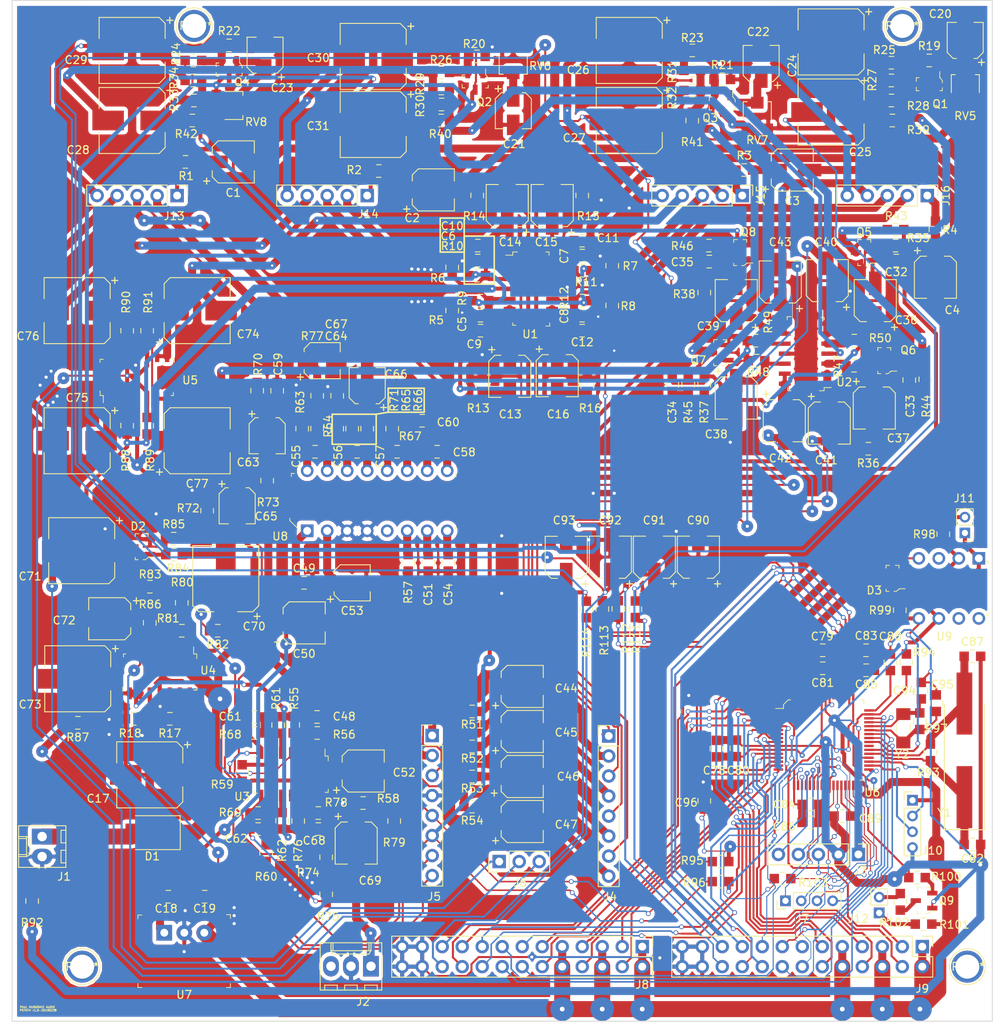
<source format=kicad_pcb>
(kicad_pcb (version 4) (host pcbnew 4.0.7)
  (layers (0 F.Cu signal) (31 B.Cu signal) (34 B.Paste user hide) (35 F.Paste user) (36 B.SilkS user) (37 F.SilkS user) (38 B.Mask user) (39 F.Mask user) (44 Edge.Cuts user))
  (net 0 "")
  (net 1 "Net-(C1-Pad1)")
  (net 2 /Filters/osc1)
  (net 3 "Net-(C2-Pad1)")
  (net 4 /Filters/osc2)
  (net 5 "Net-(C3-Pad1)")
  (net 6 /Filters/osc3)
  (net 7 "Net-(C4-Pad1)")
  (net 8 /Filters/osc4)
  (net 9 GND)
  (net 10 "Net-(C5-Pad1)")
  (net 11 "Net-(C6-Pad1)")
  (net 12 "Net-(C7-Pad1)")
  (net 13 "Net-(C8-Pad1)")
  (net 14 "Net-(C13-Pad1)")
  (net 15 "Net-(C10-Pad1)")
  (net 16 "Net-(C11-Pad1)")
  (net 17 "Net-(C12-Pad1)")
  (net 18 /Filters/filter_out_1)
  (net 19 /Filters/filter_out_2)
  (net 20 /Filters/filter_out_3)
  (net 21 /Filters/filter_out_4)
  (net 22 "Net-(C17-Pad1)")
  (net 23 +15V)
  (net 24 +5V)
  (net 25 "Net-(C20-Pad1)")
  (net 26 "Net-(C21-Pad1)")
  (net 27 "Net-(C22-Pad1)")
  (net 28 "Net-(C23-Pad1)")
  (net 29 "Net-(C24-Pad1)")
  (net 30 "Net-(C25-Pad1)")
  (net 31 /Microcontroller/envelope_pwm_1)
  (net 32 "Net-(C26-Pad1)")
  (net 33 "Net-(C27-Pad1)")
  (net 34 /Microcontroller/envelope_pwm_3)
  (net 35 "Net-(C28-Pad1)")
  (net 36 "Net-(C29-Pad1)")
  (net 37 /Microcontroller/envelope_pwm_4)
  (net 38 "Net-(C30-Pad1)")
  (net 39 "Net-(C31-Pad1)")
  (net 40 /Microcontroller/envelope_pwm_2)
  (net 41 "Net-(C32-Pad2)")
  (net 42 "Net-(C32-Pad1)")
  (net 43 "Net-(C33-Pad2)")
  (net 44 "Net-(C33-Pad1)")
  (net 45 "Net-(C34-Pad2)")
  (net 46 "Net-(C34-Pad1)")
  (net 47 "Net-(C35-Pad2)")
  (net 48 "Net-(C35-Pad1)")
  (net 49 "Net-(C36-Pad1)")
  (net 50 "Net-(C37-Pad1)")
  (net 51 "Net-(C38-Pad1)")
  (net 52 "Net-(C39-Pad1)")
  (net 53 "Net-(C40-Pad1)")
  (net 54 "Net-(C40-Pad2)")
  (net 55 "Net-(C41-Pad1)")
  (net 56 "Net-(C41-Pad2)")
  (net 57 "Net-(C42-Pad1)")
  (net 58 "Net-(C42-Pad2)")
  (net 59 "Net-(C43-Pad1)")
  (net 60 "Net-(C43-Pad2)")
  (net 61 "Net-(C44-Pad1)")
  (net 62 /Envelope/env_out_1)
  (net 63 "Net-(C45-Pad1)")
  (net 64 /Envelope/env_out_2)
  (net 65 "Net-(C46-Pad1)")
  (net 66 /Envelope/env_out_3)
  (net 67 "Net-(C47-Pad1)")
  (net 68 /Envelope/env_out_4)
  (net 69 "Net-(C48-Pad2)")
  (net 70 "Net-(C48-Pad1)")
  (net 71 "Net-(C51-Pad1)")
  (net 72 "/Mixer and Effects/delay_in")
  (net 73 "Net-(C53-Pad1)")
  (net 74 "Net-(C54-Pad1)")
  (net 75 "Net-(C55-Pad2)")
  (net 76 "Net-(C55-Pad1)")
  (net 77 "Net-(C56-Pad2)")
  (net 78 "Net-(C56-Pad1)")
  (net 79 "Net-(C57-Pad2)")
  (net 80 "Net-(C57-Pad1)")
  (net 81 "Net-(C58-Pad2)")
  (net 82 "Net-(C58-Pad1)")
  (net 83 "Net-(C59-Pad1)")
  (net 84 "Net-(C60-Pad1)")
  (net 85 "Net-(C61-Pad2)")
  (net 86 "Net-(C61-Pad1)")
  (net 87 "Net-(C62-Pad2)")
  (net 88 "Net-(C62-Pad1)")
  (net 89 "Net-(C63-Pad2)")
  (net 90 "Net-(C64-Pad1)")
  (net 91 "Net-(C65-Pad1)")
  (net 92 "Net-(C67-Pad1)")
  (net 93 "Net-(C68-Pad2)")
  (net 94 "Net-(C68-Pad1)")
  (net 95 "Net-(C69-Pad2)")
  (net 96 "Net-(C70-Pad1)")
  (net 97 "Net-(C70-Pad2)")
  (net 98 "Net-(C71-Pad1)")
  (net 99 "/LFO Modulation and Routing/lfo_square")
  (net 100 "Net-(C72-Pad2)")
  (net 101 "/LFO Modulation and Routing/lfo_tri")
  (net 102 "Net-(C74-Pad1)")
  (net 103 "Net-(C75-Pad1)")
  (net 104 "Net-(C76-Pad1)")
  (net 105 "Net-(C77-Pad1)")
  (net 106 GNDD)
  (net 107 "Net-(C82-Pad1)")
  (net 108 "Net-(C87-Pad1)")
  (net 109 "Net-(C88-Pad1)")
  (net 110 "Net-(C89-Pad1)")
  (net 111 "Net-(D1-Pad2)")
  (net 112 "Net-(J2-Pad3)")
  (net 113 /Microcontroller/XRES)
  (net 114 /Microcontroller/SCLK)
  (net 115 /Microcontroller/SDAT)
  (net 116 "Net-(J7-Pad1)")
  (net 117 /Envelope/lfo_bias_1)
  (net 118 /Envelope/lfo_bias_2)
  (net 119 /Envelope/lfo_bias_3)
  (net 120 /Envelope/lfo_bias_4)
  (net 121 "Net-(Q5-Pad3)")
  (net 122 "Net-(Q6-Pad3)")
  (net 123 "Net-(Q7-Pad3)")
  (net 124 "Net-(Q8-Pad3)")
  (net 125 VREF)
  (net 126 "Net-(R27-Pad1)")
  (net 127 "Net-(R29-Pad1)")
  (net 128 "Net-(R31-Pad1)")
  (net 129 "Net-(R33-Pad1)")
  (net 130 "Net-(R55-Pad1)")
  (net 131 "Net-(R57-Pad1)")
  (net 132 "/Mixer and Effects/delay_out")
  (net 133 "Net-(R61-Pad1)")
  (net 134 "Net-(R62-Pad1)")
  (net 135 "Net-(R76-Pad1)")
  (net 136 "Net-(R80-Pad1)")
  (net 137 "Net-(R81-Pad2)")
  (net 138 "Net-(R86-Pad1)")
  (net 139 "/LFO Modulation and Routing/main_lfo")
  (net 140 "Net-(U8-Pad5)")
  (net 141 /Connectors/freq_fb_1)
  (net 142 /Connectors/freq_fb_2)
  (net 143 /Connectors/freq_fb_3)
  (net 144 /Connectors/freq_fb_4)
  (net 145 /Connectors/freq_in_1)
  (net 146 /Connectors/freq_in_2)
  (net 147 /Connectors/freq_in_3)
  (net 148 /Connectors/freq_in_4)
  (net 149 /Connectors/freq_out_1)
  (net 150 /Connectors/freq_out_2)
  (net 151 /Connectors/freq_out_3)
  (net 152 /Connectors/freq_out_4)
  (net 153 /Connectors/osc4_repeat)
  (net 154 /Connectors/osc3_repeat)
  (net 155 /Connectors/osc2_repeat)
  (net 156 /Connectors/osc1_repeat)
  (net 157 /Connectors/osc4_quant)
  (net 158 /Connectors/osc3_quant)
  (net 159 /Connectors/osc2_quant)
  (net 160 /Connectors/osc1_quant)
  (net 161 /Connectors/envelope_pwm_bypass_in_1)
  (net 162 /Connectors/envelope_pwm_bypass_in_2)
  (net 163 /Connectors/envelope_pwm_bypass_in_3)
  (net 164 /Connectors/envelope_pwm_bypass_in_4)
  (net 165 /Connectors/osc1_speed)
  (net 166 /Connectors/osc1_freq_wiper)
  (net 167 /Connectors/osc1_pwm_wiper)
  (net 168 /Connectors/osc2_freq_wiper)
  (net 169 /Connectors/osc2_pwm_wiper)
  (net 170 /Connectors/osc3_freq_wiper)
  (net 171 /Connectors/osc3_pwm_wiper)
  (net 172 /Connectors/osc4_freq_wiper)
  (net 173 /Connectors/osc4_pwm_wiper)
  (net 174 "Net-(J7-Pad2)")
  (net 175 "Net-(J7-Pad3)")
  (net 176 "Net-(J7-Pad4)")
  (net 177 /Connectors/osc4_speed)
  (net 178 /Connectors/osc3_speed)
  (net 179 /Connectors/osc2_speed)
  (net 180 /Connectors/osc1_hold)
  (net 181 /Connectors/osc2_hold)
  (net 182 /Connectors/osc3_hold)
  (net 183 /Connectors/osc4_hold)
  (net 184 /lfo_out_1)
  (net 185 /lfo_out_3)
  (net 186 /lfo_out_4)
  (net 187 /lfo_out_2)
  (net 188 /lfo_in_3)
  (net 189 /lfo_in_1)
  (net 190 /lfo_in_2)
  (net 191 /lfo_in_4)
  (net 192 "/Mixer and Effects/delay_fb_ctrl_in")
  (net 193 "/Mixer and Effects/delay_fb_ctrl_out")
  (net 194 "/Mixer and Effects/delay_time_in")
  (net 195 /lfo_freq_out)
  (net 196 /lfo_freq_in)
  (net 197 /mcu_delay_in)
  (net 198 /mcu_delay_out)
  (net 199 "Net-(U6-Pad59)")
  (net 200 /Microcontroller/USB_D_p)
  (net 201 /Microcontroller/USB_D_n)
  (net 202 "Net-(U6-Pad39)")
  (net 203 "Net-(C94-Pad1)")
  (net 204 "Net-(C95-Pad1)")
  (net 205 "Net-(D3-Pad2)")
  (net 206 "Net-(D3-Pad1)")
  (net 207 "Net-(J11-Pad2)")
  (net 208 "Net-(J12-Pad1)")
  (net 209 "Net-(J12-Pad2)")
  (net 210 "Net-(Q9-Pad3)")
  (net 211 "Net-(Q9-Pad2)")
  (net 212 /Microcontroller/MIDI_IN)
  (net 213 /Microcontroller/MIDI_OUT)
  (net 214 "Net-(U9-Pad3)")
  (net 215 "Net-(R103-Pad2)")
  (module digikey-footprints:DIP-8_W7.62mm (layer F.Cu) (at 141.7955 92.964 270)
    (fp_text reference U9 (at 9.906 4.3815 360) (layer F.SilkS))
    (fp_text value 4N28)
    (pad 1 thru_hole rect (at 0 0 270) (size 1.6 1.6) (drill 1) (layers *.Cu *.Mask) (net 206 "Net-(D3-Pad1)"))
    (pad 2 thru_hole circle (at 0 2.54 270) (size 1.6 1.6) (drill 1) (layers *.Cu *.Mask) (net 205 "Net-(D3-Pad2)"))
    (pad 3 thru_hole circle (at 0 5.08 270) (size 1.6 1.6) (drill 1) (layers *.Cu *.Mask) (net 214 "Net-(U9-Pad3)"))
    (pad 4 thru_hole circle (at 0 7.62 270) (size 1.6 1.6) (drill 1) (layers *.Cu *.Mask) (net 106 GNDD))
    (pad 5 thru_hole circle (at 7.62 7.62 270) (size 1.6 1.6) (drill 1) (layers *.Cu *.Mask) (net 212 /Microcontroller/MIDI_IN))
    (pad 6 thru_hole circle (at 7.62 5.08 270) (size 1.6 1.6) (drill 1) (layers *.Cu *.Mask) (net 24 +5V))
    (pad 7 thru_hole circle (at 7.62 2.54 270) (size 1.6 1.6) (drill 1) (layers *.Cu *.Mask))
    (pad 8 thru_hole circle (at 7.62 0 270) (size 1.6 1.6) (drill 1) (layers *.Cu *.Mask))
  )
  (module Connectors:1pin (layer F.Cu) (at 42.164 25.4)
    (fp_text reference REF** (at 0.254 0) (layer F.SilkS))
    (fp_text value 1pin)
    (pad 1 thru_hole circle (at 0 0) (size 4.064 4.064) (drill 3.048) (layers *.Cu *.Mask))
  )
  (module Connectors:1pin (layer F.Cu) (at 132.08 25.4)
    (fp_text reference REF** (at 0 0) (layer F.SilkS))
    (fp_text value 1pin)
    (pad 1 thru_hole circle (at 0 0) (size 4.064 4.064) (drill 3.048) (layers *.Cu *.Mask))
  )
  (module Connectors:1pin (layer F.Cu) (at 140.335 144.78)
    (fp_text reference REF** (at 0.127 0) (layer F.SilkS))
    (fp_text value 1pin)
    (pad 1 thru_hole circle (at 0 0) (size 4.064 4.064) (drill 3.048) (layers *.Cu *.Mask))
  )
  (module Pin_Headers:Pin_Header_Straight_2x13_Pitch2.54mm (layer F.Cu) (at 134.62 142.24 270)
    (fp_text reference J9 (at 5.334 0 360) (layer F.SilkS))
    (fp_text value Conn_02x13_Odd_Even)
    (pad 1 thru_hole rect (at 0 0 270) (size 1.7 1.7) (drill 1) (layers *.Cu *.Mask) (net 24 +5V))
    (pad 2 thru_hole oval (at 2.54 0 270) (size 1.7 1.7) (drill 1) (layers *.Cu *.Mask) (net 24 +5V))
    (pad 3 thru_hole oval (at 0 2.54 270) (size 1.7 1.7) (drill 1) (layers *.Cu *.Mask) (net 166 /Connectors/osc1_freq_wiper))
    (pad 4 thru_hole oval (at 2.54 2.54 270) (size 1.7 1.7) (drill 1) (layers *.Cu *.Mask) (net 168 /Connectors/osc2_freq_wiper))
    (pad 5 thru_hole oval (at 0 5.08 270) (size 1.7 1.7) (drill 1) (layers *.Cu *.Mask) (net 24 +5V))
    (pad 6 thru_hole oval (at 2.54 5.08 270) (size 1.7 1.7) (drill 1) (layers *.Cu *.Mask) (net 24 +5V))
    (pad 7 thru_hole oval (at 0 7.62 270) (size 1.7 1.7) (drill 1) (layers *.Cu *.Mask) (net 167 /Connectors/osc1_pwm_wiper))
    (pad 8 thru_hole oval (at 2.54 7.62 270) (size 1.7 1.7) (drill 1) (layers *.Cu *.Mask) (net 169 /Connectors/osc2_pwm_wiper))
    (pad 9 thru_hole oval (at 0 10.16 270) (size 1.7 1.7) (drill 1) (layers *.Cu *.Mask) (net 24 +5V))
    (pad 10 thru_hole oval (at 2.54 10.16 270) (size 1.7 1.7) (drill 1) (layers *.Cu *.Mask) (net 24 +5V))
    (pad 11 thru_hole oval (at 0 12.7 270) (size 1.7 1.7) (drill 1) (layers *.Cu *.Mask) (net 165 /Connectors/osc1_speed))
    (pad 12 thru_hole oval (at 2.54 12.7 270) (size 1.7 1.7) (drill 1) (layers *.Cu *.Mask) (net 179 /Connectors/osc2_speed))
    (pad 13 thru_hole oval (at 0 15.24 270) (size 1.7 1.7) (drill 1) (layers *.Cu *.Mask) (net 160 /Connectors/osc1_quant))
    (pad 14 thru_hole oval (at 2.54 15.24 270) (size 1.7 1.7) (drill 1) (layers *.Cu *.Mask) (net 159 /Connectors/osc2_quant))
    (pad 15 thru_hole oval (at 0 17.78 270) (size 1.7 1.7) (drill 1) (layers *.Cu *.Mask) (net 180 /Connectors/osc1_hold))
    (pad 16 thru_hole oval (at 2.54 17.78 270) (size 1.7 1.7) (drill 1) (layers *.Cu *.Mask) (net 181 /Connectors/osc2_hold))
    (pad 17 thru_hole oval (at 0 20.32 270) (size 1.7 1.7) (drill 1) (layers *.Cu *.Mask) (net 156 /Connectors/osc1_repeat))
    (pad 18 thru_hole oval (at 2.54 20.32 270) (size 1.7 1.7) (drill 1) (layers *.Cu *.Mask) (net 155 /Connectors/osc2_repeat))
    (pad 19 thru_hole oval (at 0 22.86 270) (size 1.7 1.7) (drill 1) (layers *.Cu *.Mask) (net 161 /Connectors/envelope_pwm_bypass_in_1))
    (pad 20 thru_hole oval (at 2.54 22.86 270) (size 1.7 1.7) (drill 1) (layers *.Cu *.Mask) (net 162 /Connectors/envelope_pwm_bypass_in_2))
    (pad 21 thru_hole oval (at 0 25.4 270) (size 1.7 1.7) (drill 1) (layers *.Cu *.Mask) (net 31 /Microcontroller/envelope_pwm_1))
    (pad 22 thru_hole oval (at 2.54 25.4 270) (size 1.7 1.7) (drill 1) (layers *.Cu *.Mask) (net 40 /Microcontroller/envelope_pwm_2))
    (pad 23 thru_hole oval (at 0 27.94 270) (size 1.7 1.7) (drill 1) (layers *.Cu *.Mask) (net 9 GND))
    (pad 24 thru_hole oval (at 2.54 27.94 270) (size 1.7 1.7) (drill 1) (layers *.Cu *.Mask) (net 9 GND))
    (pad 25 thru_hole oval (at 0 30.48 270) (size 1.7 1.7) (drill 1) (layers *.Cu *.Mask) (net 9 GND))
    (pad 26 thru_hole oval (at 2.54 30.48 270) (size 1.7 1.7) (drill 1) (layers *.Cu *.Mask) (net 9 GND))
  )
  (module digikey-footprints:LQFP-64_10x10mm (layer F.Cu) (at 122.0965 116.016 270)
    (fp_text reference U6 (at 6.666 -6.1735 360) (layer F.SilkS))
    (fp_text value CY8C4246AZI-L445)
    (pad 17 smd rect (at 5.75 3.75 270) (size 1.2 0.3) (layers F.Cu F.Paste F.Mask) (net 106 GNDD))
    (pad 1 smd rect (at -3.75 5.75 270) (size 0.3 1.2) (layers F.Cu F.Paste F.Mask) (net 177 /Connectors/osc4_speed))
    (pad 2 smd rect (at -3.25 5.75 270) (size 0.3 1.2) (layers F.Cu F.Paste F.Mask) (net 167 /Connectors/osc1_pwm_wiper))
    (pad 3 smd rect (at -2.75 5.75 270) (size 0.3 1.2) (layers F.Cu F.Paste F.Mask) (net 166 /Connectors/osc1_freq_wiper))
    (pad 4 smd rect (at -2.25 5.75 270) (size 0.3 1.2) (layers F.Cu F.Paste F.Mask) (net 169 /Connectors/osc2_pwm_wiper))
    (pad 5 smd rect (at -1.75 5.75 270) (size 0.3 1.2) (layers F.Cu F.Paste F.Mask) (net 168 /Connectors/osc2_freq_wiper))
    (pad 6 smd rect (at -1.25 5.75 270) (size 0.3 1.2) (layers F.Cu F.Paste F.Mask) (net 171 /Connectors/osc3_pwm_wiper))
    (pad 7 smd rect (at -0.75 5.75 270) (size 0.3 1.2) (layers F.Cu F.Paste F.Mask) (net 170 /Connectors/osc3_freq_wiper))
    (pad 8 smd rect (at -0.25 5.75 270) (size 0.3 1.2) (layers F.Cu F.Paste F.Mask) (net 173 /Connectors/osc4_pwm_wiper))
    (pad 9 smd rect (at 0.25 5.75 270) (size 0.3 1.2) (layers F.Cu F.Paste F.Mask) (net 172 /Connectors/osc4_freq_wiper))
    (pad 10 smd rect (at 0.75 5.75 270) (size 0.3 1.2) (layers F.Cu F.Paste F.Mask) (net 106 GNDD))
    (pad 11 smd rect (at 1.25 5.75 270) (size 0.3 1.2) (layers F.Cu F.Paste F.Mask) (net 24 +5V))
    (pad 12 smd rect (at 1.75 5.75 270) (size 0.3 1.2) (layers F.Cu F.Paste F.Mask) (net 153 /Connectors/osc4_repeat))
    (pad 13 smd rect (at 2.25 5.75 270) (size 0.3 1.2) (layers F.Cu F.Paste F.Mask) (net 154 /Connectors/osc3_repeat))
    (pad 14 smd rect (at 2.75 5.75 270) (size 0.3 1.2) (layers F.Cu F.Paste F.Mask) (net 6 /Filters/osc3))
    (pad 15 smd rect (at 3.25 5.75 270) (size 0.3 1.2) (layers F.Cu F.Paste F.Mask) (net 8 /Filters/osc4))
    (pad 16 smd rect (at 3.75 5.75 270) (size 0.3 1.2) (layers F.Cu F.Paste F.Mask) (net 155 /Connectors/osc2_repeat))
    (pad 18 smd rect (at 5.75 3.25 270) (size 1.2 0.3) (layers F.Cu F.Paste F.Mask) (net 197 /mcu_delay_in))
    (pad 19 smd rect (at 5.75 2.75 270) (size 1.2 0.3) (layers F.Cu F.Paste F.Mask) (net 156 /Connectors/osc1_repeat))
    (pad 20 smd rect (at 5.75 2.25 270) (size 1.2 0.3) (layers F.Cu F.Paste F.Mask) (net 115 /Microcontroller/SDAT))
    (pad 21 smd rect (at 5.75 1.75 270) (size 1.2 0.3) (layers F.Cu F.Paste F.Mask) (net 114 /Microcontroller/SCLK))
    (pad 22 smd rect (at 5.75 1.25 270) (size 1.2 0.3) (layers F.Cu F.Paste F.Mask) (net 157 /Connectors/osc4_quant))
    (pad 23 smd rect (at 5.75 0.75 270) (size 1.2 0.3) (layers F.Cu F.Paste F.Mask) (net 158 /Connectors/osc3_quant))
    (pad 24 smd rect (at 5.75 0.25 270) (size 1.2 0.3) (layers F.Cu F.Paste F.Mask) (net 159 /Connectors/osc2_quant))
    (pad 25 smd rect (at 5.75 -0.25 270) (size 1.2 0.3) (layers F.Cu F.Paste F.Mask) (net 160 /Connectors/osc1_quant))
    (pad 26 smd rect (at 5.75 -0.75 270) (size 1.2 0.3) (layers F.Cu F.Paste F.Mask) (net 24 +5V))
    (pad 27 smd rect (at 5.75 -1.25 270) (size 1.2 0.3) (layers F.Cu F.Paste F.Mask) (net 116 "Net-(J7-Pad1)"))
    (pad 28 smd rect (at 5.75 -1.75 270) (size 1.2 0.3) (layers F.Cu F.Paste F.Mask) (net 174 "Net-(J7-Pad2)"))
    (pad 29 smd rect (at 5.75 -2.25 270) (size 1.2 0.3) (layers F.Cu F.Paste F.Mask) (net 110 "Net-(C89-Pad1)"))
    (pad 30 smd rect (at 5.75 -2.75 270) (size 1.2 0.3) (layers F.Cu F.Paste F.Mask) (net 175 "Net-(J7-Pad3)"))
    (pad 31 smd rect (at 5.75 -3.25 270) (size 1.2 0.3) (layers F.Cu F.Paste F.Mask) (net 176 "Net-(J7-Pad4)"))
    (pad 32 smd rect (at 5.75 -3.75 270) (size 1.2 0.3) (layers F.Cu F.Paste F.Mask) (net 215 "Net-(R103-Pad2)"))
    (pad 33 smd rect (at 3.75 -5.75 270) (size 0.3 1.2) (layers F.Cu F.Paste F.Mask) (net 213 /Microcontroller/MIDI_OUT))
    (pad 34 smd rect (at 3.25 -5.75 270) (size 0.3 1.2) (layers F.Cu F.Paste F.Mask) (net 200 /Microcontroller/USB_D_p))
    (pad 35 smd rect (at 2.75 -5.75 270) (size 0.3 1.2) (layers F.Cu F.Paste F.Mask) (net 201 /Microcontroller/USB_D_n))
    (pad 36 smd rect (at 2.25 -5.75 270) (size 0.3 1.2) (layers F.Cu F.Paste F.Mask) (net 24 +5V))
    (pad 37 smd rect (at 1.75 -5.75 270) (size 0.3 1.2) (layers F.Cu F.Paste F.Mask) (net 107 "Net-(C82-Pad1)"))
    (pad 38 smd rect (at 1.25 -5.75 270) (size 0.3 1.2) (layers F.Cu F.Paste F.Mask) (net 108 "Net-(C87-Pad1)"))
    (pad 39 smd rect (at 0.75 -5.75 270) (size 0.3 1.2) (layers F.Cu F.Paste F.Mask) (net 202 "Net-(U6-Pad39)"))
    (pad 40 smd rect (at 0.25 -5.75 270) (size 0.3 1.2) (layers F.Cu F.Paste F.Mask) (net 212 /Microcontroller/MIDI_IN))
    (pad 41 smd rect (at -0.25 -5.75 270) (size 0.3 1.2) (layers F.Cu F.Paste F.Mask) (net 183 /Connectors/osc4_hold))
    (pad 42 smd rect (at -0.75 -5.75 270) (size 0.3 1.2) (layers F.Cu F.Paste F.Mask) (net 182 /Connectors/osc3_hold))
    (pad 43 smd rect (at -1.25 -5.75 270) (size 0.3 1.2) (layers F.Cu F.Paste F.Mask) (net 204 "Net-(C95-Pad1)"))
    (pad 44 smd rect (at -1.75 -5.75 270) (size 0.3 1.2) (layers F.Cu F.Paste F.Mask) (net 203 "Net-(C94-Pad1)"))
    (pad 45 smd rect (at -2.25 -5.75 270) (size 0.3 1.2) (layers F.Cu F.Paste F.Mask) (net 181 /Connectors/osc2_hold))
    (pad 46 smd rect (at -2.75 -5.75 270) (size 0.3 1.2) (layers F.Cu F.Paste F.Mask) (net 180 /Connectors/osc1_hold))
    (pad 47 smd rect (at -3.25 -5.75 270) (size 0.3 1.2) (layers F.Cu F.Paste F.Mask) (net 113 /Microcontroller/XRES))
    (pad 48 smd rect (at -3.75 -5.75 270) (size 0.3 1.2) (layers F.Cu F.Paste F.Mask) (net 109 "Net-(C88-Pad1)"))
    (pad 49 smd rect (at -5.75 -3.75 270) (size 1.2 0.3) (layers F.Cu F.Paste F.Mask) (net 106 GNDD))
    (pad 50 smd rect (at -5.75 -3.25 270) (size 1.2 0.3) (layers F.Cu F.Paste F.Mask) (net 24 +5V))
    (pad 51 smd rect (at -5.75 -2.75 270) (size 1.2 0.3) (layers F.Cu F.Paste F.Mask) (net 161 /Connectors/envelope_pwm_bypass_in_1))
    (pad 52 smd rect (at -5.75 -2.25 270) (size 1.2 0.3) (layers F.Cu F.Paste F.Mask) (net 162 /Connectors/envelope_pwm_bypass_in_2))
    (pad 53 smd rect (at -5.75 -1.75 270) (size 1.2 0.3) (layers F.Cu F.Paste F.Mask) (net 163 /Connectors/envelope_pwm_bypass_in_3))
    (pad 54 smd rect (at -5.75 -1.25 270) (size 1.2 0.3) (layers F.Cu F.Paste F.Mask) (net 164 /Connectors/envelope_pwm_bypass_in_4))
    (pad 55 smd rect (at -5.75 -0.75 270) (size 1.2 0.3) (layers F.Cu F.Paste F.Mask) (net 198 /mcu_delay_out))
    (pad 56 smd rect (at -5.75 -0.25 270) (size 1.2 0.3) (layers F.Cu F.Paste F.Mask) (net 24 +5V))
    (pad 57 smd rect (at -5.75 0.25 270) (size 1.2 0.3) (layers F.Cu F.Paste F.Mask) (net 106 GNDD))
    (pad 58 smd rect (at -5.75 0.75 270) (size 1.2 0.3) (layers F.Cu F.Paste F.Mask) (net 2 /Filters/osc1))
    (pad 59 smd rect (at -5.75 1.25 270) (size 1.2 0.3) (layers F.Cu F.Paste F.Mask) (net 199 "Net-(U6-Pad59)"))
    (pad 60 smd rect (at -5.75 1.75 270) (size 1.2 0.3) (layers F.Cu F.Paste F.Mask) (net 4 /Filters/osc2))
    (pad 61 smd rect (at -5.75 2.25 270) (size 1.2 0.3) (layers F.Cu F.Paste F.Mask) (net 199 "Net-(U6-Pad59)"))
    (pad 62 smd rect (at -5.75 2.75 270) (size 1.2 0.3) (layers F.Cu F.Paste F.Mask) (net 165 /Connectors/osc1_speed))
    (pad 63 smd rect (at -5.75 3.25 270) (size 1.2 0.3) (layers F.Cu F.Paste F.Mask) (net 179 /Connectors/osc2_speed))
    (pad 64 smd rect (at -5.75 3.75 270) (size 1.2 0.3) (layers F.Cu F.Paste F.Mask) (net 178 /Connectors/osc3_speed))
  )
  (module digikey-footprints:0805 (layer F.Cu) (at 111.0125 117.076 90)
    (fp_text reference C80 (at -2.812 0.2395 180) (layer F.SilkS))
    (fp_text value 0.1uF)
    (pad 2 smd rect (at 1.05 0 90) (size 1.2 1.2) (layers F.Cu F.Paste F.Mask) (net 106 GNDD))
    (pad 1 smd rect (at -1.05 0 90) (size 1.2 1.2) (layers F.Cu F.Paste F.Mask) (net 24 +5V))
  )
  (module digikey-footprints:0805 (layer F.Cu) (at 121.9685 106.916 180)
    (fp_text reference C81 (at 0 -1.84 180) (layer F.SilkS))
    (fp_text value 0.1uF)
    (pad 2 smd rect (at 1.05 0 180) (size 1.2 1.2) (layers F.Cu F.Paste F.Mask) (net 106 GNDD))
    (pad 1 smd rect (at -1.05 0 180) (size 1.2 1.2) (layers F.Cu F.Paste F.Mask) (net 24 +5V))
  )
  (module digikey-footprints:0805 (layer F.Cu) (at 127.4885 107.17)
    (fp_text reference C85 (at 0.0195 1.796) (layer F.SilkS))
    (fp_text value 0.1uF)
    (pad 2 smd rect (at 1.05 0) (size 1.2 1.2) (layers F.Cu F.Paste F.Mask) (net 106 GNDD))
    (pad 1 smd rect (at -1.05 0) (size 1.2 1.2) (layers F.Cu F.Paste F.Mask) (net 24 +5V))
  )
  (module digikey-footprints:0805 (layer F.Cu) (at 108.4725 117.11 90)
    (fp_text reference C78 (at -2.778 -0.2685 180) (layer F.SilkS))
    (fp_text value 1uF)
    (pad 2 smd rect (at 1.05 0 90) (size 1.2 1.2) (layers F.Cu F.Paste F.Mask) (net 106 GNDD))
    (pad 1 smd rect (at -1.05 0 90) (size 1.2 1.2) (layers F.Cu F.Paste F.Mask) (net 24 +5V))
  )
  (module Crystals:Crystal_SMD_HC49-SD_HandSoldering (layer F.Cu) (at 139.9685 117.33 90)
    (fp_text reference Y1 (at -7.892 -2.5545 180) (layer F.SilkS))
    (fp_text value 16MHz)
    (pad 1 smd rect (at -5.9375 0 90) (size 7.875 2) (layers F.Cu F.Paste F.Mask) (net 107 "Net-(C82-Pad1)"))
    (pad 2 smd rect (at 5.9375 0 90) (size 7.875 2) (layers F.Cu F.Paste F.Mask) (net 108 "Net-(C87-Pad1)"))
  )
  (module digikey-footprints:0805 (layer F.Cu) (at 140.9845 129.268)
    (fp_text reference C82 (at 0 1.796) (layer F.SilkS))
    (fp_text value 22pF)
    (pad 2 smd rect (at 1.05 0) (size 1.2 1.2) (layers F.Cu F.Paste F.Mask) (net 106 GNDD))
    (pad 1 smd rect (at -1.05 0) (size 1.2 1.2) (layers F.Cu F.Paste F.Mask) (net 107 "Net-(C82-Pad1)"))
  )
  (module digikey-footprints:0805 (layer F.Cu) (at 140.9845 105.392)
    (fp_text reference C87 (at 0 -1.84) (layer F.SilkS))
    (fp_text value 22pF)
    (pad 2 smd rect (at 1.05 0) (size 1.2 1.2) (layers F.Cu F.Paste F.Mask) (net 106 GNDD))
    (pad 1 smd rect (at -1.05 0) (size 1.2 1.2) (layers F.Cu F.Paste F.Mask) (net 108 "Net-(C87-Pad1)"))
  )
  (module digikey-footprints:0805 (layer F.Cu) (at 135.6505 117.584 270)
    (fp_text reference R93 (at 2.558 0.2685 360) (layer F.SilkS))
    (fp_text value 1MEG)
    (pad 2 smd rect (at 1.05 0 270) (size 1.2 1.2) (layers F.Cu F.Paste F.Mask) (net 107 "Net-(C82-Pad1)"))
    (pad 1 smd rect (at -1.05 0 270) (size 1.2 1.2) (layers F.Cu F.Paste F.Mask) (net 108 "Net-(C87-Pad1)"))
  )
  (module Pin_Headers:Pin_Header_Straight_1x05_Pitch2.54mm (layer F.Cu) (at 126.5065 130.538 270)
    (fp_text reference J3 (at 2.05 -0.2395 360) (layer F.SilkS))
    (fp_text value SWD_programming)
    (pad 1 thru_hole rect (at 0 0 270) (size 1.7 1.7) (drill 1) (layers *.Cu *.Mask) (net 24 +5V))
    (pad 2 thru_hole oval (at 0 2.54 270) (size 1.7 1.7) (drill 1) (layers *.Cu *.Mask) (net 106 GNDD))
    (pad 3 thru_hole oval (at 0 5.08 270) (size 1.7 1.7) (drill 1) (layers *.Cu *.Mask) (net 113 /Microcontroller/XRES))
    (pad 4 thru_hole oval (at 0 7.62 270) (size 1.7 1.7) (drill 1) (layers *.Cu *.Mask) (net 114 /Microcontroller/SCLK))
    (pad 5 thru_hole oval (at 0 10.16 270) (size 1.7 1.7) (drill 1) (layers *.Cu *.Mask) (net 115 /Microcontroller/SDAT))
  )
  (module digikey-footprints:0805 (layer F.Cu) (at 120.4105 124.188 180)
    (fp_text reference C84 (at 3.3165 -0.018 180) (layer F.SilkS))
    (fp_text value 0.1uF)
    (pad 2 smd rect (at 1.05 0 180) (size 1.2 1.2) (layers F.Cu F.Paste F.Mask) (net 106 GNDD))
    (pad 1 smd rect (at -1.05 0 180) (size 1.2 1.2) (layers F.Cu F.Paste F.Mask) (net 24 +5V))
  )
  (module digikey-footprints:0805 (layer F.Cu) (at 124.4745 125.6665 180)
    (fp_text reference C89 (at -3.5415 -0.3175 180) (layer F.SilkS))
    (fp_text value 2.2nF)
    (pad 2 smd rect (at 1.05 0 180) (size 1.2 1.2) (layers F.Cu F.Paste F.Mask) (net 106 GNDD))
    (pad 1 smd rect (at -1.05 0 180) (size 1.2 1.2) (layers F.Cu F.Paste F.Mask) (net 110 "Net-(C89-Pad1)"))
  )
  (module digikey-footprints:0805 (layer F.Cu) (at 120.4105 126.474 180)
    (fp_text reference C86 (at 3.3165 -0.526 180) (layer F.SilkS))
    (fp_text value 1uF)
    (pad 2 smd rect (at 1.05 0 180) (size 1.2 1.2) (layers F.Cu F.Paste F.Mask) (net 106 GNDD))
    (pad 1 smd rect (at -1.05 0 180) (size 1.2 1.2) (layers F.Cu F.Paste F.Mask) (net 24 +5V))
  )
  (module digikey-footprints:0805 (layer F.Cu) (at 127.4885 104.63)
    (fp_text reference C83 (at 0 -1.84) (layer F.SilkS))
    (fp_text value 1uF)
    (pad 2 smd rect (at 1.05 0) (size 1.2 1.2) (layers F.Cu F.Paste F.Mask) (net 106 GNDD))
    (pad 1 smd rect (at -1.05 0) (size 1.2 1.2) (layers F.Cu F.Paste F.Mask) (net 24 +5V))
  )
  (module digikey-footprints:0805 (layer F.Cu) (at 121.9685 104.63 180)
    (fp_text reference C79 (at 0.0485 1.76 180) (layer F.SilkS))
    (fp_text value 1uF)
    (pad 2 smd rect (at 1.05 0 180) (size 1.2 1.2) (layers F.Cu F.Paste F.Mask) (net 106 GNDD))
    (pad 1 smd rect (at -1.05 0 180) (size 1.2 1.2) (layers F.Cu F.Paste F.Mask) (net 24 +5V))
  )
  (module Capacitors_SMD:CP_Elec_5x5.7 (layer F.Cu) (at 47.1315 42.654)
    (fp_text reference C1 (at 0 3.92) (layer F.SilkS))
    (fp_text value 22uF)
    (fp_text user + (at -3.38 2.36) (layer F.SilkS))
    (pad 1 smd rect (at -2.2 0 180) (size 3 1.6) (layers F.Cu F.Paste F.Mask) (net 1 "Net-(C1-Pad1)"))
    (pad 2 smd rect (at 2.2 0 180) (size 3 1.6) (layers F.Cu F.Paste F.Mask) (net 2 /Filters/osc1))
  )
  (module Capacitors_SMD:CP_Elec_5x5.7 (layer F.Cu) (at 72.5315 46.21)
    (fp_text reference C2 (at -2.6815 3.574) (layer F.SilkS))
    (fp_text value 22uF)
    (fp_text user + (at -3.38 2.36) (layer F.SilkS))
    (pad 1 smd rect (at -2.2 0 180) (size 3 1.6) (layers F.Cu F.Paste F.Mask) (net 3 "Net-(C2-Pad1)"))
    (pad 2 smd rect (at 2.2 0 180) (size 3 1.6) (layers F.Cu F.Paste F.Mask) (net 4 /Filters/osc2))
  )
  (module Capacitors_SMD:CP_Elec_5x5.7 (layer F.Cu) (at 118.11 43.688)
    (fp_text reference C3 (at 0 3.92) (layer F.SilkS))
    (fp_text value 22uF)
    (fp_text user + (at -3.38 2.36) (layer F.SilkS))
    (pad 1 smd rect (at -2.2 0 180) (size 3 1.6) (layers F.Cu F.Paste F.Mask) (net 5 "Net-(C3-Pad1)"))
    (pad 2 smd rect (at 2.2 0 180) (size 3 1.6) (layers F.Cu F.Paste F.Mask) (net 6 /Filters/osc3))
  )
  (module Capacitors_SMD:CP_Elec_5x5.7 (layer F.Cu) (at 136.289 57.2915 270)
    (fp_text reference C4 (at 4.1765 -2.141 360) (layer F.SilkS))
    (fp_text value 22uF)
    (fp_text user + (at -3.38 2.36 270) (layer F.SilkS))
    (pad 1 smd rect (at -2.2 0 90) (size 3 1.6) (layers F.Cu F.Paste F.Mask) (net 7 "Net-(C4-Pad1)"))
    (pad 2 smd rect (at 2.2 0 90) (size 3 1.6) (layers F.Cu F.Paste F.Mask) (net 8 /Filters/osc4))
  )
  (module digikey-footprints:0805 (layer F.Cu) (at 78.52 62.1665 180)
    (fp_text reference C5 (at 2.32 -1.0795 270) (layer F.SilkS))
    (fp_text value 10nF)
    (pad 2 smd rect (at 1.05 0 180) (size 1.2 1.2) (layers F.Cu F.Paste F.Mask) (net 9 GND))
    (pad 1 smd rect (at -1.05 0 180) (size 1.2 1.2) (layers F.Cu F.Paste F.Mask) (net 10 "Net-(C5-Pad1)"))
  )
  (module digikey-footprints:0805 (layer F.Cu) (at 78.1558 55.1815 180)
    (fp_text reference C6 (at 3.7338 3.1115 360) (layer F.SilkS))
    (fp_text value 10nF)
    (pad 2 smd rect (at 1.05 0 180) (size 1.2 1.2) (layers F.Cu F.Paste F.Mask) (net 9 GND))
    (pad 1 smd rect (at -1.05 0 180) (size 1.2 1.2) (layers F.Cu F.Paste F.Mask) (net 11 "Net-(C6-Pad1)"))
  )
  (module digikey-footprints:0805 (layer F.Cu) (at 91.44 54.5465)
    (fp_text reference C7 (at -2.286 0.0635 90) (layer F.SilkS))
    (fp_text value 10nF)
    (pad 2 smd rect (at 1.05 0) (size 1.2 1.2) (layers F.Cu F.Paste F.Mask) (net 9 GND))
    (pad 1 smd rect (at -1.05 0) (size 1.2 1.2) (layers F.Cu F.Paste F.Mask) (net 12 "Net-(C7-Pad1)"))
  )
  (module digikey-footprints:0805 (layer F.Cu) (at 91.44 62.1665)
    (fp_text reference C8 (at -2.286 0.0635 270) (layer F.SilkS))
    (fp_text value 10nF)
    (pad 2 smd rect (at 1.05 0) (size 1.2 1.2) (layers F.Cu F.Paste F.Mask) (net 9 GND))
    (pad 1 smd rect (at -1.05 0) (size 1.2 1.2) (layers F.Cu F.Paste F.Mask) (net 13 "Net-(C8-Pad1)"))
  )
  (module digikey-footprints:0805 (layer F.Cu) (at 78.52 64.0715 180)
    (fp_text reference C9 (at 0.796 -1.7145 180) (layer F.SilkS))
    (fp_text value 10nF)
    (pad 2 smd rect (at 1.05 0 180) (size 1.2 1.2) (layers F.Cu F.Paste F.Mask) (net 141 /Connectors/freq_fb_1))
    (pad 1 smd rect (at -1.05 0 180) (size 1.2 1.2) (layers F.Cu F.Paste F.Mask) (net 14 "Net-(C13-Pad1)"))
  )
  (module digikey-footprints:0805 (layer F.Cu) (at 78.1558 53.2765 180)
    (fp_text reference C10 (at 3.2258 2.4765 180) (layer F.SilkS))
    (fp_text value 10nF)
    (pad 2 smd rect (at 1.05 0 180) (size 1.2 1.2) (layers F.Cu F.Paste F.Mask) (net 142 /Connectors/freq_fb_2))
    (pad 1 smd rect (at -1.05 0 180) (size 1.2 1.2) (layers F.Cu F.Paste F.Mask) (net 15 "Net-(C10-Pad1)"))
  )
  (module digikey-footprints:0805 (layer F.Cu) (at 91.44 52.6415)
    (fp_text reference C11 (at 3.302 -0.3175 180) (layer F.SilkS))
    (fp_text value 10nF)
    (pad 2 smd rect (at 1.05 0) (size 1.2 1.2) (layers F.Cu F.Paste F.Mask) (net 143 /Connectors/freq_fb_3))
    (pad 1 smd rect (at -1.05 0) (size 1.2 1.2) (layers F.Cu F.Paste F.Mask) (net 16 "Net-(C11-Pad1)"))
  )
  (module digikey-footprints:0805 (layer F.Cu) (at 91.44 64.0715)
    (fp_text reference C12 (at 0 1.4605) (layer F.SilkS))
    (fp_text value 10nF)
    (pad 2 smd rect (at 1.05 0) (size 1.2 1.2) (layers F.Cu F.Paste F.Mask) (net 144 /Connectors/freq_fb_4))
    (pad 1 smd rect (at -1.05 0) (size 1.2 1.2) (layers F.Cu F.Paste F.Mask) (net 17 "Net-(C12-Pad1)"))
  )
  (module Capacitors_SMD:CP_Elec_5x5.7 (layer F.Cu) (at 82.2452 69.8627 270)
    (fp_text reference C13 (at 4.8133 -0.0508 360) (layer F.SilkS))
    (fp_text value 22uF)
    (fp_text user + (at -3.38 2.36 270) (layer F.SilkS))
    (pad 1 smd rect (at -2.2 0 90) (size 3 1.6) (layers F.Cu F.Paste F.Mask) (net 14 "Net-(C13-Pad1)"))
    (pad 2 smd rect (at 2.2 0 90) (size 3 1.6) (layers F.Cu F.Paste F.Mask) (net 18 /Filters/filter_out_1))
  )
  (module Capacitors_SMD:CP_Elec_5x5.7 (layer F.Cu) (at 81.915 48.1965 90)
    (fp_text reference C14 (at -4.6355 0.381 180) (layer F.SilkS))
    (fp_text value 22uF)
    (fp_text user + (at -3.38 2.36 90) (layer F.SilkS))
    (pad 1 smd rect (at -2.2 0 270) (size 3 1.6) (layers F.Cu F.Paste F.Mask) (net 15 "Net-(C10-Pad1)"))
    (pad 2 smd rect (at 2.2 0 270) (size 3 1.6) (layers F.Cu F.Paste F.Mask) (net 19 /Filters/filter_out_2))
  )
  (module Capacitors_SMD:CP_Elec_5x5.7 (layer F.Cu) (at 87.63 48.1965 90)
    (fp_text reference C15 (at -4.6355 -0.762 180) (layer F.SilkS))
    (fp_text value 22uF)
    (fp_text user + (at -3.38 2.36 90) (layer F.SilkS))
    (pad 1 smd rect (at -2.2 0 270) (size 3 1.6) (layers F.Cu F.Paste F.Mask) (net 16 "Net-(C11-Pad1)"))
    (pad 2 smd rect (at 2.2 0 270) (size 3 1.6) (layers F.Cu F.Paste F.Mask) (net 20 /Filters/filter_out_3))
  )
  (module Capacitors_SMD:CP_Elec_5x5.7 (layer F.Cu) (at 88.265 69.7865 270)
    (fp_text reference C16 (at 4.8895 -0.127 360) (layer F.SilkS))
    (fp_text value 22uF)
    (fp_text user + (at -3.38 2.36 270) (layer F.SilkS))
    (pad 1 smd rect (at -2.2 0 90) (size 3 1.6) (layers F.Cu F.Paste F.Mask) (net 17 "Net-(C12-Pad1)"))
    (pad 2 smd rect (at 2.2 0 90) (size 3 1.6) (layers F.Cu F.Paste F.Mask) (net 21 /Filters/filter_out_4))
  )
  (module Capacitors_SMD:CP_Elec_8x10 (layer F.Cu) (at 36.527 120.4415 180)
    (fp_text reference C17 (at 6.555 -3.0025 180) (layer F.SilkS))
    (fp_text value 220uF)
    (fp_text user + (at -4.78 3.9 180) (layer F.SilkS))
    (pad 1 smd rect (at -3.05 0) (size 4 2.5) (layers F.Cu F.Paste F.Mask) (net 22 "Net-(C17-Pad1)"))
    (pad 2 smd rect (at 3.05 0) (size 4 2.5) (layers F.Cu F.Paste F.Mask) (net 9 GND))
  )
  (module digikey-footprints:0805 (layer F.Cu) (at 38.88 135.9045)
    (fp_text reference C18 (at -0.272 1.5095) (layer F.SilkS))
    (fp_text value 0.33uF)
    (pad 2 smd rect (at 1.05 0) (size 1.2 1.2) (layers F.Cu F.Paste F.Mask) (net 9 GND))
    (pad 1 smd rect (at -1.05 0) (size 1.2 1.2) (layers F.Cu F.Paste F.Mask) (net 23 +15V))
  )
  (module digikey-footprints:0805 (layer F.Cu) (at 43.486 135.9045 180)
    (fp_text reference C19 (at 0 -1.5095 180) (layer F.SilkS))
    (fp_text value 0.1uF)
    (pad 2 smd rect (at 1.05 0 180) (size 1.2 1.2) (layers F.Cu F.Paste F.Mask) (net 9 GND))
    (pad 1 smd rect (at -1.05 0 180) (size 1.2 1.2) (layers F.Cu F.Paste F.Mask) (net 24 +5V))
  )
  (module Capacitors_SMD:CP_Elec_4x4.5 (layer F.Cu) (at 140.081 27.2415 90)
    (fp_text reference C20 (at 3.3655 -3.175 360) (layer F.SilkS))
    (fp_text value 1uF)
    (fp_text user + (at -2.78 1.99 270) (layer F.SilkS))
    (pad 1 smd rect (at -1.8 0 270) (size 2.6 1.6) (layers F.Cu F.Paste F.Mask) (net 25 "Net-(C20-Pad1)"))
    (pad 2 smd rect (at 1.8 0 270) (size 2.6 1.6) (layers F.Cu F.Paste F.Mask) (net 9 GND))
  )
  (module Capacitors_SMD:CP_Elec_4x4.5 (layer F.Cu) (at 82.677 36.1535 270)
    (fp_text reference C21 (at 4.2325 -0.127 540) (layer F.SilkS))
    (fp_text value 1uF)
    (fp_text user + (at -2.78 1.99 450) (layer F.SilkS))
    (pad 1 smd rect (at -1.8 0 90) (size 2.6 1.6) (layers F.Cu F.Paste F.Mask) (net 26 "Net-(C21-Pad1)"))
    (pad 2 smd rect (at 1.8 0 90) (size 2.6 1.6) (layers F.Cu F.Paste F.Mask) (net 9 GND))
  )
  (module Capacitors_SMD:CP_Elec_4x4.5 (layer F.Cu) (at 114.173 30.1625 90)
    (fp_text reference C22 (at 4.0005 -0.381 360) (layer F.SilkS))
    (fp_text value 1uF)
    (fp_text user + (at -2.78 1.99 270) (layer F.SilkS))
    (pad 1 smd rect (at -1.8 0 270) (size 2.6 1.6) (layers F.Cu F.Paste F.Mask) (net 27 "Net-(C22-Pad1)"))
    (pad 2 smd rect (at 1.8 0 270) (size 2.6 1.6) (layers F.Cu F.Paste F.Mask) (net 9 GND))
  )
  (module Capacitors_SMD:CP_Elec_4x4.5 (layer F.Cu) (at 51.181 29.1245 90)
    (fp_text reference C23 (at -4.1495 2.159 360) (layer F.SilkS))
    (fp_text value 1uF)
    (fp_text user + (at -2.78 1.99 270) (layer F.SilkS))
    (pad 1 smd rect (at -1.8 0 270) (size 2.6 1.6) (layers F.Cu F.Paste F.Mask) (net 28 "Net-(C23-Pad1)"))
    (pad 2 smd rect (at 1.8 0 270) (size 2.6 1.6) (layers F.Cu F.Paste F.Mask) (net 9 GND))
  )
  (module Capacitors_SMD:CP_Elec_8x10 (layer F.Cu) (at 123.035506 27.432 180)
    (fp_text reference C24 (at 4.925506 -3.048 450) (layer F.SilkS))
    (fp_text value 220u)
    (fp_text user + (at -4.78 3.9 180) (layer F.SilkS))
    (pad 1 smd rect (at -3.05 0) (size 4 2.5) (layers F.Cu F.Paste F.Mask) (net 29 "Net-(C24-Pad1)"))
    (pad 2 smd rect (at 3.05 0) (size 4 2.5) (layers F.Cu F.Paste F.Mask) (net 184 /lfo_out_1))
  )
  (module Capacitors_SMD:CP_Elec_8x10 (layer F.Cu) (at 123.035506 36.322 180)
    (fp_text reference C25 (at -3.710494 -5.08 180) (layer F.SilkS))
    (fp_text value 220u)
    (fp_text user + (at -4.218494 4.064 180) (layer F.SilkS))
    (pad 1 smd rect (at -3.05 0) (size 4 2.5) (layers F.Cu F.Paste F.Mask) (net 30 "Net-(C25-Pad1)"))
    (pad 2 smd rect (at 3.05 0) (size 4 2.5) (layers F.Cu F.Paste F.Mask) (net 31 /Microcontroller/envelope_pwm_1))
  )
  (module Capacitors_SMD:CP_Elec_8x10 (layer F.Cu) (at 97.409 28.5115 180)
    (fp_text reference C26 (at 6.477 -2.4765 180) (layer F.SilkS))
    (fp_text value 220u)
    (fp_text user + (at -4.78 3.9 180) (layer F.SilkS))
    (pad 1 smd rect (at -3.05 0) (size 4 2.5) (layers F.Cu F.Paste F.Mask) (net 32 "Net-(C26-Pad1)"))
    (pad 2 smd rect (at 3.05 0) (size 4 2.5) (layers F.Cu F.Paste F.Mask) (net 185 /lfo_out_3))
  )
  (module Capacitors_SMD:CP_Elec_8x10 (layer F.Cu) (at 97.409 37.4015 180)
    (fp_text reference C27 (at 6.985 -2.2225 180) (layer F.SilkS))
    (fp_text value 220u)
    (fp_text user + (at -4.78 3.9 180) (layer F.SilkS))
    (pad 1 smd rect (at -3.05 0) (size 4 2.5) (layers F.Cu F.Paste F.Mask) (net 33 "Net-(C27-Pad1)"))
    (pad 2 smd rect (at 3.05 0) (size 4 2.5) (layers F.Cu F.Paste F.Mask) (net 34 /Microcontroller/envelope_pwm_3))
  )
  (module Capacitors_SMD:CP_Elec_8x10 (layer F.Cu) (at 34.29 37.4015 180)
    (fp_text reference C28 (at 6.858 -3.7465 180) (layer F.SilkS))
    (fp_text value 220u)
    (fp_text user + (at -4.78 3.9 180) (layer F.SilkS))
    (pad 1 smd rect (at -3.05 0) (size 4 2.5) (layers F.Cu F.Paste F.Mask) (net 35 "Net-(C28-Pad1)"))
    (pad 2 smd rect (at 3.05 0) (size 4 2.5) (layers F.Cu F.Paste F.Mask) (net 186 /lfo_out_4))
  )
  (module Capacitors_SMD:CP_Elec_8x10 (layer F.Cu) (at 34.29 28.5115 180)
    (fp_text reference C29 (at 7.112 -1.2065 180) (layer F.SilkS))
    (fp_text value 220u)
    (fp_text user + (at -4.78 3.9 180) (layer F.SilkS))
    (pad 1 smd rect (at -3.05 0) (size 4 2.5) (layers F.Cu F.Paste F.Mask) (net 36 "Net-(C29-Pad1)"))
    (pad 2 smd rect (at 3.05 0) (size 4 2.5) (layers F.Cu F.Paste F.Mask) (net 37 /Microcontroller/envelope_pwm_4))
  )
  (module Capacitors_SMD:CP_Elec_8x10 (layer F.Cu) (at 64.897 29.2735 180)
    (fp_text reference C30 (at 6.985 -0.1905 180) (layer F.SilkS))
    (fp_text value 220u)
    (fp_text user + (at -4.78 3.9 180) (layer F.SilkS))
    (pad 1 smd rect (at -3.05 0) (size 4 2.5) (layers F.Cu F.Paste F.Mask) (net 38 "Net-(C30-Pad1)"))
    (pad 2 smd rect (at 3.05 0) (size 4 2.5) (layers F.Cu F.Paste F.Mask) (net 187 /lfo_out_2))
  )
  (module Capacitors_SMD:CP_Elec_8x10 (layer F.Cu) (at 64.899 37.9095 180)
    (fp_text reference C31 (at 6.987 -0.1905 180) (layer F.SilkS))
    (fp_text value 220u)
    (fp_text user + (at -4.78 3.9 180) (layer F.SilkS))
    (pad 1 smd rect (at -3.05 0) (size 4 2.5) (layers F.Cu F.Paste F.Mask) (net 39 "Net-(C31-Pad1)"))
    (pad 2 smd rect (at 3.05 0) (size 4 2.5) (layers F.Cu F.Paste F.Mask) (net 40 /Microcontroller/envelope_pwm_2))
  )
  (module digikey-footprints:0805 (layer F.Cu) (at 131.225 53.2765 180)
    (fp_text reference C32 (at -0.093 -3.3655 180) (layer F.SilkS))
    (fp_text value 1nF)
    (pad 2 smd rect (at 1.05 0 180) (size 1.2 1.2) (layers F.Cu F.Paste F.Mask) (net 41 "Net-(C32-Pad2)"))
    (pad 1 smd rect (at -1.05 0 180) (size 1.2 1.2) (layers F.Cu F.Paste F.Mask) (net 42 "Net-(C32-Pad1)"))
  )
  (module digikey-footprints:0805 (layer F.Cu) (at 132.969 70.3285 90)
    (fp_text reference C33 (at -3.3315 0.127 270) (layer F.SilkS))
    (fp_text value 1nF)
    (pad 2 smd rect (at 1.05 0 90) (size 1.2 1.2) (layers F.Cu F.Paste F.Mask) (net 43 "Net-(C33-Pad2)"))
    (pad 1 smd rect (at -1.05 0 90) (size 1.2 1.2) (layers F.Cu F.Paste F.Mask) (net 44 "Net-(C33-Pad1)"))
  )
  (module digikey-footprints:0805 (layer F.Cu) (at 102.87 70.9295 90)
    (fp_text reference C34 (at -3.4925 0 270) (layer F.SilkS))
    (fp_text value 1nF)
    (pad 2 smd rect (at 1.05 0 90) (size 1.2 1.2) (layers F.Cu F.Paste F.Mask) (net 45 "Net-(C34-Pad2)"))
    (pad 1 smd rect (at -1.05 0 90) (size 1.2 1.2) (layers F.Cu F.Paste F.Mask) (net 46 "Net-(C34-Pad1)"))
  )
  (module digikey-footprints:0805 (layer F.Cu) (at 107.569 55.3085 180)
    (fp_text reference C35 (at 3.429 -0.0635 180) (layer F.SilkS))
    (fp_text value 1nF)
    (pad 2 smd rect (at 1.05 0 180) (size 1.2 1.2) (layers F.Cu F.Paste F.Mask) (net 47 "Net-(C35-Pad2)"))
    (pad 1 smd rect (at -1.05 0 180) (size 1.2 1.2) (layers F.Cu F.Paste F.Mask) (net 48 "Net-(C35-Pad1)"))
  )
  (module Capacitors_SMD:CP_Elec_5x5.7 (layer F.Cu) (at 128.651 60.2615 90)
    (fp_text reference C36 (at -2.4765 3.937 180) (layer F.SilkS))
    (fp_text value 22uF)
    (fp_text user + (at -3.38 2.36 90) (layer F.SilkS))
    (pad 1 smd rect (at -2.2 0 270) (size 3 1.6) (layers F.Cu F.Paste F.Mask) (net 49 "Net-(C36-Pad1)"))
    (pad 2 smd rect (at 2.2 0 270) (size 3 1.6) (layers F.Cu F.Paste F.Mask) (net 41 "Net-(C32-Pad2)"))
  )
  (module Capacitors_SMD:CP_Elec_5x5.7 (layer F.Cu) (at 128.524 73.8915 270)
    (fp_text reference C37 (at 3.8325 -3.048 360) (layer F.SilkS))
    (fp_text value 22uF)
    (fp_text user + (at -3.38 2.36 270) (layer F.SilkS))
    (pad 1 smd rect (at -2.2 0 90) (size 3 1.6) (layers F.Cu F.Paste F.Mask) (net 50 "Net-(C37-Pad1)"))
    (pad 2 smd rect (at 2.2 0 90) (size 3 1.6) (layers F.Cu F.Paste F.Mask) (net 43 "Net-(C33-Pad2)"))
  )
  (module Capacitors_SMD:CP_Elec_5x5.7 (layer F.Cu) (at 110.998 72.6215 270)
    (fp_text reference C38 (at 4.5945 2.54 360) (layer F.SilkS))
    (fp_text value 22uF)
    (fp_text user + (at -3.38 2.36 270) (layer F.SilkS))
    (pad 1 smd rect (at -2.2 0 90) (size 3 1.6) (layers F.Cu F.Paste F.Mask) (net 51 "Net-(C38-Pad1)"))
    (pad 2 smd rect (at 2.2 0 90) (size 3 1.6) (layers F.Cu F.Paste F.Mask) (net 45 "Net-(C34-Pad2)"))
  )
  (module Capacitors_SMD:CP_Elec_5x5.7 (layer F.Cu) (at 110.998 60.2615 90)
    (fp_text reference C39 (at -3.2385 -3.556 180) (layer F.SilkS))
    (fp_text value 22uF)
    (fp_text user + (at -3.38 2.36 90) (layer F.SilkS))
    (pad 1 smd rect (at -2.2 0 270) (size 3 1.6) (layers F.Cu F.Paste F.Mask) (net 52 "Net-(C39-Pad1)"))
    (pad 2 smd rect (at 2.2 0 270) (size 3 1.6) (layers F.Cu F.Paste F.Mask) (net 47 "Net-(C35-Pad2)"))
  )
  (module Capacitors_SMD:CP_Elec_5x5.7 (layer F.Cu) (at 122.555 57.7215 90)
    (fp_text reference C40 (at 4.8895 -0.127 180) (layer F.SilkS))
    (fp_text value 22uF)
    (fp_text user + (at -3.38 2.36 90) (layer F.SilkS))
    (pad 1 smd rect (at -2.2 0 270) (size 3 1.6) (layers F.Cu F.Paste F.Mask) (net 53 "Net-(C40-Pad1)"))
    (pad 2 smd rect (at 2.2 0 270) (size 3 1.6) (layers F.Cu F.Paste F.Mask) (net 54 "Net-(C40-Pad2)"))
  )
  (module Capacitors_SMD:CP_Elec_5x5.7 (layer F.Cu) (at 122.809 75.7965 270)
    (fp_text reference C41 (at 4.7215 0.381 360) (layer F.SilkS))
    (fp_text value 22uF)
    (fp_text user + (at -3.38 2.36 270) (layer F.SilkS))
    (pad 1 smd rect (at -2.2 0 90) (size 3 1.6) (layers F.Cu F.Paste F.Mask) (net 55 "Net-(C41-Pad1)"))
    (pad 2 smd rect (at 2.2 0 90) (size 3 1.6) (layers F.Cu F.Paste F.Mask) (net 56 "Net-(C41-Pad2)"))
  )
  (module Capacitors_SMD:CP_Elec_5x5.7 (layer F.Cu) (at 117.094 75.5015 270)
    (fp_text reference C42 (at 4.7625 0.508 360) (layer F.SilkS))
    (fp_text value 22uF)
    (fp_text user + (at -3.38 2.36 270) (layer F.SilkS))
    (pad 1 smd rect (at -2.2 0 90) (size 3 1.6) (layers F.Cu F.Paste F.Mask) (net 57 "Net-(C42-Pad1)"))
    (pad 2 smd rect (at 2.2 0 90) (size 3 1.6) (layers F.Cu F.Paste F.Mask) (net 58 "Net-(C42-Pad2)"))
  )
  (module Capacitors_SMD:CP_Elec_5x5.7 (layer F.Cu) (at 116.586 57.8895 90)
    (fp_text reference C43 (at 5.0575 0 180) (layer F.SilkS))
    (fp_text value 22uF)
    (fp_text user + (at -3.38 2.36 90) (layer F.SilkS))
    (pad 1 smd rect (at -2.2 0 270) (size 3 1.6) (layers F.Cu F.Paste F.Mask) (net 59 "Net-(C43-Pad1)"))
    (pad 2 smd rect (at 2.2 0 270) (size 3 1.6) (layers F.Cu F.Paste F.Mask) (net 60 "Net-(C43-Pad2)"))
  )
  (module Capacitors_SMD:CP_Elec_5x5.7 (layer F.Cu) (at 83.82 109.22)
    (fp_text reference C44 (at 5.588 0.254) (layer F.SilkS))
    (fp_text value 22uF)
    (fp_text user + (at -3.38 2.36) (layer F.SilkS))
    (pad 1 smd rect (at -2.2 0 180) (size 3 1.6) (layers F.Cu F.Paste F.Mask) (net 61 "Net-(C44-Pad1)"))
    (pad 2 smd rect (at 2.2 0 180) (size 3 1.6) (layers F.Cu F.Paste F.Mask) (net 62 /Envelope/env_out_1))
  )
  (module Capacitors_SMD:CP_Elec_5x5.7 (layer F.Cu) (at 83.82 114.935)
    (fp_text reference C45 (at 5.588 0.127) (layer F.SilkS))
    (fp_text value 22uF)
    (fp_text user + (at -3.38 2.36) (layer F.SilkS))
    (pad 1 smd rect (at -2.2 0 180) (size 3 1.6) (layers F.Cu F.Paste F.Mask) (net 63 "Net-(C45-Pad1)"))
    (pad 2 smd rect (at 2.2 0 180) (size 3 1.6) (layers F.Cu F.Paste F.Mask) (net 64 /Envelope/env_out_2))
  )
  (module Capacitors_SMD:CP_Elec_5x5.7 (layer F.Cu) (at 83.82 120.65)
    (fp_text reference C46 (at 5.842 0) (layer F.SilkS))
    (fp_text value 22uF)
    (fp_text user + (at -3.556 2.032) (layer F.SilkS))
    (pad 1 smd rect (at -2.2 0 180) (size 3 1.6) (layers F.Cu F.Paste F.Mask) (net 65 "Net-(C46-Pad1)"))
    (pad 2 smd rect (at 2.2 0 180) (size 3 1.6) (layers F.Cu F.Paste F.Mask) (net 66 /Envelope/env_out_3))
  )
  (module Capacitors_SMD:CP_Elec_5x5.7 (layer F.Cu) (at 83.82 126.365)
    (fp_text reference C47 (at 5.588 0.381) (layer F.SilkS))
    (fp_text value 22uF)
    (fp_text user + (at -3.38 2.36) (layer F.SilkS))
    (pad 1 smd rect (at -2.2 0 180) (size 3 1.6) (layers F.Cu F.Paste F.Mask) (net 67 "Net-(C47-Pad1)"))
    (pad 2 smd rect (at 2.2 0 180) (size 3 1.6) (layers F.Cu F.Paste F.Mask) (net 68 /Envelope/env_out_4))
  )
  (module digikey-footprints:0805 (layer F.Cu) (at 57.751 113.0935 180)
    (fp_text reference C48 (at -3.463 0.0635 180) (layer F.SilkS))
    (fp_text value 100pF)
    (pad 2 smd rect (at 1.05 0 180) (size 1.2 1.2) (layers F.Cu F.Paste F.Mask) (net 69 "Net-(C48-Pad2)"))
    (pad 1 smd rect (at -1.05 0 180) (size 1.2 1.2) (layers F.Cu F.Paste F.Mask) (net 70 "Net-(C48-Pad1)"))
  )
  (module digikey-footprints:0805 (layer F.Cu) (at 56.134 96.0755)
    (fp_text reference C49 (at 0 -1.84) (layer F.SilkS))
    (fp_text value 0.1uF)
    (pad 2 smd rect (at 1.05 0) (size 1.2 1.2) (layers F.Cu F.Paste F.Mask) (net 9 GND))
    (pad 1 smd rect (at -1.05 0) (size 1.2 1.2) (layers F.Cu F.Paste F.Mask) (net 24 +5V))
  )
  (module Capacitors_SMD:CP_Elec_5x5.7 (layer F.Cu) (at 56.134 101.1555)
    (fp_text reference C50 (at 0 3.92) (layer F.SilkS))
    (fp_text value 100uF)
    (fp_text user + (at -3.38 2.36) (layer F.SilkS))
    (pad 1 smd rect (at -2.2 0 180) (size 3 1.6) (layers F.Cu F.Paste F.Mask) (net 24 +5V))
    (pad 2 smd rect (at 2.2 0 180) (size 3 1.6) (layers F.Cu F.Paste F.Mask) (net 9 GND))
  )
  (module digikey-footprints:0805 (layer F.Cu) (at 71.882 93.5355 270)
    (fp_text reference C51 (at 4.0005 0 270) (layer F.SilkS))
    (fp_text value 0.1uF)
    (pad 2 smd rect (at 1.05 0 270) (size 1.2 1.2) (layers F.Cu F.Paste F.Mask) (net 9 GND))
    (pad 1 smd rect (at -1.05 0 270) (size 1.2 1.2) (layers F.Cu F.Paste F.Mask) (net 71 "Net-(C51-Pad1)"))
  )
  (module Capacitors_SMD:CP_Elec_5x5.7 (layer F.Cu) (at 63.627 119.9515)
    (fp_text reference C52 (at 5.207 0.1905) (layer F.SilkS))
    (fp_text value 22uF)
    (fp_text user + (at -3.38 2.36) (layer F.SilkS))
    (pad 1 smd rect (at -2.2 0 180) (size 3 1.6) (layers F.Cu F.Paste F.Mask) (net 70 "Net-(C48-Pad1)"))
    (pad 2 smd rect (at 2.2 0 180) (size 3 1.6) (layers F.Cu F.Paste F.Mask) (net 72 "/Mixer and Effects/delay_in"))
  )
  (module Capacitors_SMD:CP_Elec_4x5.7 (layer F.Cu) (at 62.23 96.0755)
    (fp_text reference C53 (at 0 3.54) (layer F.SilkS))
    (fp_text value 47uF)
    (fp_text user + (at -2.77 2.01) (layer F.SilkS))
    (pad 1 smd rect (at -1.8 0 180) (size 2.6 1.6) (layers F.Cu F.Paste F.Mask) (net 73 "Net-(C53-Pad1)"))
    (pad 2 smd rect (at 1.8 0 180) (size 2.6 1.6) (layers F.Cu F.Paste F.Mask) (net 9 GND))
  )
  (module digikey-footprints:0805 (layer F.Cu) (at 74.422 93.5355 270)
    (fp_text reference C54 (at 4.0005 0 270) (layer F.SilkS))
    (fp_text value 0.1uF)
    (pad 2 smd rect (at 1.05 0 270) (size 1.2 1.2) (layers F.Cu F.Paste F.Mask) (net 9 GND))
    (pad 1 smd rect (at -1.05 0 270) (size 1.2 1.2) (layers F.Cu F.Paste F.Mask) (net 74 "Net-(C54-Pad1)"))
  )
  (module digikey-footprints:0805 (layer F.Cu) (at 57.531 79.4385)
    (fp_text reference C55 (at -2.413 0.5715 90) (layer F.SilkS))
    (fp_text value 560pF)
    (pad 2 smd rect (at 1.05 0) (size 1.2 1.2) (layers F.Cu F.Paste F.Mask) (net 75 "Net-(C55-Pad2)"))
    (pad 1 smd rect (at -1.05 0) (size 1.2 1.2) (layers F.Cu F.Paste F.Mask) (net 76 "Net-(C55-Pad1)"))
  )
  (module digikey-footprints:0805 (layer F.Cu) (at 62.865 79.4385)
    (fp_text reference C56 (at -2.413 0.5715 90) (layer F.SilkS))
    (fp_text value 560pF)
    (pad 2 smd rect (at 1.05 0) (size 1.2 1.2) (layers F.Cu F.Paste F.Mask) (net 77 "Net-(C56-Pad2)"))
    (pad 1 smd rect (at -1.05 0) (size 1.2 1.2) (layers F.Cu F.Paste F.Mask) (net 78 "Net-(C56-Pad1)"))
  )
  (module digikey-footprints:0805 (layer F.Cu) (at 67.945 79.4385)
    (fp_text reference C57 (at -2.159 0.5715 90) (layer F.SilkS))
    (fp_text value 82nF)
    (pad 2 smd rect (at 1.05 0) (size 1.2 1.2) (layers F.Cu F.Paste F.Mask) (net 79 "Net-(C57-Pad2)"))
    (pad 1 smd rect (at -1.05 0) (size 1.2 1.2) (layers F.Cu F.Paste F.Mask) (net 80 "Net-(C57-Pad1)"))
  )
  (module digikey-footprints:0805 (layer F.Cu) (at 73.025 79.4385)
    (fp_text reference C58 (at 3.429 0.0635 180) (layer F.SilkS))
    (fp_text value 82nF)
    (pad 2 smd rect (at 1.05 0) (size 1.2 1.2) (layers F.Cu F.Paste F.Mask) (net 81 "Net-(C58-Pad2)"))
    (pad 1 smd rect (at -1.05 0) (size 1.2 1.2) (layers F.Cu F.Paste F.Mask) (net 82 "Net-(C58-Pad1)"))
  )
  (module digikey-footprints:0805 (layer F.Cu) (at 52.705 71.6915 90)
    (fp_text reference C59 (at 3.3655 0.127 270) (layer F.SilkS))
    (fp_text value 3900pF)
    (pad 2 smd rect (at 1.05 0 90) (size 1.2 1.2) (layers F.Cu F.Paste F.Mask) (net 9 GND))
    (pad 1 smd rect (at -1.05 0 90) (size 1.2 1.2) (layers F.Cu F.Paste F.Mask) (net 83 "Net-(C59-Pad1)"))
  )
  (module digikey-footprints:0805 (layer F.Cu) (at 71.12 75.5015)
    (fp_text reference C60 (at 3.302 0.1905) (layer F.SilkS))
    (fp_text value 3300pF)
    (pad 2 smd rect (at 1.05 0) (size 1.2 1.2) (layers F.Cu F.Paste F.Mask) (net 9 GND))
    (pad 1 smd rect (at -1.05 0) (size 1.2 1.2) (layers F.Cu F.Paste F.Mask) (net 84 "Net-(C60-Pad1)"))
  )
  (module digikey-footprints:0805 (layer F.Cu) (at 49.818 113.0935)
    (fp_text reference C61 (at -3.082 -0.0635) (layer F.SilkS))
    (fp_text value 100pF)
    (pad 2 smd rect (at 1.05 0) (size 1.2 1.2) (layers F.Cu F.Paste F.Mask) (net 85 "Net-(C61-Pad2)"))
    (pad 1 smd rect (at -1.05 0) (size 1.2 1.2) (layers F.Cu F.Paste F.Mask) (net 86 "Net-(C61-Pad1)"))
  )
  (module digikey-footprints:0805 (layer F.Cu) (at 50.292 127.3175)
    (fp_text reference C62 (at -2.794 1.2065) (layer F.SilkS))
    (fp_text value 100pF)
    (pad 2 smd rect (at 1.05 0) (size 1.2 1.2) (layers F.Cu F.Paste F.Mask) (net 87 "Net-(C62-Pad2)"))
    (pad 1 smd rect (at -1.05 0) (size 1.2 1.2) (layers F.Cu F.Paste F.Mask) (net 88 "Net-(C62-Pad1)"))
  )
  (module Capacitors_SMD:CP_Elec_4x5.7 (layer F.Cu) (at 51.435 77.4065 270)
    (fp_text reference C63 (at 3.3655 2.413 360) (layer F.SilkS))
    (fp_text value 4.7uF)
    (fp_text user + (at -2.77 2.01 270) (layer F.SilkS))
    (pad 1 smd rect (at -1.8 0 90) (size 2.6 1.6) (layers F.Cu F.Paste F.Mask) (net 83 "Net-(C59-Pad1)"))
    (pad 2 smd rect (at 1.8 0 90) (size 2.6 1.6) (layers F.Cu F.Paste F.Mask) (net 89 "Net-(C63-Pad2)"))
  )
  (module digikey-footprints:0805 (layer F.Cu) (at 60.325 72.3265 90)
    (fp_text reference C64 (at 7.5565 -0.127 180) (layer F.SilkS))
    (fp_text value 0.01uF)
    (pad 2 smd rect (at 1.05 0 90) (size 1.2 1.2) (layers F.Cu F.Paste F.Mask) (net 9 GND))
    (pad 1 smd rect (at -1.05 0 90) (size 1.2 1.2) (layers F.Cu F.Paste F.Mask) (net 90 "Net-(C64-Pad1)"))
  )
  (module Capacitors_SMD:CP_Elec_4x5.7 (layer F.Cu) (at 47.625 86.2965 270)
    (fp_text reference C65 (at 1.3335 -3.683 360) (layer F.SilkS))
    (fp_text value 4.7uF)
    (fp_text user + (at -2.77 2.01 270) (layer F.SilkS))
    (pad 1 smd rect (at -1.8 0 90) (size 2.6 1.6) (layers F.Cu F.Paste F.Mask) (net 91 "Net-(C65-Pad1)"))
    (pad 2 smd rect (at 1.8 0 90) (size 2.6 1.6) (layers F.Cu F.Paste F.Mask) (net 72 "/Mixer and Effects/delay_in"))
  )
  (module Capacitors_SMD:CP_Elec_4x5.7 (layer F.Cu) (at 64.135 71.0565 90)
    (fp_text reference C66 (at 1.4605 3.683 180) (layer F.SilkS))
    (fp_text value 10uF)
    (fp_text user + (at -2.77 2.01 90) (layer F.SilkS))
    (pad 1 smd rect (at -1.8 0 270) (size 2.6 1.6) (layers F.Cu F.Paste F.Mask) (net 90 "Net-(C64-Pad1)"))
    (pad 2 smd rect (at 1.8 0 270) (size 2.6 1.6) (layers F.Cu F.Paste F.Mask) (net 192 "/Mixer and Effects/delay_fb_ctrl_in"))
  )
  (module Capacitors_SMD:CP_Elec_4x5.7 (layer F.Cu) (at 58.42 67.8815)
    (fp_text reference C67 (at 1.778 -4.6355) (layer F.SilkS))
    (fp_text value 10uF)
    (fp_text user + (at -2.77 2.01) (layer F.SilkS))
    (pad 1 smd rect (at -1.8 0 180) (size 2.6 1.6) (layers F.Cu F.Paste F.Mask) (net 92 "Net-(C67-Pad1)"))
    (pad 2 smd rect (at 1.8 0 180) (size 2.6 1.6) (layers F.Cu F.Paste F.Mask) (net 132 "/Mixer and Effects/delay_out"))
  )
  (module digikey-footprints:0805 (layer F.Cu) (at 57.912 127.3175 180)
    (fp_text reference C68 (at 0.508 -1.4605 180) (layer F.SilkS))
    (fp_text value 100pF)
    (pad 2 smd rect (at 1.05 0 180) (size 1.2 1.2) (layers F.Cu F.Paste F.Mask) (net 93 "Net-(C68-Pad2)"))
    (pad 1 smd rect (at -1.05 0 180) (size 1.2 1.2) (layers F.Cu F.Paste F.Mask) (net 94 "Net-(C68-Pad1)"))
  )
  (module Capacitors_SMD:CP_Elec_5x5.7 (layer F.Cu) (at 62.738 129.0955 270)
    (fp_text reference C69 (at 4.7625 -1.778 360) (layer F.SilkS))
    (fp_text value 22uF)
    (fp_text user + (at -3.38 2.36 270) (layer F.SilkS))
    (pad 1 smd rect (at -2.2 0 90) (size 3 1.6) (layers F.Cu F.Paste F.Mask) (net 94 "Net-(C68-Pad1)"))
    (pad 2 smd rect (at 2.2 0 90) (size 3 1.6) (layers F.Cu F.Paste F.Mask) (net 95 "Net-(C69-Pad2)"))
  )
  (module Capacitors_SMD:CP_Elec_8x10 (layer F.Cu) (at 46.179 95.5495 90)
    (fp_text reference C70 (at -6.0505 3.605 180) (layer F.SilkS))
    (fp_text value 220uF)
    (fp_text user + (at -4.78 3.9 90) (layer F.SilkS))
    (pad 1 smd rect (at -3.05 0 270) (size 4 2.5) (layers F.Cu F.Paste F.Mask) (net 96 "Net-(C70-Pad1)"))
    (pad 2 smd rect (at 3.05 0 270) (size 4 2.5) (layers F.Cu F.Paste F.Mask) (net 97 "Net-(C70-Pad2)"))
  )
  (module Capacitors_SMD:CP_Elec_8x10 (layer F.Cu) (at 27.891 91.9935 180)
    (fp_text reference C71 (at 6.555 -3.2565 180) (layer F.SilkS))
    (fp_text value 220uF)
    (fp_text user + (at -4.78 3.9 180) (layer F.SilkS))
    (pad 1 smd rect (at -3.05 0) (size 4 2.5) (layers F.Cu F.Paste F.Mask) (net 98 "Net-(C71-Pad1)"))
    (pad 2 smd rect (at 3.05 0) (size 4 2.5) (layers F.Cu F.Paste F.Mask) (net 99 "/LFO Modulation and Routing/lfo_square"))
  )
  (module Capacitors_SMD:CP_Elec_5x5.7 (layer F.Cu) (at 31.447 100.6295 180)
    (fp_text reference C72 (at 5.793 -0.2085 180) (layer F.SilkS))
    (fp_text value 22uF)
    (fp_text user + (at -3.38 2.36 180) (layer F.SilkS))
    (pad 1 smd rect (at -2.2 0) (size 3 1.6) (layers F.Cu F.Paste F.Mask) (net 195 /lfo_freq_out))
    (pad 2 smd rect (at 2.2 0) (size 3 1.6) (layers F.Cu F.Paste F.Mask) (net 100 "Net-(C72-Pad2)"))
  )
  (module Capacitors_SMD:CP_Elec_8x10 (layer F.Cu) (at 27.383 108.2495 180)
    (fp_text reference C73 (at 6.047 -3.2565 180) (layer F.SilkS))
    (fp_text value 220uF)
    (fp_text user + (at -4.78 3.9 180) (layer F.SilkS))
    (pad 1 smd rect (at -3.05 0) (size 4 2.5) (layers F.Cu F.Paste F.Mask) (net 100 "Net-(C72-Pad2)"))
    (pad 2 smd rect (at 3.05 0) (size 4 2.5) (layers F.Cu F.Paste F.Mask) (net 101 "/LFO Modulation and Routing/lfo_tri"))
  )
  (module Capacitors_SMD:CP_Elec_8x10 (layer F.Cu) (at 42.545 61.5315)
    (fp_text reference C74 (at 6.477 2.9845) (layer F.SilkS))
    (fp_text value 220uF)
    (fp_text user + (at -4.78 3.9) (layer F.SilkS))
    (pad 1 smd rect (at -3.05 0 180) (size 4 2.5) (layers F.Cu F.Paste F.Mask) (net 102 "Net-(C74-Pad1)"))
    (pad 2 smd rect (at 3.05 0 180) (size 4 2.5) (layers F.Cu F.Paste F.Mask) (net 188 /lfo_in_3))
  )
  (module Capacitors_SMD:CP_Elec_8x10 (layer F.Cu) (at 27.305 78.0415 180)
    (fp_text reference C75 (at 0 5.45 180) (layer F.SilkS))
    (fp_text value 220uF)
    (fp_text user + (at -4.78 3.9 180) (layer F.SilkS))
    (pad 1 smd rect (at -3.05 0) (size 4 2.5) (layers F.Cu F.Paste F.Mask) (net 103 "Net-(C75-Pad1)"))
    (pad 2 smd rect (at 3.05 0) (size 4 2.5) (layers F.Cu F.Paste F.Mask) (net 189 /lfo_in_1))
  )
  (module Capacitors_SMD:CP_Elec_8x10 (layer F.Cu) (at 27.305 61.5315 180)
    (fp_text reference C76 (at 6.223 -3.2385 180) (layer F.SilkS))
    (fp_text value 220uF)
    (fp_text user + (at -4.78 3.9 180) (layer F.SilkS))
    (pad 1 smd rect (at -3.05 0) (size 4 2.5) (layers F.Cu F.Paste F.Mask) (net 104 "Net-(C76-Pad1)"))
    (pad 2 smd rect (at 3.05 0) (size 4 2.5) (layers F.Cu F.Paste F.Mask) (net 190 /lfo_in_2))
  )
  (module Capacitors_SMD:CP_Elec_8x10 (layer F.Cu) (at 42.545 78.0415)
    (fp_text reference C77 (at 0 5.45) (layer F.SilkS))
    (fp_text value 220uF)
    (fp_text user + (at -4.78 3.9) (layer F.SilkS))
    (pad 1 smd rect (at -3.05 0 180) (size 4 2.5) (layers F.Cu F.Paste F.Mask) (net 105 "Net-(C77-Pad1)"))
    (pad 2 smd rect (at 3.05 0 180) (size 4 2.5) (layers F.Cu F.Paste F.Mask) (net 191 /lfo_in_4))
  )
  (module Capacitors_SMD:CP_Elec_5x5.7 (layer F.Cu) (at 106.1865 92.819 90)
    (fp_text reference C90 (at 4.681 -0.0145 180) (layer F.SilkS))
    (fp_text value CP1_Small)
    (fp_text user + (at -3.38 2.36 90) (layer F.SilkS))
    (pad 1 smd rect (at -2.2 0 270) (size 3 1.6) (layers F.Cu F.Paste F.Mask) (net 31 /Microcontroller/envelope_pwm_1))
    (pad 2 smd rect (at 2.2 0 270) (size 3 1.6) (layers F.Cu F.Paste F.Mask) (net 9 GND))
  )
  (module Capacitors_SMD:CP_Elec_5x5.7 (layer F.Cu) (at 100.5985 92.819 90)
    (fp_text reference C91 (at 4.681 -0.0145 180) (layer F.SilkS))
    (fp_text value CP1_Small)
    (fp_text user + (at -3.38 2.36 90) (layer F.SilkS))
    (pad 1 smd rect (at -2.2 0 270) (size 3 1.6) (layers F.Cu F.Paste F.Mask) (net 40 /Microcontroller/envelope_pwm_2))
    (pad 2 smd rect (at 2.2 0 270) (size 3 1.6) (layers F.Cu F.Paste F.Mask) (net 9 GND))
  )
  (module Capacitors_SMD:CP_Elec_5x5.7 (layer F.Cu) (at 95.0105 92.819 90)
    (fp_text reference C92 (at 4.681 -0.0145 180) (layer F.SilkS))
    (fp_text value CP1_Small)
    (fp_text user + (at -3.38 2.36 90) (layer F.SilkS))
    (pad 1 smd rect (at -2.2 0 270) (size 3 1.6) (layers F.Cu F.Paste F.Mask) (net 34 /Microcontroller/envelope_pwm_3))
    (pad 2 smd rect (at 2.2 0 270) (size 3 1.6) (layers F.Cu F.Paste F.Mask) (net 9 GND))
  )
  (module Capacitors_SMD:CP_Elec_5x5.7 (layer F.Cu) (at 89.408 92.837 90)
    (fp_text reference C93 (at 4.699 -0.254 180) (layer F.SilkS))
    (fp_text value CP1_Small)
    (fp_text user + (at -3.38 2.36 90) (layer F.SilkS))
    (pad 1 smd rect (at -2.2 0 270) (size 3 1.6) (layers F.Cu F.Paste F.Mask) (net 37 /Microcontroller/envelope_pwm_4))
    (pad 2 smd rect (at 2.2 0 270) (size 3 1.6) (layers F.Cu F.Paste F.Mask) (net 9 GND))
  )
  (module Diodes_SMD:D_SMB (layer F.Cu) (at 36.848 127.7765 180)
    (fp_text reference D1 (at 0 -3 180) (layer F.SilkS))
    (fp_text value D_Schottky)
    (pad 1 smd rect (at -2.15 0 180) (size 2.5 2.3) (layers F.Cu F.Paste F.Mask) (net 23 +15V))
    (pad 2 smd rect (at 2.15 0 180) (size 2.5 2.3) (layers F.Cu F.Paste F.Mask) (net 111 "Net-(D1-Pad2)"))
  )
  (module digikey-footprints:SOT-23-3 (layer F.Cu) (at 35.511 91.4855 180)
    (fp_text reference D2 (at 0.459 2.5855 360) (layer F.SilkS))
    (fp_text value BZX84C3V3-T1)
    (pad 3 smd rect (at 1.05 0 180) (size 1.3 0.6) (layers F.Cu F.Paste F.Mask))
    (pad 2 smd rect (at -1.05 0.95 180) (size 1.3 0.6) (layers F.Cu F.Paste F.Mask) (net 9 GND))
    (pad 1 smd rect (at -1.05 -0.95 180) (size 1.3 0.6) (layers F.Cu F.Paste F.Mask) (net 98 "Net-(C71-Pad1)"))
  )
  (module digikey-footprints:SOT-23-3 (layer F.Cu) (at 135.509 32.7955 270)
    (fp_text reference Q1 (at 2.5105 -1.397 360) (layer F.SilkS))
    (fp_text value MMBT3904-TP)
    (pad 3 smd rect (at 1.05 0 270) (size 1.3 0.6) (layers F.Cu F.Paste F.Mask) (net 23 +15V))
    (pad 2 smd rect (at -1.05 0.95 270) (size 1.3 0.6) (layers F.Cu F.Paste F.Mask) (net 117 /Envelope/lfo_bias_1))
    (pad 1 smd rect (at -1.05 -0.95 270) (size 1.3 0.6) (layers F.Cu F.Paste F.Mask) (net 25 "Net-(C20-Pad1)"))
  )
  (module digikey-footprints:SOT-23-3 (layer F.Cu) (at 77.851 32.4485 270)
    (fp_text reference Q2 (at 2.6035 -1.143 360) (layer F.SilkS))
    (fp_text value MMBT3904-TP)
    (pad 3 smd rect (at 1.05 0 270) (size 1.3 0.6) (layers F.Cu F.Paste F.Mask) (net 23 +15V))
    (pad 2 smd rect (at -1.05 0.95 270) (size 1.3 0.6) (layers F.Cu F.Paste F.Mask) (net 118 /Envelope/lfo_bias_2))
    (pad 1 smd rect (at -1.05 -0.95 270) (size 1.3 0.6) (layers F.Cu F.Paste F.Mask) (net 26 "Net-(C21-Pad1)"))
  )
  (module digikey-footprints:SOT-23-3 (layer F.Cu) (at 109.22 35.2425 270)
    (fp_text reference Q3 (at 1.8415 1.524 360) (layer F.SilkS))
    (fp_text value MMBT3904-TP)
    (pad 3 smd rect (at 1.05 0 270) (size 1.3 0.6) (layers F.Cu F.Paste F.Mask) (net 23 +15V))
    (pad 2 smd rect (at -1.05 0.95 270) (size 1.3 0.6) (layers F.Cu F.Paste F.Mask) (net 119 /Envelope/lfo_bias_3))
    (pad 1 smd rect (at -1.05 -0.95 270) (size 1.3 0.6) (layers F.Cu F.Paste F.Mask) (net 27 "Net-(C22-Pad1)"))
  )
  (module digikey-footprints:SOT-23-3 (layer F.Cu) (at 46.609 30.9245 270)
    (fp_text reference Q4 (at 1.5875 -1.651 360) (layer F.SilkS))
    (fp_text value MMBT3904-TP)
    (pad 3 smd rect (at 1.05 0 270) (size 1.3 0.6) (layers F.Cu F.Paste F.Mask) (net 23 +15V))
    (pad 2 smd rect (at -1.05 0.95 270) (size 1.3 0.6) (layers F.Cu F.Paste F.Mask) (net 120 /Envelope/lfo_bias_4))
    (pad 1 smd rect (at -1.05 -0.95 270) (size 1.3 0.6) (layers F.Cu F.Paste F.Mask) (net 28 "Net-(C23-Pad1)"))
  )
  (module digikey-footprints:SOT-23-3 (layer F.Cu) (at 127.254 54.1655 180)
    (fp_text reference Q5 (at 0.025 2.6035 180) (layer F.SilkS))
    (fp_text value MMBFJ177)
    (pad 3 smd rect (at 1.05 0 180) (size 1.3 0.6) (layers F.Cu F.Paste F.Mask) (net 121 "Net-(Q5-Pad3)"))
    (pad 2 smd rect (at -1.05 0.95 180) (size 1.3 0.6) (layers F.Cu F.Paste F.Mask) (net 9 GND))
    (pad 1 smd rect (at -1.05 -0.95 180) (size 1.3 0.6) (layers F.Cu F.Paste F.Mask) (net 41 "Net-(C32-Pad2)"))
  )
  (module digikey-footprints:SOT-23-3 (layer F.Cu) (at 129.794 67.8815 180)
    (fp_text reference Q6 (at -3.048 1.3335 180) (layer F.SilkS))
    (fp_text value MMBFJ177)
    (pad 3 smd rect (at 1.05 0 180) (size 1.3 0.6) (layers F.Cu F.Paste F.Mask) (net 122 "Net-(Q6-Pad3)"))
    (pad 2 smd rect (at -1.05 0.95 180) (size 1.3 0.6) (layers F.Cu F.Paste F.Mask) (net 9 GND))
    (pad 1 smd rect (at -1.05 -0.95 180) (size 1.3 0.6) (layers F.Cu F.Paste F.Mask) (net 43 "Net-(C33-Pad2)"))
  )
  (module digikey-footprints:SOT-23-3 (layer F.Cu) (at 108.966 66.8655 180)
    (fp_text reference Q7 (at 2.794 -0.9525 180) (layer F.SilkS))
    (fp_text value MMBFJ177)
    (pad 3 smd rect (at 1.05 0 180) (size 1.3 0.6) (layers F.Cu F.Paste F.Mask) (net 123 "Net-(Q7-Pad3)"))
    (pad 2 smd rect (at -1.05 0.95 180) (size 1.3 0.6) (layers F.Cu F.Paste F.Mask) (net 9 GND))
    (pad 1 smd rect (at -1.05 -0.95 180) (size 1.3 0.6) (layers F.Cu F.Paste F.Mask) (net 45 "Net-(C34-Pad2)"))
  )
  (module digikey-footprints:SOT-23-3 (layer F.Cu) (at 111.506 54.1655 180)
    (fp_text reference Q8 (at -1.016 2.6035 180) (layer F.SilkS))
    (fp_text value MMBFJ177)
    (pad 3 smd rect (at 1.05 0 180) (size 1.3 0.6) (layers F.Cu F.Paste F.Mask) (net 124 "Net-(Q8-Pad3)"))
    (pad 2 smd rect (at -1.05 0.95 180) (size 1.3 0.6) (layers F.Cu F.Paste F.Mask) (net 9 GND))
    (pad 1 smd rect (at -1.05 -0.95 180) (size 1.3 0.6) (layers F.Cu F.Paste F.Mask) (net 47 "Net-(C35-Pad2)"))
  )
  (module digikey-footprints:0805 (layer F.Cu) (at 41.0695 42.654)
    (fp_text reference R1 (at 0.0785 1.796) (layer F.SilkS))
    (fp_text value 1k)
    (pad 2 smd rect (at 1.05 0) (size 1.2 1.2) (layers F.Cu F.Paste F.Mask) (net 1 "Net-(C1-Pad1)"))
    (pad 1 smd rect (at -1.05 0) (size 1.2 1.2) (layers F.Cu F.Paste F.Mask) (net 145 /Connectors/freq_in_1))
  )
  (module digikey-footprints:0805 (layer F.Cu) (at 65.625 43.815)
    (fp_text reference R2 (at -3.141 -0.127) (layer F.SilkS))
    (fp_text value 1k)
    (pad 2 smd rect (at 1.05 0) (size 1.2 1.2) (layers F.Cu F.Paste F.Mask) (net 3 "Net-(C2-Pad1)"))
    (pad 1 smd rect (at -1.05 0) (size 1.2 1.2) (layers F.Cu F.Paste F.Mask) (net 146 /Connectors/freq_in_2))
  )
  (module digikey-footprints:0805 (layer F.Cu) (at 112.014 43.688)
    (fp_text reference R3 (at 0 -1.84) (layer F.SilkS))
    (fp_text value 1k)
    (pad 2 smd rect (at 1.05 0) (size 1.2 1.2) (layers F.Cu F.Paste F.Mask) (net 5 "Net-(C3-Pad1)"))
    (pad 1 smd rect (at -1.05 0) (size 1.2 1.2) (layers F.Cu F.Paste F.Mask) (net 147 /Connectors/freq_in_3))
  )
  (module digikey-footprints:0805 (layer F.Cu) (at 136.289 51.2295 270)
    (fp_text reference R4 (at 0.0785 -1.84 360) (layer F.SilkS))
    (fp_text value 1k)
    (pad 2 smd rect (at 1.05 0 270) (size 1.2 1.2) (layers F.Cu F.Paste F.Mask) (net 7 "Net-(C4-Pad1)"))
    (pad 1 smd rect (at -1.05 0 270) (size 1.2 1.2) (layers F.Cu F.Paste F.Mask) (net 148 /Connectors/freq_in_4))
  )
  (module digikey-footprints:0805 (layer F.Cu) (at 74.93 61.5315 270)
    (fp_text reference R5 (at 1.2065 2.032 360) (layer F.SilkS))
    (fp_text value 1k)
    (pad 2 smd rect (at 1.05 0 270) (size 1.2 1.2) (layers F.Cu F.Paste F.Mask) (net 149 /Connectors/freq_out_1))
    (pad 1 smd rect (at -1.05 0 270) (size 1.2 1.2) (layers F.Cu F.Paste F.Mask) (net 10 "Net-(C5-Pad1)"))
  )
  (module digikey-footprints:0805 (layer F.Cu) (at 74.93 56.0365 90)
    (fp_text reference R6 (at -1.3675 -1.84 180) (layer F.SilkS))
    (fp_text value 1k)
    (pad 2 smd rect (at 1.05 0 90) (size 1.2 1.2) (layers F.Cu F.Paste F.Mask) (net 150 /Connectors/freq_out_2))
    (pad 1 smd rect (at -1.05 0 90) (size 1.2 1.2) (layers F.Cu F.Paste F.Mask) (net 11 "Net-(C6-Pad1)"))
  )
  (module digikey-footprints:0805 (layer F.Cu) (at 95.25 55.8165 90)
    (fp_text reference R7 (at -0.0635 2.286 180) (layer F.SilkS))
    (fp_text value 1k)
    (pad 2 smd rect (at 1.05 0 90) (size 1.2 1.2) (layers F.Cu F.Paste F.Mask) (net 151 /Connectors/freq_out_3))
    (pad 1 smd rect (at -1.05 0 90) (size 1.2 1.2) (layers F.Cu F.Paste F.Mask) (net 12 "Net-(C7-Pad1)"))
  )
  (module digikey-footprints:0805 (layer F.Cu) (at 95.25 60.8965 270)
    (fp_text reference R8 (at 0.0635 -2.032 360) (layer F.SilkS))
    (fp_text value 1k)
    (pad 2 smd rect (at 1.05 0 270) (size 1.2 1.2) (layers F.Cu F.Paste F.Mask) (net 152 /Connectors/freq_out_4))
    (pad 1 smd rect (at -1.05 0 270) (size 1.2 1.2) (layers F.Cu F.Paste F.Mask) (net 13 "Net-(C8-Pad1)"))
  )
  (module digikey-footprints:0805 (layer F.Cu) (at 78.52 60.2615)
    (fp_text reference R9 (at -2.32 -0.3175 90) (layer F.SilkS))
    (fp_text value 470k)
    (pad 2 smd rect (at 1.05 0) (size 1.2 1.2) (layers F.Cu F.Paste F.Mask) (net 10 "Net-(C5-Pad1)"))
    (pad 1 smd rect (at -1.05 0) (size 1.2 1.2) (layers F.Cu F.Paste F.Mask) (net 125 VREF))
  )
  (module digikey-footprints:0805 (layer F.Cu) (at 78.105 57.0865)
    (fp_text reference R10 (at -3.175 -3.7465 180) (layer F.SilkS))
    (fp_text value 470k)
    (pad 2 smd rect (at 1.05 0) (size 1.2 1.2) (layers F.Cu F.Paste F.Mask) (net 11 "Net-(C6-Pad1)"))
    (pad 1 smd rect (at -1.05 0) (size 1.2 1.2) (layers F.Cu F.Paste F.Mask) (net 125 VREF))
  )
  (module digikey-footprints:0805 (layer F.Cu) (at 91.44 56.4515 180)
    (fp_text reference R11 (at -0.508 -1.4605 180) (layer F.SilkS))
    (fp_text value 470k)
    (pad 2 smd rect (at 1.05 0 180) (size 1.2 1.2) (layers F.Cu F.Paste F.Mask) (net 12 "Net-(C7-Pad1)"))
    (pad 1 smd rect (at -1.05 0 180) (size 1.2 1.2) (layers F.Cu F.Paste F.Mask) (net 125 VREF))
  )
  (module digikey-footprints:0805 (layer F.Cu) (at 91.44 60.2615 180)
    (fp_text reference R12 (at 2.286 0.3175 270) (layer F.SilkS))
    (fp_text value 470k)
    (pad 2 smd rect (at 1.05 0 180) (size 1.2 1.2) (layers F.Cu F.Paste F.Mask) (net 13 "Net-(C8-Pad1)"))
    (pad 1 smd rect (at -1.05 0 180) (size 1.2 1.2) (layers F.Cu F.Paste F.Mask) (net 125 VREF))
  )
  (module digikey-footprints:0805 (layer F.Cu) (at 78.74 71.0565 90)
    (fp_text reference R13 (at -2.8575 -0.508 180) (layer F.SilkS))
    (fp_text value 100k)
    (pad 2 smd rect (at 1.05 0 90) (size 1.2 1.2) (layers F.Cu F.Paste F.Mask) (net 9 GND))
    (pad 1 smd rect (at -1.05 0 90) (size 1.2 1.2) (layers F.Cu F.Paste F.Mask) (net 18 /Filters/filter_out_1))
  )
  (module digikey-footprints:0805 (layer F.Cu) (at 78.105 46.9265 270)
    (fp_text reference R14 (at 2.6035 0.381 360) (layer F.SilkS))
    (fp_text value 100k)
    (pad 2 smd rect (at 1.05 0 270) (size 1.2 1.2) (layers F.Cu F.Paste F.Mask) (net 9 GND))
    (pad 1 smd rect (at -1.05 0 270) (size 1.2 1.2) (layers F.Cu F.Paste F.Mask) (net 19 /Filters/filter_out_2))
  )
  (module digikey-footprints:0805 (layer F.Cu) (at 91.44 46.9265 270)
    (fp_text reference R15 (at 2.6035 -0.762 360) (layer F.SilkS))
    (fp_text value 100k)
    (pad 2 smd rect (at 1.05 0 270) (size 1.2 1.2) (layers F.Cu F.Paste F.Mask) (net 9 GND))
    (pad 1 smd rect (at -1.05 0 270) (size 1.2 1.2) (layers F.Cu F.Paste F.Mask) (net 20 /Filters/filter_out_3))
  )
  (module digikey-footprints:0805 (layer F.Cu) (at 92.075 71.0565 90)
    (fp_text reference R16 (at -2.8575 0.381 180) (layer F.SilkS))
    (fp_text value 100k)
    (pad 2 smd rect (at 1.05 0 90) (size 1.2 1.2) (layers F.Cu F.Paste F.Mask) (net 9 GND))
    (pad 1 smd rect (at -1.05 0 90) (size 1.2 1.2) (layers F.Cu F.Paste F.Mask) (net 21 /Filters/filter_out_4))
  )
  (module digikey-footprints:0805 (layer F.Cu) (at 39.067 113.3295 180)
    (fp_text reference R17 (at 0 -1.84 180) (layer F.SilkS))
    (fp_text value 100k)
    (pad 2 smd rect (at 1.05 0 180) (size 1.2 1.2) (layers F.Cu F.Paste F.Mask) (net 22 "Net-(C17-Pad1)"))
    (pad 1 smd rect (at -1.05 0 180) (size 1.2 1.2) (layers F.Cu F.Paste F.Mask) (net 23 +15V))
  )
  (module digikey-footprints:0805 (layer F.Cu) (at 34.495 113.3295 180)
    (fp_text reference R18 (at 0.459 -1.84 180) (layer F.SilkS))
    (fp_text value 100k)
    (pad 2 smd rect (at 1.05 0 180) (size 1.2 1.2) (layers F.Cu F.Paste F.Mask) (net 9 GND))
    (pad 1 smd rect (at -1.05 0 180) (size 1.2 1.2) (layers F.Cu F.Paste F.Mask) (net 22 "Net-(C17-Pad1)"))
  )
  (module digikey-footprints:0805 (layer F.Cu) (at 135.509 29.7815)
    (fp_text reference R19 (at 0 -1.84) (layer F.SilkS))
    (fp_text value 1k)
    (pad 2 smd rect (at 1.05 0) (size 1.2 1.2) (layers F.Cu F.Paste F.Mask) (net 9 GND))
    (pad 1 smd rect (at -1.05 0) (size 1.2 1.2) (layers F.Cu F.Paste F.Mask) (net 117 /Envelope/lfo_bias_1))
  )
  (module digikey-footprints:0805 (layer F.Cu) (at 78.071 29.2735)
    (fp_text reference R20 (at -0.347 -1.5875) (layer F.SilkS))
    (fp_text value 1k)
    (pad 2 smd rect (at 1.05 0) (size 1.2 1.2) (layers F.Cu F.Paste F.Mask) (net 9 GND))
    (pad 1 smd rect (at -1.05 0) (size 1.2 1.2) (layers F.Cu F.Paste F.Mask) (net 118 /Envelope/lfo_bias_2))
  )
  (module digikey-footprints:0805 (layer F.Cu) (at 109.22 32.1945)
    (fp_text reference R21 (at 0 -1.84) (layer F.SilkS))
    (fp_text value 1k)
    (pad 2 smd rect (at 1.05 0) (size 1.2 1.2) (layers F.Cu F.Paste F.Mask) (net 9 GND))
    (pad 1 smd rect (at -1.05 0) (size 1.2 1.2) (layers F.Cu F.Paste F.Mask) (net 119 /Envelope/lfo_bias_3))
  )
  (module digikey-footprints:0805 (layer F.Cu) (at 46.609 27.8765)
    (fp_text reference R22 (at 0 -1.84) (layer F.SilkS))
    (fp_text value 1k)
    (pad 2 smd rect (at 1.05 0) (size 1.2 1.2) (layers F.Cu F.Paste F.Mask) (net 9 GND))
    (pad 1 smd rect (at -1.05 0) (size 1.2 1.2) (layers F.Cu F.Paste F.Mask) (net 120 /Envelope/lfo_bias_4))
  )
  (module digikey-footprints:0805 (layer F.Cu) (at 105.41 28.5115 180)
    (fp_text reference R23 (at 0 1.5875 180) (layer F.SilkS))
    (fp_text value 470k)
    (pad 2 smd rect (at 1.05 0 180) (size 1.2 1.2) (layers F.Cu F.Paste F.Mask) (net 32 "Net-(C26-Pad1)"))
    (pad 1 smd rect (at -1.05 0 180) (size 1.2 1.2) (layers F.Cu F.Paste F.Mask) (net 119 /Envelope/lfo_bias_3))
  )
  (module digikey-footprints:0805 (layer F.Cu) (at 42.071 29.7815 180)
    (fp_text reference R24 (at 2.193 0.8255 270) (layer F.SilkS))
    (fp_text value 470k)
    (pad 2 smd rect (at 1.05 0 180) (size 1.2 1.2) (layers F.Cu F.Paste F.Mask) (net 35 "Net-(C28-Pad1)"))
    (pad 1 smd rect (at -1.05 0 180) (size 1.2 1.2) (layers F.Cu F.Paste F.Mask) (net 120 /Envelope/lfo_bias_4))
  )
  (module digikey-footprints:0805 (layer F.Cu) (at 130.689506 30.068132 180)
    (fp_text reference R25 (at 0.895506 1.620132 180) (layer F.SilkS))
    (fp_text value 470k)
    (pad 2 smd rect (at 1.05 0 180) (size 1.2 1.2) (layers F.Cu F.Paste F.Mask) (net 29 "Net-(C24-Pad1)"))
    (pad 1 smd rect (at -1.05 0 180) (size 1.2 1.2) (layers F.Cu F.Paste F.Mask) (net 117 /Envelope/lfo_bias_1))
  )
  (module digikey-footprints:0805 (layer F.Cu) (at 73.533 31.3055 180)
    (fp_text reference R26 (at 0 1.5875 180) (layer F.SilkS))
    (fp_text value 470k)
    (pad 2 smd rect (at 1.05 0 180) (size 1.2 1.2) (layers F.Cu F.Paste F.Mask) (net 38 "Net-(C30-Pad1)"))
    (pad 1 smd rect (at -1.05 0 180) (size 1.2 1.2) (layers F.Cu F.Paste F.Mask) (net 118 /Envelope/lfo_bias_2))
  )
  (module digikey-footprints:0805 (layer F.Cu) (at 130.689506 32.3215 180)
    (fp_text reference R27 (at 2.419506 0.0635 270) (layer F.SilkS))
    (fp_text value 1MEG)
    (pad 2 smd rect (at 1.05 0 180) (size 1.2 1.2) (layers F.Cu F.Paste F.Mask) (net 29 "Net-(C24-Pad1)"))
    (pad 1 smd rect (at -1.05 0 180) (size 1.2 1.2) (layers F.Cu F.Paste F.Mask) (net 126 "Net-(R27-Pad1)"))
  )
  (module digikey-footprints:0805 (layer F.Cu) (at 130.689506 34.8615 180)
    (fp_text reference R28 (at -3.422494 -0.6985 180) (layer F.SilkS))
    (fp_text value 500k)
    (pad 2 smd rect (at 1.05 0 180) (size 1.2 1.2) (layers F.Cu F.Paste F.Mask) (net 30 "Net-(C25-Pad1)"))
    (pad 1 smd rect (at -1.05 0 180) (size 1.2 1.2) (layers F.Cu F.Paste F.Mask) (net 126 "Net-(R27-Pad1)"))
  )
  (module digikey-footprints:0805 (layer F.Cu) (at 73.533 33.3375 180)
    (fp_text reference R29 (at 2.667 0.5715 270) (layer F.SilkS))
    (fp_text value 1MEG)
    (pad 2 smd rect (at 1.05 0 180) (size 1.2 1.2) (layers F.Cu F.Paste F.Mask) (net 38 "Net-(C30-Pad1)"))
    (pad 1 smd rect (at -1.05 0 180) (size 1.2 1.2) (layers F.Cu F.Paste F.Mask) (net 127 "Net-(R29-Pad1)"))
  )
  (module digikey-footprints:0805 (layer F.Cu) (at 73.567 35.3695 180)
    (fp_text reference R30 (at 2.701 -0.1905 270) (layer F.SilkS))
    (fp_text value 500k)
    (pad 2 smd rect (at 1.05 0 180) (size 1.2 1.2) (layers F.Cu F.Paste F.Mask) (net 39 "Net-(C31-Pad1)"))
    (pad 1 smd rect (at -1.05 0 180) (size 1.2 1.2) (layers F.Cu F.Paste F.Mask) (net 127 "Net-(R29-Pad1)"))
  )
  (module digikey-footprints:0805 (layer F.Cu) (at 105.41 31.0515 180)
    (fp_text reference R31 (at 2.54 -0.1905 270) (layer F.SilkS))
    (fp_text value 1MEG)
    (pad 2 smd rect (at 1.05 0 180) (size 1.2 1.2) (layers F.Cu F.Paste F.Mask) (net 32 "Net-(C26-Pad1)"))
    (pad 1 smd rect (at -1.05 0 180) (size 1.2 1.2) (layers F.Cu F.Paste F.Mask) (net 128 "Net-(R31-Pad1)"))
  )
  (module digikey-footprints:0805 (layer F.Cu) (at 105.41 33.5915 180)
    (fp_text reference R32 (at 2.54 -0.9525 450) (layer F.SilkS))
    (fp_text value 500k)
    (pad 2 smd rect (at 1.05 0 180) (size 1.2 1.2) (layers F.Cu F.Paste F.Mask) (net 33 "Net-(C27-Pad1)"))
    (pad 1 smd rect (at -1.05 0 180) (size 1.2 1.2) (layers F.Cu F.Paste F.Mask) (net 128 "Net-(R31-Pad1)"))
  )
  (module digikey-footprints:0805 (layer F.Cu) (at 42.13 34.8615 180)
    (fp_text reference R33 (at 2.506 0.0635 270) (layer F.SilkS))
    (fp_text value 1MEG)
    (pad 2 smd rect (at 1.05 0 180) (size 1.2 1.2) (layers F.Cu F.Paste F.Mask) (net 35 "Net-(C28-Pad1)"))
    (pad 1 smd rect (at -1.05 0 180) (size 1.2 1.2) (layers F.Cu F.Paste F.Mask) (net 129 "Net-(R33-Pad1)"))
  )
  (module digikey-footprints:0805 (layer F.Cu) (at 42.071 32.3215 180)
    (fp_text reference R34 (at 2.447 0.3175 270) (layer F.SilkS))
    (fp_text value 500k)
    (pad 2 smd rect (at 1.05 0 180) (size 1.2 1.2) (layers F.Cu F.Paste F.Mask) (net 36 "Net-(C29-Pad1)"))
    (pad 1 smd rect (at -1.05 0 180) (size 1.2 1.2) (layers F.Cu F.Paste F.Mask) (net 129 "Net-(R33-Pad1)"))
  )
  (module digikey-footprints:0805 (layer F.Cu) (at 131.318 55.1815)
    (fp_text reference R35 (at 2.794 -2.8575) (layer F.SilkS))
    (fp_text value 22k)
    (pad 2 smd rect (at 1.05 0) (size 1.2 1.2) (layers F.Cu F.Paste F.Mask) (net 18 /Filters/filter_out_1))
    (pad 1 smd rect (at -1.05 0) (size 1.2 1.2) (layers F.Cu F.Paste F.Mask) (net 41 "Net-(C32-Pad2)"))
  )
  (module digikey-footprints:0805 (layer F.Cu) (at 127.762 79.0575 180)
    (fp_text reference R36 (at 0 -1.84 180) (layer F.SilkS))
    (fp_text value 22k)
    (pad 2 smd rect (at 1.05 0 180) (size 1.2 1.2) (layers F.Cu F.Paste F.Mask) (net 19 /Filters/filter_out_2))
    (pad 1 smd rect (at -1.05 0 180) (size 1.2 1.2) (layers F.Cu F.Paste F.Mask) (net 43 "Net-(C33-Pad2)"))
  )
  (module digikey-footprints:0805 (layer F.Cu) (at 106.934 70.9295 270)
    (fp_text reference R37 (at 3.4925 0 450) (layer F.SilkS))
    (fp_text value 22k)
    (pad 2 smd rect (at 1.05 0 270) (size 1.2 1.2) (layers F.Cu F.Paste F.Mask) (net 20 /Filters/filter_out_3))
    (pad 1 smd rect (at -1.05 0 270) (size 1.2 1.2) (layers F.Cu F.Paste F.Mask) (net 45 "Net-(C34-Pad2)"))
  )
  (module digikey-footprints:0805 (layer F.Cu) (at 106.934 59.2455 270)
    (fp_text reference R38 (at 0.1905 2.54 360) (layer F.SilkS))
    (fp_text value 22k)
    (pad 2 smd rect (at 1.05 0 270) (size 1.2 1.2) (layers F.Cu F.Paste F.Mask) (net 21 /Filters/filter_out_4))
    (pad 1 smd rect (at -1.05 0 270) (size 1.2 1.2) (layers F.Cu F.Paste F.Mask) (net 47 "Net-(C35-Pad2)"))
  )
  (module digikey-footprints:0805 (layer F.Cu) (at 130.81 37.4015 180)
    (fp_text reference R39 (at -3.302 -1.2065 180) (layer F.SilkS))
    (fp_text value 1MEG)
    (pad 2 smd rect (at 1.05 0 180) (size 1.2 1.2) (layers F.Cu F.Paste F.Mask) (net 126 "Net-(R27-Pad1)"))
    (pad 1 smd rect (at -1.05 0 180) (size 1.2 1.2) (layers F.Cu F.Paste F.Mask) (net 121 "Net-(Q5-Pad3)"))
  )
  (module digikey-footprints:0805 (layer F.Cu) (at 73.533 37.4015)
    (fp_text reference R40 (at -0.127 1.7145) (layer F.SilkS))
    (fp_text value 1MEG)
    (pad 2 smd rect (at 1.05 0) (size 1.2 1.2) (layers F.Cu F.Paste F.Mask) (net 127 "Net-(R29-Pad1)"))
    (pad 1 smd rect (at -1.05 0) (size 1.2 1.2) (layers F.Cu F.Paste F.Mask) (net 122 "Net-(Q6-Pad3)"))
  )
  (module digikey-footprints:0805 (layer F.Cu) (at 105.41 37.4015 90)
    (fp_text reference R41 (at -2.7305 0 180) (layer F.SilkS))
    (fp_text value 1MEG)
    (pad 2 smd rect (at 1.05 0 90) (size 1.2 1.2) (layers F.Cu F.Paste F.Mask) (net 128 "Net-(R31-Pad1)"))
    (pad 1 smd rect (at -1.05 0 90) (size 1.2 1.2) (layers F.Cu F.Paste F.Mask) (net 123 "Net-(Q7-Pad3)"))
  )
  (module digikey-footprints:0805 (layer F.Cu) (at 41.91 37.4015 180)
    (fp_text reference R42 (at 0.762 -1.7145 180) (layer F.SilkS))
    (fp_text value 1MEG)
    (pad 2 smd rect (at 1.05 0 180) (size 1.2 1.2) (layers F.Cu F.Paste F.Mask) (net 129 "Net-(R33-Pad1)"))
    (pad 1 smd rect (at -1.05 0 180) (size 1.2 1.2) (layers F.Cu F.Paste F.Mask) (net 124 "Net-(Q8-Pad3)"))
  )
  (module digikey-footprints:0805 (layer F.Cu) (at 131.225 51.2445)
    (fp_text reference R43 (at 0.093 -1.7145 180) (layer F.SilkS))
    (fp_text value 1MEG)
    (pad 2 smd rect (at 1.05 0) (size 1.2 1.2) (layers F.Cu F.Paste F.Mask) (net 42 "Net-(C32-Pad1)"))
    (pad 1 smd rect (at -1.05 0) (size 1.2 1.2) (layers F.Cu F.Paste F.Mask) (net 121 "Net-(Q5-Pad3)"))
  )
  (module digikey-footprints:0805 (layer F.Cu) (at 135.001 70.2605 270)
    (fp_text reference R44 (at 3.3995 -0.127 270) (layer F.SilkS))
    (fp_text value 1MEG)
    (pad 2 smd rect (at 1.05 0 270) (size 1.2 1.2) (layers F.Cu F.Paste F.Mask) (net 44 "Net-(C33-Pad1)"))
    (pad 1 smd rect (at -1.05 0 270) (size 1.2 1.2) (layers F.Cu F.Paste F.Mask) (net 122 "Net-(Q6-Pad3)"))
  )
  (module digikey-footprints:0805 (layer F.Cu) (at 104.902 70.9295 270)
    (fp_text reference R45 (at 3.4925 0 450) (layer F.SilkS))
    (fp_text value 1MEG)
    (pad 2 smd rect (at 1.05 0 270) (size 1.2 1.2) (layers F.Cu F.Paste F.Mask) (net 46 "Net-(C34-Pad1)"))
    (pad 1 smd rect (at -1.05 0 270) (size 1.2 1.2) (layers F.Cu F.Paste F.Mask) (net 123 "Net-(Q7-Pad3)"))
  )
  (module digikey-footprints:0805 (layer F.Cu) (at 107.535 53.2765)
    (fp_text reference R46 (at -3.395 0.0635) (layer F.SilkS))
    (fp_text value 1MEG)
    (pad 2 smd rect (at 1.05 0) (size 1.2 1.2) (layers F.Cu F.Paste F.Mask) (net 48 "Net-(C35-Pad1)"))
    (pad 1 smd rect (at -1.05 0) (size 1.2 1.2) (layers F.Cu F.Paste F.Mask) (net 124 "Net-(Q8-Pad3)"))
  )
  (module digikey-footprints:0805 (layer F.Cu) (at 125.984 68.5165)
    (fp_text reference R47 (at -2.032 0.0635 270) (layer F.SilkS))
    (fp_text value 470k)
    (pad 2 smd rect (at 1.05 0) (size 1.2 1.2) (layers F.Cu F.Paste F.Mask) (net 125 VREF))
    (pad 1 smd rect (at -1.05 0) (size 1.2 1.2) (layers F.Cu F.Paste F.Mask) (net 50 "Net-(C37-Pad1)"))
  )
  (module digikey-footprints:0805 (layer F.Cu) (at 113.572 67.8815 180)
    (fp_text reference R48 (at -0.22 -1.4605 360) (layer F.SilkS))
    (fp_text value 470k)
    (pad 2 smd rect (at 1.05 0 180) (size 1.2 1.2) (layers F.Cu F.Paste F.Mask) (net 125 VREF))
    (pad 1 smd rect (at -1.05 0 180) (size 1.2 1.2) (layers F.Cu F.Paste F.Mask) (net 51 "Net-(C38-Pad1)"))
  )
  (module digikey-footprints:0805 (layer F.Cu) (at 113.445 65.3415 180)
    (fp_text reference R49 (at -1.617 2.3495 270) (layer F.SilkS))
    (fp_text value 470k)
    (pad 2 smd rect (at 1.05 0 180) (size 1.2 1.2) (layers F.Cu F.Paste F.Mask) (net 125 VREF))
    (pad 1 smd rect (at -1.05 0 180) (size 1.2 1.2) (layers F.Cu F.Paste F.Mask) (net 52 "Net-(C39-Pad1)"))
  )
  (module digikey-footprints:0805 (layer F.Cu) (at 125.984 65.3415)
    (fp_text reference R50 (at 3.302 -0.3175) (layer F.SilkS))
    (fp_text value 470k)
    (pad 2 smd rect (at 1.05 0) (size 1.2 1.2) (layers F.Cu F.Paste F.Mask) (net 125 VREF))
    (pad 1 smd rect (at -1.05 0) (size 1.2 1.2) (layers F.Cu F.Paste F.Mask) (net 49 "Net-(C36-Pad1)"))
  )
  (module digikey-footprints:0805 (layer F.Cu) (at 77.47 112.395)
    (fp_text reference R51 (at 0 1.651) (layer F.SilkS))
    (fp_text value 10k)
    (pad 2 smd rect (at 1.05 0) (size 1.2 1.2) (layers F.Cu F.Paste F.Mask) (net 61 "Net-(C44-Pad1)"))
    (pad 1 smd rect (at -1.05 0) (size 1.2 1.2) (layers F.Cu F.Paste F.Mask) (net 69 "Net-(C48-Pad2)"))
  )
  (module digikey-footprints:0805 (layer F.Cu) (at 77.47 116.84)
    (fp_text reference R52 (at 0 1.524) (layer F.SilkS))
    (fp_text value 10k)
    (pad 2 smd rect (at 1.05 0) (size 1.2 1.2) (layers F.Cu F.Paste F.Mask) (net 63 "Net-(C45-Pad1)"))
    (pad 1 smd rect (at -1.05 0) (size 1.2 1.2) (layers F.Cu F.Paste F.Mask) (net 69 "Net-(C48-Pad2)"))
  )
  (module digikey-footprints:0805 (layer F.Cu) (at 77.47 120.65)
    (fp_text reference R53 (at 0 1.524) (layer F.SilkS))
    (fp_text value 10k)
    (pad 2 smd rect (at 1.05 0) (size 1.2 1.2) (layers F.Cu F.Paste F.Mask) (net 65 "Net-(C46-Pad1)"))
    (pad 1 smd rect (at -1.05 0) (size 1.2 1.2) (layers F.Cu F.Paste F.Mask) (net 69 "Net-(C48-Pad2)"))
  )
  (module digikey-footprints:0805 (layer F.Cu) (at 77.47 124.46)
    (fp_text reference R54 (at 0 1.778) (layer F.SilkS))
    (fp_text value 10k)
    (pad 2 smd rect (at 1.05 0) (size 1.2 1.2) (layers F.Cu F.Paste F.Mask) (net 67 "Net-(C47-Pad1)"))
    (pad 1 smd rect (at -1.05 0) (size 1.2 1.2) (layers F.Cu F.Paste F.Mask) (net 69 "Net-(C48-Pad2)"))
  )
  (module digikey-footprints:0805 (layer F.Cu) (at 54.737 114.0755 90)
    (fp_text reference R55 (at 3.3315 0.127 90) (layer F.SilkS))
    (fp_text value 470k)
    (pad 2 smd rect (at 1.05 0 90) (size 1.2 1.2) (layers F.Cu F.Paste F.Mask) (net 125 VREF))
    (pad 1 smd rect (at -1.05 0 90) (size 1.2 1.2) (layers F.Cu F.Paste F.Mask) (net 130 "Net-(R55-Pad1)"))
  )
  (module digikey-footprints:0805 (layer F.Cu) (at 57.785 115.1255 180)
    (fp_text reference R56 (at -3.429 -0.1905 180) (layer F.SilkS))
    (fp_text value 10k)
    (pad 2 smd rect (at 1.05 0 180) (size 1.2 1.2) (layers F.Cu F.Paste F.Mask) (net 69 "Net-(C48-Pad2)"))
    (pad 1 smd rect (at -1.05 0 180) (size 1.2 1.2) (layers F.Cu F.Paste F.Mask) (net 70 "Net-(C48-Pad1)"))
  )
  (module digikey-footprints:0805 (layer F.Cu) (at 69.342 93.5355 270)
    (fp_text reference R57 (at 3.7465 0 270) (layer F.SilkS))
    (fp_text value 4.7k)
    (pad 2 smd rect (at 1.05 0 270) (size 1.2 1.2) (layers F.Cu F.Paste F.Mask) (net 194 "/Mixer and Effects/delay_time_in"))
    (pad 1 smd rect (at -1.05 0 270) (size 1.2 1.2) (layers F.Cu F.Paste F.Mask) (net 131 "Net-(R57-Pad1)"))
  )
  (module digikey-footprints:0805 (layer F.Cu) (at 63.627 124.0155)
    (fp_text reference R58 (at 3.175 -0.5715) (layer F.SilkS))
    (fp_text value 10k)
    (pad 2 smd rect (at 1.05 0) (size 1.2 1.2) (layers F.Cu F.Paste F.Mask) (net 72 "/Mixer and Effects/delay_in"))
    (pad 1 smd rect (at -1.05 0) (size 1.2 1.2) (layers F.Cu F.Paste F.Mask) (net 9 GND))
  )
  (module digikey-footprints:0805 (layer F.Cu) (at 48.26 120.2055 270)
    (fp_text reference R59 (at 1.4605 2.54 360) (layer F.SilkS))
    (fp_text value 10k)
    (pad 2 smd rect (at 1.05 0 270) (size 1.2 1.2) (layers F.Cu F.Paste F.Mask) (net 72 "/Mixer and Effects/delay_in"))
    (pad 1 smd rect (at -1.05 0 270) (size 1.2 1.2) (layers F.Cu F.Paste F.Mask) (net 85 "Net-(C61-Pad2)"))
  )
  (module digikey-footprints:0805 (layer F.Cu) (at 51.308 130.3655 270)
    (fp_text reference R60 (at 2.9845 0 360) (layer F.SilkS))
    (fp_text value 10k)
    (pad 2 smd rect (at 1.05 0 270) (size 1.2 1.2) (layers F.Cu F.Paste F.Mask) (net 132 "/Mixer and Effects/delay_out"))
    (pad 1 smd rect (at -1.05 0 270) (size 1.2 1.2) (layers F.Cu F.Paste F.Mask) (net 87 "Net-(C62-Pad2)"))
  )
  (module digikey-footprints:0805 (layer F.Cu) (at 52.832 114.1095 90)
    (fp_text reference R61 (at 3.3655 -0.254 90) (layer F.SilkS))
    (fp_text value 470k)
    (pad 2 smd rect (at 1.05 0 90) (size 1.2 1.2) (layers F.Cu F.Paste F.Mask) (net 125 VREF))
    (pad 1 smd rect (at -1.05 0 90) (size 1.2 1.2) (layers F.Cu F.Paste F.Mask) (net 133 "Net-(R61-Pad1)"))
  )
  (module digikey-footprints:0805 (layer F.Cu) (at 53.34 126.2675 270)
    (fp_text reference R62 (at 3.7805 0 450) (layer F.SilkS))
    (fp_text value 470k)
    (pad 2 smd rect (at 1.05 0 270) (size 1.2 1.2) (layers F.Cu F.Paste F.Mask) (net 125 VREF))
    (pad 1 smd rect (at -1.05 0 270) (size 1.2 1.2) (layers F.Cu F.Paste F.Mask) (net 134 "Net-(R62-Pad1)"))
  )
  (module digikey-footprints:0805 (layer F.Cu) (at 55.88 76.5175 270)
    (fp_text reference R63 (at -3.3655 0.254 270) (layer F.SilkS))
    (fp_text value 10k)
    (pad 2 smd rect (at 1.05 0 270) (size 1.2 1.2) (layers F.Cu F.Paste F.Mask) (net 76 "Net-(C55-Pad1)"))
    (pad 1 smd rect (at -1.05 0 270) (size 1.2 1.2) (layers F.Cu F.Paste F.Mask) (net 83 "Net-(C59-Pad1)"))
  )
  (module digikey-footprints:0805 (layer F.Cu) (at 57.785 76.5175 270)
    (fp_text reference R64 (at -0.3175 -1.397 270) (layer F.SilkS))
    (fp_text value 10k)
    (pad 2 smd rect (at 1.05 0 270) (size 1.2 1.2) (layers F.Cu F.Paste F.Mask) (net 75 "Net-(C55-Pad2)"))
    (pad 1 smd rect (at -1.05 0 270) (size 1.2 1.2) (layers F.Cu F.Paste F.Mask) (net 83 "Net-(C59-Pad1)"))
  )
  (module digikey-footprints:0805 (layer F.Cu) (at 62.23 76.5175 270)
    (fp_text reference R65 (at -3.6195 -6.858 270) (layer F.SilkS))
    (fp_text value 15k)
    (pad 2 smd rect (at 1.05 0 270) (size 1.2 1.2) (layers F.Cu F.Paste F.Mask) (net 78 "Net-(C56-Pad1)"))
    (pad 1 smd rect (at -1.05 0 270) (size 1.2 1.2) (layers F.Cu F.Paste F.Mask) (net 84 "Net-(C60-Pad1)"))
  )
  (module digikey-footprints:0805 (layer F.Cu) (at 64.135 76.5175 270)
    (fp_text reference R66 (at -3.6195 -6.477 270) (layer F.SilkS))
    (fp_text value 10k)
    (pad 2 smd rect (at 1.05 0 270) (size 1.2 1.2) (layers F.Cu F.Paste F.Mask) (net 77 "Net-(C56-Pad2)"))
    (pad 1 smd rect (at -1.05 0 270) (size 1.2 1.2) (layers F.Cu F.Paste F.Mask) (net 84 "Net-(C60-Pad1)"))
  )
  (module digikey-footprints:0805 (layer F.Cu) (at 67.31 76.5175 270)
    (fp_text reference R67 (at 0.9525 -2.286 360) (layer F.SilkS))
    (fp_text value 10k)
    (pad 2 smd rect (at 1.05 0 270) (size 1.2 1.2) (layers F.Cu F.Paste F.Mask) (net 80 "Net-(C57-Pad1)"))
    (pad 1 smd rect (at -1.05 0 270) (size 1.2 1.2) (layers F.Cu F.Paste F.Mask) (net 84 "Net-(C60-Pad1)"))
  )
  (module digikey-footprints:0805 (layer F.Cu) (at 49.818 115.1255)
    (fp_text reference R68 (at -3.082 0.1905) (layer F.SilkS))
    (fp_text value 10k)
    (pad 2 smd rect (at 1.05 0) (size 1.2 1.2) (layers F.Cu F.Paste F.Mask) (net 85 "Net-(C61-Pad2)"))
    (pad 1 smd rect (at -1.05 0) (size 1.2 1.2) (layers F.Cu F.Paste F.Mask) (net 86 "Net-(C61-Pad1)"))
  )
  (module digikey-footprints:0805 (layer F.Cu) (at 50.292 125.2855)
    (fp_text reference R69 (at -3.556 -0.0635) (layer F.SilkS))
    (fp_text value 10k)
    (pad 2 smd rect (at 1.05 0) (size 1.2 1.2) (layers F.Cu F.Paste F.Mask) (net 87 "Net-(C62-Pad2)"))
    (pad 1 smd rect (at -1.05 0) (size 1.2 1.2) (layers F.Cu F.Paste F.Mask) (net 88 "Net-(C62-Pad1)"))
  )
  (module digikey-footprints:0805 (layer F.Cu) (at 50.165 71.6915 270)
    (fp_text reference R70 (at -3.3655 -0.127 270) (layer F.SilkS))
    (fp_text value 15k)
    (pad 2 smd rect (at 1.05 0 270) (size 1.2 1.2) (layers F.Cu F.Paste F.Mask) (net 83 "Net-(C59-Pad1)"))
    (pad 1 smd rect (at -1.05 0 270) (size 1.2 1.2) (layers F.Cu F.Paste F.Mask) (net 91 "Net-(C65-Pad1)"))
  )
  (module digikey-footprints:0805 (layer F.Cu) (at 60.325 76.5175 270)
    (fp_text reference R71 (at -3.6195 -7.239 270) (layer F.SilkS))
    (fp_text value 5.6k)
    (pad 2 smd rect (at 1.05 0 270) (size 1.2 1.2) (layers F.Cu F.Paste F.Mask) (net 78 "Net-(C56-Pad1)"))
    (pad 1 smd rect (at -1.05 0 270) (size 1.2 1.2) (layers F.Cu F.Paste F.Mask) (net 90 "Net-(C64-Pad1)"))
  )
  (module digikey-footprints:0805 (layer F.Cu) (at 43.815 86.9315 270)
    (fp_text reference R72 (at -0.3175 2.413 360) (layer F.SilkS))
    (fp_text value 100k)
    (pad 2 smd rect (at 1.05 0 270) (size 1.2 1.2) (layers F.Cu F.Paste F.Mask) (net 72 "/Mixer and Effects/delay_in"))
    (pad 1 smd rect (at -1.05 0 270) (size 1.2 1.2) (layers F.Cu F.Paste F.Mask) (net 9 GND))
  )
  (module digikey-footprints:0805 (layer F.Cu) (at 51.435 83.1215 270)
    (fp_text reference R73 (at 2.7305 -0.127 360) (layer F.SilkS))
    (fp_text value 10k)
    (pad 2 smd rect (at 1.05 0 270) (size 1.2 1.2) (layers F.Cu F.Paste F.Mask) (net 193 "/Mixer and Effects/delay_fb_ctrl_out"))
    (pad 1 smd rect (at -1.05 0 270) (size 1.2 1.2) (layers F.Cu F.Paste F.Mask) (net 89 "Net-(C63-Pad2)"))
  )
  (module digikey-footprints:0805 (layer F.Cu) (at 58.928 130.9075 270)
    (fp_text reference R74 (at 1.9345 2.286 360) (layer F.SilkS))
    (fp_text value 10k)
    (pad 2 smd rect (at 1.05 0 270) (size 1.2 1.2) (layers F.Cu F.Paste F.Mask) (net 86 "Net-(C61-Pad1)"))
    (pad 1 smd rect (at -1.05 0 270) (size 1.2 1.2) (layers F.Cu F.Paste F.Mask) (net 93 "Net-(C68-Pad2)"))
  )
  (module digikey-footprints:0805 (layer F.Cu) (at 58.928 135.602 270)
    (fp_text reference R75 (at 2.828 -0.254 360) (layer F.SilkS))
    (fp_text value 10k)
    (pad 2 smd rect (at 1.05 0 270) (size 1.2 1.2) (layers F.Cu F.Paste F.Mask) (net 88 "Net-(C62-Pad1)"))
    (pad 1 smd rect (at -1.05 0 270) (size 1.2 1.2) (layers F.Cu F.Paste F.Mask) (net 93 "Net-(C68-Pad2)"))
  )
  (module digikey-footprints:0805 (layer F.Cu) (at 55.372 126.3015 270)
    (fp_text reference R76 (at 3.7465 0 450) (layer F.SilkS))
    (fp_text value 470k)
    (pad 2 smd rect (at 1.05 0 270) (size 1.2 1.2) (layers F.Cu F.Paste F.Mask) (net 125 VREF))
    (pad 1 smd rect (at -1.05 0 270) (size 1.2 1.2) (layers F.Cu F.Paste F.Mask) (net 135 "Net-(R76-Pad1)"))
  )
  (module digikey-footprints:0805 (layer F.Cu) (at 57.785 72.3265 90)
    (fp_text reference R77 (at 7.5565 -0.635 180) (layer F.SilkS))
    (fp_text value 4.7k)
    (pad 2 smd rect (at 1.05 0 90) (size 1.2 1.2) (layers F.Cu F.Paste F.Mask) (net 92 "Net-(C67-Pad1)"))
    (pad 1 smd rect (at -1.05 0 90) (size 1.2 1.2) (layers F.Cu F.Paste F.Mask) (net 75 "Net-(C55-Pad2)"))
  )
  (module digikey-footprints:0805 (layer F.Cu) (at 57.912 125.2855 180)
    (fp_text reference R78 (at -2.286 1.3335 180) (layer F.SilkS))
    (fp_text value 10k)
    (pad 2 smd rect (at 1.05 0 180) (size 1.2 1.2) (layers F.Cu F.Paste F.Mask) (net 93 "Net-(C68-Pad2)"))
    (pad 1 smd rect (at -1.05 0 180) (size 1.2 1.2) (layers F.Cu F.Paste F.Mask) (net 94 "Net-(C68-Pad1)"))
  )
  (module digikey-footprints:0805 (layer F.Cu) (at 67.564 126.3015 270)
    (fp_text reference R79 (at 2.7305 0 360) (layer F.SilkS))
    (fp_text value 10k)
    (pad 2 smd rect (at 1.05 0 270) (size 1.2 1.2) (layers F.Cu F.Paste F.Mask) (net 95 "Net-(C69-Pad2)"))
    (pad 1 smd rect (at -1.05 0 270) (size 1.2 1.2) (layers F.Cu F.Paste F.Mask) (net 9 GND))
  )
  (module digikey-footprints:0805 (layer F.Cu) (at 40.591 98.5975 90)
    (fp_text reference R80 (at 2.5855 0.049 180) (layer F.SilkS))
    (fp_text value 470k)
    (pad 2 smd rect (at 1.05 0 90) (size 1.2 1.2) (layers F.Cu F.Paste F.Mask) (net 125 VREF))
    (pad 1 smd rect (at -1.05 0 90) (size 1.2 1.2) (layers F.Cu F.Paste F.Mask) (net 136 "Net-(R80-Pad1)"))
  )
  (module digikey-footprints:0805 (layer F.Cu) (at 40.591 102.1535 180)
    (fp_text reference R81 (at 1.729 1.5695 360) (layer F.SilkS))
    (fp_text value 10k)
    (pad 2 smd rect (at 1.05 0 180) (size 1.2 1.2) (layers F.Cu F.Paste F.Mask) (net 137 "Net-(R81-Pad2)"))
    (pad 1 smd rect (at -1.05 0 180) (size 1.2 1.2) (layers F.Cu F.Paste F.Mask) (net 96 "Net-(C70-Pad1)"))
  )
  (module digikey-footprints:0805 (layer F.Cu) (at 45.163 102.1535)
    (fp_text reference R82 (at 0 1.7325) (layer F.SilkS))
    (fp_text value 470)
    (pad 2 smd rect (at 1.05 0) (size 1.2 1.2) (layers F.Cu F.Paste F.Mask) (net 96 "Net-(C70-Pad1)"))
    (pad 1 smd rect (at -1.05 0) (size 1.2 1.2) (layers F.Cu F.Paste F.Mask) (net 196 /lfo_freq_in))
  )
  (module digikey-footprints:0805 (layer F.Cu) (at 36.561 96.5655)
    (fp_text reference R83 (at 0.015 -1.5695) (layer F.SilkS))
    (fp_text value 2.2k)
    (pad 2 smd rect (at 1.05 0) (size 1.2 1.2) (layers F.Cu F.Paste F.Mask) (net 137 "Net-(R81-Pad2)"))
    (pad 1 smd rect (at -1.05 0) (size 1.2 1.2) (layers F.Cu F.Paste F.Mask) (net 100 "Net-(C72-Pad2)"))
  )
  (module digikey-footprints:0805 (layer F.Cu) (at 39.609 92.5015)
    (fp_text reference R84 (at 0.523 1.7325) (layer F.SilkS))
    (fp_text value 860)
    (pad 2 smd rect (at 1.05 0) (size 1.2 1.2) (layers F.Cu F.Paste F.Mask) (net 97 "Net-(C70-Pad2)"))
    (pad 1 smd rect (at -1.05 0) (size 1.2 1.2) (layers F.Cu F.Paste F.Mask) (net 98 "Net-(C71-Pad1)"))
  )
  (module digikey-footprints:0805 (layer F.Cu) (at 39.575 90.4695)
    (fp_text reference R85 (at 0 -1.84) (layer F.SilkS))
    (fp_text value 100k)
    (pad 2 smd rect (at 1.05 0) (size 1.2 1.2) (layers F.Cu F.Paste F.Mask) (net 9 GND))
    (pad 1 smd rect (at -1.05 0) (size 1.2 1.2) (layers F.Cu F.Paste F.Mask) (net 98 "Net-(C71-Pad1)"))
  )
  (module digikey-footprints:0805 (layer F.Cu) (at 36.527 101.1375 90)
    (fp_text reference R86 (at 2.3315 0.049 180) (layer F.SilkS))
    (fp_text value 470k)
    (pad 2 smd rect (at 1.05 0 90) (size 1.2 1.2) (layers F.Cu F.Paste F.Mask) (net 125 VREF))
    (pad 1 smd rect (at -1.05 0 90) (size 1.2 1.2) (layers F.Cu F.Paste F.Mask) (net 138 "Net-(R86-Pad1)"))
  )
  (module digikey-footprints:0805 (layer F.Cu) (at 27.383 113.8375 180)
    (fp_text reference R87 (at 0 -1.84 180) (layer F.SilkS))
    (fp_text value 100k)
    (pad 2 smd rect (at 1.05 0 180) (size 1.2 1.2) (layers F.Cu F.Paste F.Mask) (net 101 "/LFO Modulation and Routing/lfo_tri"))
    (pad 1 smd rect (at -1.05 0 180) (size 1.2 1.2) (layers F.Cu F.Paste F.Mask) (net 9 GND))
  )
  (module digikey-footprints:0805 (layer F.Cu) (at 33.655 76.1365 270)
    (fp_text reference R88 (at 4.3815 0.127 270) (layer F.SilkS))
    (fp_text value 470k)
    (pad 2 smd rect (at 1.05 0 270) (size 1.2 1.2) (layers F.Cu F.Paste F.Mask) (net 125 VREF))
    (pad 1 smd rect (at -1.05 0 270) (size 1.2 1.2) (layers F.Cu F.Paste F.Mask) (net 139 "/LFO Modulation and Routing/main_lfo"))
  )
  (module digikey-footprints:0805 (layer F.Cu) (at 36.195 76.1365 270)
    (fp_text reference R89 (at 4.3815 -0.381 270) (layer F.SilkS))
    (fp_text value 470k)
    (pad 2 smd rect (at 1.05 0 270) (size 1.2 1.2) (layers F.Cu F.Paste F.Mask) (net 125 VREF))
    (pad 1 smd rect (at -1.05 0 270) (size 1.2 1.2) (layers F.Cu F.Paste F.Mask) (net 139 "/LFO Modulation and Routing/main_lfo"))
  )
  (module digikey-footprints:0805 (layer F.Cu) (at 33.655 64.0715 90)
    (fp_text reference R90 (at 3.6195 -0.127 90) (layer F.SilkS))
    (fp_text value 470k)
    (pad 2 smd rect (at 1.05 0 90) (size 1.2 1.2) (layers F.Cu F.Paste F.Mask) (net 125 VREF))
    (pad 1 smd rect (at -1.05 0 90) (size 1.2 1.2) (layers F.Cu F.Paste F.Mask) (net 139 "/LFO Modulation and Routing/main_lfo"))
  )
  (module digikey-footprints:0805 (layer F.Cu) (at 36.195 64.0715 90)
    (fp_text reference R91 (at 3.6195 0.127 90) (layer F.SilkS))
    (fp_text value 470k)
    (pad 2 smd rect (at 1.05 0 90) (size 1.2 1.2) (layers F.Cu F.Paste F.Mask) (net 125 VREF))
    (pad 1 smd rect (at -1.05 0 90) (size 1.2 1.2) (layers F.Cu F.Paste F.Mask) (net 139 "/LFO Modulation and Routing/main_lfo"))
  )
  (module digikey-footprints:0805 (layer F.Cu) (at 21.59 136.4615 270)
    (fp_text reference R92 (at 2.7305 0 360) (layer F.SilkS))
    (fp_text value R)
    (pad 2 smd rect (at 1.05 0 270) (size 1.2 1.2) (layers F.Cu F.Paste F.Mask) (net 106 GNDD))
    (pad 1 smd rect (at -1.05 0 270) (size 1.2 1.2) (layers F.Cu F.Paste F.Mask) (net 9 GND))
  )
  (module digikey-footprints:0805 (layer F.Cu) (at 132.6025 106.154 270)
    (fp_text reference R94 (at -1.252 -2.2715 360) (layer F.SilkS))
    (fp_text value R)
    (pad 2 smd rect (at 1.05 0 270) (size 1.2 1.2) (layers F.Cu F.Paste F.Mask) (net 113 /Microcontroller/XRES))
    (pad 1 smd rect (at -1.05 0 270) (size 1.2 1.2) (layers F.Cu F.Paste F.Mask) (net 24 +5V))
  )
  (module digikey-footprints:0805 (layer F.Cu) (at 98.1855 99.423 270)
    (fp_text reference R111 (at 3.701 -0.1125 450) (layer F.SilkS))
    (fp_text value R)
    (pad 2 smd rect (at 1.05 0 270) (size 1.2 1.2) (layers F.Cu F.Paste F.Mask) (net 161 /Connectors/envelope_pwm_bypass_in_1))
    (pad 1 smd rect (at -1.05 0 270) (size 1.2 1.2) (layers F.Cu F.Paste F.Mask) (net 31 /Microcontroller/envelope_pwm_1))
  )
  (module digikey-footprints:0805 (layer F.Cu) (at 96.0265 99.389 270)
    (fp_text reference R112 (at 3.735 -1.0015 270) (layer F.SilkS))
    (fp_text value R)
    (pad 2 smd rect (at 1.05 0 270) (size 1.2 1.2) (layers F.Cu F.Paste F.Mask) (net 162 /Connectors/envelope_pwm_bypass_in_2))
    (pad 1 smd rect (at -1.05 0 270) (size 1.2 1.2) (layers F.Cu F.Paste F.Mask) (net 40 /Microcontroller/envelope_pwm_2))
  )
  (module digikey-footprints:0805 (layer F.Cu) (at 93.9945 99.389 270)
    (fp_text reference R113 (at 3.989 -0.2395 270) (layer F.SilkS))
    (fp_text value R)
    (pad 2 smd rect (at 1.05 0 270) (size 1.2 1.2) (layers F.Cu F.Paste F.Mask) (net 163 /Connectors/envelope_pwm_bypass_in_3))
    (pad 1 smd rect (at -1.05 0 270) (size 1.2 1.2) (layers F.Cu F.Paste F.Mask) (net 34 /Microcontroller/envelope_pwm_3))
  )
  (module digikey-footprints:0805 (layer F.Cu) (at 91.9625 99.457 270)
    (fp_text reference R114 (at 4.175 0.0145 450) (layer F.SilkS))
    (fp_text value R)
    (pad 2 smd rect (at 1.05 0 270) (size 1.2 1.2) (layers F.Cu F.Paste F.Mask) (net 164 /Connectors/envelope_pwm_bypass_in_4))
    (pad 1 smd rect (at -1.05 0 270) (size 1.2 1.2) (layers F.Cu F.Paste F.Mask) (net 37 /Microcontroller/envelope_pwm_4))
  )
  (module Potentiometers:Potentiometer_Trimmer-EVM3E (layer F.Cu) (at 140.081 33.3375)
    (fp_text reference RV5 (at 0 3.4925) (layer F.SilkS))
    (fp_text value POT_TRIM)
    (pad 1 smd rect (at -1.4 1.62) (size 1.2 1.2) (layers F.Cu F.Paste F.Mask) (net 23 +15V))
    (pad 3 smd rect (at 1.4 1.62) (size 1.2 1.2) (layers F.Cu F.Paste F.Mask) (net 9 GND))
    (pad 2 smd rect (at 0 -1.62) (size 1.6 1.5) (layers F.Cu F.Paste F.Mask) (net 25 "Net-(C20-Pad1)"))
  )
  (module Potentiometers:Potentiometer_Trimmer-EVM3E (layer F.Cu) (at 82.677 29.7815 180)
    (fp_text reference RV6 (at -3.429 -0.6985 180) (layer F.SilkS))
    (fp_text value POT_TRIM)
    (pad 1 smd rect (at -1.4 1.62 180) (size 1.2 1.2) (layers F.Cu F.Paste F.Mask) (net 23 +15V))
    (pad 3 smd rect (at 1.4 1.62 180) (size 1.2 1.2) (layers F.Cu F.Paste F.Mask) (net 9 GND))
    (pad 2 smd rect (at 0 -1.62 180) (size 1.6 1.5) (layers F.Cu F.Paste F.Mask) (net 26 "Net-(C21-Pad1)"))
  )
  (module Potentiometers:Potentiometer_Trimmer-EVM3E (layer F.Cu) (at 113.665 36.7665)
    (fp_text reference RV7 (at 0 3.1115) (layer F.SilkS))
    (fp_text value POT_TRIM)
    (pad 1 smd rect (at -1.4 1.62) (size 1.2 1.2) (layers F.Cu F.Paste F.Mask) (net 23 +15V))
    (pad 3 smd rect (at 1.4 1.62) (size 1.2 1.2) (layers F.Cu F.Paste F.Mask) (net 9 GND))
    (pad 2 smd rect (at 0 -1.62) (size 1.6 1.5) (layers F.Cu F.Paste F.Mask) (net 27 "Net-(C22-Pad1)"))
  )
  (module Potentiometers:Potentiometer_Trimmer-EVM3E (layer F.Cu) (at 46.609 35.4965 270)
    (fp_text reference RV8 (at 2.0955 -3.429 360) (layer F.SilkS))
    (fp_text value POT_TRIM)
    (pad 1 smd rect (at -1.4 1.62 270) (size 1.2 1.2) (layers F.Cu F.Paste F.Mask) (net 23 +15V))
    (pad 3 smd rect (at 1.4 1.62 270) (size 1.2 1.2) (layers F.Cu F.Paste F.Mask) (net 9 GND))
    (pad 2 smd rect (at 0 -1.62 270) (size 1.6 1.5) (layers F.Cu F.Paste F.Mask) (net 28 "Net-(C23-Pad1)"))
  )
  (module digikey-footprints:SOIC-14_W3.9mm (layer F.Cu) (at 84.9198 58.7883 270)
    (fp_text reference U1 (at 5.7277 0.0838 360) (layer F.SilkS))
    (fp_text value TL074)
    (pad 1 smd rect (at -3.81 2.7 270) (size 0.55 1.5) (layers F.Cu F.Paste F.Mask) (net 15 "Net-(C10-Pad1)"))
    (pad 2 smd rect (at -2.54 2.7 270) (size 0.55 1.5) (layers F.Cu F.Paste F.Mask) (net 15 "Net-(C10-Pad1)"))
    (pad 3 smd rect (at -1.27 2.7 270) (size 0.55 1.5) (layers F.Cu F.Paste F.Mask) (net 11 "Net-(C6-Pad1)"))
    (pad 4 smd rect (at 0 2.7 270) (size 0.55 1.5) (layers F.Cu F.Paste F.Mask) (net 23 +15V))
    (pad 5 smd rect (at 1.27 2.7 270) (size 0.55 1.5) (layers F.Cu F.Paste F.Mask) (net 10 "Net-(C5-Pad1)"))
    (pad 6 smd rect (at 2.54 2.7 270) (size 0.55 1.5) (layers F.Cu F.Paste F.Mask) (net 14 "Net-(C13-Pad1)"))
    (pad 7 smd rect (at 3.81 2.7 270) (size 0.55 1.5) (layers F.Cu F.Paste F.Mask) (net 14 "Net-(C13-Pad1)"))
    (pad 8 smd rect (at 3.81 -2.7 270) (size 0.55 1.5) (layers F.Cu F.Paste F.Mask) (net 17 "Net-(C12-Pad1)"))
    (pad 9 smd rect (at 2.54 -2.7 270) (size 0.55 1.5) (layers F.Cu F.Paste F.Mask) (net 17 "Net-(C12-Pad1)"))
    (pad 10 smd rect (at 1.27 -2.7 270) (size 0.55 1.5) (layers F.Cu F.Paste F.Mask) (net 13 "Net-(C8-Pad1)"))
    (pad 11 smd rect (at 0 -2.7 270) (size 0.55 1.5) (layers F.Cu F.Paste F.Mask) (net 9 GND))
    (pad 12 smd rect (at -1.27 -2.7 270) (size 0.55 1.5) (layers F.Cu F.Paste F.Mask) (net 12 "Net-(C7-Pad1)"))
    (pad 13 smd rect (at -2.54 -2.7 270) (size 0.55 1.5) (layers F.Cu F.Paste F.Mask) (net 16 "Net-(C11-Pad1)"))
    (pad 14 smd rect (at -3.81 -2.7 270) (size 0.55 1.5) (layers F.Cu F.Paste F.Mask) (net 16 "Net-(C11-Pad1)"))
  )
  (module digikey-footprints:SOIC-14_W3.9mm (layer F.Cu) (at 119.855 66.9925 90)
    (fp_text reference U2 (at -3.6195 4.859 180) (layer F.SilkS))
    (fp_text value TL074)
    (pad 1 smd rect (at -3.81 2.7 90) (size 0.55 1.5) (layers F.Cu F.Paste F.Mask) (net 55 "Net-(C41-Pad1)"))
    (pad 2 smd rect (at -2.54 2.7 90) (size 0.55 1.5) (layers F.Cu F.Paste F.Mask) (net 55 "Net-(C41-Pad1)"))
    (pad 3 smd rect (at -1.27 2.7 90) (size 0.55 1.5) (layers F.Cu F.Paste F.Mask) (net 50 "Net-(C37-Pad1)"))
    (pad 4 smd rect (at 0 2.7 90) (size 0.55 1.5) (layers F.Cu F.Paste F.Mask) (net 23 +15V))
    (pad 5 smd rect (at 1.27 2.7 90) (size 0.55 1.5) (layers F.Cu F.Paste F.Mask) (net 49 "Net-(C36-Pad1)"))
    (pad 6 smd rect (at 2.54 2.7 90) (size 0.55 1.5) (layers F.Cu F.Paste F.Mask) (net 53 "Net-(C40-Pad1)"))
    (pad 7 smd rect (at 3.81 2.7 90) (size 0.55 1.5) (layers F.Cu F.Paste F.Mask) (net 53 "Net-(C40-Pad1)"))
    (pad 8 smd rect (at 3.81 -2.7 90) (size 0.55 1.5) (layers F.Cu F.Paste F.Mask) (net 59 "Net-(C43-Pad1)"))
    (pad 9 smd rect (at 2.54 -2.7 90) (size 0.55 1.5) (layers F.Cu F.Paste F.Mask) (net 59 "Net-(C43-Pad1)"))
    (pad 10 smd rect (at 1.27 -2.7 90) (size 0.55 1.5) (layers F.Cu F.Paste F.Mask) (net 52 "Net-(C39-Pad1)"))
    (pad 11 smd rect (at 0 -2.7 90) (size 0.55 1.5) (layers F.Cu F.Paste F.Mask) (net 9 GND))
    (pad 12 smd rect (at -1.27 -2.7 90) (size 0.55 1.5) (layers F.Cu F.Paste F.Mask) (net 51 "Net-(C38-Pad1)"))
    (pad 13 smd rect (at -2.54 -2.7 90) (size 0.55 1.5) (layers F.Cu F.Paste F.Mask) (net 57 "Net-(C42-Pad1)"))
    (pad 14 smd rect (at -3.81 -2.7 90) (size 0.55 1.5) (layers F.Cu F.Paste F.Mask) (net 57 "Net-(C42-Pad1)"))
  )
  (module digikey-footprints:SOIC-14_W3.9mm (layer F.Cu) (at 54.483 120.3655 180)
    (fp_text reference U3 (at 6.223 -2.8245 180) (layer F.SilkS))
    (fp_text value TL074)
    (pad 1 smd rect (at -3.81 2.7 180) (size 0.55 1.5) (layers F.Cu F.Paste F.Mask) (net 70 "Net-(C48-Pad1)"))
    (pad 2 smd rect (at -2.54 2.7 180) (size 0.55 1.5) (layers F.Cu F.Paste F.Mask) (net 69 "Net-(C48-Pad2)"))
    (pad 3 smd rect (at -1.27 2.7 180) (size 0.55 1.5) (layers F.Cu F.Paste F.Mask) (net 130 "Net-(R55-Pad1)"))
    (pad 4 smd rect (at 0 2.7 180) (size 0.55 1.5) (layers F.Cu F.Paste F.Mask) (net 23 +15V))
    (pad 5 smd rect (at 1.27 2.7 180) (size 0.55 1.5) (layers F.Cu F.Paste F.Mask) (net 133 "Net-(R61-Pad1)"))
    (pad 6 smd rect (at 2.54 2.7 180) (size 0.55 1.5) (layers F.Cu F.Paste F.Mask) (net 85 "Net-(C61-Pad2)"))
    (pad 7 smd rect (at 3.81 2.7 180) (size 0.55 1.5) (layers F.Cu F.Paste F.Mask) (net 86 "Net-(C61-Pad1)"))
    (pad 8 smd rect (at 3.81 -2.7 180) (size 0.55 1.5) (layers F.Cu F.Paste F.Mask) (net 88 "Net-(C62-Pad1)"))
    (pad 9 smd rect (at 2.54 -2.7 180) (size 0.55 1.5) (layers F.Cu F.Paste F.Mask) (net 87 "Net-(C62-Pad2)"))
    (pad 10 smd rect (at 1.27 -2.7 180) (size 0.55 1.5) (layers F.Cu F.Paste F.Mask) (net 134 "Net-(R62-Pad1)"))
    (pad 11 smd rect (at 0 -2.7 180) (size 0.55 1.5) (layers F.Cu F.Paste F.Mask) (net 9 GND))
    (pad 12 smd rect (at -1.27 -2.7 180) (size 0.55 1.5) (layers F.Cu F.Paste F.Mask) (net 135 "Net-(R76-Pad1)"))
    (pad 13 smd rect (at -2.54 -2.7 180) (size 0.55 1.5) (layers F.Cu F.Paste F.Mask) (net 93 "Net-(C68-Pad2)"))
    (pad 14 smd rect (at -3.81 -2.7 180) (size 0.55 1.5) (layers F.Cu F.Paste F.Mask) (net 94 "Net-(C68-Pad1)"))
  )
  (module digikey-footprints:SOIC-14_W3.9mm (layer F.Cu) (at 37.797 107.3935 180)
    (fp_text reference U4 (at -6.145 0.2055 180) (layer F.SilkS))
    (fp_text value TL074)
    (pad 1 smd rect (at -3.81 2.7 180) (size 0.55 1.5) (layers F.Cu F.Paste F.Mask) (net 96 "Net-(C70-Pad1)"))
    (pad 2 smd rect (at -2.54 2.7 180) (size 0.55 1.5) (layers F.Cu F.Paste F.Mask) (net 136 "Net-(R80-Pad1)"))
    (pad 3 smd rect (at -1.27 2.7 180) (size 0.55 1.5) (layers F.Cu F.Paste F.Mask) (net 137 "Net-(R81-Pad2)"))
    (pad 4 smd rect (at 0 2.7 180) (size 0.55 1.5) (layers F.Cu F.Paste F.Mask) (net 23 +15V))
    (pad 5 smd rect (at 1.27 2.7 180) (size 0.55 1.5) (layers F.Cu F.Paste F.Mask) (net 138 "Net-(R86-Pad1)"))
    (pad 6 smd rect (at 2.54 2.7 180) (size 0.55 1.5) (layers F.Cu F.Paste F.Mask) (net 195 /lfo_freq_out))
    (pad 7 smd rect (at 3.81 2.7 180) (size 0.55 1.5) (layers F.Cu F.Paste F.Mask) (net 100 "Net-(C72-Pad2)"))
    (pad 8 smd rect (at 3.81 -2.7 180) (size 0.55 1.5) (layers F.Cu F.Paste F.Mask) (net 125 VREF))
    (pad 9 smd rect (at 2.54 -2.7 180) (size 0.55 1.5) (layers F.Cu F.Paste F.Mask) (net 125 VREF))
    (pad 10 smd rect (at 1.27 -2.7 180) (size 0.55 1.5) (layers F.Cu F.Paste F.Mask) (net 22 "Net-(C17-Pad1)"))
    (pad 11 smd rect (at 0 -2.7 180) (size 0.55 1.5) (layers F.Cu F.Paste F.Mask) (net 9 GND))
    (pad 12 smd rect (at -1.27 -2.7 180) (size 0.55 1.5) (layers F.Cu F.Paste F.Mask))
    (pad 13 smd rect (at -2.54 -2.7 180) (size 0.55 1.5) (layers F.Cu F.Paste F.Mask))
    (pad 14 smd rect (at -3.81 -2.7 180) (size 0.55 1.5) (layers F.Cu F.Paste F.Mask))
  )
  (module digikey-footprints:SOIC-14_W3.9mm (layer F.Cu) (at 34.925 70.0075)
    (fp_text reference U5 (at 6.731 0.3505) (layer F.SilkS))
    (fp_text value TL074)
    (pad 1 smd rect (at -3.81 2.7) (size 0.55 1.5) (layers F.Cu F.Paste F.Mask) (net 103 "Net-(C75-Pad1)"))
    (pad 2 smd rect (at -2.54 2.7) (size 0.55 1.5) (layers F.Cu F.Paste F.Mask) (net 103 "Net-(C75-Pad1)"))
    (pad 3 smd rect (at -1.27 2.7) (size 0.55 1.5) (layers F.Cu F.Paste F.Mask) (net 139 "/LFO Modulation and Routing/main_lfo"))
    (pad 4 smd rect (at 0 2.7) (size 0.55 1.5) (layers F.Cu F.Paste F.Mask) (net 23 +15V))
    (pad 5 smd rect (at 1.27 2.7) (size 0.55 1.5) (layers F.Cu F.Paste F.Mask) (net 139 "/LFO Modulation and Routing/main_lfo"))
    (pad 6 smd rect (at 2.54 2.7) (size 0.55 1.5) (layers F.Cu F.Paste F.Mask) (net 105 "Net-(C77-Pad1)"))
    (pad 7 smd rect (at 3.81 2.7) (size 0.55 1.5) (layers F.Cu F.Paste F.Mask) (net 105 "Net-(C77-Pad1)"))
    (pad 8 smd rect (at 3.81 -2.7) (size 0.55 1.5) (layers F.Cu F.Paste F.Mask) (net 102 "Net-(C74-Pad1)"))
    (pad 9 smd rect (at 2.54 -2.7) (size 0.55 1.5) (layers F.Cu F.Paste F.Mask) (net 102 "Net-(C74-Pad1)"))
    (pad 10 smd rect (at 1.27 -2.7) (size 0.55 1.5) (layers F.Cu F.Paste F.Mask) (net 139 "/LFO Modulation and Routing/main_lfo"))
    (pad 11 smd rect (at 0 -2.7) (size 0.55 1.5) (layers F.Cu F.Paste F.Mask) (net 9 GND))
    (pad 12 smd rect (at -1.27 -2.7) (size 0.55 1.5) (layers F.Cu F.Paste F.Mask) (net 139 "/LFO Modulation and Routing/main_lfo"))
    (pad 13 smd rect (at -2.54 -2.7) (size 0.55 1.5) (layers F.Cu F.Paste F.Mask) (net 104 "Net-(C76-Pad1)"))
    (pad 14 smd rect (at -3.81 -2.7) (size 0.55 1.5) (layers F.Cu F.Paste F.Mask) (net 104 "Net-(C76-Pad1)"))
  )
  (module digikey-footprints:3-SIP_Module_V7805-1000 (layer F.Cu) (at 38.372 140.4765)
    (fp_text reference U7 (at 2.522 7.8595) (layer F.SilkS))
    (fp_text value V7805-1000)
    (pad 1 thru_hole rect (at 0 0) (size 2 2) (drill 1) (layers *.Cu *.Mask) (net 23 +15V))
    (pad 2 thru_hole circle (at 2.54 0) (size 2 2) (drill 1) (layers *.Cu *.Mask) (net 9 GND))
    (pad 3 thru_hole circle (at 5.08 0) (size 2 2) (drill 1) (layers *.Cu *.Mask) (net 24 +5V))
  )
  (module digikey-footprints:DIP-16_W7.62mm (layer F.Cu) (at 56.515 89.4715 90)
    (fp_text reference U8 (at -0.6985 -3.429 180) (layer F.SilkS))
    (fp_text value PT2399)
    (pad 1 thru_hole rect (at 0 0 90) (size 1.6 1.6) (drill 1) (layers *.Cu *.Mask) (net 24 +5V))
    (pad 2 thru_hole circle (at 0 2.54 90) (size 1.6 1.6) (drill 1) (layers *.Cu *.Mask) (net 73 "Net-(C53-Pad1)"))
    (pad 3 thru_hole circle (at 0 5.08 90) (size 1.6 1.6) (drill 1) (layers *.Cu *.Mask) (net 9 GND))
    (pad 4 thru_hole circle (at 0 7.62 90) (size 1.6 1.6) (drill 1) (layers *.Cu *.Mask) (net 9 GND))
    (pad 5 thru_hole circle (at 0 10.16 90) (size 1.6 1.6) (drill 1) (layers *.Cu *.Mask) (net 140 "Net-(U8-Pad5)"))
    (pad 6 thru_hole circle (at 0 12.7 90) (size 1.6 1.6) (drill 1) (layers *.Cu *.Mask) (net 131 "Net-(R57-Pad1)"))
    (pad 7 thru_hole circle (at 0 15.24 90) (size 1.6 1.6) (drill 1) (layers *.Cu *.Mask) (net 71 "Net-(C51-Pad1)"))
    (pad 10 thru_hole circle (at 7.62 15.24 90) (size 1.6 1.6) (drill 1) (layers *.Cu *.Mask) (net 82 "Net-(C58-Pad1)"))
    (pad 11 thru_hole circle (at 7.62 12.7 90) (size 1.6 1.6) (drill 1) (layers *.Cu *.Mask) (net 79 "Net-(C57-Pad2)"))
    (pad 12 thru_hole circle (at 7.62 10.16 90) (size 1.6 1.6) (drill 1) (layers *.Cu *.Mask) (net 80 "Net-(C57-Pad1)"))
    (pad 13 thru_hole circle (at 7.62 7.62 90) (size 1.6 1.6) (drill 1) (layers *.Cu *.Mask) (net 77 "Net-(C56-Pad2)"))
    (pad 14 thru_hole circle (at 7.62 5.08 90) (size 1.6 1.6) (drill 1) (layers *.Cu *.Mask) (net 78 "Net-(C56-Pad1)"))
    (pad 15 thru_hole circle (at 7.62 2.54 90) (size 1.6 1.6) (drill 1) (layers *.Cu *.Mask) (net 75 "Net-(C55-Pad2)"))
    (pad 16 thru_hole circle (at 7.62 0 90) (size 1.6 1.6) (drill 1) (layers *.Cu *.Mask) (net 76 "Net-(C55-Pad1)"))
    (pad 8 thru_hole circle (at 0 17.78 90) (size 1.6 1.6) (drill 1) (layers *.Cu *.Mask) (net 74 "Net-(C54-Pad1)"))
    (pad 9 thru_hole circle (at 7.62 17.78 90) (size 1.6 1.6) (drill 1) (layers *.Cu *.Mask) (net 81 "Net-(C58-Pad2)"))
  )
  (module digikey-footprints:0805 (layer F.Cu) (at 130.5705 106.154 90)
    (fp_text reference C88 (at 3.284 -0.0145 180) (layer F.SilkS))
    (fp_text value 1uF)
    (pad 2 smd rect (at 1.05 0 90) (size 1.2 1.2) (layers F.Cu F.Paste F.Mask) (net 106 GNDD))
    (pad 1 smd rect (at -1.05 0 90) (size 1.2 1.2) (layers F.Cu F.Paste F.Mask) (net 109 "Net-(C88-Pad1)"))
  )
  (module Pin_Headers:Pin_Header_Straight_1x08_Pitch2.54mm (layer F.Cu) (at 94.8055 115.5065)
    (fp_text reference J4 (at 0.1905 20.3835) (layer F.SilkS))
    (fp_text value Conn_01x08)
    (pad 1 thru_hole rect (at 0 0) (size 1.7 1.7) (drill 1) (layers *.Cu *.Mask) (net 54 "Net-(C40-Pad2)"))
    (pad 2 thru_hole oval (at 0 2.54) (size 1.7 1.7) (drill 1) (layers *.Cu *.Mask) (net 62 /Envelope/env_out_1))
    (pad 3 thru_hole oval (at 0 5.08) (size 1.7 1.7) (drill 1) (layers *.Cu *.Mask) (net 56 "Net-(C41-Pad2)"))
    (pad 4 thru_hole oval (at 0 7.62) (size 1.7 1.7) (drill 1) (layers *.Cu *.Mask) (net 64 /Envelope/env_out_2))
    (pad 5 thru_hole oval (at 0 10.16) (size 1.7 1.7) (drill 1) (layers *.Cu *.Mask) (net 58 "Net-(C42-Pad2)"))
    (pad 6 thru_hole oval (at 0 12.7) (size 1.7 1.7) (drill 1) (layers *.Cu *.Mask) (net 66 /Envelope/env_out_3))
    (pad 7 thru_hole oval (at 0 15.24) (size 1.7 1.7) (drill 1) (layers *.Cu *.Mask) (net 60 "Net-(C43-Pad2)"))
    (pad 8 thru_hole oval (at 0 17.78) (size 1.7 1.7) (drill 1) (layers *.Cu *.Mask) (net 68 /Envelope/env_out_4))
  )
  (module Pin_Headers:Pin_Header_Straight_1x03_Pitch2.54mm (layer F.Cu) (at 80.899 131.445 90)
    (fp_text reference J6 (at -2.667 2.667 180) (layer F.SilkS))
    (fp_text value Conn_01x03)
    (pad 1 thru_hole rect (at 0 0 90) (size 1.7 1.7) (drill 1) (layers *.Cu *.Mask) (net 99 "/LFO Modulation and Routing/lfo_square"))
    (pad 2 thru_hole oval (at 0 2.54 90) (size 1.7 1.7) (drill 1) (layers *.Cu *.Mask) (net 139 "/LFO Modulation and Routing/main_lfo"))
    (pad 3 thru_hole oval (at 0 5.08 90) (size 1.7 1.7) (drill 1) (layers *.Cu *.Mask) (net 101 "/LFO Modulation and Routing/lfo_tri"))
  )
  (module Pin_Headers:Pin_Header_Straight_1x05_Pitch2.54mm (layer F.Cu) (at 40.005 46.9265 270)
    (fp_text reference J13 (at 2.6035 0.381 360) (layer F.SilkS))
    (fp_text value Conn_01x05)
    (pad 1 thru_hole rect (at 0 0 270) (size 1.7 1.7) (drill 1) (layers *.Cu *.Mask) (net 145 /Connectors/freq_in_1))
    (pad 2 thru_hole oval (at 0 2.54 270) (size 1.7 1.7) (drill 1) (layers *.Cu *.Mask) (net 141 /Connectors/freq_fb_1))
    (pad 3 thru_hole oval (at 0 5.08 270) (size 1.7 1.7) (drill 1) (layers *.Cu *.Mask) (net 149 /Connectors/freq_out_1))
    (pad 4 thru_hole oval (at 0 7.62 270) (size 1.7 1.7) (drill 1) (layers *.Cu *.Mask) (net 189 /lfo_in_1))
    (pad 5 thru_hole oval (at 0 10.16 270) (size 1.7 1.7) (drill 1) (layers *.Cu *.Mask) (net 184 /lfo_out_1))
  )
  (module Pin_Headers:Pin_Header_Straight_1x05_Pitch2.54mm (layer F.Cu) (at 64.135 46.9265 270)
    (fp_text reference J14 (at 2.3495 -0.127 360) (layer F.SilkS))
    (fp_text value Conn_01x05)
    (pad 1 thru_hole rect (at 0 0 270) (size 1.7 1.7) (drill 1) (layers *.Cu *.Mask) (net 146 /Connectors/freq_in_2))
    (pad 2 thru_hole oval (at 0 2.54 270) (size 1.7 1.7) (drill 1) (layers *.Cu *.Mask) (net 142 /Connectors/freq_fb_2))
    (pad 3 thru_hole oval (at 0 5.08 270) (size 1.7 1.7) (drill 1) (layers *.Cu *.Mask) (net 150 /Connectors/freq_out_2))
    (pad 4 thru_hole oval (at 0 7.62 270) (size 1.7 1.7) (drill 1) (layers *.Cu *.Mask) (net 190 /lfo_in_2))
    (pad 5 thru_hole oval (at 0 10.16 270) (size 1.7 1.7) (drill 1) (layers *.Cu *.Mask) (net 187 /lfo_out_2))
  )
  (module Pin_Headers:Pin_Header_Straight_1x05_Pitch2.54mm (layer F.Cu) (at 111.76 46.9265 270)
    (fp_text reference J15 (at 0 -2.33 270) (layer F.SilkS))
    (fp_text value Conn_01x05)
    (pad 1 thru_hole rect (at 0 0 270) (size 1.7 1.7) (drill 1) (layers *.Cu *.Mask) (net 147 /Connectors/freq_in_3))
    (pad 2 thru_hole oval (at 0 2.54 270) (size 1.7 1.7) (drill 1) (layers *.Cu *.Mask) (net 143 /Connectors/freq_fb_3))
    (pad 3 thru_hole oval (at 0 5.08 270) (size 1.7 1.7) (drill 1) (layers *.Cu *.Mask) (net 151 /Connectors/freq_out_3))
    (pad 4 thru_hole oval (at 0 7.62 270) (size 1.7 1.7) (drill 1) (layers *.Cu *.Mask) (net 188 /lfo_in_3))
    (pad 5 thru_hole oval (at 0 10.16 270) (size 1.7 1.7) (drill 1) (layers *.Cu *.Mask) (net 185 /lfo_out_3))
  )
  (module Pin_Headers:Pin_Header_Straight_1x05_Pitch2.54mm (layer F.Cu) (at 135.255 46.9265 270)
    (fp_text reference J16 (at 0 -2.33 270) (layer F.SilkS))
    (fp_text value Conn_01x05)
    (pad 1 thru_hole rect (at 0 0 270) (size 1.7 1.7) (drill 1) (layers *.Cu *.Mask) (net 148 /Connectors/freq_in_4))
    (pad 2 thru_hole oval (at 0 2.54 270) (size 1.7 1.7) (drill 1) (layers *.Cu *.Mask) (net 144 /Connectors/freq_fb_4))
    (pad 3 thru_hole oval (at 0 5.08 270) (size 1.7 1.7) (drill 1) (layers *.Cu *.Mask) (net 152 /Connectors/freq_out_4))
    (pad 4 thru_hole oval (at 0 7.62 270) (size 1.7 1.7) (drill 1) (layers *.Cu *.Mask) (net 191 /lfo_in_4))
    (pad 5 thru_hole oval (at 0 10.16 270) (size 1.7 1.7) (drill 1) (layers *.Cu *.Mask) (net 186 /lfo_out_4))
  )
  (module Pin_Headers:Pin_Header_Straight_1x08_Pitch2.54mm (layer F.Cu) (at 72.39 115.443)
    (fp_text reference J5 (at 0.254 20.447) (layer F.SilkS))
    (fp_text value Conn_01x08)
    (pad 1 thru_hole rect (at 0 0) (size 1.7 1.7) (drill 1) (layers *.Cu *.Mask) (net 192 "/Mixer and Effects/delay_fb_ctrl_in"))
    (pad 2 thru_hole oval (at 0 2.54) (size 1.7 1.7) (drill 1) (layers *.Cu *.Mask) (net 193 "/Mixer and Effects/delay_fb_ctrl_out"))
    (pad 3 thru_hole oval (at 0 5.08) (size 1.7 1.7) (drill 1) (layers *.Cu *.Mask) (net 194 "/Mixer and Effects/delay_time_in"))
    (pad 4 thru_hole oval (at 0 7.62) (size 1.7 1.7) (drill 1) (layers *.Cu *.Mask) (net 9 GND))
    (pad 5 thru_hole oval (at 0 10.16) (size 1.7 1.7) (drill 1) (layers *.Cu *.Mask) (net 72 "/Mixer and Effects/delay_in"))
    (pad 6 thru_hole oval (at 0 12.7) (size 1.7 1.7) (drill 1) (layers *.Cu *.Mask) (net 132 "/Mixer and Effects/delay_out"))
    (pad 7 thru_hole oval (at 0 15.24) (size 1.7 1.7) (drill 1) (layers *.Cu *.Mask) (net 196 /lfo_freq_in))
    (pad 8 thru_hole oval (at 0 17.78) (size 1.7 1.7) (drill 1) (layers *.Cu *.Mask) (net 195 /lfo_freq_out))
  )
  (module digikey-footprints:0805 (layer F.Cu) (at 109 131.445 180)
    (fp_text reference R95 (at 3.59 0.127 180) (layer F.SilkS))
    (fp_text value 0R)
    (pad 2 smd rect (at 1.05 0 180) (size 1.2 1.2) (layers F.Cu F.Paste F.Mask) (net 72 "/Mixer and Effects/delay_in"))
    (pad 1 smd rect (at -1.05 0 180) (size 1.2 1.2) (layers F.Cu F.Paste F.Mask) (net 197 /mcu_delay_in))
  )
  (module digikey-footprints:0805 (layer F.Cu) (at 109 133.985 180)
    (fp_text reference R96 (at 3.336 -0.127 180) (layer F.SilkS))
    (fp_text value 0R)
    (pad 2 smd rect (at 1.05 0 180) (size 1.2 1.2) (layers F.Cu F.Paste F.Mask) (net 132 "/Mixer and Effects/delay_out"))
    (pad 1 smd rect (at -1.05 0 180) (size 1.2 1.2) (layers F.Cu F.Paste F.Mask) (net 198 /mcu_delay_out))
  )
  (module digikey-footprints:0805 (layer F.Cu) (at 134.493 109.7575 90)
    (fp_text reference C94 (at 0 -2.159 180) (layer F.SilkS))
    (fp_text value 22pF)
    (pad 2 smd rect (at 1.05 0 90) (size 1.2 1.2) (layers F.Cu F.Paste F.Mask) (net 106 GNDD))
    (pad 1 smd rect (at -1.05 0 90) (size 1.2 1.2) (layers F.Cu F.Paste F.Mask) (net 203 "Net-(C94-Pad1)"))
  )
  (module digikey-footprints:0805 (layer F.Cu) (at 136.398 111.345 90)
    (fp_text reference C95 (at 2.379 0.762 180) (layer F.SilkS))
    (fp_text value 22pF)
    (pad 2 smd rect (at 1.05 0 90) (size 1.2 1.2) (layers F.Cu F.Paste F.Mask) (net 106 GNDD))
    (pad 1 smd rect (at -1.05 0 90) (size 1.2 1.2) (layers F.Cu F.Paste F.Mask) (net 204 "Net-(C95-Pad1)"))
  )
  (module digikey-footprints:0805 (layer F.Cu) (at 134.3025 113.631 90)
    (fp_text reference R97 (at -0.923 2.0955 180) (layer F.SilkS))
    (fp_text value 1MEG)
    (pad 2 smd rect (at 1.05 0 90) (size 1.2 1.2) (layers F.Cu F.Paste F.Mask) (net 203 "Net-(C94-Pad1)"))
    (pad 1 smd rect (at -1.05 0 90) (size 1.2 1.2) (layers F.Cu F.Paste F.Mask) (net 204 "Net-(C95-Pad1)"))
  )
  (module digikey-footprints:1206 (layer F.Cu) (at 132.207 114.532 270)
    (fp_text reference Y2 (at 3.324 0.127 360) (layer F.SilkS))
    (fp_text value 32.768kHz)
    (pad 1 smd rect (at -1.8 0 270) (size 1.5 1.8) (layers F.Cu F.Paste F.Mask) (net 203 "Net-(C94-Pad1)"))
    (pad 2 smd rect (at 1.8 0 270) (size 1.5 1.8) (layers F.Cu F.Paste F.Mask) (net 204 "Net-(C95-Pad1)"))
  )
  (module Pin_Headers:Pin_Header_Straight_2x13_Pitch2.54mm (layer F.Cu) (at 99.06 142.24 270)
    (fp_text reference J8 (at 4.826 0 360) (layer F.SilkS))
    (fp_text value Conn_02x13_Odd_Even)
    (pad 1 thru_hole rect (at 0 0 270) (size 1.7 1.7) (drill 1) (layers *.Cu *.Mask) (net 24 +5V))
    (pad 2 thru_hole oval (at 2.54 0 270) (size 1.7 1.7) (drill 1) (layers *.Cu *.Mask) (net 24 +5V))
    (pad 3 thru_hole oval (at 0 2.54 270) (size 1.7 1.7) (drill 1) (layers *.Cu *.Mask) (net 170 /Connectors/osc3_freq_wiper))
    (pad 4 thru_hole oval (at 2.54 2.54 270) (size 1.7 1.7) (drill 1) (layers *.Cu *.Mask) (net 172 /Connectors/osc4_freq_wiper))
    (pad 5 thru_hole oval (at 0 5.08 270) (size 1.7 1.7) (drill 1) (layers *.Cu *.Mask) (net 24 +5V))
    (pad 6 thru_hole oval (at 2.54 5.08 270) (size 1.7 1.7) (drill 1) (layers *.Cu *.Mask) (net 24 +5V))
    (pad 7 thru_hole oval (at 0 7.62 270) (size 1.7 1.7) (drill 1) (layers *.Cu *.Mask) (net 171 /Connectors/osc3_pwm_wiper))
    (pad 8 thru_hole oval (at 2.54 7.62 270) (size 1.7 1.7) (drill 1) (layers *.Cu *.Mask) (net 173 /Connectors/osc4_pwm_wiper))
    (pad 9 thru_hole oval (at 0 10.16 270) (size 1.7 1.7) (drill 1) (layers *.Cu *.Mask) (net 24 +5V))
    (pad 10 thru_hole oval (at 2.54 10.16 270) (size 1.7 1.7) (drill 1) (layers *.Cu *.Mask) (net 24 +5V))
    (pad 11 thru_hole oval (at 0 12.7 270) (size 1.7 1.7) (drill 1) (layers *.Cu *.Mask) (net 178 /Connectors/osc3_speed))
    (pad 12 thru_hole oval (at 2.54 12.7 270) (size 1.7 1.7) (drill 1) (layers *.Cu *.Mask) (net 177 /Connectors/osc4_speed))
    (pad 13 thru_hole oval (at 0 15.24 270) (size 1.7 1.7) (drill 1) (layers *.Cu *.Mask) (net 158 /Connectors/osc3_quant))
    (pad 14 thru_hole oval (at 2.54 15.24 270) (size 1.7 1.7) (drill 1) (layers *.Cu *.Mask) (net 157 /Connectors/osc4_quant))
    (pad 15 thru_hole oval (at 0 17.78 270) (size 1.7 1.7) (drill 1) (layers *.Cu *.Mask) (net 182 /Connectors/osc3_hold))
    (pad 16 thru_hole oval (at 2.54 17.78 270) (size 1.7 1.7) (drill 1) (layers *.Cu *.Mask) (net 183 /Connectors/osc4_hold))
    (pad 17 thru_hole oval (at 0 20.32 270) (size 1.7 1.7) (drill 1) (layers *.Cu *.Mask) (net 154 /Connectors/osc3_repeat))
    (pad 18 thru_hole oval (at 2.54 20.32 270) (size 1.7 1.7) (drill 1) (layers *.Cu *.Mask) (net 153 /Connectors/osc4_repeat))
    (pad 19 thru_hole oval (at 0 22.86 270) (size 1.7 1.7) (drill 1) (layers *.Cu *.Mask) (net 163 /Connectors/envelope_pwm_bypass_in_3))
    (pad 20 thru_hole oval (at 2.54 22.86 270) (size 1.7 1.7) (drill 1) (layers *.Cu *.Mask) (net 164 /Connectors/envelope_pwm_bypass_in_4))
    (pad 21 thru_hole oval (at 0 25.4 270) (size 1.7 1.7) (drill 1) (layers *.Cu *.Mask) (net 34 /Microcontroller/envelope_pwm_3))
    (pad 22 thru_hole oval (at 2.54 25.4 270) (size 1.7 1.7) (drill 1) (layers *.Cu *.Mask) (net 37 /Microcontroller/envelope_pwm_4))
    (pad 23 thru_hole oval (at 0 27.94 270) (size 1.7 1.7) (drill 1) (layers *.Cu *.Mask) (net 9 GND))
    (pad 24 thru_hole oval (at 2.54 27.94 270) (size 1.7 1.7) (drill 1) (layers *.Cu *.Mask) (net 9 GND))
    (pad 25 thru_hole oval (at 0 30.48 270) (size 1.7 1.7) (drill 1) (layers *.Cu *.Mask) (net 9 GND))
    (pad 26 thru_hole oval (at 2.54 30.48 270) (size 1.7 1.7) (drill 1) (layers *.Cu *.Mask) (net 9 GND))
  )
  (module Connectors:1pin (layer F.Cu) (at 27.94 144.78)
    (fp_text reference REF** (at 0 0) (layer F.SilkS))
    (fp_text value 1pin)
    (pad 1 thru_hole circle (at 0 0) (size 4.064 4.064) (drill 3.048) (layers *.Cu *.Mask))
  )
  (module Connectors_Molex:Molex_KK-6410-03_03x2.54mm_Straight (layer F.Cu) (at 64.6176 144.7292 180)
    (fp_text reference J2 (at 1 -4.5 180) (layer F.SilkS))
    (fp_text value Audio-Jack-2_Switch)
    (pad 1 thru_hole rect (at 0 0 180) (size 2 2.6) (drill 1.2) (layers *.Cu *.Mask) (net 95 "Net-(C69-Pad2)"))
    (pad 2 thru_hole oval (at 2.54 0 180) (size 2 2.6) (drill 1.2) (layers *.Cu *.Mask) (net 9 GND))
    (pad 3 thru_hole oval (at 5.08 0 180) (size 2 2.6) (drill 1.2) (layers *.Cu *.Mask) (net 112 "Net-(J2-Pad3)"))
  )
  (module Connectors_Molex:Molex_KK-6410-02_02x2.54mm_Straight (layer F.Cu) (at 22.86 128.27 270)
    (fp_text reference J1 (at 5.08 -2.794 360) (layer F.SilkS))
    (fp_text value Conn_01x02)
    (pad 1 thru_hole rect (at 0 0 270) (size 2 2.6) (drill 1.2) (layers *.Cu *.Mask) (net 111 "Net-(D1-Pad2)"))
    (pad 2 thru_hole oval (at 2.54 0 270) (size 2 2.6) (drill 1.2) (layers *.Cu *.Mask) (net 9 GND))
  )
  (module digikey-footprints:SOT-23-3 (layer F.Cu) (at 130.844 95.504 180)
    (fp_text reference D3 (at 2.32 -1.524 180) (layer F.SilkS))
    (fp_text value D)
    (pad 3 smd rect (at 1.05 0 180) (size 1.3 0.6) (layers F.Cu F.Paste F.Mask))
    (pad 2 smd rect (at -1.05 0.95 180) (size 1.3 0.6) (layers F.Cu F.Paste F.Mask) (net 205 "Net-(D3-Pad2)"))
    (pad 1 smd rect (at -1.05 -0.95 180) (size 1.3 0.6) (layers F.Cu F.Paste F.Mask) (net 206 "Net-(D3-Pad1)"))
  )
  (module digikey-footprints:SOT-23-3 (layer F.Cu) (at 134.84 136.3955 180)
    (fp_text reference Q9 (at -2.828 -0.0025 180) (layer F.SilkS))
    (fp_text value 2N3904)
    (pad 3 smd rect (at 1.05 0 180) (size 1.3 0.6) (layers F.Cu F.Paste F.Mask) (net 210 "Net-(Q9-Pad3)"))
    (pad 2 smd rect (at -1.05 0.95 180) (size 1.3 0.6) (layers F.Cu F.Paste F.Mask) (net 211 "Net-(Q9-Pad2)"))
    (pad 1 smd rect (at -1.05 -0.95 180) (size 1.3 0.6) (layers F.Cu F.Paste F.Mask) (net 106 GNDD))
  )
  (module digikey-footprints:0805 (layer F.Cu) (at 137.287 89.882 90)
    (fp_text reference R98 (at -0.034 -2.413 180) (layer F.SilkS))
    (fp_text value 220)
    (pad 2 smd rect (at 1.05 0 90) (size 1.2 1.2) (layers F.Cu F.Paste F.Mask) (net 207 "Net-(J11-Pad2)"))
    (pad 1 smd rect (at -1.05 0 90) (size 1.2 1.2) (layers F.Cu F.Paste F.Mask) (net 205 "Net-(D3-Pad2)"))
  )
  (module digikey-footprints:0805 (layer F.Cu) (at 131.7625 99.5385 90)
    (fp_text reference R99 (at -0.0295 -2.4765 180) (layer F.SilkS))
    (fp_text value 280)
    (pad 2 smd rect (at 1.05 0 90) (size 1.2 1.2) (layers F.Cu F.Paste F.Mask) (net 24 +5V))
    (pad 1 smd rect (at -1.05 0 90) (size 1.2 1.2) (layers F.Cu F.Paste F.Mask) (net 212 /Microcontroller/MIDI_IN))
  )
  (module digikey-footprints:0805 (layer F.Cu) (at 133.951 133.477 180)
    (fp_text reference R100 (at -3.717 0.127 180) (layer F.SilkS))
    (fp_text value 10k)
    (pad 2 smd rect (at 1.05 0 180) (size 1.2 1.2) (layers F.Cu F.Paste F.Mask) (net 213 /Microcontroller/MIDI_OUT))
    (pad 1 smd rect (at -1.05 0 180) (size 1.2 1.2) (layers F.Cu F.Paste F.Mask) (net 211 "Net-(Q9-Pad2)"))
  )
  (module digikey-footprints:0805 (layer F.Cu) (at 134.7765 139.3825)
    (fp_text reference R101 (at 3.9075 0.0635) (layer F.SilkS))
    (fp_text value 220)
    (pad 2 smd rect (at 1.05 0) (size 1.2 1.2) (layers F.Cu F.Paste F.Mask) (net 24 +5V))
    (pad 1 smd rect (at -1.05 0) (size 1.2 1.2) (layers F.Cu F.Paste F.Mask) (net 208 "Net-(J12-Pad1)"))
  )
  (module digikey-footprints:0805 (layer F.Cu) (at 131.826 136.5545 270)
    (fp_text reference R102 (at 2.6375 0.762 540) (layer F.SilkS))
    (fp_text value 220)
    (pad 2 smd rect (at 1.05 0 270) (size 1.2 1.2) (layers F.Cu F.Paste F.Mask) (net 210 "Net-(Q9-Pad3)"))
    (pad 1 smd rect (at -1.05 0 270) (size 1.2 1.2) (layers F.Cu F.Paste F.Mask) (net 209 "Net-(J12-Pad2)"))
  )
  (module Pin_Headers:Pin_Header_Straight_1x04_Pitch2.00mm (layer F.Cu) (at 117.2469 136.4234 90)
    (fp_text reference J7 (at -2.2606 2.1331 180) (layer F.SilkS))
    (fp_text value Capsense_buttons)
    (pad 1 thru_hole rect (at 0 0 90) (size 1.35 1.35) (drill 0.8) (layers *.Cu *.Mask) (net 116 "Net-(J7-Pad1)"))
    (pad 2 thru_hole oval (at 0 2 90) (size 1.35 1.35) (drill 0.8) (layers *.Cu *.Mask) (net 174 "Net-(J7-Pad2)"))
    (pad 3 thru_hole oval (at 0 4 90) (size 1.35 1.35) (drill 0.8) (layers *.Cu *.Mask) (net 175 "Net-(J7-Pad3)"))
    (pad 4 thru_hole oval (at 0 6 90) (size 1.35 1.35) (drill 0.8) (layers *.Cu *.Mask) (net 176 "Net-(J7-Pad4)"))
  )
  (module Pin_Headers:Pin_Header_Straight_1x04_Pitch2.00mm (layer F.Cu) (at 133.3754 123.6599)
    (fp_text reference J10 (at 2.5146 6.3881) (layer F.SilkS))
    (fp_text value USB)
    (pad 1 thru_hole rect (at 0 0) (size 1.35 1.35) (drill 0.8) (layers *.Cu *.Mask) (net 24 +5V))
    (pad 2 thru_hole oval (at 0 2) (size 1.35 1.35) (drill 0.8) (layers *.Cu *.Mask) (net 201 /Microcontroller/USB_D_n))
    (pad 3 thru_hole oval (at 0 4) (size 1.35 1.35) (drill 0.8) (layers *.Cu *.Mask) (net 200 /Microcontroller/USB_D_p))
    (pad 4 thru_hole oval (at 0 6) (size 1.35 1.35) (drill 0.8) (layers *.Cu *.Mask) (net 106 GNDD))
  )
  (module Pin_Headers:Pin_Header_Straight_1x02_Pitch2.00mm (layer F.Cu) (at 140.0302 89.7382 180)
    (fp_text reference J11 (at 0.0762 4.3942 180) (layer F.SilkS))
    (fp_text value "MIDI IN")
    (pad 1 thru_hole rect (at 0 0 180) (size 1.35 1.35) (drill 0.8) (layers *.Cu *.Mask) (net 206 "Net-(D3-Pad1)"))
    (pad 2 thru_hole oval (at 0 2 180) (size 1.35 1.35) (drill 0.8) (layers *.Cu *.Mask) (net 207 "Net-(J11-Pad2)"))
  )
  (module Pin_Headers:Pin_Header_Straight_1x02_Pitch2.00mm (layer F.Cu) (at 129.1463 137.9601 180)
    (fp_text reference J12 (at 2.6543 -0.7239 180) (layer F.SilkS))
    (fp_text value "MIDI OUT")
    (pad 1 thru_hole rect (at 0 0 180) (size 1.35 1.35) (drill 0.8) (layers *.Cu *.Mask) (net 208 "Net-(J12-Pad1)"))
    (pad 2 thru_hole oval (at 0 2 180) (size 1.35 1.35) (drill 0.8) (layers *.Cu *.Mask) (net 209 "Net-(J12-Pad2)"))
  )
  (module digikey-footprints:0805 (layer F.Cu) (at 106.934 123.732 90)
    (fp_text reference C96 (at -0.22 -2.286 180) (layer F.SilkS))
    (fp_text value 0.1uF)
    (pad 2 smd rect (at 1.05 0 90) (size 1.2 1.2) (layers F.Cu F.Paste F.Mask) (net 9 GND))
    (pad 1 smd rect (at -1.05 0 90) (size 1.2 1.2) (layers F.Cu F.Paste F.Mask) (net 197 /mcu_delay_in))
  )
  (module digikey-footprints:0805 (layer F.Cu) (at 116.874 133.604)
    (fp_text reference R103 (at 3.903 0.508) (layer F.SilkS))
    (fp_text value 10k)
    (pad 2 smd rect (at 1.05 0) (size 1.2 1.2) (layers F.Cu F.Paste F.Mask) (net 215 "Net-(R103-Pad2)"))
    (pad 1 smd rect (at -1.05 0) (size 1.2 1.2) (layers F.Cu F.Paste F.Mask) (net 197 /mcu_delay_in))
  )
  (gr_line (start 76.454 52.07) (end 80.264 52.07) (layer F.SilkS) (width 0.2))
  (gr_line (start 76.454 58.166) (end 76.454 52.07) (layer F.SilkS) (width 0.2))
  (gr_line (start 80.264 58.166) (end 76.454 58.166) (layer F.SilkS) (width 0.2))
  (gr_line (start 80.264 52.07) (end 80.264 58.166) (layer F.SilkS) (width 0.2))
  (gr_line (start 76.454 49.784) (end 73.406 49.784) (layer F.SilkS) (width 0.2))
  (gr_line (start 76.454 54.102) (end 76.454 49.784) (layer F.SilkS) (width 0.2))
  (gr_line (start 73.406 54.102) (end 76.454 54.102) (layer F.SilkS) (width 0.2))
  (gr_line (start 73.406 49.784) (end 73.406 54.102) (layer F.SilkS) (width 0.2))
  (gr_line (start 66.802 71.374) (end 66.802 74.422) (layer F.SilkS) (width 0.2))
  (gr_line (start 71.374 71.374) (end 66.802 71.374) (layer F.SilkS) (width 0.2))
  (gr_line (start 71.374 74.422) (end 71.374 71.374) (layer F.SilkS) (width 0.2))
  (gr_line (start 66.802 74.422) (end 71.374 74.422) (layer F.SilkS) (width 0.2))
  (gr_line (start 65.278 74.676) (end 66.802 74.422) (layer F.SilkS) (width 0.2))
  (gr_line (start 65.278 74.676) (end 59.69 74.676) (layer F.SilkS) (width 0.2))
  (gr_line (start 65.278 78.486) (end 65.278 74.676) (layer F.SilkS) (width 0.2))
  (gr_line (start 59.69 78.486) (end 65.278 78.486) (layer F.SilkS) (width 0.2))
  (gr_line (start 59.69 78.232) (end 59.69 78.486) (layer F.SilkS) (width 0.2))
  (gr_line (start 59.69 74.676) (end 59.69 78.232) (layer F.SilkS) (width 0.2))
  (gr_text "PAUL MUSGRAVE AUDIO \nPSYNTH v1.0-20190228" (at 22.352 150.114) (layer F.SilkS) (effects (font (size 0.254 0.254) (thickness 0.0635))))
  (gr_line (start 19.05 151.7015) (end 19.05 22.1615) (layer Edge.Cuts) (width 0.1))
  (gr_line (start 143.51 151.7015) (end 19.05 151.7015) (layer Edge.Cuts) (width 0.1))
  (gr_line (start 143.51 22.1615) (end 143.51 151.7015) (layer Edge.Cuts) (width 0.1))
  (gr_line (start 19.05 22.1615) (end 143.51 22.1615) (layer Edge.Cuts) (width 0.1))
  (segment (start 44.9315 42.654) (end 42.1195 42.654) (width 1.016) (layer F.Cu) (net 1))
  (segment (start 119.634 103.124) (end 121.158 101.6) (width 0.508) (layer F.Cu) (net 2))
  (segment (start 141.062033 81.695967) (end 121.158 101.6) (width 1.016) (layer F.Cu) (net 2))
  (segment (start 119.634 107.684692) (end 119.634 103.124) (width 0.25) (layer F.Cu) (net 2))
  (segment (start 121.3465 110.266) (end 121.3465 109.397192) (width 0.25) (layer F.Cu) (net 2))
  (segment (start 121.3465 109.397192) (end 119.634 107.684692) (width 0.25) (layer F.Cu) (net 2))
  (segment (start 51.8475 42.654) (end 49.3315 42.654) (width 1.016) (layer F.Cu) (net 2))
  (segment (start 141.062033 81.695967) (end 141.062033 46.319733) (width 1.016) (layer F.Cu) (net 2))
  (segment (start 53.537512 40.963988) (end 51.8475 42.654) (width 1.016) (layer F.Cu) (net 2))
  (segment (start 141.062033 46.319733) (end 135.706288 40.963988) (width 1.016) (layer F.Cu) (net 2))
  (segment (start 135.706288 40.963988) (end 53.537512 40.963988) (width 1.016) (layer F.Cu) (net 2))
  (segment (start 50.0315 42.654) (end 49.3315 42.654) (width 1.016) (layer F.Cu) (net 2))
  (segment (start 70.3315 46.21) (end 69.07 46.21) (width 0.508) (layer F.Cu) (net 3))
  (segment (start 69.07 46.21) (end 66.675 43.815) (width 0.508) (layer F.Cu) (net 3))
  (segment (start 139.846022 80.625978) (end 139.846022 46.823421) (width 1.016) (layer F.Cu) (net 4))
  (segment (start 119.634 100.838) (end 139.846022 80.625978) (width 1.016) (layer F.Cu) (net 4))
  (segment (start 118.618 101.854) (end 119.634 100.838) (width 0.508) (layer F.Cu) (net 4))
  (segment (start 118.618 107.307932) (end 118.618 101.854) (width 0.254) (layer F.Cu) (net 4))
  (segment (start 120.3465 110.266) (end 120.3465 109.036432) (width 0.254) (layer F.Cu) (net 4))
  (segment (start 120.3465 109.036432) (end 118.618 107.307932) (width 0.254) (layer F.Cu) (net 4))
  (segment (start 75.4315 46.21) (end 74.7315 46.21) (width 1.016) (layer F.Cu) (net 4))
  (segment (start 79.461501 42.179999) (end 75.4315 46.21) (width 1.016) (layer F.Cu) (net 4))
  (segment (start 139.846022 46.823421) (end 135.2026 42.179999) (width 1.016) (layer F.Cu) (net 4))
  (segment (start 135.2026 42.179999) (end 79.461501 42.179999) (width 1.016) (layer F.Cu) (net 4))
  (segment (start 113.064 43.688) (end 115.91 43.688) (width 1.016) (layer F.Cu) (net 5))
  (segment (start 118.618 99.6315) (end 138.630011 79.619489) (width 1.016) (layer F.Cu) (net 6))
  (segment (start 117.094 101.1555) (end 118.618 99.6315) (width 0.508) (layer F.Cu) (net 6))
  (segment (start 106.4895 111.76) (end 117.094 101.1555) (width 0.254) (layer F.Cu) (net 6))
  (segment (start 134.990902 43.688) (end 120.31 43.688) (width 1.016) (layer F.Cu) (net 6))
  (segment (start 138.630011 47.327109) (end 134.990902 43.688) (width 1.016) (layer F.Cu) (net 6))
  (segment (start 138.630011 79.619489) (end 138.630011 47.327109) (width 1.016) (layer F.Cu) (net 6))
  (segment (start 107.315 119.8245) (end 106.4895 118.999) (width 0.254) (layer F.Cu) (net 6))
  (segment (start 114.30733 119.8245) (end 107.315 119.8245) (width 0.254) (layer F.Cu) (net 6))
  (segment (start 115.36583 118.766) (end 114.30733 119.8245) (width 0.254) (layer F.Cu) (net 6))
  (segment (start 106.4895 118.999) (end 106.4895 111.76) (width 0.254) (layer F.Cu) (net 6))
  (segment (start 116.3465 118.766) (end 115.36583 118.766) (width 0.254) (layer F.Cu) (net 6))
  (segment (start 136.289 55.0915) (end 136.289 52.2795) (width 1.016) (layer F.Cu) (net 7))
  (segment (start 136.289 62.0075) (end 136.289 59.4915) (width 1.016) (layer F.Cu) (net 8))
  (segment (start 137.321964 63.040464) (end 136.289 62.0075) (width 1.016) (layer F.Cu) (net 8))
  (segment (start 137.321964 78.324036) (end 137.321964 63.040464) (width 1.016) (layer F.Cu) (net 8))
  (segment (start 117.348 98.298) (end 137.321964 78.324036) (width 1.016) (layer F.Cu) (net 8))
  (segment (start 115.824 99.822) (end 117.348 98.298) (width 0.508) (layer F.Cu) (net 8))
  (segment (start 106.000234 109.645766) (end 115.824 99.822) (width 0.254) (layer F.Cu) (net 8))
  (segment (start 116.3465 119.266) (end 115.507898 119.266) (width 0.254) (layer F.Cu) (net 8))
  (segment (start 115.507898 119.266) (end 114.377898 120.396) (width 0.254) (layer F.Cu) (net 8))
  (segment (start 114.377898 120.396) (end 106.934 120.396) (width 0.254) (layer F.Cu) (net 8))
  (segment (start 106.000234 119.462234) (end 106.000234 109.645766) (width 0.254) (layer F.Cu) (net 8))
  (segment (start 106.934 120.396) (end 106.000234 119.462234) (width 0.254) (layer F.Cu) (net 8))
  (segment (start 104.013 118.978764) (end 104.013 111.3155) (width 0.127) (layer B.Cu) (net 9))
  (segment (start 104.013 111.3155) (end 104.9655 110.363) (width 0.127) (layer B.Cu) (net 9))
  (via (at 104.9655 110.363) (size 0.6) (drill 0.4) (layers F.Cu B.Cu) (net 9))
  (segment (start 106.807 121.3485) (end 106.382736 121.3485) (width 0.127) (layer B.Cu) (net 9))
  (segment (start 106.382736 121.3485) (end 104.013 118.978764) (width 0.127) (layer B.Cu) (net 9))
  (segment (start 106.934 122.682) (end 106.934 121.4755) (width 0.127) (layer F.Cu) (net 9))
  (segment (start 106.934 121.4755) (end 106.807 121.3485) (width 0.127) (layer F.Cu) (net 9))
  (via (at 106.807 121.3485) (size 0.6) (drill 0.4) (layers F.Cu B.Cu) (net 9))
  (segment (start 85.0392 143.5608) (end 78.2828 143.5608) (width 0.25) (layer F.Cu) (net 9))
  (segment (start 78.2828 143.5608) (end 77.375001 144.468599) (width 0.25) (layer F.Cu) (net 9))
  (segment (start 77.375001 144.468599) (end 77.375001 145.344001) (width 0.25) (layer F.Cu) (net 9))
  (segment (start 77.375001 145.344001) (end 76.764001 145.955001) (width 0.25) (layer F.Cu) (net 9))
  (segment (start 72.295001 145.955001) (end 71.12 144.78) (width 0.25) (layer F.Cu) (net 9))
  (segment (start 76.764001 145.955001) (end 72.295001 145.955001) (width 0.25) (layer F.Cu) (net 9))
  (segment (start 101.2952 143.6624) (end 100.870936 143.6624) (width 0.25) (layer B.Cu) (net 9))
  (segment (start 100.870936 143.6624) (end 100.769336 143.5608) (width 0.25) (layer B.Cu) (net 9))
  (segment (start 100.769336 143.5608) (end 85.0392 143.5608) (width 0.25) (layer B.Cu) (net 9))
  (via (at 85.0392 143.5608) (size 0.6) (drill 0.4) (layers F.Cu B.Cu) (net 9))
  (segment (start 104.14 144.78) (end 102.4128 144.78) (width 0.25) (layer B.Cu) (net 9))
  (segment (start 102.4128 144.78) (end 101.2952 143.6624) (width 0.25) (layer B.Cu) (net 9))
  (via (at 101.2952 143.6624) (size 0.6) (drill 0.4) (layers F.Cu B.Cu) (net 9))
  (segment (start 59.1312 71.1708) (end 55.3212 71.1708) (width 0.25) (layer B.Cu) (net 9))
  (segment (start 55.3212 71.1708) (end 55.118 70.9676) (width 0.25) (layer B.Cu) (net 9))
  (segment (start 60.325 71.2765) (end 59.2369 71.2765) (width 0.25) (layer F.Cu) (net 9))
  (segment (start 59.2369 71.2765) (end 59.1312 71.1708) (width 0.25) (layer F.Cu) (net 9))
  (via (at 59.1312 71.1708) (size 0.6) (drill 0.4) (layers F.Cu B.Cu) (net 9))
  (segment (start 52.705 70.6415) (end 54.7919 70.6415) (width 0.25) (layer F.Cu) (net 9))
  (segment (start 54.7919 70.6415) (end 55.118 70.9676) (width 0.25) (layer F.Cu) (net 9))
  (via (at 55.118 70.9676) (size 0.6) (drill 0.4) (layers F.Cu B.Cu) (net 9))
  (segment (start 69.7992 60.4012) (end 69.7992 56.2356) (width 0.25) (layer F.Cu) (net 9))
  (via (at 69.7992 56.2356) (size 0.6) (drill 0.4) (layers F.Cu B.Cu) (net 9))
  (segment (start 70.612 60.4012) (end 69.7992 60.4012) (width 0.25) (layer F.Cu) (net 9))
  (via (at 69.7992 60.4012) (size 0.6) (drill 0.4) (layers F.Cu B.Cu) (net 9))
  (via (at 70.612 60.4012) (size 0.6) (drill 0.4) (layers F.Cu B.Cu) (net 9))
  (segment (start 70.612 56.2864) (end 70.612 60.4012) (width 0.25) (layer F.Cu) (net 9))
  (segment (start 71.4248 56.2864) (end 70.612 56.2864) (width 0.25) (layer B.Cu) (net 9))
  (via (at 70.612 56.2864) (size 0.6) (drill 0.4) (layers F.Cu B.Cu) (net 9))
  (segment (start 71.4248 60.3504) (end 71.4248 56.2864) (width 0.25) (layer F.Cu) (net 9))
  (via (at 71.4248 56.2864) (size 0.6) (drill 0.4) (layers F.Cu B.Cu) (net 9))
  (segment (start 72.3392 60.3504) (end 71.4248 60.3504) (width 0.25) (layer B.Cu) (net 9))
  (via (at 71.4248 60.3504) (size 0.6) (drill 0.4) (layers F.Cu B.Cu) (net 9))
  (segment (start 72.2376 56.3372) (end 72.2376 60.2488) (width 0.25) (layer F.Cu) (net 9))
  (segment (start 72.2376 60.2488) (end 72.3392 60.3504) (width 0.25) (layer F.Cu) (net 9))
  (via (at 72.3392 60.3504) (size 0.6) (drill 0.4) (layers F.Cu B.Cu) (net 9))
  (segment (start 76.2 55.2196) (end 75.0824 56.3372) (width 0.25) (layer B.Cu) (net 9))
  (segment (start 75.0824 56.3372) (end 72.2376 56.3372) (width 0.25) (layer B.Cu) (net 9))
  (via (at 72.2376 56.3372) (size 0.6) (drill 0.4) (layers F.Cu B.Cu) (net 9))
  (segment (start 77.1058 55.1815) (end 76.2381 55.1815) (width 0.25) (layer F.Cu) (net 9))
  (segment (start 76.2381 55.1815) (end 76.2 55.2196) (width 0.25) (layer F.Cu) (net 9))
  (via (at 76.2 55.2196) (size 0.6) (drill 0.4) (layers F.Cu B.Cu) (net 9))
  (segment (start 106.1865 90.619) (end 104.462 90.619) (width 0.508) (layer F.Cu) (net 9))
  (segment (start 104.462 90.619) (end 103.378 89.535) (width 0.508) (layer F.Cu) (net 9))
  (segment (start 100.5985 90.619) (end 102.294 90.619) (width 0.508) (layer F.Cu) (net 9))
  (segment (start 102.294 90.619) (end 103.378 89.535) (width 0.508) (layer F.Cu) (net 9))
  (via (at 103.378 89.535) (size 0.6) (drill 0.4) (layers F.Cu B.Cu) (net 9))
  (segment (start 35.56 115.443) (end 31.496 115.443) (width 0.254) (layer F.Cu) (net 9))
  (segment (start 31.496 115.443) (end 31.369 115.316) (width 0.254) (layer F.Cu) (net 9))
  (via (at 31.369 115.316) (size 0.6) (drill 0.4) (layers F.Cu B.Cu) (net 9))
  (segment (start 37.846 111.76) (end 35.56 114.046) (width 0.254) (layer B.Cu) (net 9))
  (segment (start 35.56 114.046) (end 35.56 115.443) (width 0.254) (layer B.Cu) (net 9))
  (via (at 35.56 115.443) (size 0.6) (drill 0.4) (layers F.Cu B.Cu) (net 9))
  (segment (start 37.797 110.0935) (end 37.797 111.711) (width 0.254) (layer F.Cu) (net 9))
  (segment (start 37.797 111.711) (end 37.846 111.76) (width 0.254) (layer F.Cu) (net 9))
  (via (at 37.846 111.76) (size 0.6) (drill 0.4) (layers F.Cu B.Cu) (net 9))
  (segment (start 28.433 113.8375) (end 30.9425 113.8375) (width 0.254) (layer F.Cu) (net 9))
  (segment (start 30.9425 113.8375) (end 31.369 113.411) (width 0.254) (layer F.Cu) (net 9))
  (segment (start 33.445 113.3295) (end 31.4505 113.3295) (width 0.254) (layer F.Cu) (net 9))
  (segment (start 31.4505 113.3295) (end 31.369 113.411) (width 0.254) (layer F.Cu) (net 9))
  (via (at 31.369 113.411) (size 0.6) (drill 0.4) (layers F.Cu B.Cu) (net 9))
  (segment (start 24.257 69.723) (end 24.003 69.469) (width 0.254) (layer F.Cu) (net 9))
  (segment (start 24.003 69.469) (end 24.003 69.215) (width 0.254) (layer F.Cu) (net 9))
  (via (at 24.003 69.215) (size 0.6) (drill 0.4) (layers F.Cu B.Cu) (net 9))
  (segment (start 24.257 71.457736) (end 24.257 69.723) (width 0.254) (layer F.Cu) (net 9))
  (segment (start 24.765 72.39) (end 24.765 71.965736) (width 0.254) (layer F.Cu) (net 9))
  (segment (start 24.765 71.965736) (end 24.257 71.457736) (width 0.254) (layer F.Cu) (net 9))
  (segment (start 24.465001 73.832999) (end 24.765 73.533) (width 0.254) (layer B.Cu) (net 9))
  (segment (start 24.765 73.533) (end 24.765 72.39) (width 0.254) (layer B.Cu) (net 9))
  (via (at 24.765 72.39) (size 0.6) (drill 0.4) (layers F.Cu B.Cu) (net 9))
  (segment (start 23.622 73.533) (end 23.921999 73.832999) (width 0.254) (layer B.Cu) (net 9))
  (segment (start 23.921999 73.832999) (end 24.465001 73.832999) (width 0.254) (layer B.Cu) (net 9))
  (segment (start 22.606 70.993) (end 23.622 72.009) (width 0.254) (layer F.Cu) (net 9))
  (segment (start 23.622 72.009) (end 23.622 73.533) (width 0.254) (layer F.Cu) (net 9))
  (via (at 23.622 73.533) (size 0.6) (drill 0.4) (layers F.Cu B.Cu) (net 9))
  (segment (start 23.368 69.977) (end 23.368 70.231) (width 0.254) (layer B.Cu) (net 9))
  (segment (start 23.368 70.231) (end 22.606 70.993) (width 0.254) (layer B.Cu) (net 9))
  (via (at 22.606 70.993) (size 0.6) (drill 0.4) (layers F.Cu B.Cu) (net 9))
  (segment (start 23.368 69.977) (end 24.257 70.866) (width 0.254) (layer F.Cu) (net 9))
  (segment (start 24.257 70.866) (end 24.257 73.152) (width 0.254) (layer F.Cu) (net 9))
  (via (at 24.257 73.152) (size 0.6) (drill 0.4) (layers F.Cu B.Cu) (net 9))
  (segment (start 23.241 26.924) (end 23.241 69.85) (width 0.254) (layer B.Cu) (net 9))
  (segment (start 23.241 69.85) (end 23.368 69.977) (width 0.254) (layer B.Cu) (net 9))
  (via (at 23.368 69.977) (size 0.6) (drill 0.4) (layers F.Cu B.Cu) (net 9))
  (segment (start 23.749 26.416) (end 23.241 26.924) (width 0.254) (layer B.Cu) (net 9))
  (segment (start 29.591 26.416) (end 23.749 26.416) (width 0.254) (layer B.Cu) (net 9))
  (segment (start 31.242 28.067) (end 29.591 26.416) (width 0.254) (layer B.Cu) (net 9))
  (segment (start 80.01 28.067) (end 31.242 28.067) (width 0.254) (layer B.Cu) (net 9))
  (segment (start 81.277 28.1615) (end 80.1045 28.1615) (width 0.254) (layer F.Cu) (net 9))
  (segment (start 80.1045 28.1615) (end 80.01 28.067) (width 0.254) (layer F.Cu) (net 9))
  (segment (start 79.121 29.2735) (end 79.121 28.956) (width 0.254) (layer F.Cu) (net 9))
  (segment (start 79.121 28.956) (end 80.01 28.067) (width 0.254) (layer F.Cu) (net 9))
  (via (at 80.01 28.067) (size 0.6) (drill 0.4) (layers F.Cu B.Cu) (net 9))
  (segment (start 92.49 54.5465) (end 93.6625 54.5465) (width 0.254) (layer F.Cu) (net 9))
  (segment (start 93.6625 54.5465) (end 93.726 54.61) (width 0.254) (layer F.Cu) (net 9))
  (via (at 93.726 54.61) (size 0.6) (drill 0.4) (layers F.Cu B.Cu) (net 9))
  (segment (start 97.409 48.514) (end 97.409 50.4815) (width 0.254) (layer F.Cu) (net 9))
  (segment (start 97.409 50.4815) (end 93.344 54.5465) (width 0.254) (layer F.Cu) (net 9))
  (segment (start 93.344 54.5465) (end 92.49 54.5465) (width 0.254) (layer F.Cu) (net 9))
  (segment (start 93.853 47.498) (end 94.869 48.514) (width 0.254) (layer B.Cu) (net 9))
  (segment (start 94.869 48.514) (end 97.409 48.514) (width 0.254) (layer B.Cu) (net 9))
  (via (at 97.409 48.514) (size 0.6) (drill 0.4) (layers F.Cu B.Cu) (net 9))
  (segment (start 91.44 47.9765) (end 93.3745 47.9765) (width 0.254) (layer F.Cu) (net 9))
  (segment (start 93.3745 47.9765) (end 93.853 47.498) (width 0.254) (layer F.Cu) (net 9))
  (via (at 93.853 47.498) (size 0.6) (drill 0.4) (layers F.Cu B.Cu) (net 9))
  (segment (start 89.535 58.547) (end 93.726 58.547) (width 0.254) (layer F.Cu) (net 9))
  (segment (start 93.726 58.547) (end 93.98 58.293) (width 0.254) (layer F.Cu) (net 9))
  (via (at 93.98 58.293) (size 0.6) (drill 0.4) (layers F.Cu B.Cu) (net 9))
  (segment (start 87.6198 58.7883) (end 89.2937 58.7883) (width 0.254) (layer F.Cu) (net 9))
  (via (at 89.535 58.547) (size 0.6) (drill 0.4) (layers F.Cu B.Cu) (net 9))
  (segment (start 89.2937 58.7883) (end 89.535 58.547) (width 0.254) (layer F.Cu) (net 9))
  (segment (start 55.626 135.763) (end 55.626 135.636) (width 0.254) (layer F.Cu) (net 9))
  (segment (start 55.626 135.636) (end 57.15 134.112) (width 0.254) (layer F.Cu) (net 9))
  (via (at 57.15 134.112) (size 0.6) (drill 0.4) (layers F.Cu B.Cu) (net 9))
  (via (at 55.626 135.763) (size 0.6) (drill 0.4) (layers F.Cu B.Cu) (net 9))
  (segment (start 54.991 135.001) (end 54.991 135.128) (width 0.254) (layer B.Cu) (net 9))
  (segment (start 54.991 135.128) (end 55.626 135.763) (width 0.254) (layer B.Cu) (net 9))
  (segment (start 56.515 133.477) (end 54.991 135.001) (width 0.254) (layer F.Cu) (net 9))
  (via (at 54.991 135.001) (size 0.6) (drill 0.4) (layers F.Cu B.Cu) (net 9))
  (segment (start 55.88 132.842) (end 56.515 133.477) (width 0.254) (layer B.Cu) (net 9))
  (via (at 56.515 133.477) (size 0.6) (drill 0.4) (layers F.Cu B.Cu) (net 9))
  (segment (start 54.356 134.366) (end 55.88 132.842) (width 0.254) (layer F.Cu) (net 9))
  (via (at 55.88 132.842) (size 0.6) (drill 0.4) (layers F.Cu B.Cu) (net 9))
  (segment (start 53.721 133.731) (end 54.356 134.366) (width 0.254) (layer B.Cu) (net 9))
  (via (at 54.356 134.366) (size 0.6) (drill 0.4) (layers F.Cu B.Cu) (net 9))
  (segment (start 55.245 132.08) (end 55.245 132.207) (width 0.254) (layer F.Cu) (net 9))
  (segment (start 55.245 132.207) (end 53.721 133.731) (width 0.254) (layer F.Cu) (net 9))
  (via (at 53.721 133.731) (size 0.6) (drill 0.4) (layers F.Cu B.Cu) (net 9))
  (segment (start 78.498001 98.158999) (end 55.245 121.412) (width 0.254) (layer B.Cu) (net 9))
  (segment (start 55.245 121.412) (end 55.245 132.08) (width 0.254) (layer B.Cu) (net 9))
  (via (at 55.245 132.08) (size 0.6) (drill 0.4) (layers F.Cu B.Cu) (net 9))
  (segment (start 81.2165 97.409) (end 80.466501 98.158999) (width 0.254) (layer B.Cu) (net 9))
  (segment (start 80.466501 98.158999) (end 78.498001 98.158999) (width 0.254) (layer B.Cu) (net 9))
  (segment (start 92.837 84.709) (end 92.537001 84.409001) (width 0.254) (layer B.Cu) (net 9))
  (segment (start 92.537001 84.409001) (end 86.913999 84.409001) (width 0.254) (layer B.Cu) (net 9))
  (segment (start 86.913999 84.409001) (end 81.2165 90.1065) (width 0.254) (layer B.Cu) (net 9))
  (segment (start 95.504 84.709) (end 92.837 84.709) (width 0.254) (layer F.Cu) (net 9))
  (via (at 92.837 84.709) (size 0.6) (drill 0.4) (layers F.Cu B.Cu) (net 9))
  (segment (start 101.681001 78.531999) (end 95.504 84.709) (width 0.254) (layer B.Cu) (net 9))
  (via (at 95.504 84.709) (size 0.6) (drill 0.4) (layers F.Cu B.Cu) (net 9))
  (segment (start 110.236 78.232) (end 109.936001 78.531999) (width 0.254) (layer B.Cu) (net 9))
  (segment (start 109.936001 78.531999) (end 101.681001 78.531999) (width 0.254) (layer B.Cu) (net 9))
  (segment (start 113.619001 76.245999) (end 111.633 78.232) (width 0.254) (layer F.Cu) (net 9))
  (segment (start 111.633 78.232) (end 110.236 78.232) (width 0.254) (layer F.Cu) (net 9))
  (via (at 110.236 78.232) (size 0.6) (drill 0.4) (layers F.Cu B.Cu) (net 9))
  (segment (start 113.919 75.184) (end 113.619001 75.483999) (width 0.254) (layer F.Cu) (net 9))
  (segment (start 113.619001 75.483999) (end 113.619001 76.245999) (width 0.254) (layer F.Cu) (net 9))
  (segment (start 128.143 67.818) (end 120.777 75.184) (width 0.254) (layer B.Cu) (net 9))
  (segment (start 120.777 75.184) (end 113.919 75.184) (width 0.254) (layer B.Cu) (net 9))
  (via (at 113.919 75.184) (size 0.6) (drill 0.4) (layers F.Cu B.Cu) (net 9))
  (segment (start 128.143 62.146264) (end 128.143 67.818) (width 0.254) (layer B.Cu) (net 9))
  (segment (start 125.476 59.055) (end 125.476 59.479264) (width 0.254) (layer B.Cu) (net 9))
  (segment (start 125.476 59.479264) (end 128.143 62.146264) (width 0.254) (layer B.Cu) (net 9))
  (segment (start 128.304 53.2155) (end 127.954 53.2155) (width 0.254) (layer F.Cu) (net 9))
  (segment (start 127.954 53.2155) (end 127.326999 53.842501) (width 0.254) (layer F.Cu) (net 9))
  (segment (start 127.326999 53.842501) (end 127.326999 57.204001) (width 0.254) (layer F.Cu) (net 9))
  (segment (start 127.326999 57.204001) (end 125.476 59.055) (width 0.254) (layer F.Cu) (net 9))
  (via (at 125.476 59.055) (size 0.6) (drill 0.4) (layers F.Cu B.Cu) (net 9))
  (segment (start 59.377499 121.861499) (end 61.0235 123.5075) (width 0.508) (layer F.Cu) (net 9))
  (segment (start 61.0235 123.5075) (end 61.0235 124.0155) (width 0.508) (layer F.Cu) (net 9))
  (segment (start 54.483 122.5042) (end 55.125701 121.861499) (width 0.508) (layer F.Cu) (net 9))
  (segment (start 55.125701 121.861499) (end 59.377499 121.861499) (width 0.508) (layer F.Cu) (net 9))
  (segment (start 54.483 123.0655) (end 54.483 122.5042) (width 0.508) (layer F.Cu) (net 9))
  (segment (start 40.912 140.4765) (end 44.1015 137.287) (width 0.508) (layer B.Cu) (net 9))
  (segment (start 44.1015 137.287) (end 47.244 137.287) (width 0.508) (layer B.Cu) (net 9))
  (via (at 47.244 137.287) (size 0.6) (drill 0.4) (layers F.Cu B.Cu) (net 9))
  (segment (start 40.912 140.4765) (end 40.912 137.777) (width 0.508) (layer B.Cu) (net 9))
  (segment (start 40.912 137.777) (end 41.021 137.668) (width 0.508) (layer B.Cu) (net 9))
  (via (at 41.021 137.668) (size 0.6) (drill 0.4) (layers F.Cu B.Cu) (net 9))
  (segment (start 40.912 140.4765) (end 40.912 142.857) (width 0.508) (layer F.Cu) (net 9))
  (segment (start 40.912 142.857) (end 40.894 142.875) (width 0.508) (layer F.Cu) (net 9))
  (via (at 40.894 142.875) (size 0.6) (drill 0.4) (layers F.Cu B.Cu) (net 9))
  (segment (start 40.912 140.4765) (end 42.366001 141.930501) (width 0.508) (layer B.Cu) (net 9))
  (segment (start 42.366001 141.930501) (end 44.632499 141.930501) (width 0.508) (layer B.Cu) (net 9))
  (segment (start 44.632499 141.930501) (end 47.244 139.319) (width 0.508) (layer B.Cu) (net 9))
  (via (at 47.244 139.319) (size 0.6) (drill 0.4) (layers F.Cu B.Cu) (net 9))
  (segment (start 41.275 138.303) (end 47.244 138.303) (width 0.508) (layer B.Cu) (net 9))
  (via (at 47.244 138.303) (size 0.6) (drill 0.4) (layers F.Cu B.Cu) (net 9))
  (segment (start 40.912 138.666) (end 41.275 138.303) (width 0.508) (layer B.Cu) (net 9))
  (segment (start 40.912 140.4765) (end 40.912 138.666) (width 0.508) (layer B.Cu) (net 9))
  (segment (start 62.577 124.0155) (end 61.0235 124.0155) (width 1.016) (layer F.Cu) (net 9))
  (via (at 61.0235 124.0155) (size 0.6) (drill 0.4) (layers F.Cu B.Cu) (net 9))
  (segment (start 34.925 67.3075) (end 34.925 68.2625) (width 0.508) (layer F.Cu) (net 9))
  (segment (start 34.925 68.2625) (end 34.7345 68.453) (width 0.508) (layer F.Cu) (net 9))
  (via (at 34.7345 68.453) (size 0.6) (drill 0.4) (layers F.Cu B.Cu) (net 9))
  (segment (start 41.91 84.328) (end 38.9255 87.3125) (width 0.508) (layer B.Cu) (net 9))
  (segment (start 38.9255 87.3125) (end 37.338 87.3125) (width 0.508) (layer B.Cu) (net 9))
  (via (at 37.338 87.3125) (size 0.6) (drill 0.4) (layers F.Cu B.Cu) (net 9))
  (segment (start 43.815 85.8815) (end 43.4635 85.8815) (width 0.508) (layer F.Cu) (net 9))
  (segment (start 43.4635 85.8815) (end 41.91 84.328) (width 0.508) (layer F.Cu) (net 9))
  (via (at 41.91 84.328) (size 0.6) (drill 0.4) (layers F.Cu B.Cu) (net 9))
  (segment (start 36.561 90.5355) (end 35.403 90.5355) (width 0.508) (layer F.Cu) (net 9))
  (segment (start 35.403 90.5355) (end 34.085 89.2175) (width 0.508) (layer F.Cu) (net 9))
  (segment (start 34.085 89.2175) (end 30.861 89.2175) (width 0.508) (layer F.Cu) (net 9))
  (via (at 30.861 89.2175) (size 0.6) (drill 0.4) (layers F.Cu B.Cu) (net 9))
  (segment (start 92.2655 90.6145) (end 81.7245 90.6145) (width 1.016) (layer B.Cu) (net 9))
  (segment (start 81.7245 90.6145) (end 81.2165 90.1065) (width 1.016) (layer B.Cu) (net 9))
  (segment (start 89.408 90.637) (end 92.243 90.637) (width 1.016) (layer F.Cu) (net 9))
  (segment (start 92.243 90.637) (end 92.2655 90.6145) (width 1.016) (layer F.Cu) (net 9))
  (via (at 92.2655 90.6145) (size 1.5) (drill 0.4) (layers F.Cu B.Cu) (net 9))
  (via (at 81.2165 97.409) (size 1.5) (drill 0.4) (layers F.Cu B.Cu) (net 9))
  (segment (start 81.2165 90.1065) (end 81.2165 97.409) (width 1.016) (layer F.Cu) (net 9))
  (segment (start 78.8035 86.5505) (end 81.2165 88.9635) (width 0.508) (layer B.Cu) (net 9))
  (segment (start 81.2165 88.9635) (end 81.2165 90.1065) (width 0.508) (layer B.Cu) (net 9))
  (via (at 81.2165 90.1065) (size 1.5) (drill 0.4) (layers F.Cu B.Cu) (net 9))
  (segment (start 67.056 86.5505) (end 78.8035 86.5505) (width 0.508) (layer B.Cu) (net 9))
  (segment (start 64.135 89.4715) (end 67.056 86.5505) (width 0.508) (layer B.Cu) (net 9))
  (segment (start 78.74 67.1195) (end 78.74 64.3255) (width 0.25) (layer B.Cu) (net 9))
  (segment (start 78.74 64.3255) (end 76.2 61.7855) (width 0.25) (layer B.Cu) (net 9))
  (segment (start 78.74 70.0065) (end 78.74 67.1195) (width 0.25) (layer F.Cu) (net 9))
  (via (at 78.74 67.1195) (size 0.6) (drill 0.4) (layers F.Cu B.Cu) (net 9))
  (segment (start 95.504 66.6115) (end 95.504 64.3255) (width 0.254) (layer B.Cu) (net 9))
  (segment (start 95.504 64.3255) (end 93.472 62.2935) (width 0.254) (layer B.Cu) (net 9))
  (segment (start 92.075 70.0065) (end 92.075 69.1525) (width 0.254) (layer F.Cu) (net 9))
  (segment (start 92.075 69.1525) (end 94.616 66.6115) (width 0.254) (layer F.Cu) (net 9))
  (segment (start 94.616 66.6115) (end 95.504 66.6115) (width 0.254) (layer F.Cu) (net 9))
  (via (at 95.504 66.6115) (size 0.9) (drill 0.3) (layers F.Cu B.Cu) (net 9))
  (segment (start 67.564 125.2515) (end 64.124398 125.2515) (width 0.254) (layer F.Cu) (net 9))
  (segment (start 64.124398 125.2515) (end 62.888398 124.0155) (width 0.254) (layer F.Cu) (net 9))
  (segment (start 62.888398 124.0155) (end 62.577 124.0155) (width 0.254) (layer F.Cu) (net 9))
  (segment (start 95.0105 90.619) (end 95.3725 90.619) (width 0.254) (layer F.Cu) (net 9))
  (segment (start 115.065 38.3865) (end 115.601 38.3865) (width 0.254) (layer F.Cu) (net 9))
  (segment (start 112.556 53.2155) (end 112.206 53.2155) (width 0.254) (layer F.Cu) (net 9))
  (segment (start 92.49 62.1665) (end 93.345 62.1665) (width 0.254) (layer F.Cu) (net 9))
  (segment (start 93.345 62.1665) (end 93.472 62.2935) (width 0.254) (layer F.Cu) (net 9))
  (via (at 93.472 62.2935) (size 0.9) (drill 0.3) (layers F.Cu B.Cu) (net 9))
  (segment (start 54.498005 123.080505) (end 54.498005 123.425662) (width 0.508) (layer F.Cu) (net 9))
  (segment (start 54.483 123.0655) (end 54.498005 123.080505) (width 0.508) (layer F.Cu) (net 9))
  (segment (start 77.1058 55.1815) (end 76.895346 55.1815) (width 0.508) (layer F.Cu) (net 9))
  (segment (start 77.47 62.1665) (end 76.581 62.1665) (width 0.508) (layer F.Cu) (net 9))
  (segment (start 76.581 62.1665) (end 76.2 61.7855) (width 0.508) (layer F.Cu) (net 9))
  (via (at 76.2 61.7855) (size 0.9) (drill 0.3) (layers F.Cu B.Cu) (net 9))
  (segment (start 79.57 60.2615) (end 78.515999 59.207499) (width 0.508) (layer F.Cu) (net 10))
  (segment (start 78.515999 59.207499) (end 76.492001 59.207499) (width 0.508) (layer F.Cu) (net 10))
  (segment (start 76.492001 59.207499) (end 75.218 60.4815) (width 0.508) (layer F.Cu) (net 10))
  (segment (start 75.218 60.4815) (end 74.93 60.4815) (width 0.508) (layer F.Cu) (net 10))
  (segment (start 82.2198 60.0583) (end 79.7732 60.0583) (width 0.508) (layer F.Cu) (net 10))
  (segment (start 79.7732 60.0583) (end 79.57 60.2615) (width 0.508) (layer F.Cu) (net 10))
  (segment (start 79.57 60.2615) (end 79.57 62.1665) (width 1.016) (layer F.Cu) (net 10))
  (segment (start 74.93 57.0865) (end 75.984001 58.140501) (width 0.508) (layer F.Cu) (net 11))
  (segment (start 75.984001 58.140501) (end 78.100999 58.140501) (width 0.508) (layer F.Cu) (net 11))
  (segment (start 78.100999 58.140501) (end 79.155 57.0865) (width 0.508) (layer F.Cu) (net 11))
  (segment (start 79.2058 55.1815) (end 79.2058 57.0357) (width 0.508) (layer F.Cu) (net 11))
  (segment (start 79.2058 57.0357) (end 79.155 57.0865) (width 0.508) (layer F.Cu) (net 11))
  (segment (start 82.2198 57.5183) (end 79.5868 57.5183) (width 0.508) (layer F.Cu) (net 11))
  (segment (start 79.5868 57.5183) (end 79.155 57.0865) (width 0.508) (layer F.Cu) (net 11))
  (segment (start 90.39 54.5465) (end 90.39 56.4515) (width 0.508) (layer F.Cu) (net 12))
  (segment (start 87.6198 57.5183) (end 89.3232 57.5183) (width 0.508) (layer F.Cu) (net 12))
  (segment (start 89.3232 57.5183) (end 90.39 56.4515) (width 0.508) (layer F.Cu) (net 12))
  (segment (start 95.25 56.8665) (end 94.142 56.8665) (width 0.508) (layer F.Cu) (net 12))
  (segment (start 94.142 56.8665) (end 93.502999 57.505501) (width 0.508) (layer F.Cu) (net 12))
  (segment (start 93.502999 57.505501) (end 91.444001 57.505501) (width 0.508) (layer F.Cu) (net 12))
  (segment (start 91.444001 57.505501) (end 90.39 56.4515) (width 0.508) (layer F.Cu) (net 12))
  (segment (start 87.6198 57.5183) (end 87.1448 57.5183) (width 0.508) (layer F.Cu) (net 12))
  (segment (start 87.6198 60.0583) (end 90.1868 60.0583) (width 0.508) (layer F.Cu) (net 13))
  (segment (start 90.1868 60.0583) (end 90.39 60.2615) (width 0.508) (layer F.Cu) (net 13))
  (segment (start 95.25 59.8465) (end 94.142 59.8465) (width 0.508) (layer F.Cu) (net 13))
  (segment (start 94.142 59.8465) (end 93.502999 59.207499) (width 0.508) (layer F.Cu) (net 13))
  (segment (start 93.502999 59.207499) (end 91.444001 59.207499) (width 0.508) (layer F.Cu) (net 13))
  (segment (start 91.444001 59.207499) (end 90.39 60.2615) (width 0.508) (layer F.Cu) (net 13))
  (segment (start 90.39 60.2615) (end 90.39 62.1665) (width 1.016) (layer F.Cu) (net 13))
  (segment (start 82.2452 67.6627) (end 82.2452 68.5927) (width 0.508) (layer F.Cu) (net 14))
  (segment (start 79.57 64.0715) (end 79.57 64.9875) (width 1.016) (layer F.Cu) (net 14))
  (segment (start 79.57 64.9875) (end 82.2452 67.6627) (width 1.016) (layer F.Cu) (net 14))
  (segment (start 82.2198 61.3283) (end 82.2198 62.5983) (width 1.016) (layer F.Cu) (net 14))
  (segment (start 82.2452 67.6627) (end 82.2452 62.6237) (width 1.016) (layer F.Cu) (net 14))
  (segment (start 82.2452 62.6237) (end 82.2198 62.5983) (width 1.016) (layer F.Cu) (net 14))
  (segment (start 82.2452 67.6627) (end 82.2452 66.9627) (width 0.508) (layer F.Cu) (net 14))
  (segment (start 82.6948 61.3283) (end 82.2198 61.3283) (width 0.508) (layer F.Cu) (net 14))
  (segment (start 79.2058 53.2765) (end 79.2058 53.1057) (width 1.016) (layer F.Cu) (net 15))
  (segment (start 79.2058 53.1057) (end 81.915 50.3965) (width 1.016) (layer F.Cu) (net 15))
  (segment (start 82.2198 54.9783) (end 82.2198 50.7013) (width 1.016) (layer F.Cu) (net 15))
  (segment (start 82.2198 50.7013) (end 81.915 50.3965) (width 1.016) (layer F.Cu) (net 15))
  (segment (start 82.2198 56.2483) (end 82.2198 54.9783) (width 1.016) (layer F.Cu) (net 15))
  (segment (start 87.6198 54.9783) (end 87.6198 50.4067) (width 0.508) (layer F.Cu) (net 16))
  (segment (start 87.6198 50.4067) (end 87.63 50.3965) (width 0.508) (layer F.Cu) (net 16))
  (segment (start 87.6198 54.9783) (end 88.0532 54.9783) (width 0.508) (layer F.Cu) (net 16))
  (segment (start 88.0532 54.9783) (end 90.39 52.6415) (width 0.508) (layer F.Cu) (net 16))
  (segment (start 87.6198 54.9783) (end 87.6198 56.2483) (width 1.016) (layer F.Cu) (net 16))
  (segment (start 90.39 64.0715) (end 90.39 65.4615) (width 1.016) (layer F.Cu) (net 17))
  (segment (start 90.39 65.4615) (end 88.265 67.5865) (width 1.016) (layer F.Cu) (net 17))
  (segment (start 88.265 67.5865) (end 88.265 63.2435) (width 1.016) (layer F.Cu) (net 17))
  (segment (start 88.265 63.2435) (end 87.6198 62.5983) (width 1.016) (layer F.Cu) (net 17))
  (segment (start 87.6198 61.3283) (end 87.6198 62.5983) (width 1.016) (layer F.Cu) (net 17))
  (segment (start 136.359956 64.477956) (end 132.368 60.486) (width 0.508) (layer F.Cu) (net 18))
  (segment (start 132.368 60.486) (end 132.368 55.1815) (width 0.508) (layer F.Cu) (net 18))
  (segment (start 136.359956 76.555544) (end 136.359956 64.477956) (width 0.508) (layer F.Cu) (net 18))
  (segment (start 136.359956 76.555544) (end 131.318 81.5975) (width 0.508) (layer F.Cu) (net 18))
  (segment (start 83.566 78.0415) (end 83.566 74.4855) (width 0.508) (layer F.Cu) (net 18))
  (segment (start 87.122 81.5975) (end 83.566 78.0415) (width 0.508) (layer F.Cu) (net 18))
  (segment (start 131.318 81.5975) (end 87.122 81.5975) (width 0.508) (layer F.Cu) (net 18))
  (segment (start 82.2452 72.0627) (end 82.2452 73.1647) (width 0.508) (layer F.Cu) (net 18))
  (segment (start 82.2452 73.1647) (end 83.566 74.4855) (width 0.508) (layer F.Cu) (net 18))
  (segment (start 78.74 72.1065) (end 82.2014 72.1065) (width 1.016) (layer F.Cu) (net 18))
  (segment (start 82.2014 72.1065) (end 82.2452 72.0627) (width 1.016) (layer F.Cu) (net 18))
  (segment (start 82.3792 71.9287) (end 82.2452 72.0627) (width 1.016) (layer F.Cu) (net 18))
  (segment (start 126.712 79.0575) (end 125.604 79.0575) (width 0.508) (layer F.Cu) (net 19))
  (segment (start 125.604 79.0575) (end 124.00699 80.65451) (width 0.508) (layer F.Cu) (net 19))
  (segment (start 124.00699 80.65451) (end 88.21101 80.65451) (width 0.508) (layer F.Cu) (net 19))
  (segment (start 84.582 49.3635) (end 81.915 46.6965) (width 0.508) (layer F.Cu) (net 19))
  (segment (start 88.21101 80.65451) (end 84.582 77.0255) (width 0.508) (layer F.Cu) (net 19))
  (segment (start 84.582 77.0255) (end 84.582 49.3635) (width 0.508) (layer F.Cu) (net 19))
  (segment (start 81.915 46.6965) (end 81.915 45.9965) (width 0.508) (layer F.Cu) (net 19))
  (segment (start 81.915 45.9965) (end 78.225 45.9965) (width 1.016) (layer F.Cu) (net 19))
  (segment (start 78.225 45.9965) (end 78.105 45.8765) (width 1.016) (layer F.Cu) (net 19))
  (segment (start 85.598 48.7285) (end 85.598 76.0095) (width 0.508) (layer F.Cu) (net 20))
  (segment (start 106.934 71.9795) (end 106.934 73.0875) (width 0.508) (layer F.Cu) (net 20))
  (segment (start 106.934 73.0875) (end 106.552 73.4695) (width 0.508) (layer F.Cu) (net 20))
  (segment (start 106.552 73.4695) (end 96.774 73.4695) (width 0.508) (layer F.Cu) (net 20))
  (segment (start 96.774 73.4695) (end 92.202 78.0415) (width 0.508) (layer F.Cu) (net 20))
  (segment (start 92.202 78.0415) (end 87.63 78.0415) (width 0.508) (layer F.Cu) (net 20))
  (segment (start 87.63 78.0415) (end 85.598 76.0095) (width 0.508) (layer F.Cu) (net 20))
  (segment (start 87.63 45.9965) (end 87.63 46.6965) (width 0.508) (layer F.Cu) (net 20))
  (segment (start 87.63 46.6965) (end 85.598 48.7285) (width 0.508) (layer F.Cu) (net 20))
  (segment (start 87.63 45.9965) (end 91.32 45.9965) (width 1.016) (layer F.Cu) (net 20))
  (segment (start 91.32 45.9965) (end 91.44 45.8765) (width 1.016) (layer F.Cu) (net 20))
  (segment (start 88.265 71.9865) (end 88.265 72.8345) (width 0.508) (layer F.Cu) (net 21))
  (segment (start 88.265 72.8345) (end 86.614 74.4855) (width 0.508) (layer F.Cu) (net 21))
  (segment (start 86.614 74.4855) (end 86.614 75.5015) (width 0.508) (layer F.Cu) (net 21))
  (segment (start 86.614 75.5015) (end 88.138 77.0255) (width 0.508) (layer F.Cu) (net 21))
  (segment (start 88.138 77.0255) (end 91.312 77.0255) (width 0.508) (layer F.Cu) (net 21))
  (segment (start 91.312 77.0255) (end 106.934 61.4035) (width 0.508) (layer F.Cu) (net 21))
  (segment (start 106.934 61.4035) (end 106.934 60.2955) (width 0.508) (layer F.Cu) (net 21))
  (segment (start 92.075 72.1065) (end 88.385 72.1065) (width 1.016) (layer F.Cu) (net 21))
  (segment (start 88.385 72.1065) (end 88.265 71.9865) (width 1.016) (layer F.Cu) (net 21))
  (segment (start 36.527 110.0935) (end 36.527 112.3475) (width 0.508) (layer F.Cu) (net 22))
  (segment (start 36.527 112.3475) (end 35.545 113.3295) (width 0.508) (layer F.Cu) (net 22))
  (segment (start 35.545 113.3295) (end 38.017 113.3295) (width 1.016) (layer F.Cu) (net 22))
  (segment (start 39.577 120.4415) (end 38.017 118.8815) (width 1.016) (layer F.Cu) (net 22))
  (segment (start 38.017 118.8815) (end 38.017 113.3295) (width 1.016) (layer F.Cu) (net 22))
  (segment (start 44.715188 122.469688) (end 44.715188 113.828312) (width 2.032) (layer F.Cu) (net 23))
  (segment (start 45.45 123.2045) (end 45.223188 122.977688) (width 1.016) (layer F.Cu) (net 23))
  (segment (start 45.223188 106.130152) (end 49.818001 101.535339) (width 1.016) (layer F.Cu) (net 23))
  (segment (start 45.223188 122.977688) (end 45.223188 106.130152) (width 1.016) (layer F.Cu) (net 23))
  (segment (start 44.715188 113.828312) (end 45.45 113.0935) (width 2.032) (layer F.Cu) (net 23))
  (segment (start 49.818001 101.535339) (end 49.818001 93.061501) (width 1.016) (layer F.Cu) (net 23))
  (segment (start 45.45 123.2045) (end 44.715188 122.469688) (width 2.032) (layer F.Cu) (net 23))
  (segment (start 46.482 120.2436) (end 45.45 119.2116) (width 0.1905) (layer B.Cu) (net 23))
  (segment (start 45.45 119.2116) (end 45.45 110.7915) (width 0.1905) (layer B.Cu) (net 23))
  (segment (start 49.276 120.2436) (end 46.482 120.2436) (width 0.1905) (layer B.Cu) (net 23))
  (segment (start 54.483 117.6655) (end 54.483 117.951952) (width 0.1905) (layer F.Cu) (net 23))
  (segment (start 54.483 117.951952) (end 52.191352 120.2436) (width 0.1905) (layer F.Cu) (net 23))
  (segment (start 52.191352 120.2436) (end 49.276 120.2436) (width 0.1905) (layer F.Cu) (net 23))
  (via (at 49.276 120.2436) (size 0.6) (drill 0.4) (layers F.Cu B.Cu) (net 23))
  (segment (start 44.989 34.0965) (end 44.989 32.922571) (width 0.508) (layer F.Cu) (net 23))
  (segment (start 77.47 35.3695) (end 75.00851 32.90801) (width 0.508) (layer B.Cu) (net 23))
  (segment (start 41.933568 32.90801) (end 44.974439 32.90801) (width 0.508) (layer B.Cu) (net 23))
  (segment (start 75.00851 32.90801) (end 44.974439 32.90801) (width 0.508) (layer B.Cu) (net 23))
  (segment (start 44.989 32.922571) (end 44.974439 32.90801) (width 0.508) (layer F.Cu) (net 23))
  (segment (start 46.609 31.9745) (end 45.801 31.9745) (width 0.508) (layer F.Cu) (net 23))
  (via (at 44.974439 32.90801) (size 0.9) (drill 0.3) (layers F.Cu B.Cu) (net 23))
  (segment (start 44.974439 32.801061) (end 44.974439 32.90801) (width 0.508) (layer F.Cu) (net 23))
  (segment (start 34.925 81.108702) (end 28.540999 74.724701) (width 0.508) (layer B.Cu) (net 23))
  (segment (start 28.540999 74.724701) (end 28.540999 46.300579) (width 0.508) (layer B.Cu) (net 23))
  (segment (start 45.801 31.9745) (end 44.974439 32.801061) (width 0.508) (layer F.Cu) (net 23))
  (segment (start 28.540999 46.300579) (end 41.933568 32.90801) (width 0.508) (layer B.Cu) (net 23))
  (via (at 45.45 110.7915) (size 3) (drill 0.6) (layers F.Cu B.Cu) (net 23))
  (segment (start 38.998 127.7765) (end 42.28 127.7765) (width 2.032) (layer F.Cu) (net 23))
  (segment (start 42.28 127.7765) (end 45.45 124.6065) (width 2.032) (layer F.Cu) (net 23))
  (segment (start 45.45 124.6065) (end 45.45 123.2045) (width 2.032) (layer F.Cu) (net 23))
  (segment (start 38.998 130.674) (end 37.83 131.842) (width 1.016) (layer F.Cu) (net 23))
  (segment (start 37.83 131.842) (end 37.83 135.9045) (width 1.016) (layer F.Cu) (net 23))
  (segment (start 38.998 127.7765) (end 38.998 130.674) (width 1.016) (layer F.Cu) (net 23))
  (segment (start 49.874489 58.7375) (end 80.01 58.7375) (width 1.016) (layer B.Cu) (net 23))
  (segment (start 37.226002 71.385987) (end 49.874489 58.7375) (width 1.016) (layer B.Cu) (net 23))
  (segment (start 37.226002 78.8077) (end 37.226002 71.385987) (width 1.016) (layer B.Cu) (net 23))
  (segment (start 34.925 81.108702) (end 37.226002 78.8077) (width 1.016) (layer B.Cu) (net 23))
  (segment (start 122.555 66.9925) (end 124.079 66.9925) (width 0.508) (layer F.Cu) (net 23))
  (segment (start 124.079 66.9925) (end 124.206 66.8655) (width 0.508) (layer F.Cu) (net 23))
  (via (at 124.206 66.8655) (size 0.9) (drill 0.3) (layers F.Cu B.Cu) (net 23))
  (segment (start 121.666 64.3255) (end 124.206 66.8655) (width 0.508) (layer B.Cu) (net 23))
  (segment (start 121.666 47.0535) (end 121.666 64.3255) (width 0.508) (layer B.Cu) (net 23))
  (segment (start 112.522 37.9095) (end 121.666 47.0535) (width 0.508) (layer B.Cu) (net 23))
  (segment (start 110.49 37.9095) (end 112.522 37.9095) (width 0.508) (layer B.Cu) (net 23))
  (segment (start 80.01 58.7375) (end 82.169 58.7375) (width 0.508) (layer F.Cu) (net 23))
  (segment (start 82.169 58.7375) (end 82.2198 58.7883) (width 0.508) (layer F.Cu) (net 23))
  (via (at 80.01 58.7375) (size 0.9) (drill 0.3) (layers F.Cu B.Cu) (net 23))
  (segment (start 138.681 34.9575) (end 136.621 34.9575) (width 1.016) (layer F.Cu) (net 23))
  (segment (start 136.621 34.9575) (end 135.509 33.8455) (width 1.016) (layer F.Cu) (net 23))
  (segment (start 136.644999 39.694501) (end 138.681 37.6585) (width 1.016) (layer F.Cu) (net 23))
  (segment (start 138.681 37.6585) (end 138.681 34.9575) (width 1.016) (layer F.Cu) (net 23))
  (segment (start 112.265 38.3865) (end 112.709999 38.3865) (width 1.016) (layer F.Cu) (net 23))
  (segment (start 112.709999 38.3865) (end 114.018 39.694501) (width 1.016) (layer F.Cu) (net 23))
  (segment (start 114.018 39.694501) (end 136.644999 39.694501) (width 1.016) (layer F.Cu) (net 23))
  (segment (start 110.49 37.9095) (end 110.49 37.5625) (width 1.016) (layer F.Cu) (net 23))
  (segment (start 110.49 37.5625) (end 109.22 36.2925) (width 1.016) (layer F.Cu) (net 23))
  (segment (start 110.49 37.9095) (end 111.788 37.9095) (width 1.016) (layer F.Cu) (net 23))
  (segment (start 111.788 37.9095) (end 112.265 38.3865) (width 1.016) (layer F.Cu) (net 23))
  (segment (start 107.95 34.8615) (end 110.49 37.4015) (width 1.016) (layer B.Cu) (net 23))
  (segment (start 110.49 37.4015) (end 110.49 37.9095) (width 1.016) (layer B.Cu) (net 23))
  (via (at 110.49 37.9095) (size 0.9) (drill 0.3) (layers F.Cu B.Cu) (net 23))
  (segment (start 87.63 34.8615) (end 107.95 34.8615) (width 1.016) (layer B.Cu) (net 23))
  (segment (start 79.502 42.9895) (end 87.63 34.8615) (width 1.016) (layer B.Cu) (net 23))
  (segment (start 75.946 42.9895) (end 79.502 42.9895) (width 1.016) (layer B.Cu) (net 23))
  (segment (start 74.422 41.4655) (end 75.946 42.9895) (width 1.016) (layer B.Cu) (net 23))
  (segment (start 74.422 38.4175) (end 74.422 41.4655) (width 1.016) (layer B.Cu) (net 23))
  (segment (start 77.47 35.3695) (end 74.422 38.4175) (width 1.016) (layer B.Cu) (net 23))
  (segment (start 77.851 33.4985) (end 77.851 32.5945) (width 0.254) (layer F.Cu) (net 23))
  (segment (start 77.851 32.5945) (end 77.948001 32.497499) (width 0.254) (layer F.Cu) (net 23))
  (segment (start 82.295999 27.234499) (end 83.223 28.1615) (width 0.254) (layer F.Cu) (net 23))
  (segment (start 77.948001 32.497499) (end 77.948001 28.657897) (width 0.254) (layer F.Cu) (net 23))
  (segment (start 77.948001 28.657897) (end 79.371399 27.234499) (width 0.254) (layer F.Cu) (net 23))
  (segment (start 79.371399 27.234499) (end 82.295999 27.234499) (width 0.254) (layer F.Cu) (net 23))
  (segment (start 83.223 28.1615) (end 84.077 28.1615) (width 0.254) (layer F.Cu) (net 23))
  (segment (start 77.47 35.3695) (end 77.47 33.8795) (width 0.508) (layer F.Cu) (net 23))
  (segment (start 77.47 33.8795) (end 77.851 33.4985) (width 0.508) (layer F.Cu) (net 23))
  (via (at 77.47 35.3695) (size 0.9) (drill 0.3) (layers F.Cu B.Cu) (net 23))
  (via (at 34.925 81.108702) (size 1.5) (drill 0.4) (layers F.Cu B.Cu) (net 23))
  (segment (start 49.818001 93.061501) (end 49.818001 92.071299) (width 0.508) (layer F.Cu) (net 23))
  (segment (start 49.818001 92.071299) (end 47.792201 90.045499) (width 0.508) (layer F.Cu) (net 23))
  (segment (start 47.792201 90.045499) (end 43.861797 90.045499) (width 0.508) (layer F.Cu) (net 23))
  (segment (start 43.861797 90.045499) (end 34.925 81.108702) (width 0.508) (layer F.Cu) (net 23))
  (segment (start 34.925 81.108702) (end 34.925 72.7075) (width 0.508) (layer F.Cu) (net 23))
  (segment (start 45.45 113.0935) (end 45.45 110.7915) (width 2.032) (layer F.Cu) (net 23))
  (segment (start 40.117 113.3295) (end 45.214 113.3295) (width 1.016) (layer F.Cu) (net 23))
  (segment (start 45.214 113.3295) (end 45.45 113.0935) (width 1.016) (layer F.Cu) (net 23))
  (segment (start 39.37 107.2515) (end 38.608 106.4895) (width 0.508) (layer F.Cu) (net 23))
  (segment (start 38.608 106.4895) (end 38.335 106.4895) (width 0.508) (layer F.Cu) (net 23))
  (segment (start 38.335 106.4895) (end 37.797 105.9515) (width 0.508) (layer F.Cu) (net 23))
  (segment (start 37.797 105.9515) (end 37.797 104.6935) (width 0.508) (layer F.Cu) (net 23))
  (segment (start 41.91 107.2515) (end 39.37 107.2515) (width 1.016) (layer F.Cu) (net 23))
  (segment (start 45.45 110.7915) (end 41.91 107.2515) (width 2.032) (layer F.Cu) (net 23))
  (segment (start 37.83 135.9045) (end 37.83 139.9345) (width 1.016) (layer F.Cu) (net 23))
  (segment (start 37.83 139.9345) (end 38.372 140.4765) (width 1.016) (layer F.Cu) (net 23))
  (segment (start 126.5065 130.538) (end 126.5065 116.568) (width 1.016) (layer B.Cu) (net 24))
  (segment (start 126.5065 116.568) (end 123.4585 113.52) (width 1.016) (layer B.Cu) (net 24))
  (segment (start 136.398 122.398) (end 136.398 123.6599) (width 1.016) (layer F.Cu) (net 24))
  (segment (start 136.398 123.6599) (end 136.398 129.0955) (width 1.016) (layer F.Cu) (net 24))
  (segment (start 133.3754 123.6599) (end 136.398 123.6599) (width 0.508) (layer F.Cu) (net 24))
  (segment (start 138.176 133.604) (end 138.176 139.3825) (width 2.032) (layer F.Cu) (net 24))
  (segment (start 138.176 139.3825) (end 138.176 141.224) (width 2.032) (layer F.Cu) (net 24))
  (segment (start 135.8265 139.3825) (end 138.176 139.3825) (width 0.508) (layer F.Cu) (net 24))
  (segment (start 136.398 129.0955) (end 136.398 131.826) (width 2.032) (layer F.Cu) (net 24))
  (segment (start 136.398 131.826) (end 138.176 133.604) (width 2.032) (layer F.Cu) (net 24))
  (segment (start 138.176 141.224) (end 136.652 142.748) (width 2.032) (layer F.Cu) (net 24))
  (segment (start 136.652 142.748) (end 136.652 147.828) (width 2.032) (layer F.Cu) (net 24))
  (segment (start 136.652 147.828) (end 134.31699 150.16301) (width 2.032) (layer F.Cu) (net 24))
  (segment (start 130.7165 121.3485) (end 135.3485 121.3485) (width 1.016) (layer F.Cu) (net 24))
  (segment (start 135.3485 121.3485) (end 136.398 122.398) (width 1.016) (layer F.Cu) (net 24))
  (segment (start 127.508 122.936) (end 129.129 122.936) (width 1.016) (layer F.Cu) (net 24))
  (segment (start 129.129 122.936) (end 130.7165 121.3485) (width 1.016) (layer F.Cu) (net 24))
  (segment (start 136.7155 100.584) (end 133.6675 103.632) (width 0.508) (layer F.Cu) (net 24))
  (segment (start 133.6675 103.632) (end 132.588 103.632) (width 0.508) (layer F.Cu) (net 24))
  (segment (start 131.7625 98.4885) (end 134.62 98.4885) (width 0.508) (layer F.Cu) (net 24))
  (segment (start 134.62 98.4885) (end 136.7155 100.584) (width 0.508) (layer F.Cu) (net 24))
  (segment (start 118.677699 117.266) (end 119.37161 117.959911) (width 0.254) (layer F.Cu) (net 24))
  (segment (start 119.37161 117.60689) (end 119.37161 117.959911) (width 0.254) (layer B.Cu) (net 24))
  (segment (start 123.4585 113.52) (end 119.37161 117.60689) (width 0.254) (layer B.Cu) (net 24))
  (segment (start 116.3465 117.266) (end 118.677699 117.266) (width 0.254) (layer F.Cu) (net 24))
  (via (at 119.37161 117.959911) (size 0.65) (drill 0.3) (layers F.Cu B.Cu) (net 24))
  (segment (start 126.5428 114.554) (end 125.5088 113.52) (width 0.1905) (layer B.Cu) (net 24))
  (segment (start 125.5088 113.52) (end 123.4585 113.52) (width 0.1905) (layer B.Cu) (net 24))
  (segment (start 123.117475 117.046356) (end 123.117475 117.64828) (width 0.254) (layer B.Cu) (net 24))
  (segment (start 123.4145 119.918381) (end 123.4145 120.378) (width 0.254) (layer B.Cu) (net 24))
  (segment (start 124.498487 117.579194) (end 124.498487 114.559987) (width 0.508) (layer F.Cu) (net 24))
  (segment (start 127.056 118.266) (end 126.5428 117.7528) (width 0.1905) (layer F.Cu) (net 24))
  (segment (start 123.4585 116.705331) (end 123.117475 117.046356) (width 0.254) (layer B.Cu) (net 24))
  (segment (start 123.4585 113.52) (end 123.4585 116.705331) (width 0.254) (layer B.Cu) (net 24))
  (segment (start 127.8465 118.266) (end 127.056 118.266) (width 0.1905) (layer F.Cu) (net 24))
  (segment (start 123.179804 119.683685) (end 123.4145 119.918381) (width 0.254) (layer B.Cu) (net 24))
  (segment (start 127.508 122.936) (end 127.508 121.92) (width 0.508) (layer F.Cu) (net 24))
  (segment (start 124.498487 114.559987) (end 123.4585 113.52) (width 0.508) (layer F.Cu) (net 24))
  (segment (start 124.706001 119.118001) (end 124.706001 117.786708) (width 0.508) (layer F.Cu) (net 24))
  (segment (start 124.706001 117.786708) (end 124.498487 117.579194) (width 0.508) (layer F.Cu) (net 24))
  (segment (start 127.508 121.92) (end 124.706001 119.118001) (width 0.508) (layer F.Cu) (net 24))
  (segment (start 123.117475 117.64828) (end 123.179804 117.710609) (width 0.254) (layer B.Cu) (net 24))
  (segment (start 123.179804 117.710609) (end 123.179804 119.683685) (width 0.254) (layer B.Cu) (net 24))
  (segment (start 126.5428 117.7528) (end 126.5428 114.554) (width 0.1905) (layer F.Cu) (net 24))
  (via (at 126.5428 114.554) (size 0.6) (drill 0.4) (layers F.Cu B.Cu) (net 24))
  (segment (start 122.869499 120.923001) (end 123.4145 120.378) (width 0.254) (layer F.Cu) (net 24))
  (segment (start 122.8465 121.766) (end 122.869499 121.743001) (width 0.254) (layer F.Cu) (net 24))
  (segment (start 122.869499 121.743001) (end 122.869499 120.923001) (width 0.254) (layer F.Cu) (net 24))
  (segment (start 134.62 149.86) (end 134.31699 150.16301) (width 2.032) (layer F.Cu) (net 24))
  (segment (start 134.62 144.78) (end 134.62 149.86) (width 2.032) (layer F.Cu) (net 24))
  (via (at 134.31699 150.16301) (size 3) (drill 0.6) (layers F.Cu B.Cu) (net 24))
  (segment (start 134.31699 150.16301) (end 129.54 150.16301) (width 2.032) (layer F.Cu) (net 24))
  (segment (start 129.54 150.16301) (end 124.46 150.16301) (width 2.032) (layer F.Cu) (net 24))
  (segment (start 129.54 144.78) (end 129.54 150.16301) (width 2.032) (layer F.Cu) (net 24))
  (via (at 129.54 150.16301) (size 3) (drill 0.6) (layers F.Cu B.Cu) (net 24))
  (segment (start 124.46 150.16301) (end 99.06 150.16301) (width 2.032) (layer F.Cu) (net 24))
  (segment (start 124.46 144.78) (end 124.46 150.16301) (width 2.032) (layer F.Cu) (net 24))
  (via (at 124.46 150.16301) (size 3) (drill 0.6) (layers F.Cu B.Cu) (net 24))
  (segment (start 93.98 150.16301) (end 88.9 150.16301) (width 2.032) (layer F.Cu) (net 24))
  (segment (start 88.9 150.16301) (end 53.13851 150.16301) (width 2.032) (layer F.Cu) (net 24))
  (segment (start 88.9 144.78) (end 88.9 150.16301) (width 2.032) (layer F.Cu) (net 24))
  (via (at 88.9 150.16301) (size 3) (drill 0.6) (layers F.Cu B.Cu) (net 24))
  (segment (start 99.06 150.16301) (end 93.98 150.16301) (width 2.032) (layer F.Cu) (net 24))
  (segment (start 93.98 144.78) (end 93.98 150.16301) (width 2.032) (layer F.Cu) (net 24))
  (via (at 93.98 150.16301) (size 3) (drill 0.6) (layers F.Cu B.Cu) (net 24))
  (segment (start 99.06 144.78) (end 99.06 150.16301) (width 2.032) (layer F.Cu) (net 24))
  (via (at 99.06 150.16301) (size 3) (drill 0.6) (layers F.Cu B.Cu) (net 24))
  (segment (start 53.13851 150.16301) (end 43.452 140.4765) (width 2.032) (layer F.Cu) (net 24))
  (segment (start 88.9 142.24) (end 88.9 144.78) (width 1.016) (layer F.Cu) (net 24))
  (segment (start 93.98 142.24) (end 93.98 144.78) (width 1.016) (layer F.Cu) (net 24))
  (segment (start 99.06 142.24) (end 99.06 144.78) (width 1.016) (layer F.Cu) (net 24))
  (segment (start 124.46 142.24) (end 124.46 144.78) (width 1.016) (layer F.Cu) (net 24))
  (segment (start 129.54 142.24) (end 129.54 144.78) (width 1.016) (layer F.Cu) (net 24))
  (segment (start 134.62 142.24) (end 134.62 144.78) (width 1.016) (layer F.Cu) (net 24))
  (segment (start 111.8665 118.126) (end 111.0125 118.126) (width 0.254) (layer F.Cu) (net 24))
  (segment (start 112.763502 117.228998) (end 111.8665 118.126) (width 0.254) (layer F.Cu) (net 24))
  (segment (start 116.3465 117.266) (end 113.748964 117.266) (width 0.254) (layer F.Cu) (net 24))
  (segment (start 113.748964 117.266) (end 113.711962 117.228998) (width 0.254) (layer F.Cu) (net 24))
  (segment (start 113.711962 117.228998) (end 112.763502 117.228998) (width 0.254) (layer F.Cu) (net 24))
  (segment (start 53.848 103.8225) (end 53.848 101.2415) (width 0.508) (layer F.Cu) (net 24))
  (segment (start 53.848 101.2415) (end 53.934 101.1555) (width 0.508) (layer F.Cu) (net 24))
  (segment (start 50.292 109.7915) (end 53.848 106.2355) (width 0.508) (layer B.Cu) (net 24))
  (segment (start 53.848 106.2355) (end 53.848 103.8225) (width 0.508) (layer B.Cu) (net 24))
  (via (at 53.848 103.8225) (size 1.5) (drill 0.4) (layers F.Cu B.Cu) (net 24))
  (segment (start 50.292 123.063) (end 50.292 109.7915) (width 0.508) (layer B.Cu) (net 24))
  (segment (start 46.787499 126.567501) (end 50.292 123.063) (width 0.508) (layer B.Cu) (net 24))
  (segment (start 46.0375 127.381) (end 46.787499 126.631001) (width 0.508) (layer B.Cu) (net 24))
  (segment (start 46.787499 126.631001) (end 46.787499 126.567501) (width 0.508) (layer B.Cu) (net 24))
  (segment (start 43.18 129.9845) (end 45.7835 127.381) (width 0.508) (layer F.Cu) (net 24))
  (segment (start 45.7835 127.381) (end 46.0375 127.381) (width 0.508) (layer F.Cu) (net 24))
  (via (at 46.0375 127.381) (size 1.5) (drill 0.4) (layers F.Cu B.Cu) (net 24))
  (segment (start 43.18 131.953) (end 43.18 129.9845) (width 0.508) (layer F.Cu) (net 24))
  (segment (start 44.536 133.309) (end 43.18 131.953) (width 0.508) (layer F.Cu) (net 24))
  (segment (start 44.536 135.9045) (end 44.536 133.309) (width 0.508) (layer F.Cu) (net 24))
  (segment (start 132.588 103.632) (end 132.588 105.0895) (width 0.254) (layer F.Cu) (net 24))
  (segment (start 132.588 105.0895) (end 132.6025 105.104) (width 0.254) (layer F.Cu) (net 24))
  (segment (start 124.211999 112.770001) (end 132.588 104.394) (width 0.254) (layer B.Cu) (net 24))
  (segment (start 132.588 104.394) (end 132.588 103.632) (width 0.254) (layer B.Cu) (net 24))
  (via (at 132.588 103.632) (size 0.6) (drill 0.4) (layers F.Cu B.Cu) (net 24))
  (segment (start 123.4585 113.52) (end 124.208499 112.770001) (width 0.254) (layer B.Cu) (net 24))
  (segment (start 124.208499 112.770001) (end 124.211999 112.770001) (width 0.254) (layer B.Cu) (net 24))
  (segment (start 122.3465 110.266) (end 122.3465 107.588) (width 0.25) (layer F.Cu) (net 24))
  (segment (start 122.3465 107.588) (end 123.0185 106.916) (width 0.25) (layer F.Cu) (net 24))
  (segment (start 125.3465 109.3495) (end 126.4385 108.2575) (width 0.25) (layer F.Cu) (net 24))
  (segment (start 126.4385 108.2575) (end 126.4385 107.17) (width 0.25) (layer F.Cu) (net 24))
  (segment (start 125.3465 110.266) (end 125.3465 109.3495) (width 0.25) (layer F.Cu) (net 24))
  (via (at 123.4145 120.378) (size 0.65) (drill 0.3) (layers F.Cu B.Cu) (net 24))
  (via (at 123.4585 113.52) (size 1.5) (drill 0.4) (layers F.Cu B.Cu) (net 24))
  (segment (start 125.3465 110.266) (end 125.3465 111.632) (width 0.254) (layer F.Cu) (net 24))
  (segment (start 125.3465 111.632) (end 123.4585 113.52) (width 0.254) (layer F.Cu) (net 24))
  (segment (start 122.3465 110.266) (end 122.3465 112.408) (width 0.254) (layer F.Cu) (net 24))
  (segment (start 122.3465 112.408) (end 123.4585 113.52) (width 0.254) (layer F.Cu) (net 24))
  (segment (start 111.0125 118.092) (end 111.0125 118.126) (width 0.254) (layer F.Cu) (net 24))
  (segment (start 108.5065 118.126) (end 108.4725 118.16) (width 1.016) (layer F.Cu) (net 24))
  (segment (start 111.0125 118.126) (end 108.5065 118.126) (width 1.016) (layer F.Cu) (net 24))
  (segment (start 122.8465 122.62) (end 121.4605 124.006) (width 0.254) (layer F.Cu) (net 24))
  (segment (start 121.4605 124.006) (end 121.4605 124.188) (width 0.254) (layer F.Cu) (net 24))
  (segment (start 121.4605 124.188) (end 121.4605 126.474) (width 1.016) (layer F.Cu) (net 24))
  (segment (start 122.8465 121.766) (end 122.8465 122.62) (width 0.254) (layer F.Cu) (net 24))
  (segment (start 126.4385 107.17) (end 126.4385 104.63) (width 1.016) (layer F.Cu) (net 24))
  (segment (start 123.0185 106.916) (end 123.0185 104.63) (width 1.016) (layer F.Cu) (net 24))
  (segment (start 53.594 101.4955) (end 53.934 101.1555) (width 0.508) (layer F.Cu) (net 24))
  (segment (start 53.934 101.1555) (end 53.934 97.2255) (width 1.016) (layer F.Cu) (net 24))
  (segment (start 53.934 97.2255) (end 55.084 96.0755) (width 1.016) (layer F.Cu) (net 24))
  (segment (start 56.515 89.4715) (end 55.084 90.9025) (width 1.016) (layer F.Cu) (net 24))
  (segment (start 55.084 90.9025) (end 55.084 96.0755) (width 1.016) (layer F.Cu) (net 24))
  (segment (start 43.452 140.4765) (end 44.536 139.3925) (width 1.016) (layer F.Cu) (net 24))
  (segment (start 44.536 139.3925) (end 44.536 135.9045) (width 1.016) (layer F.Cu) (net 24))
  (segment (start 140.081 31.7175) (end 136.487 31.7175) (width 1.016) (layer F.Cu) (net 25))
  (segment (start 136.487 31.7175) (end 136.459 31.7455) (width 1.016) (layer F.Cu) (net 25))
  (segment (start 140.081 31.7175) (end 140.081 29.0415) (width 1.016) (layer F.Cu) (net 25))
  (segment (start 82.677 31.4015) (end 82.677 34.3535) (width 1.016) (layer F.Cu) (net 26))
  (segment (start 78.801 31.3985) (end 82.674 31.3985) (width 1.016) (layer F.Cu) (net 26))
  (segment (start 82.674 31.3985) (end 82.677 31.4015) (width 1.016) (layer F.Cu) (net 26))
  (segment (start 113.665 35.1465) (end 113.665 32.4705) (width 1.016) (layer F.Cu) (net 27))
  (segment (start 113.665 32.4705) (end 114.173 31.9625) (width 1.016) (layer F.Cu) (net 27))
  (segment (start 113.665 35.1465) (end 111.124 35.1465) (width 1.016) (layer F.Cu) (net 27))
  (segment (start 111.124 35.1465) (end 110.17 34.1925) (width 1.016) (layer F.Cu) (net 27))
  (segment (start 47.559 29.8745) (end 50.131 29.8745) (width 1.016) (layer F.Cu) (net 28))
  (segment (start 50.131 29.8745) (end 51.181 30.9245) (width 1.016) (layer F.Cu) (net 28))
  (segment (start 48.229 35.4965) (end 48.229 33.8765) (width 1.016) (layer F.Cu) (net 28))
  (segment (start 48.229 33.8765) (end 51.181 30.9245) (width 1.016) (layer F.Cu) (net 28))
  (segment (start 129.639506 30.068132) (end 128.721638 30.068132) (width 1.016) (layer F.Cu) (net 29))
  (segment (start 128.721638 30.068132) (end 126.085506 27.432) (width 1.016) (layer F.Cu) (net 29))
  (segment (start 129.639506 32.3215) (end 129.639506 30.068132) (width 1.016) (layer F.Cu) (net 29))
  (segment (start 126.085506 36.322) (end 128.179006 36.322) (width 1.016) (layer F.Cu) (net 30))
  (segment (start 128.179006 36.322) (end 129.639506 34.8615) (width 1.016) (layer F.Cu) (net 30))
  (segment (start 117.221 37.338) (end 118.969506 37.338) (width 0.508) (layer F.Cu) (net 31))
  (segment (start 118.969506 37.338) (end 119.985506 36.322) (width 0.508) (layer F.Cu) (net 31))
  (segment (start 109.22 142.24) (end 98.069166 131.089166) (width 0.1905) (layer B.Cu) (net 31))
  (segment (start 123.698 50.952618) (end 123.698 43.815) (width 0.254) (layer B.Cu) (net 31))
  (segment (start 123.698 43.815) (end 117.221 37.338) (width 0.254) (layer B.Cu) (net 31))
  (via (at 117.221 37.338) (size 0.6) (drill 0.4) (layers F.Cu B.Cu) (net 31))
  (segment (start 124.714 53.34) (end 123.62499 52.25099) (width 0.254) (layer B.Cu) (net 31))
  (segment (start 123.62499 52.25099) (end 123.62499 51.025628) (width 0.254) (layer B.Cu) (net 31))
  (segment (start 123.62499 51.025628) (end 123.698 50.952618) (width 0.254) (layer B.Cu) (net 31))
  (segment (start 125.857 53.34) (end 124.714 53.34) (width 0.254) (layer B.Cu) (net 31))
  (segment (start 136.271 63.754) (end 125.857 53.34) (width 0.254) (layer B.Cu) (net 31))
  (segment (start 136.271 75.438) (end 136.271 63.754) (width 0.254) (layer B.Cu) (net 31))
  (segment (start 119.634 92.075) (end 136.271 75.438) (width 0.254) (layer B.Cu) (net 31))
  (segment (start 103.217596 92.075) (end 119.634 92.075) (width 0.254) (layer B.Cu) (net 31))
  (segment (start 98.069166 96.799166) (end 98.49343 96.799166) (width 0.254) (layer B.Cu) (net 31))
  (segment (start 98.49343 96.799166) (end 103.217596 92.075) (width 0.254) (layer B.Cu) (net 31))
  (segment (start 98.069166 131.089166) (end 98.069166 96.799166) (width 0.254) (layer B.Cu) (net 31))
  (segment (start 98.1855 96.9155) (end 98.069166 96.799166) (width 0.254) (layer F.Cu) (net 31))
  (segment (start 98.1855 98.373) (end 98.1855 96.9155) (width 0.254) (layer F.Cu) (net 31))
  (via (at 98.069166 96.799166) (size 0.6) (drill 0.4) (layers F.Cu B.Cu) (net 31))
  (segment (start 106.1865 95.019) (end 106.1865 97.027) (width 0.508) (layer F.Cu) (net 31))
  (segment (start 106.1865 97.027) (end 104.8405 98.373) (width 0.508) (layer F.Cu) (net 31))
  (segment (start 104.8405 98.373) (end 98.1855 98.373) (width 0.508) (layer F.Cu) (net 31))
  (segment (start 106.1865 95.019) (end 106.1865 96.471) (width 0.508) (layer F.Cu) (net 31))
  (segment (start 106.1865 95.719) (end 106.1865 95.019) (width 0.508) (layer F.Cu) (net 31))
  (segment (start 104.36 31.0515) (end 104.36 28.5115) (width 1.016) (layer F.Cu) (net 32))
  (segment (start 104.36 31.0515) (end 102.999 31.0515) (width 1.016) (layer F.Cu) (net 32))
  (segment (start 102.999 31.0515) (end 100.459 28.5115) (width 1.016) (layer F.Cu) (net 32))
  (segment (start 104.36 33.5915) (end 104.269 33.5915) (width 1.016) (layer F.Cu) (net 33))
  (segment (start 104.269 33.5915) (end 100.459 37.4015) (width 1.016) (layer F.Cu) (net 33))
  (segment (start 76.50799 139.39201) (end 73.66 142.24) (width 0.254) (layer B.Cu) (net 34))
  (segment (start 94.361 97.282) (end 91.975012 99.667988) (width 0.254) (layer B.Cu) (net 34))
  (segment (start 77.454858 139.39201) (end 76.50799 139.39201) (width 0.254) (layer B.Cu) (net 34))
  (segment (start 77.50244 139.344428) (end 77.454858 139.39201) (width 0.254) (layer B.Cu) (net 34))
  (segment (start 80.53694 139.344428) (end 77.50244 139.344428) (width 0.254) (layer B.Cu) (net 34))
  (segment (start 91.975012 99.667988) (end 91.975012 127.906356) (width 0.254) (layer B.Cu) (net 34))
  (segment (start 91.975012 127.906356) (end 80.53694 139.344428) (width 0.254) (layer B.Cu) (net 34))
  (segment (start 27.104989 81.012662) (end 27.104989 36.629989) (width 0.254) (layer B.Cu) (net 34))
  (segment (start 27.104989 36.629989) (end 25.146 34.671) (width 0.254) (layer B.Cu) (net 34))
  (segment (start 85.09 29.464) (end 86.741 27.813) (width 0.254) (layer B.Cu) (net 34))
  (segment (start 38.929327 92.837) (end 27.104989 81.012662) (width 0.254) (layer B.Cu) (net 34))
  (segment (start 25.146 30.861) (end 26.543 29.464) (width 0.254) (layer B.Cu) (net 34))
  (segment (start 25.146 34.671) (end 25.146 30.861) (width 0.254) (layer B.Cu) (net 34))
  (segment (start 26.543 29.464) (end 85.09 29.464) (width 0.254) (layer B.Cu) (net 34))
  (segment (start 86.995 92.837) (end 38.929327 92.837) (width 0.254) (layer B.Cu) (net 34))
  (segment (start 88.519 37.465) (end 90.932 37.465) (width 0.254) (layer F.Cu) (net 34))
  (segment (start 90.932 37.465) (end 91.44 36.957) (width 0.254) (layer F.Cu) (net 34))
  (segment (start 86.741 35.687) (end 88.519 37.465) (width 0.254) (layer F.Cu) (net 34))
  (segment (start 86.741 27.813) (end 86.741 35.687) (width 0.254) (layer F.Cu) (net 34))
  (via (at 86.741 27.813) (size 1.5) (drill 0.4) (layers F.Cu B.Cu) (net 34))
  (segment (start 90.17 92.964) (end 87.122 92.964) (width 0.254) (layer F.Cu) (net 34))
  (segment (start 87.122 92.964) (end 86.995 92.837) (width 0.254) (layer F.Cu) (net 34))
  (via (at 86.995 92.837) (size 1.5) (drill 0.4) (layers F.Cu B.Cu) (net 34))
  (segment (start 94.061001 96.982001) (end 94.061001 96.855001) (width 0.254) (layer F.Cu) (net 34))
  (segment (start 94.061001 96.855001) (end 90.17 92.964) (width 0.254) (layer F.Cu) (net 34))
  (segment (start 94.361 97.282) (end 94.061001 96.982001) (width 0.254) (layer F.Cu) (net 34))
  (segment (start 91.44 36.957) (end 93.9145 36.957) (width 0.508) (layer F.Cu) (net 34))
  (segment (start 93.9145 36.957) (end 94.359 37.4015) (width 0.508) (layer F.Cu) (net 34))
  (segment (start 99.822 45.085) (end 91.694 36.957) (width 0.254) (layer B.Cu) (net 34))
  (segment (start 91.694 36.957) (end 91.44 36.957) (width 0.254) (layer B.Cu) (net 34))
  (via (at 91.44 36.957) (size 0.6) (drill 0.4) (layers F.Cu B.Cu) (net 34))
  (via (at 99.822 45.085) (size 0.6) (drill 0.4) (layers F.Cu B.Cu) (net 34))
  (segment (start 98.171 52.832) (end 99.822 51.181) (width 0.254) (layer F.Cu) (net 34))
  (segment (start 99.822 51.181) (end 99.822 45.085) (width 0.254) (layer F.Cu) (net 34))
  (segment (start 102.743 57.404) (end 98.171 52.832) (width 0.254) (layer B.Cu) (net 34))
  (via (at 98.171 52.832) (size 0.6) (drill 0.4) (layers F.Cu B.Cu) (net 34))
  (segment (start 97.409 67.691) (end 102.743 62.357) (width 0.254) (layer F.Cu) (net 34))
  (segment (start 102.743 62.357) (end 102.743 57.404) (width 0.254) (layer F.Cu) (net 34))
  (via (at 102.743 57.404) (size 0.6) (drill 0.4) (layers F.Cu B.Cu) (net 34))
  (segment (start 95.377 67.691) (end 97.409 67.691) (width 0.254) (layer F.Cu) (net 34))
  (segment (start 94.361 68.707) (end 95.377 67.691) (width 0.254) (layer F.Cu) (net 34))
  (segment (start 94.361 72.39) (end 94.361 68.707) (width 0.254) (layer F.Cu) (net 34))
  (segment (start 94.361 97.282) (end 94.361 72.39) (width 0.254) (layer B.Cu) (net 34))
  (via (at 94.361 72.39) (size 0.6) (drill 0.4) (layers F.Cu B.Cu) (net 34))
  (segment (start 95.0105 95.019) (end 95.0105 96.6325) (width 0.508) (layer F.Cu) (net 34))
  (segment (start 95.0105 96.6325) (end 94.361 97.282) (width 0.508) (layer F.Cu) (net 34))
  (segment (start 93.9945 98.339) (end 93.9945 97.6485) (width 0.254) (layer F.Cu) (net 34))
  (segment (start 93.9945 97.6485) (end 94.361 97.282) (width 0.254) (layer F.Cu) (net 34))
  (via (at 94.361 97.282) (size 0.6) (drill 0.4) (layers F.Cu B.Cu) (net 34))
  (segment (start 93.9945 98.5375) (end 93.9945 98.339) (width 0.254) (layer F.Cu) (net 34))
  (segment (start 95.1605 94.869) (end 95.0105 95.019) (width 1.016) (layer F.Cu) (net 34))
  (segment (start 41.021 29.7815) (end 41.021 30.6355) (width 0.254) (layer F.Cu) (net 35))
  (segment (start 41.021 30.6355) (end 41.948001 31.562501) (width 0.254) (layer F.Cu) (net 35))
  (segment (start 41.948001 31.562501) (end 41.948001 33.139499) (width 0.254) (layer F.Cu) (net 35))
  (segment (start 41.948001 33.139499) (end 41.08 34.0075) (width 0.254) (layer F.Cu) (net 35))
  (segment (start 41.08 34.0075) (end 41.08 34.8615) (width 0.254) (layer F.Cu) (net 35))
  (segment (start 41.08 34.8615) (end 39.88 34.8615) (width 1.016) (layer F.Cu) (net 35))
  (segment (start 39.88 34.8615) (end 37.34 37.4015) (width 1.016) (layer F.Cu) (net 35))
  (segment (start 41.021 32.3215) (end 41.021 32.1925) (width 1.016) (layer F.Cu) (net 36))
  (segment (start 41.021 32.1925) (end 37.34 28.5115) (width 1.016) (layer F.Cu) (net 36))
  (segment (start 91.821 97.282) (end 91.521001 97.581999) (width 0.254) (layer B.Cu) (net 37))
  (segment (start 75.26762 138.890418) (end 72.482999 141.675039) (width 0.254) (layer B.Cu) (net 37))
  (segment (start 80.348883 138.890417) (end 75.26762 138.890418) (width 0.254) (layer B.Cu) (net 37))
  (segment (start 91.521001 97.581999) (end 91.521001 127.718299) (width 0.254) (layer B.Cu) (net 37))
  (segment (start 91.521001 127.718299) (end 80.348883 138.890417) (width 0.254) (layer B.Cu) (net 37))
  (segment (start 72.482999 141.675039) (end 72.482999 143.602999) (width 0.254) (layer B.Cu) (net 37))
  (segment (start 72.482999 143.602999) (end 73.66 144.78) (width 0.254) (layer B.Cu) (net 37))
  (segment (start 91.821 97.282) (end 89.027 94.488) (width 0.254) (layer B.Cu) (net 37))
  (segment (start 38.98576 94.488) (end 26.650979 82.153219) (width 0.254) (layer B.Cu) (net 37))
  (segment (start 26.650979 82.153219) (end 26.650979 37.318979) (width 0.254) (layer B.Cu) (net 37))
  (segment (start 24.511 35.179) (end 24.511 30.817736) (width 0.254) (layer B.Cu) (net 37))
  (segment (start 89.027 94.488) (end 38.98576 94.488) (width 0.254) (layer B.Cu) (net 37))
  (segment (start 27.388736 27.94) (end 27.813 27.94) (width 0.254) (layer B.Cu) (net 37))
  (segment (start 26.650979 37.318979) (end 24.511 35.179) (width 0.254) (layer B.Cu) (net 37))
  (segment (start 24.511 30.817736) (end 27.388736 27.94) (width 0.254) (layer B.Cu) (net 37))
  (segment (start 27.813 27.94) (end 30.6685 27.94) (width 0.508) (layer F.Cu) (net 37))
  (segment (start 30.6685 27.94) (end 31.24 28.5115) (width 0.508) (layer F.Cu) (net 37))
  (via (at 27.813 27.94) (size 0.6) (drill 0.4) (layers F.Cu B.Cu) (net 37))
  (segment (start 89.408 96.266) (end 90.424 97.282) (width 0.508) (layer F.Cu) (net 37))
  (segment (start 90.424 97.282) (end 91.821 97.282) (width 0.508) (layer F.Cu) (net 37))
  (segment (start 89.408 95.037) (end 89.408 96.266) (width 0.508) (layer F.Cu) (net 37))
  (segment (start 91.9625 98.407) (end 91.9625 97.4235) (width 0.254) (layer F.Cu) (net 37))
  (segment (start 91.9625 97.4235) (end 91.821 97.282) (width 0.254) (layer F.Cu) (net 37))
  (via (at 91.821 97.282) (size 0.6) (drill 0.4) (layers F.Cu B.Cu) (net 37))
  (segment (start 91.9625 98.407) (end 91.839 98.407) (width 0.254) (layer F.Cu) (net 37))
  (segment (start 72.483 31.3055) (end 69.979 31.3055) (width 1.016) (layer F.Cu) (net 38))
  (segment (start 69.979 31.3055) (end 67.947 29.2735) (width 1.016) (layer F.Cu) (net 38))
  (segment (start 72.483 31.3055) (end 72.483 33.3375) (width 1.016) (layer F.Cu) (net 38))
  (segment (start 70.489 35.3695) (end 67.949 37.9095) (width 1.016) (layer F.Cu) (net 39))
  (segment (start 72.517 35.3695) (end 70.489 35.3695) (width 1.016) (layer F.Cu) (net 39))
  (segment (start 109.22 144.78) (end 108.074749 143.634749) (width 0.1905) (layer B.Cu) (net 40))
  (segment (start 108.074749 143.634749) (end 108.074749 141.939777) (width 0.1905) (layer B.Cu) (net 40))
  (segment (start 108.074749 141.939777) (end 107.104972 140.97) (width 0.1905) (layer B.Cu) (net 40))
  (segment (start 107.104972 140.97) (end 106.68 140.97) (width 0.1905) (layer B.Cu) (net 40))
  (segment (start 64.9605 32.131) (end 61.849 35.2425) (width 0.508) (layer F.Cu) (net 40))
  (segment (start 61.849 35.2425) (end 61.849 37.9095) (width 0.508) (layer F.Cu) (net 40))
  (segment (start 39.3065 31.9405) (end 64.77 31.9405) (width 0.508) (layer B.Cu) (net 40))
  (segment (start 64.77 31.9405) (end 64.9605 32.131) (width 0.508) (layer B.Cu) (net 40))
  (via (at 64.9605 32.131) (size 0.6) (drill 0.4) (layers F.Cu B.Cu) (net 40))
  (segment (start 27.686 43.561) (end 39.3065 31.9405) (width 0.508) (layer B.Cu) (net 40))
  (segment (start 27.686 80.772) (end 27.686 43.561) (width 0.508) (layer B.Cu) (net 40))
  (segment (start 38.7985 91.8845) (end 27.686 80.772) (width 0.508) (layer B.Cu) (net 40))
  (segment (start 83.82 91.8845) (end 38.7985 91.8845) (width 0.508) (layer B.Cu) (net 40))
  (segment (start 84.074 91.6305) (end 83.82 91.8845) (width 0.508) (layer B.Cu) (net 40))
  (segment (start 88.138 91.6305) (end 84.074 91.6305) (width 0.508) (layer B.Cu) (net 40))
  (segment (start 88.646 92.1385) (end 88.138 91.6305) (width 0.508) (layer B.Cu) (net 40))
  (segment (start 92.7735 92.1385) (end 88.646 92.1385) (width 0.508) (layer B.Cu) (net 40))
  (segment (start 93.472 91.44) (end 92.7735 92.1385) (width 0.508) (layer B.Cu) (net 40))
  (segment (start 93.472 89.0905) (end 93.472 91.44) (width 0.508) (layer B.Cu) (net 40))
  (segment (start 93.1545 88.773) (end 93.472 89.0905) (width 0.508) (layer B.Cu) (net 40))
  (segment (start 91.059 88.773) (end 93.1545 88.773) (width 0.508) (layer B.Cu) (net 40))
  (via (at 91.059 88.773) (size 0.6) (drill 0.4) (layers F.Cu B.Cu) (net 40))
  (segment (start 91.167001 88.664999) (end 91.059 88.773) (width 0.508) (layer F.Cu) (net 40))
  (segment (start 96.901 96.901) (end 96.901 89.392298) (width 0.508) (layer F.Cu) (net 40))
  (segment (start 96.901 89.392298) (end 96.173701 88.664999) (width 0.508) (layer F.Cu) (net 40))
  (segment (start 96.173701 88.664999) (end 91.167001 88.664999) (width 0.508) (layer F.Cu) (net 40))
  (segment (start 100.5985 95.019) (end 98.783 95.019) (width 0.508) (layer F.Cu) (net 40))
  (segment (start 98.783 95.019) (end 96.901 96.901) (width 0.508) (layer F.Cu) (net 40))
  (segment (start 96.901 96.901) (end 96.901 131.191) (width 0.254) (layer B.Cu) (net 40))
  (segment (start 96.901 131.191) (end 106.68 140.97) (width 0.254) (layer B.Cu) (net 40))
  (segment (start 96.0265 98.339) (end 96.0265 97.7755) (width 0.254) (layer F.Cu) (net 40))
  (segment (start 96.0265 97.7755) (end 96.901 96.901) (width 0.254) (layer F.Cu) (net 40))
  (via (at 96.901 96.901) (size 0.6) (drill 0.4) (layers F.Cu B.Cu) (net 40))
  (segment (start 130.268 55.1815) (end 130.268 53.3695) (width 0.508) (layer F.Cu) (net 41))
  (segment (start 130.268 53.3695) (end 130.175 53.2765) (width 0.508) (layer F.Cu) (net 41))
  (segment (start 128.304 55.1155) (end 128.304 57.7145) (width 0.508) (layer F.Cu) (net 41))
  (segment (start 128.304 57.7145) (end 128.651 58.0615) (width 0.508) (layer F.Cu) (net 41))
  (segment (start 130.268 55.1815) (end 128.37 55.1815) (width 0.508) (layer F.Cu) (net 41))
  (segment (start 128.37 55.1815) (end 128.304 55.1155) (width 0.508) (layer F.Cu) (net 41))
  (segment (start 132.275 53.2765) (end 132.275 51.2445) (width 0.508) (layer F.Cu) (net 42))
  (segment (start 132.969 69.2785) (end 131.291 69.2785) (width 0.508) (layer F.Cu) (net 43))
  (segment (start 131.291 69.2785) (end 130.844 68.8315) (width 0.508) (layer F.Cu) (net 43))
  (segment (start 128.524 76.0915) (end 128.524 75.3915) (width 0.508) (layer F.Cu) (net 43))
  (segment (start 128.524 75.3915) (end 130.844 73.0715) (width 0.508) (layer F.Cu) (net 43))
  (segment (start 130.844 73.0715) (end 130.844 68.8315) (width 0.508) (layer F.Cu) (net 43))
  (segment (start 128.812 79.0575) (end 128.812 76.3795) (width 1.016) (layer F.Cu) (net 43))
  (segment (start 128.812 76.3795) (end 128.524 76.0915) (width 1.016) (layer F.Cu) (net 43))
  (segment (start 132.969 71.3785) (end 134.933 71.3785) (width 1.016) (layer F.Cu) (net 44))
  (segment (start 134.933 71.3785) (end 135.001 71.3105) (width 1.016) (layer F.Cu) (net 44))
  (segment (start 109.69 74.8215) (end 110.998 74.8215) (width 0.508) (layer F.Cu) (net 45))
  (segment (start 109.019989 70.857489) (end 109.019989 74.151489) (width 0.508) (layer F.Cu) (net 45))
  (segment (start 108.042 69.8795) (end 109.019989 70.857489) (width 0.508) (layer F.Cu) (net 45))
  (segment (start 109.019989 74.151489) (end 109.69 74.8215) (width 0.508) (layer F.Cu) (net 45))
  (segment (start 106.934 69.8795) (end 108.042 69.8795) (width 0.508) (layer F.Cu) (net 45))
  (segment (start 110.016 67.8155) (end 108.998 67.8155) (width 0.508) (layer F.Cu) (net 45))
  (segment (start 108.998 67.8155) (end 106.934 69.8795) (width 0.508) (layer F.Cu) (net 45))
  (segment (start 106.934 69.8795) (end 106.934 70.7335) (width 0.254) (layer F.Cu) (net 45))
  (segment (start 106.934 70.7335) (end 106.860999 70.806501) (width 0.254) (layer F.Cu) (net 45))
  (segment (start 106.860999 70.806501) (end 102.943001 70.806501) (width 0.254) (layer F.Cu) (net 45))
  (segment (start 102.943001 70.806501) (end 102.87 70.7335) (width 0.254) (layer F.Cu) (net 45))
  (segment (start 102.87 70.7335) (end 102.87 69.8795) (width 0.254) (layer F.Cu) (net 45))
  (segment (start 104.902 71.9795) (end 102.87 71.9795) (width 0.508) (layer F.Cu) (net 46))
  (segment (start 106.519 55.3085) (end 106.519 57.7805) (width 1.016) (layer F.Cu) (net 47))
  (segment (start 106.519 57.7805) (end 106.934 58.1955) (width 1.016) (layer F.Cu) (net 47))
  (segment (start 110.998 58.0615) (end 110.998 56.6735) (width 1.016) (layer F.Cu) (net 47))
  (segment (start 110.998 56.6735) (end 112.556 55.1155) (width 1.016) (layer F.Cu) (net 47))
  (segment (start 106.934 58.1955) (end 110.864 58.1955) (width 1.016) (layer F.Cu) (net 47))
  (segment (start 110.864 58.1955) (end 110.998 58.0615) (width 1.016) (layer F.Cu) (net 47))
  (segment (start 108.585 53.2765) (end 108.585 55.2745) (width 1.016) (layer F.Cu) (net 48))
  (segment (start 108.585 55.2745) (end 108.619 55.3085) (width 1.016) (layer F.Cu) (net 48))
  (segment (start 124.568001 65.707499) (end 124.934 65.3415) (width 1.016) (layer F.Cu) (net 49))
  (segment (start 122.570001 65.707499) (end 124.568001 65.707499) (width 1.016) (layer F.Cu) (net 49))
  (segment (start 122.555 65.7225) (end 122.570001 65.707499) (width 1.016) (layer F.Cu) (net 49))
  (segment (start 124.934 65.3415) (end 124.934 63.7255) (width 1.016) (layer F.Cu) (net 49))
  (segment (start 124.934 63.7255) (end 126.198 62.4615) (width 1.016) (layer F.Cu) (net 49))
  (segment (start 126.198 62.4615) (end 128.651 62.4615) (width 1.016) (layer F.Cu) (net 49))
  (segment (start 124.934 68.5165) (end 124.934 70.1325) (width 1.016) (layer F.Cu) (net 50))
  (segment (start 124.934 70.1325) (end 126.493 71.6915) (width 1.016) (layer F.Cu) (net 50))
  (segment (start 126.493 71.6915) (end 128.524 71.6915) (width 1.016) (layer F.Cu) (net 50))
  (segment (start 122.555 68.2625) (end 124.68 68.2625) (width 1.016) (layer F.Cu) (net 50))
  (segment (start 124.68 68.2625) (end 124.934 68.5165) (width 1.016) (layer F.Cu) (net 50))
  (segment (start 114.622 67.8815) (end 114.622 69.4975) (width 1.016) (layer F.Cu) (net 51))
  (segment (start 114.622 69.4975) (end 113.698 70.4215) (width 1.016) (layer F.Cu) (net 51))
  (segment (start 113.698 70.4215) (end 110.998 70.4215) (width 1.016) (layer F.Cu) (net 51))
  (segment (start 117.155 68.2625) (end 115.003 68.2625) (width 0.508) (layer F.Cu) (net 51))
  (segment (start 115.003 68.2625) (end 114.622 67.8815) (width 0.508) (layer F.Cu) (net 51))
  (segment (start 117.155 65.7225) (end 114.876 65.7225) (width 0.508) (layer F.Cu) (net 52))
  (segment (start 114.876 65.7225) (end 114.495 65.3415) (width 0.508) (layer F.Cu) (net 52))
  (segment (start 110.998 62.4615) (end 113.231 62.4615) (width 1.016) (layer F.Cu) (net 52))
  (segment (start 113.231 62.4615) (end 114.495 63.7255) (width 1.016) (layer F.Cu) (net 52))
  (segment (start 114.495 63.7255) (end 114.495 65.3415) (width 1.016) (layer F.Cu) (net 52))
  (segment (start 122.555 63.1825) (end 122.555 59.9215) (width 1.016) (layer F.Cu) (net 53))
  (segment (start 122.555 64.4525) (end 122.555 63.1825) (width 1.016) (layer F.Cu) (net 53))
  (segment (start 120.015 53.34) (end 120.015 64.135) (width 0.254) (layer B.Cu) (net 54))
  (segment (start 113.210989 70.939011) (end 113.210989 79.599773) (width 0.254) (layer B.Cu) (net 54))
  (segment (start 120.015 64.135) (end 113.210989 70.939011) (width 0.254) (layer B.Cu) (net 54))
  (segment (start 113.210989 79.599773) (end 117.250549 83.639333) (width 0.254) (layer B.Cu) (net 54))
  (segment (start 117.250549 83.639333) (end 118.311209 83.639333) (width 0.254) (layer B.Cu) (net 54))
  (segment (start 90.336531 83.639333) (end 118.311209 83.639333) (width 0.254) (layer F.Cu) (net 54))
  (segment (start 84.000989 89.974875) (end 90.336531 83.639333) (width 0.254) (layer F.Cu) (net 54))
  (segment (start 84.000989 103.597989) (end 84.000989 89.974875) (width 0.254) (layer F.Cu) (net 54))
  (segment (start 94.8055 114.4025) (end 84.000989 103.597989) (width 0.254) (layer F.Cu) (net 54))
  (segment (start 94.8055 115.5065) (end 94.8055 114.4025) (width 0.254) (layer F.Cu) (net 54))
  (via (at 118.311209 83.639333) (size 1.5) (drill 0.4) (layers F.Cu B.Cu) (net 54))
  (segment (start 120.015 53.34) (end 120.3735 53.34) (width 1.016) (layer F.Cu) (net 54))
  (segment (start 120.3735 53.34) (end 122.555 55.5215) (width 1.016) (layer F.Cu) (net 54))
  (via (at 120.015 53.34) (size 1.5) (drill 0.4) (layers F.Cu B.Cu) (net 54))
  (segment (start 94.83 115.3015) (end 94.13 115.3015) (width 0.508) (layer F.Cu) (net 54))
  (segment (start 122.555 55.5215) (end 122.555 56.2215) (width 0.508) (layer F.Cu) (net 54))
  (segment (start 122.555 70.8025) (end 122.555 69.5325) (width 1.016) (layer F.Cu) (net 55))
  (segment (start 122.555 70.8025) (end 122.555 73.3425) (width 1.016) (layer F.Cu) (net 55))
  (segment (start 122.555 73.3425) (end 122.809 73.5965) (width 1.016) (layer F.Cu) (net 55))
  (segment (start 88.892932 85.725) (end 122.555 85.725) (width 0.254) (layer F.Cu) (net 56))
  (segment (start 84.635989 89.981943) (end 88.892932 85.725) (width 0.254) (layer F.Cu) (net 56))
  (segment (start 95.52849 114.329499) (end 84.635989 103.436998) (width 0.254) (layer F.Cu) (net 56))
  (segment (start 95.917101 114.329499) (end 95.52849 114.329499) (width 0.254) (layer F.Cu) (net 56))
  (segment (start 94.8055 120.5865) (end 95.982501 119.409499) (width 0.254) (layer F.Cu) (net 56))
  (segment (start 84.635989 103.436998) (end 84.635989 89.981943) (width 0.254) (layer F.Cu) (net 56))
  (segment (start 95.982501 114.394899) (end 95.917101 114.329499) (width 0.254) (layer F.Cu) (net 56))
  (segment (start 95.982501 119.409499) (end 95.982501 114.394899) (width 0.254) (layer F.Cu) (net 56))
  (segment (start 122.555 85.725) (end 122.555 80.01) (width 0.254) (layer B.Cu) (net 56))
  (segment (start 122.555 80.01) (end 120.65 78.105) (width 0.254) (layer B.Cu) (net 56))
  (via (at 122.555 85.725) (size 1.5) (drill 0.4) (layers F.Cu B.Cu) (net 56))
  (segment (start 120.65 78.105) (end 122.7005 78.105) (width 1.016) (layer F.Cu) (net 56))
  (segment (start 122.7005 78.105) (end 122.809 77.9965) (width 1.016) (layer F.Cu) (net 56))
  (via (at 120.65 78.105) (size 1.5) (drill 0.4) (layers F.Cu B.Cu) (net 56))
  (segment (start 122.809 79.0575) (end 122.809 77.9965) (width 0.508) (layer F.Cu) (net 56))
  (segment (start 122.555 78.2505) (end 122.809 77.9965) (width 0.508) (layer F.Cu) (net 56))
  (segment (start 117.155 70.8025) (end 117.155 73.2405) (width 1.016) (layer F.Cu) (net 57))
  (segment (start 117.155 73.2405) (end 117.094 73.3015) (width 1.016) (layer F.Cu) (net 57))
  (segment (start 117.155 69.5325) (end 117.155 70.8025) (width 0.508) (layer F.Cu) (net 57))
  (segment (start 120.65 82.931876) (end 115.061562 77.343438) (width 0.254) (layer B.Cu) (net 58))
  (via (at 115.061562 77.343438) (size 1.5) (drill 0.4) (layers F.Cu B.Cu) (net 58))
  (segment (start 120.65 86.995) (end 120.65 82.931876) (width 0.254) (layer B.Cu) (net 58))
  (segment (start 115.061562 77.485062) (end 115.061562 77.343438) (width 1.016) (layer F.Cu) (net 58))
  (segment (start 115.278 77.7015) (end 115.061562 77.485062) (width 1.016) (layer F.Cu) (net 58))
  (segment (start 117.094 77.7015) (end 115.278 77.7015) (width 1.016) (layer F.Cu) (net 58))
  (segment (start 88.265 86.995) (end 120.65 86.995) (width 0.254) (layer F.Cu) (net 58))
  (segment (start 85.09 90.17) (end 88.265 86.995) (width 0.254) (layer F.Cu) (net 58))
  (segment (start 85.09 102.87) (end 85.09 90.17) (width 0.254) (layer F.Cu) (net 58))
  (segment (start 96.095488 113.875488) (end 85.09 102.87) (width 0.254) (layer F.Cu) (net 58))
  (segment (start 96.436511 114.206841) (end 96.105158 113.875488) (width 0.254) (layer F.Cu) (net 58))
  (segment (start 96.105158 113.875488) (end 96.095488 113.875488) (width 0.254) (layer F.Cu) (net 58))
  (segment (start 96.436511 124.035489) (end 96.436511 114.206841) (width 0.254) (layer F.Cu) (net 58))
  (segment (start 94.8055 125.6665) (end 96.436511 124.035489) (width 0.254) (layer F.Cu) (net 58))
  (via (at 120.65 86.995) (size 1.5) (drill 0.4) (layers F.Cu B.Cu) (net 58))
  (segment (start 117.155 63.1825) (end 117.155 60.6585) (width 1.016) (layer F.Cu) (net 59))
  (segment (start 117.155 60.6585) (end 116.586 60.0895) (width 1.016) (layer F.Cu) (net 59))
  (segment (start 117.155 64.4525) (end 117.155 63.1825) (width 0.508) (layer F.Cu) (net 59))
  (segment (start 97.155 128.397) (end 94.8055 130.7465) (width 0.254) (layer F.Cu) (net 60))
  (segment (start 97.155 113.665) (end 97.155 128.397) (width 0.254) (layer F.Cu) (net 60))
  (segment (start 85.725 102.235) (end 97.155 113.665) (width 0.254) (layer F.Cu) (net 60))
  (segment (start 85.725 90.805) (end 85.725 102.235) (width 0.254) (layer F.Cu) (net 60))
  (segment (start 88.446012 88.083988) (end 85.725 90.805) (width 0.254) (layer F.Cu) (net 60))
  (segment (start 111.578988 88.083988) (end 88.446012 88.083988) (width 0.254) (layer F.Cu) (net 60))
  (segment (start 112.395 88.9) (end 111.578988 88.083988) (width 0.254) (layer F.Cu) (net 60))
  (segment (start 112.395 69.85) (end 112.395 88.9) (width 0.254) (layer B.Cu) (net 60))
  (via (at 112.395 88.9) (size 1.5) (drill 0.4) (layers F.Cu B.Cu) (net 60))
  (segment (start 118.745 63.5) (end 112.395 69.85) (width 0.254) (layer B.Cu) (net 60))
  (segment (start 118.745 55.88) (end 118.745 63.5) (width 0.254) (layer B.Cu) (net 60))
  (segment (start 116.586 55.6895) (end 118.5545 55.6895) (width 1.016) (layer F.Cu) (net 60))
  (segment (start 118.5545 55.6895) (end 118.745 55.88) (width 1.016) (layer F.Cu) (net 60))
  (via (at 118.745 55.88) (size 1.5) (drill 0.4) (layers F.Cu B.Cu) (net 60))
  (segment (start 81.62 109.22) (end 81.62 109.4855) (width 1.016) (layer F.Cu) (net 61))
  (segment (start 81.62 109.4855) (end 78.7105 112.395) (width 1.016) (layer F.Cu) (net 61))
  (segment (start 86.02 109.22) (end 88.265 109.22) (width 1.016) (layer F.Cu) (net 62))
  (segment (start 88.265 109.22) (end 91.44 112.395) (width 1.016) (layer F.Cu) (net 62))
  (segment (start 91.44 112.395) (end 91.44 115.883081) (width 1.016) (layer F.Cu) (net 62))
  (segment (start 91.44 115.883081) (end 93.603419 118.0465) (width 1.016) (layer F.Cu) (net 62))
  (segment (start 93.603419 118.0465) (end 94.8055 118.0465) (width 1.016) (layer F.Cu) (net 62))
  (segment (start 81.62 114.935) (end 80.645 114.935) (width 1.016) (layer F.Cu) (net 63))
  (segment (start 80.645 114.935) (end 78.74 116.84) (width 1.016) (layer F.Cu) (net 63))
  (segment (start 86.02 114.935) (end 86.72 114.935) (width 1.016) (layer F.Cu) (net 64))
  (segment (start 86.72 114.935) (end 94.8055 123.0205) (width 1.016) (layer F.Cu) (net 64))
  (segment (start 94.8055 123.0205) (end 94.8055 123.1265) (width 1.016) (layer F.Cu) (net 64))
  (segment (start 81.62 120.65) (end 78.52 120.65) (width 1.016) (layer F.Cu) (net 65))
  (segment (start 86.02 120.65) (end 87.249 120.65) (width 1.016) (layer F.Cu) (net 66))
  (segment (start 87.249 120.65) (end 94.8055 128.2065) (width 1.016) (layer F.Cu) (net 66))
  (segment (start 81.62 126.365) (end 80.645 126.365) (width 1.016) (layer F.Cu) (net 67))
  (segment (start 80.645 126.365) (end 78.74 124.46) (width 1.016) (layer F.Cu) (net 67))
  (segment (start 86.02 126.365) (end 87.884 126.365) (width 1.016) (layer F.Cu) (net 68))
  (segment (start 87.884 126.365) (end 94.8055 133.2865) (width 1.016) (layer F.Cu) (net 68))
  (segment (start 62.255499 111.785499) (end 62.255499 112.130461) (width 0.254) (layer F.Cu) (net 69))
  (segment (start 72.011037 121.885999) (end 74.330001 121.885999) (width 0.254) (layer F.Cu) (net 69))
  (segment (start 62.255499 112.130461) (end 72.011037 121.885999) (width 0.254) (layer F.Cu) (net 69))
  (segment (start 74.330001 121.885999) (end 75.566 120.65) (width 0.254) (layer F.Cu) (net 69))
  (segment (start 75.566 120.65) (end 76.42 120.65) (width 0.254) (layer F.Cu) (net 69))
  (segment (start 56.701 113.0935) (end 56.701 112.719098) (width 1.016) (layer F.Cu) (net 69))
  (segment (start 56.701 112.719098) (end 57.634599 111.785499) (width 1.016) (layer F.Cu) (net 69))
  (segment (start 57.634599 111.785499) (end 62.255499 111.785499) (width 1.016) (layer F.Cu) (net 69))
  (segment (start 76.42 120.65) (end 76.42 124.46) (width 1.016) (layer F.Cu) (net 69))
  (segment (start 76.42 116.84) (end 76.42 120.65) (width 1.016) (layer F.Cu) (net 69))
  (segment (start 76.42 112.395) (end 76.42 116.84) (width 1.016) (layer F.Cu) (net 69))
  (segment (start 57.023 117.6655) (end 57.023 115.4135) (width 0.508) (layer F.Cu) (net 69))
  (segment (start 57.023 115.4135) (end 56.735 115.1255) (width 0.508) (layer F.Cu) (net 69))
  (segment (start 56.701 113.0935) (end 56.701 115.0915) (width 0.508) (layer F.Cu) (net 69))
  (segment (start 56.701 115.0915) (end 56.735 115.1255) (width 0.508) (layer F.Cu) (net 69))
  (segment (start 61.427 119.9515) (end 60.579 119.9515) (width 0.508) (layer F.Cu) (net 70))
  (segment (start 60.579 119.9515) (end 58.293 117.6655) (width 0.508) (layer F.Cu) (net 70))
  (segment (start 58.835 115.1255) (end 58.835 113.1275) (width 0.508) (layer F.Cu) (net 70))
  (segment (start 58.835 113.1275) (end 58.801 113.0935) (width 0.508) (layer F.Cu) (net 70))
  (segment (start 58.293 117.6655) (end 58.293 115.6675) (width 0.508) (layer F.Cu) (net 70))
  (segment (start 58.293 115.6675) (end 58.835 115.1255) (width 0.508) (layer F.Cu) (net 70))
  (segment (start 71.755 89.4715) (end 71.755 92.3585) (width 1.016) (layer F.Cu) (net 71))
  (segment (start 71.755 92.3585) (end 71.882 92.4855) (width 1.016) (layer F.Cu) (net 71))
  (segment (start 48.26 120.944102) (end 48.26 121.2555) (width 0.254) (layer F.Cu) (net 72))
  (segment (start 47.332999 120.017101) (end 48.26 120.944102) (width 0.254) (layer F.Cu) (net 72))
  (segment (start 47.332999 118.293899) (end 47.332999 120.017101) (width 0.254) (layer F.Cu) (net 72))
  (segment (start 47.840999 117.785899) (end 47.332999 118.293899) (width 0.254) (layer F.Cu) (net 72))
  (segment (start 47.840999 108.267401) (end 47.840999 117.785899) (width 0.254) (layer F.Cu) (net 72))
  (segment (start 50.7492 91.7207) (end 50.7492 105.3592) (width 0.254) (layer F.Cu) (net 72))
  (segment (start 47.625 88.5965) (end 50.7492 91.7207) (width 0.254) (layer F.Cu) (net 72))
  (segment (start 47.625 88.0965) (end 47.625 88.5965) (width 0.254) (layer F.Cu) (net 72))
  (segment (start 50.7492 105.3592) (end 47.840999 108.267401) (width 0.254) (layer F.Cu) (net 72))
  (segment (start 65.127 119.9515) (end 65.827 119.9515) (width 0.508) (layer F.Cu) (net 72))
  (segment (start 59.670767 121.153489) (end 59.776778 121.2595) (width 0.508) (layer F.Cu) (net 72))
  (segment (start 59.776778 121.2595) (end 63.819 121.2595) (width 0.508) (layer F.Cu) (net 72))
  (segment (start 49.368 121.2555) (end 49.470011 121.153489) (width 0.508) (layer F.Cu) (net 72))
  (segment (start 48.26 121.2555) (end 49.368 121.2555) (width 0.508) (layer F.Cu) (net 72))
  (segment (start 63.819 121.2595) (end 65.127 119.9515) (width 0.508) (layer F.Cu) (net 72))
  (segment (start 49.470011 121.153489) (end 59.670767 121.153489) (width 0.508) (layer F.Cu) (net 72))
  (segment (start 90.043 133.985) (end 80.772 133.985) (width 0.1905) (layer F.Cu) (net 72))
  (segment (start 80.772 133.985) (end 72.39 125.603) (width 0.1905) (layer F.Cu) (net 72))
  (segment (start 95.966001 137.749001) (end 92.202 133.985) (width 0.1905) (layer B.Cu) (net 72))
  (segment (start 92.202 133.985) (end 90.043 133.985) (width 0.1905) (layer B.Cu) (net 72))
  (via (at 90.043 133.985) (size 0.6) (drill 0.4) (layers F.Cu B.Cu) (net 72))
  (segment (start 99.822 138.049) (end 99.522001 137.749001) (width 0.1905) (layer B.Cu) (net 72))
  (segment (start 99.522001 137.749001) (end 95.966001 137.749001) (width 0.1905) (layer B.Cu) (net 72))
  (segment (start 107.95 131.445) (end 106.426 131.445) (width 0.1905) (layer F.Cu) (net 72))
  (segment (start 106.426 131.445) (end 99.822 138.049) (width 0.1905) (layer F.Cu) (net 72))
  (via (at 99.822 138.049) (size 0.6) (drill 0.4) (layers F.Cu B.Cu) (net 72))
  (segment (start 69.088 120.65) (end 69.088 122.301) (width 0.254) (layer F.Cu) (net 72))
  (segment (start 69.088 122.301) (end 72.39 125.603) (width 0.254) (layer F.Cu) (net 72))
  (segment (start 68.3895 119.9515) (end 69.088 120.65) (width 0.254) (layer F.Cu) (net 72))
  (segment (start 65.827 119.9515) (end 68.3895 119.9515) (width 0.254) (layer F.Cu) (net 72))
  (segment (start 47.625 88.0965) (end 43.93 88.0965) (width 1.016) (layer F.Cu) (net 72))
  (segment (start 43.93 88.0965) (end 43.815 87.9815) (width 1.016) (layer F.Cu) (net 72))
  (segment (start 67.31 122.4915) (end 65.786 124.0155) (width 0.508) (layer F.Cu) (net 72))
  (segment (start 65.786 124.0155) (end 64.677 124.0155) (width 0.508) (layer F.Cu) (net 72))
  (segment (start 67.31 121.2215) (end 67.31 122.4915) (width 0.508) (layer F.Cu) (net 72))
  (segment (start 66.04 119.9515) (end 67.31 121.2215) (width 0.508) (layer F.Cu) (net 72))
  (segment (start 65.827 119.9515) (end 66.04 119.9515) (width 0.508) (layer F.Cu) (net 72))
  (segment (start 59.055 89.4715) (end 59.055 94.7005) (width 1.016) (layer F.Cu) (net 73))
  (segment (start 59.055 94.7005) (end 60.43 96.0755) (width 1.016) (layer F.Cu) (net 73))
  (segment (start 74.295 89.4715) (end 74.295 92.3585) (width 1.016) (layer F.Cu) (net 74))
  (segment (start 74.295 92.3585) (end 74.422 92.4855) (width 1.016) (layer F.Cu) (net 74))
  (segment (start 57.785 77.5675) (end 58.259 77.5675) (width 0.508) (layer F.Cu) (net 75))
  (segment (start 58.259 77.5675) (end 59.055 76.7715) (width 0.508) (layer F.Cu) (net 75))
  (segment (start 59.055 76.7715) (end 59.055 74.2315) (width 0.508) (layer F.Cu) (net 75))
  (segment (start 59.055 74.2315) (end 58.2 73.3765) (width 0.508) (layer F.Cu) (net 75))
  (segment (start 58.2 73.3765) (end 57.785 73.3765) (width 0.508) (layer F.Cu) (net 75))
  (segment (start 58.581 78.8375) (end 57.785 78.0415) (width 1.016) (layer F.Cu) (net 75))
  (segment (start 57.785 78.0415) (end 57.785 77.5675) (width 1.016) (layer F.Cu) (net 75))
  (segment (start 58.581 79.4385) (end 58.581 78.8375) (width 1.016) (layer F.Cu) (net 75))
  (segment (start 59.055 81.8515) (end 59.055 79.9125) (width 1.016) (layer F.Cu) (net 75))
  (segment (start 59.055 79.9125) (end 58.581 79.4385) (width 1.016) (layer F.Cu) (net 75))
  (segment (start 56.481 79.4385) (end 55.88 78.8375) (width 1.016) (layer F.Cu) (net 76))
  (segment (start 55.88 78.8375) (end 55.88 77.5675) (width 1.016) (layer F.Cu) (net 76))
  (segment (start 56.515 81.8515) (end 56.515 79.4725) (width 1.016) (layer F.Cu) (net 76))
  (segment (start 56.515 79.4725) (end 56.481 79.4385) (width 1.016) (layer F.Cu) (net 76))
  (segment (start 64.135 77.5675) (end 64.135 79.2185) (width 1.016) (layer F.Cu) (net 77))
  (segment (start 64.135 79.2185) (end 63.915 79.4385) (width 1.016) (layer F.Cu) (net 77))
  (segment (start 64.135 81.8515) (end 64.135 79.6585) (width 1.016) (layer F.Cu) (net 77))
  (segment (start 64.135 79.6585) (end 63.915 79.4385) (width 1.016) (layer F.Cu) (net 77))
  (segment (start 62.23 77.5675) (end 60.325 77.5675) (width 1.016) (layer F.Cu) (net 78))
  (segment (start 61.815 79.4385) (end 61.815 77.9825) (width 1.016) (layer F.Cu) (net 78))
  (segment (start 61.815 77.9825) (end 62.23 77.5675) (width 1.016) (layer F.Cu) (net 78))
  (segment (start 61.595 81.8515) (end 61.595 79.6585) (width 1.016) (layer F.Cu) (net 78))
  (segment (start 61.595 79.6585) (end 61.815 79.4385) (width 1.016) (layer F.Cu) (net 78))
  (segment (start 69.215 81.8515) (end 69.215 79.6585) (width 1.016) (layer F.Cu) (net 79))
  (segment (start 69.215 79.6585) (end 68.995 79.4385) (width 1.016) (layer F.Cu) (net 79))
  (segment (start 66.895 79.4385) (end 66.895 77.9825) (width 1.016) (layer F.Cu) (net 80))
  (segment (start 66.895 77.9825) (end 67.31 77.5675) (width 1.016) (layer F.Cu) (net 80))
  (segment (start 66.675 81.8515) (end 66.675 79.6585) (width 1.016) (layer F.Cu) (net 80))
  (segment (start 66.675 79.6585) (end 66.895 79.4385) (width 1.016) (layer F.Cu) (net 80))
  (segment (start 74.295 81.8515) (end 74.295 79.6585) (width 1.016) (layer F.Cu) (net 81))
  (segment (start 74.295 79.6585) (end 74.075 79.4385) (width 1.016) (layer F.Cu) (net 81))
  (segment (start 71.755 81.8515) (end 71.755 79.6585) (width 1.016) (layer F.Cu) (net 82))
  (segment (start 71.755 79.6585) (end 71.975 79.4385) (width 1.016) (layer F.Cu) (net 82))
  (segment (start 52.705 72.7415) (end 51.435 72.7415) (width 1.016) (layer F.Cu) (net 83))
  (segment (start 51.435 72.7415) (end 50.165 72.7415) (width 1.016) (layer F.Cu) (net 83))
  (segment (start 51.435 75.6065) (end 51.435 72.7415) (width 1.016) (layer F.Cu) (net 83))
  (segment (start 55.88 75.4675) (end 57.785 75.4675) (width 1.016) (layer F.Cu) (net 83))
  (segment (start 52.705 72.7415) (end 53.154 72.7415) (width 1.016) (layer F.Cu) (net 83))
  (segment (start 53.154 72.7415) (end 55.88 75.4675) (width 1.016) (layer F.Cu) (net 83))
  (segment (start 64.135 75.4675) (end 62.23 75.4675) (width 1.016) (layer F.Cu) (net 84))
  (segment (start 67.31 75.4675) (end 64.135 75.4675) (width 1.016) (layer F.Cu) (net 84))
  (segment (start 70.07 75.5015) (end 67.344 75.5015) (width 1.016) (layer F.Cu) (net 84))
  (segment (start 67.344 75.5015) (end 67.31 75.4675) (width 1.016) (layer F.Cu) (net 84))
  (segment (start 48.26 119.1555) (end 51.711 119.1555) (width 0.508) (layer F.Cu) (net 85))
  (segment (start 51.711 119.1555) (end 51.943 118.9235) (width 0.508) (layer F.Cu) (net 85))
  (segment (start 51.943 118.9235) (end 51.943 117.6655) (width 0.508) (layer F.Cu) (net 85))
  (segment (start 50.868 115.1255) (end 50.868 113.0935) (width 0.508) (layer F.Cu) (net 85))
  (segment (start 51.943 117.6655) (end 51.943 116.2005) (width 0.508) (layer F.Cu) (net 85))
  (segment (start 51.943 116.2005) (end 50.868 115.1255) (width 0.508) (layer F.Cu) (net 85))
  (segment (start 46.705987 120.032157) (end 47.332999 120.659169) (width 0.254) (layer F.Cu) (net 86))
  (segment (start 46.705987 119.0244) (end 46.705987 120.032157) (width 0.254) (layer F.Cu) (net 86))
  (segment (start 47.332999 120.659169) (end 47.332999 124.612499) (width 0.254) (layer F.Cu) (net 86))
  (segment (start 48.026787 117.7036) (end 46.705987 119.0244) (width 0.254) (layer B.Cu) (net 86))
  (segment (start 48.8696 117.7036) (end 48.026787 117.7036) (width 0.254) (layer B.Cu) (net 86))
  (via (at 46.705987 119.0244) (size 0.6) (drill 0.4) (layers F.Cu B.Cu) (net 86))
  (segment (start 50.673 117.6655) (end 48.9077 117.6655) (width 0.254) (layer F.Cu) (net 86))
  (segment (start 48.9077 117.6655) (end 48.8696 117.7036) (width 0.254) (layer F.Cu) (net 86))
  (via (at 48.8696 117.7036) (size 0.6) (drill 0.4) (layers F.Cu B.Cu) (net 86))
  (segment (start 48.314999 125.594499) (end 48.314999 128.111101) (width 0.254) (layer F.Cu) (net 86))
  (segment (start 50.692397 130.488499) (end 56.604999 130.488499) (width 0.254) (layer F.Cu) (net 86))
  (segment (start 47.332999 124.612499) (end 48.314999 125.594499) (width 0.254) (layer F.Cu) (net 86))
  (segment (start 48.314999 128.111101) (end 50.692397 130.488499) (width 0.254) (layer F.Cu) (net 86))
  (segment (start 56.604999 130.488499) (end 58.074 131.9575) (width 0.254) (layer F.Cu) (net 86))
  (segment (start 58.074 131.9575) (end 58.928 131.9575) (width 0.254) (layer F.Cu) (net 86))
  (segment (start 48.768 115.1255) (end 48.768 113.0935) (width 0.508) (layer F.Cu) (net 86))
  (segment (start 50.673 117.6655) (end 50.673 117.0305) (width 0.508) (layer F.Cu) (net 86))
  (segment (start 50.673 117.0305) (end 48.768 115.1255) (width 0.508) (layer F.Cu) (net 86))
  (segment (start 51.342 127.3175) (end 51.342 129.2815) (width 0.508) (layer F.Cu) (net 87))
  (segment (start 51.342 129.2815) (end 51.308 129.3155) (width 0.508) (layer F.Cu) (net 87))
  (segment (start 51.342 125.2855) (end 51.342 127.3175) (width 0.508) (layer F.Cu) (net 87))
  (segment (start 51.943 123.0655) (end 51.943 124.6845) (width 0.508) (layer F.Cu) (net 87))
  (segment (start 51.943 124.6845) (end 51.342 125.2855) (width 0.508) (layer F.Cu) (net 87))
  (segment (start 57.5945 136.4615) (end 58.7375 136.4615) (width 0.254) (layer F.Cu) (net 88))
  (segment (start 58.7375 136.4615) (end 58.928 136.652) (width 0.254) (layer F.Cu) (net 88))
  (segment (start 49.5935 128.4605) (end 57.5945 136.4615) (width 0.254) (layer B.Cu) (net 88))
  (via (at 57.5945 136.4615) (size 0.6) (drill 0.4) (layers F.Cu B.Cu) (net 88))
  (segment (start 49.242 127.3175) (end 49.242 128.109) (width 0.254) (layer F.Cu) (net 88))
  (segment (start 49.242 128.109) (end 49.5935 128.4605) (width 0.254) (layer F.Cu) (net 88))
  (via (at 49.5935 128.4605) (size 0.6) (drill 0.4) (layers F.Cu B.Cu) (net 88))
  (segment (start 49.242 125.2855) (end 49.242 127.3175) (width 0.508) (layer F.Cu) (net 88))
  (segment (start 50.673 123.0655) (end 50.673 123.8545) (width 0.508) (layer F.Cu) (net 88))
  (segment (start 50.673 123.8545) (end 49.242 125.2855) (width 0.508) (layer F.Cu) (net 88))
  (segment (start 51.435 79.2065) (end 51.435 82.0715) (width 1.016) (layer F.Cu) (net 89))
  (segment (start 60.325 73.3765) (end 60.325 75.4675) (width 1.016) (layer F.Cu) (net 90))
  (segment (start 60.325 73.3765) (end 63.615 73.3765) (width 1.016) (layer F.Cu) (net 90))
  (segment (start 63.615 73.3765) (end 64.135 72.8565) (width 1.016) (layer F.Cu) (net 90))
  (segment (start 48.26 71.4385) (end 48.26 82.0535) (width 0.508) (layer F.Cu) (net 91))
  (segment (start 48.26 82.0535) (end 47.625 82.6885) (width 0.508) (layer F.Cu) (net 91))
  (segment (start 47.625 82.6885) (end 47.625 84.4965) (width 0.508) (layer F.Cu) (net 91))
  (segment (start 50.165 70.6415) (end 49.057 70.6415) (width 0.508) (layer F.Cu) (net 91))
  (segment (start 49.057 70.6415) (end 48.26 71.4385) (width 0.508) (layer F.Cu) (net 91))
  (segment (start 57.785 71.2765) (end 57.785 69.0465) (width 1.016) (layer F.Cu) (net 92))
  (segment (start 57.785 69.0465) (end 56.62 67.8815) (width 1.016) (layer F.Cu) (net 92))
  (segment (start 58.928 134.552) (end 59.982001 133.497999) (width 0.508) (layer F.Cu) (net 93))
  (segment (start 59.982001 133.497999) (end 59.982001 130.911501) (width 0.508) (layer F.Cu) (net 93))
  (segment (start 59.982001 130.911501) (end 58.928 129.8575) (width 0.508) (layer F.Cu) (net 93))
  (segment (start 56.862 127.3175) (end 56.862 127.7915) (width 0.508) (layer F.Cu) (net 93))
  (segment (start 56.862 127.7915) (end 58.928 129.8575) (width 0.508) (layer F.Cu) (net 93))
  (segment (start 56.862 125.2855) (end 56.862 127.3175) (width 0.508) (layer F.Cu) (net 93))
  (segment (start 57.023 123.0655) (end 57.023 125.1245) (width 0.508) (layer F.Cu) (net 93))
  (segment (start 57.023 125.1245) (end 56.862 125.2855) (width 0.508) (layer F.Cu) (net 93))
  (segment (start 58.962 127.3175) (end 62.316 127.3175) (width 1.016) (layer F.Cu) (net 94))
  (segment (start 62.316 127.3175) (end 62.738 126.8955) (width 1.016) (layer F.Cu) (net 94))
  (segment (start 58.962 125.2855) (end 58.962 127.3175) (width 0.508) (layer F.Cu) (net 94))
  (segment (start 58.293 123.0655) (end 58.293 124.6165) (width 0.508) (layer F.Cu) (net 94))
  (segment (start 58.293 124.6165) (end 58.962 125.2855) (width 0.508) (layer F.Cu) (net 94))
  (segment (start 64.5795 140.5255) (end 64.5795 144.7165) (width 1.016) (layer B.Cu) (net 95))
  (segment (start 64.5795 144.7165) (end 64.643 144.78) (width 1.016) (layer B.Cu) (net 95))
  (segment (start 62.738 138.684) (end 64.5795 140.5255) (width 1.016) (layer F.Cu) (net 95))
  (via (at 64.5795 140.5255) (size 1.5) (drill 0.4) (layers F.Cu B.Cu) (net 95))
  (segment (start 62.738 131.2955) (end 62.738 138.684) (width 1.016) (layer F.Cu) (net 95))
  (segment (start 62.738 130.5955) (end 65.982 127.3515) (width 1.016) (layer F.Cu) (net 95))
  (segment (start 62.738 131.2955) (end 62.738 130.5955) (width 1.016) (layer F.Cu) (net 95))
  (segment (start 65.982 127.3515) (end 67.564 127.3515) (width 1.016) (layer F.Cu) (net 95))
  (segment (start 46.213 102.1535) (end 46.213 98.6335) (width 0.508) (layer F.Cu) (net 96))
  (segment (start 46.213 98.6335) (end 46.179 98.5995) (width 0.508) (layer F.Cu) (net 96))
  (segment (start 41.607 104.6935) (end 44.781 104.6935) (width 0.508) (layer F.Cu) (net 96))
  (segment (start 44.781 104.6935) (end 46.213 103.2615) (width 0.508) (layer F.Cu) (net 96))
  (segment (start 46.213 103.2615) (end 46.213 102.1535) (width 0.508) (layer F.Cu) (net 96))
  (segment (start 41.641 102.1535) (end 41.641 104.6595) (width 0.508) (layer F.Cu) (net 96))
  (segment (start 41.641 104.6595) (end 41.607 104.6935) (width 0.508) (layer F.Cu) (net 96))
  (segment (start 40.659 92.5015) (end 46.177 92.5015) (width 1.016) (layer F.Cu) (net 97))
  (segment (start 46.177 92.5015) (end 46.179 92.4995) (width 1.016) (layer F.Cu) (net 97))
  (segment (start 30.941 91.9935) (end 31.691 91.9935) (width 0.508) (layer F.Cu) (net 98))
  (segment (start 31.691 91.9935) (end 32.133 92.4355) (width 0.508) (layer F.Cu) (net 98))
  (segment (start 32.133 92.4355) (end 36.561 92.4355) (width 0.508) (layer F.Cu) (net 98))
  (segment (start 38.525 90.4695) (end 38.525 92.4675) (width 0.508) (layer F.Cu) (net 98))
  (segment (start 38.525 92.4675) (end 38.559 92.5015) (width 0.508) (layer F.Cu) (net 98))
  (segment (start 38.559 92.5015) (end 36.627 92.5015) (width 0.508) (layer F.Cu) (net 98))
  (segment (start 36.627 92.5015) (end 36.561 92.4355) (width 0.508) (layer F.Cu) (net 98))
  (segment (start 34.036 142.1765) (end 34.036 124.575046) (width 0.254) (layer B.Cu) (net 99))
  (segment (start 34.036 124.575046) (end 24.13 114.669046) (width 0.254) (layer B.Cu) (net 99))
  (segment (start 36.1315 144.272) (end 34.036 142.1765) (width 0.254) (layer B.Cu) (net 99))
  (segment (start 52.451 144.272) (end 36.1315 144.272) (width 0.254) (layer B.Cu) (net 99))
  (segment (start 59.382011 137.340989) (end 52.451 144.272) (width 0.254) (layer B.Cu) (net 99))
  (segment (start 73.899011 137.340989) (end 59.382011 137.340989) (width 0.254) (layer B.Cu) (net 99))
  (segment (start 24.13 114.669046) (end 24.13 96.52) (width 0.254) (layer B.Cu) (net 99))
  (segment (start 79.795 131.445) (end 73.899011 137.340989) (width 0.254) (layer B.Cu) (net 99))
  (segment (start 80.899 131.445) (end 79.795 131.445) (width 0.254) (layer B.Cu) (net 99))
  (segment (start 24.13 96.52) (end 24.13 92.7045) (width 1.016) (layer F.Cu) (net 99))
  (segment (start 24.13 92.7045) (end 24.841 91.9935) (width 1.016) (layer F.Cu) (net 99))
  (via (at 24.13 96.52) (size 1.5) (drill 0.4) (layers F.Cu B.Cu) (net 99))
  (segment (start 35.511 96.5655) (end 32.003 96.5655) (width 0.508) (layer F.Cu) (net 100))
  (segment (start 32.003 96.5655) (end 29.247 99.3215) (width 0.508) (layer F.Cu) (net 100))
  (segment (start 29.247 99.3215) (end 29.247 100.6295) (width 0.508) (layer F.Cu) (net 100))
  (segment (start 33.987 104.6935) (end 33.987 104.2185) (width 0.508) (layer F.Cu) (net 100))
  (segment (start 33.987 104.2185) (end 32.575 102.8065) (width 0.508) (layer F.Cu) (net 100))
  (segment (start 32.575 102.8065) (end 32.124 102.8065) (width 0.508) (layer F.Cu) (net 100))
  (segment (start 32.124 102.8065) (end 29.947 100.6295) (width 0.508) (layer F.Cu) (net 100))
  (segment (start 29.947 100.6295) (end 29.247 100.6295) (width 0.508) (layer F.Cu) (net 100))
  (segment (start 30.433 108.2495) (end 31.183 108.2495) (width 0.508) (layer F.Cu) (net 100))
  (segment (start 31.183 108.2495) (end 33.987 105.4455) (width 0.508) (layer F.Cu) (net 100))
  (segment (start 33.987 105.4455) (end 33.987 104.6935) (width 0.508) (layer F.Cu) (net 100))
  (segment (start 31.9405 126.5555) (end 22.86 117.475) (width 0.254) (layer B.Cu) (net 101))
  (segment (start 53.594 145.923) (end 35.56 145.923) (width 0.254) (layer B.Cu) (net 101))
  (segment (start 61.080592 138.436408) (end 53.594 145.923) (width 0.254) (layer B.Cu) (net 101))
  (segment (start 78.987592 138.436408) (end 61.080592 138.436408) (width 0.254) (layer B.Cu) (net 101))
  (segment (start 85.979 131.445) (end 78.987592 138.436408) (width 0.254) (layer B.Cu) (net 101))
  (segment (start 35.56 145.923) (end 31.9405 142.3035) (width 0.254) (layer B.Cu) (net 101))
  (segment (start 31.9405 142.3035) (end 31.9405 126.5555) (width 0.254) (layer B.Cu) (net 101))
  (segment (start 22.86 117.475) (end 22.86 117.3105) (width 1.016) (layer F.Cu) (net 101))
  (segment (start 22.86 117.3105) (end 26.333 113.8375) (width 1.016) (layer F.Cu) (net 101))
  (via (at 22.86 117.475) (size 1.5) (drill 0.4) (layers F.Cu B.Cu) (net 101))
  (segment (start 26.333 113.8375) (end 26.333 110.2495) (width 1.016) (layer F.Cu) (net 101))
  (segment (start 26.333 110.2495) (end 24.333 108.2495) (width 1.016) (layer F.Cu) (net 101))
  (segment (start 38.735 67.3075) (end 38.735 62.2915) (width 1.016) (layer F.Cu) (net 102))
  (segment (start 38.735 62.2915) (end 39.495 61.5315) (width 1.016) (layer F.Cu) (net 102))
  (segment (start 38.989 67.3075) (end 37.719 67.3075) (width 0.508) (layer F.Cu) (net 102))
  (segment (start 31.115 72.7075) (end 31.115 77.2815) (width 1.016) (layer F.Cu) (net 103))
  (segment (start 31.115 77.2815) (end 30.355 78.0415) (width 1.016) (layer F.Cu) (net 103))
  (segment (start 31.369 72.7075) (end 32.639 72.7075) (width 0.508) (layer F.Cu) (net 103))
  (segment (start 31.115 67.3075) (end 31.115 62.2915) (width 1.016) (layer F.Cu) (net 104))
  (segment (start 31.115 62.2915) (end 30.355 61.5315) (width 1.016) (layer F.Cu) (net 104))
  (segment (start 31.369 67.3075) (end 32.639 67.3075) (width 0.508) (layer F.Cu) (net 104))
  (segment (start 38.735 72.7075) (end 38.735 77.2815) (width 1.016) (layer F.Cu) (net 105))
  (segment (start 38.735 77.2815) (end 39.495 78.0415) (width 1.016) (layer F.Cu) (net 105))
  (segment (start 38.989 72.7075) (end 37.719 72.7075) (width 0.508) (layer F.Cu) (net 105))
  (segment (start 126.374621 134.148202) (end 129.200157 134.148202) (width 1.016) (layer F.Cu) (net 106))
  (segment (start 123.9665 130.538) (end 123.9665 131.740081) (width 1.016) (layer F.Cu) (net 106))
  (segment (start 129.686785 133.661574) (end 131.100998 133.661574) (width 1.016) (layer F.Cu) (net 106))
  (segment (start 123.9665 131.740081) (end 126.374621 134.148202) (width 1.016) (layer F.Cu) (net 106))
  (segment (start 129.200157 134.148202) (end 129.686785 133.661574) (width 1.016) (layer F.Cu) (net 106))
  (segment (start 124.816499 129.688001) (end 123.9665 130.538) (width 1.016) (layer F.Cu) (net 106))
  (segment (start 123.4245 125.6665) (end 123.4245 126.745956) (width 1.016) (layer F.Cu) (net 106))
  (segment (start 124.816499 128.137955) (end 124.816499 129.688001) (width 1.016) (layer F.Cu) (net 106))
  (segment (start 123.4245 126.745956) (end 124.816499 128.137955) (width 1.016) (layer F.Cu) (net 106))
  (segment (start 122.344793 118.056481) (end 122.282464 117.994152) (width 1.016) (layer B.Cu) (net 106))
  (segment (start 122.344793 128.916293) (end 122.344793 118.056481) (width 1.016) (layer B.Cu) (net 106))
  (segment (start 123.9665 130.538) (end 122.344793 128.916293) (width 1.016) (layer B.Cu) (net 106))
  (segment (start 122.282464 117.994152) (end 122.282464 116.35825) (width 1.016) (layer B.Cu) (net 106))
  (segment (start 122.282464 116.35825) (end 122.353705 116.287009) (width 1.016) (layer B.Cu) (net 106))
  (segment (start 133.4389 131.826) (end 132.936572 131.826) (width 1.016) (layer B.Cu) (net 106))
  (via (at 131.100998 133.661574) (size 2) (drill 0.5) (layers F.Cu B.Cu) (net 106))
  (segment (start 132.936572 131.826) (end 131.100998 133.661574) (width 1.016) (layer B.Cu) (net 106))
  (segment (start 141.986 131.826) (end 133.4389 131.826) (width 1.016) (layer B.Cu) (net 106))
  (segment (start 133.3754 129.6599) (end 133.3754 131.7625) (width 0.508) (layer B.Cu) (net 106))
  (segment (start 133.3754 131.7625) (end 133.4389 131.826) (width 0.508) (layer B.Cu) (net 106))
  (segment (start 130.556 103.8225) (end 130.556 103.398236) (width 0.254) (layer F.Cu) (net 106))
  (segment (start 130.556 103.398236) (end 130.771001 103.183235) (width 0.254) (layer F.Cu) (net 106))
  (segment (start 130.771001 103.183235) (end 130.771001 94.138397) (width 0.254) (layer F.Cu) (net 106))
  (segment (start 130.771001 94.138397) (end 131.945398 92.964) (width 0.254) (layer F.Cu) (net 106))
  (segment (start 131.945398 92.964) (end 134.1755 92.964) (width 0.254) (layer F.Cu) (net 106))
  (segment (start 138.1125 134.493) (end 139.319 134.493) (width 0.508) (layer B.Cu) (net 106))
  (segment (start 139.319 134.493) (end 141.986 131.826) (width 0.508) (layer B.Cu) (net 106))
  (segment (start 136.0805 136.525) (end 138.1125 134.493) (width 0.508) (layer B.Cu) (net 106))
  (segment (start 135.89 137.3455) (end 135.89 136.7155) (width 0.254) (layer F.Cu) (net 106))
  (segment (start 135.89 136.7155) (end 136.0805 136.525) (width 0.254) (layer F.Cu) (net 106))
  (via (at 136.0805 136.525) (size 0.6) (drill 0.4) (layers F.Cu B.Cu) (net 106))
  (segment (start 135.6995 104.609036) (end 135.6995 107.315) (width 0.254) (layer B.Cu) (net 106))
  (segment (start 133.142962 102.052498) (end 135.6995 104.609036) (width 0.254) (layer B.Cu) (net 106))
  (segment (start 132.326002 102.052498) (end 133.142962 102.052498) (width 0.254) (layer B.Cu) (net 106))
  (segment (start 130.556 103.8225) (end 132.326002 102.052498) (width 0.254) (layer B.Cu) (net 106))
  (segment (start 118.3465 119.688736) (end 119.423331 118.611905) (width 0.254) (layer F.Cu) (net 106))
  (segment (start 120.028809 118.611905) (end 122.353705 116.287009) (width 0.254) (layer F.Cu) (net 106))
  (segment (start 118.3465 121.766) (end 118.3465 119.688736) (width 0.254) (layer F.Cu) (net 106))
  (segment (start 119.423331 118.611905) (end 120.028809 118.611905) (width 0.254) (layer F.Cu) (net 106))
  (segment (start 125.252488 114.27428) (end 125.252488 117.217273) (width 0.254) (layer F.Cu) (net 106))
  (segment (start 125.8465 113.680268) (end 125.252488 114.27428) (width 0.254) (layer F.Cu) (net 106))
  (segment (start 121.874714 116.766) (end 122.353705 116.287009) (width 0.254) (layer F.Cu) (net 106))
  (segment (start 121.8465 115.779804) (end 122.353705 116.287009) (width 0.254) (layer F.Cu) (net 106))
  (segment (start 122.684168 116.287009) (end 122.353705 116.287009) (width 0.254) (layer F.Cu) (net 106))
  (segment (start 116.3465 116.766) (end 121.874714 116.766) (width 0.254) (layer F.Cu) (net 106))
  (segment (start 125.252488 117.217273) (end 123.874522 117.217273) (width 0.254) (layer B.Cu) (net 106))
  (segment (start 123.744477 117.347318) (end 122.684168 116.287009) (width 0.254) (layer F.Cu) (net 106))
  (via (at 123.744477 117.347318) (size 0.6) (drill 0.4) (layers F.Cu B.Cu) (net 106))
  (segment (start 125.8465 110.266) (end 125.8465 113.680268) (width 0.254) (layer F.Cu) (net 106))
  (segment (start 121.8465 110.266) (end 121.8465 115.779804) (width 0.254) (layer F.Cu) (net 106))
  (via (at 122.353705 116.287009) (size 1.5) (drill 0.4) (layers F.Cu B.Cu) (net 106))
  (segment (start 123.874522 117.217273) (end 123.744477 117.347318) (width 0.254) (layer B.Cu) (net 106))
  (via (at 125.252488 117.217273) (size 0.6) (drill 0.4) (layers F.Cu B.Cu) (net 106))
  (segment (start 25.951841 147.871841) (end 21.59 143.51) (width 1.016) (layer B.Cu) (net 106))
  (segment (start 135.084159 147.871841) (end 25.951841 147.871841) (width 1.016) (layer B.Cu) (net 106))
  (segment (start 136.828001 146.127999) (end 135.084159 147.871841) (width 1.016) (layer B.Cu) (net 106))
  (segment (start 141.986 138.572163) (end 136.828001 143.730162) (width 1.016) (layer B.Cu) (net 106))
  (segment (start 141.986 131.826) (end 141.986 138.572163) (width 1.016) (layer B.Cu) (net 106))
  (segment (start 136.828001 143.730162) (end 136.828001 146.127999) (width 1.016) (layer B.Cu) (net 106))
  (segment (start 21.59 143.51) (end 21.59 140.335) (width 1.016) (layer B.Cu) (net 106))
  (segment (start 116.3465 116.766) (end 111.7525 116.766) (width 0.254) (layer F.Cu) (net 106))
  (segment (start 111.7525 116.766) (end 111.0125 116.026) (width 0.254) (layer F.Cu) (net 106))
  (segment (start 135.6995 107.315) (end 135.6995 125.5395) (width 0.254) (layer B.Cu) (net 106))
  (segment (start 134.493 108.7075) (end 134.493 108.5215) (width 0.254) (layer F.Cu) (net 106))
  (segment (start 134.493 108.5215) (end 135.6995 107.315) (width 0.254) (layer F.Cu) (net 106))
  (via (at 135.6995 107.315) (size 0.6) (drill 0.4) (layers F.Cu B.Cu) (net 106))
  (segment (start 136.398 110.295) (end 136.398 109.441) (width 0.254) (layer F.Cu) (net 106))
  (segment (start 136.398 109.441) (end 135.6645 108.7075) (width 0.254) (layer F.Cu) (net 106))
  (segment (start 135.6645 108.7075) (end 134.493 108.7075) (width 0.254) (layer F.Cu) (net 106))
  (segment (start 135.6995 125.5395) (end 141.986 131.826) (width 0.254) (layer B.Cu) (net 106))
  (segment (start 130.5705 105.104) (end 130.5705 103.837) (width 0.254) (layer F.Cu) (net 106))
  (segment (start 130.5705 103.837) (end 130.556 103.8225) (width 0.254) (layer F.Cu) (net 106))
  (via (at 130.556 103.8225) (size 0.6) (drill 0.4) (layers F.Cu B.Cu) (net 106))
  (segment (start 21.59 137.5115) (end 21.59 140.335) (width 1.016) (layer F.Cu) (net 106))
  (via (at 21.59 140.335) (size 1.5) (drill 0.4) (layers F.Cu B.Cu) (net 106))
  (segment (start 21.556 137.5115) (end 21.59 137.5115) (width 0.508) (layer F.Cu) (net 106))
  (segment (start 141.986 131.826) (end 141.986 129.3165) (width 1.016) (layer F.Cu) (net 106))
  (segment (start 141.986 129.3165) (end 142.0345 129.268) (width 1.016) (layer F.Cu) (net 106))
  (via (at 141.986 131.826) (size 2) (drill 0.5) (layers F.Cu B.Cu) (net 106))
  (segment (start 121.8465 110.266) (end 121.8465 107.8765) (width 0.25) (layer F.Cu) (net 106))
  (segment (start 121.8465 107.8765) (end 120.9185 106.9485) (width 0.25) (layer F.Cu) (net 106))
  (segment (start 120.9185 106.9485) (end 120.9185 106.916) (width 0.25) (layer F.Cu) (net 106))
  (segment (start 125.8465 110.266) (end 125.8465 109.8655) (width 0.25) (layer F.Cu) (net 106))
  (segment (start 125.8465 109.8655) (end 128.5385 107.1735) (width 0.25) (layer F.Cu) (net 106))
  (segment (start 128.5385 107.1735) (end 128.5385 107.17) (width 0.25) (layer F.Cu) (net 106))
  (segment (start 128.5385 107.17) (end 128.5385 104.63) (width 1.016) (layer F.Cu) (net 106))
  (segment (start 116.3245 116.788) (end 116.3465 116.766) (width 0.254) (layer F.Cu) (net 106))
  (segment (start 111.0125 116.026) (end 108.5065 116.026) (width 1.016) (layer F.Cu) (net 106))
  (segment (start 108.5065 116.026) (end 108.4725 116.06) (width 1.016) (layer F.Cu) (net 106))
  (segment (start 111.4865 116.026) (end 111.0125 116.026) (width 0.254) (layer F.Cu) (net 106))
  (segment (start 118.3465 121.766) (end 118.3465 124.028) (width 0.254) (layer F.Cu) (net 106))
  (segment (start 118.3465 124.028) (end 118.5065 124.188) (width 0.254) (layer F.Cu) (net 106))
  (segment (start 118.5065 124.188) (end 119.3605 124.188) (width 0.254) (layer F.Cu) (net 106))
  (segment (start 119.3605 124.188) (end 119.3605 126.474) (width 1.016) (layer F.Cu) (net 106))
  (segment (start 120.9185 106.916) (end 120.9185 104.63) (width 1.016) (layer F.Cu) (net 106))
  (segment (start 142.0345 105.392) (end 142.0345 129.268) (width 0.508) (layer F.Cu) (net 106))
  (segment (start 134.580489 118.417989) (end 134.7965 118.634) (width 0.254) (layer F.Cu) (net 107))
  (segment (start 130.664252 118.31199) (end 130.770251 118.417989) (width 0.254) (layer F.Cu) (net 107))
  (segment (start 129.939557 118.311989) (end 130.664252 118.31199) (width 0.254) (layer F.Cu) (net 107))
  (segment (start 129.393568 117.766) (end 129.939557 118.311989) (width 0.254) (layer F.Cu) (net 107))
  (segment (start 127.8465 117.766) (end 129.393568 117.766) (width 0.254) (layer F.Cu) (net 107))
  (segment (start 134.7965 118.634) (end 135.6505 118.634) (width 0.254) (layer F.Cu) (net 107))
  (segment (start 130.770251 118.417989) (end 134.580489 118.417989) (width 0.254) (layer F.Cu) (net 107))
  (segment (start 135.6505 118.634) (end 135.6505 118.9495) (width 1.016) (layer F.Cu) (net 107))
  (segment (start 135.6505 118.9495) (end 139.9685 123.2675) (width 1.016) (layer F.Cu) (net 107))
  (segment (start 139.9685 123.2675) (end 139.9685 129.234) (width 1.016) (layer F.Cu) (net 107))
  (segment (start 139.9685 129.234) (end 139.9345 129.268) (width 1.016) (layer F.Cu) (net 107))
  (segment (start 134.220522 117.963978) (end 135.6505 116.534) (width 0.254) (layer F.Cu) (net 108))
  (segment (start 130.127615 117.857979) (end 130.85231 117.85798) (width 0.254) (layer F.Cu) (net 108))
  (segment (start 127.8465 117.266) (end 129.535636 117.266) (width 0.254) (layer F.Cu) (net 108))
  (segment (start 130.958308 117.963978) (end 134.220522 117.963978) (width 0.254) (layer F.Cu) (net 108))
  (segment (start 129.535636 117.266) (end 130.127615 117.857979) (width 0.254) (layer F.Cu) (net 108))
  (segment (start 130.85231 117.85798) (end 130.958308 117.963978) (width 0.254) (layer F.Cu) (net 108))
  (segment (start 135.3665 116.25) (end 135.6505 116.534) (width 0.254) (layer F.Cu) (net 108))
  (segment (start 139.9685 111.3925) (end 139.9685 105.426) (width 1.016) (layer F.Cu) (net 108))
  (segment (start 135.6505 115.7105) (end 139.9685 111.3925) (width 1.016) (layer F.Cu) (net 108))
  (segment (start 135.6505 116.534) (end 135.6505 115.7105) (width 1.016) (layer F.Cu) (net 108))
  (segment (start 139.9685 105.426) (end 139.9345 105.392) (width 1.016) (layer F.Cu) (net 108))
  (segment (start 127.8465 112.266) (end 128.7005 112.266) (width 0.254) (layer F.Cu) (net 109))
  (segment (start 128.7005 112.266) (end 130.5705 110.396) (width 0.254) (layer F.Cu) (net 109))
  (segment (start 130.5705 110.396) (end 130.5705 107.204) (width 0.254) (layer F.Cu) (net 109))
  (segment (start 125.5245 125.164236) (end 125.5245 125.6665) (width 0.254) (layer F.Cu) (net 110))
  (segment (start 124.3465 123.986236) (end 125.5245 125.164236) (width 0.254) (layer F.Cu) (net 110))
  (segment (start 124.3465 121.766) (end 124.3465 123.986236) (width 0.254) (layer F.Cu) (net 110))
  (segment (start 22.86 128.27) (end 34.2045 128.27) (width 2.032) (layer F.Cu) (net 111))
  (segment (start 34.2045 128.27) (end 34.698 127.7765) (width 2.032) (layer F.Cu) (net 111))
  (segment (start 123.179333 133.552861) (end 123.479332 133.85286) (width 0.127) (layer F.Cu) (net 113))
  (segment (start 121.4501 132.8674) (end 122.493872 132.8674) (width 0.127) (layer F.Cu) (net 113))
  (segment (start 122.493872 132.8674) (end 123.179333 133.552861) (width 0.127) (layer F.Cu) (net 113))
  (segment (start 128.4605 130.758302) (end 127.567301 131.651501) (width 0.127) (layer B.Cu) (net 113))
  (segment (start 123.903596 133.85286) (end 123.479332 133.85286) (width 0.127) (layer B.Cu) (net 113))
  (segment (start 127.567301 131.651501) (end 126.357647 131.651501) (width 0.127) (layer B.Cu) (net 113))
  (segment (start 124.156288 133.85286) (end 123.903596 133.85286) (width 0.127) (layer B.Cu) (net 113))
  (via (at 123.479332 133.85286) (size 0.6) (drill 0.4) (layers F.Cu B.Cu) (net 113))
  (segment (start 128.4605 121.158) (end 128.4605 130.758302) (width 0.127) (layer B.Cu) (net 113))
  (segment (start 126.357647 131.651501) (end 124.156288 133.85286) (width 0.127) (layer B.Cu) (net 113))
  (segment (start 121.4501 132.8674) (end 121.4501 130.5616) (width 0.1905) (layer B.Cu) (net 113))
  (segment (start 121.4501 130.5616) (end 121.4265 130.538) (width 0.1905) (layer B.Cu) (net 113))
  (via (at 121.4501 132.8674) (size 0.6) (drill 0.4) (layers F.Cu B.Cu) (net 113))
  (segment (start 126.394238 113.364262) (end 126.394238 113.774598) (width 0.254) (layer F.Cu) (net 113))
  (segment (start 126.9925 112.766) (end 126.394238 113.364262) (width 0.254) (layer F.Cu) (net 113))
  (segment (start 125.879498 114.289338) (end 125.879498 119.213394) (width 0.254) (layer F.Cu) (net 113))
  (segment (start 127.8465 112.766) (end 126.9925 112.766) (width 0.254) (layer F.Cu) (net 113))
  (segment (start 127.824104 121.158) (end 128.4605 121.158) (width 0.254) (layer F.Cu) (net 113))
  (segment (start 126.394238 113.774598) (end 125.879498 114.289338) (width 0.254) (layer F.Cu) (net 113))
  (segment (start 125.879498 119.213394) (end 127.824104 121.158) (width 0.254) (layer F.Cu) (net 113))
  (segment (start 132.6025 109.383476) (end 132.6025 107.204) (width 0.254) (layer F.Cu) (net 113))
  (segment (start 129.219976 112.766) (end 132.6025 109.383476) (width 0.254) (layer F.Cu) (net 113))
  (segment (start 127.8465 112.766) (end 129.219976 112.766) (width 0.254) (layer F.Cu) (net 113))
  (segment (start 127.8465 112.766) (end 127.869499 112.743001) (width 0.254) (layer F.Cu) (net 113))
  (via (at 128.4605 121.158) (size 0.9) (drill 0.3) (layers F.Cu B.Cu) (net 113))
  (segment (start 120.74094 120.36893) (end 120.74094 119.85631) (width 0.1905) (layer F.Cu) (net 114))
  (segment (start 120.3465 120.858435) (end 120.565478 120.639457) (width 0.1905) (layer F.Cu) (net 114))
  (segment (start 120.3465 121.766) (end 120.3465 120.858435) (width 0.1905) (layer F.Cu) (net 114))
  (segment (start 120.565478 120.544392) (end 120.74094 120.36893) (width 0.1905) (layer F.Cu) (net 114))
  (segment (start 120.565478 120.639457) (end 120.565478 120.544392) (width 0.1905) (layer F.Cu) (net 114))
  (segment (start 118.8865 130.538) (end 120.74094 128.68356) (width 0.1905) (layer B.Cu) (net 114))
  (via (at 120.74094 119.85631) (size 0.65) (drill 0.3) (layers F.Cu B.Cu) (net 114))
  (segment (start 120.74094 128.68356) (end 120.74094 119.85631) (width 0.1905) (layer B.Cu) (net 114))
  (segment (start 119.988486 126.896014) (end 119.988486 120.2517) (width 0.1905) (layer B.Cu) (net 115))
  (segment (start 119.935962 120.304224) (end 119.988486 120.2517) (width 0.1905) (layer F.Cu) (net 115))
  (segment (start 119.8465 121.766) (end 119.8465 121.115469) (width 0.1905) (layer F.Cu) (net 115))
  (segment (start 119.935962 121.026007) (end 119.935962 120.304224) (width 0.1905) (layer F.Cu) (net 115))
  (via (at 119.988486 120.2517) (size 0.65) (drill 0.3) (layers F.Cu B.Cu) (net 115))
  (segment (start 116.3465 130.538) (end 119.988486 126.896014) (width 0.1905) (layer B.Cu) (net 115))
  (segment (start 119.8465 121.115469) (end 119.935962 121.026007) (width 0.1905) (layer F.Cu) (net 115))
  (segment (start 120.224001 129.559599) (end 122.324001 127.459599) (width 0.127) (layer F.Cu) (net 116))
  (segment (start 123.3465 121.766) (end 123.3465 124.070198) (width 0.127) (layer F.Cu) (net 116))
  (segment (start 123.3465 124.070198) (end 122.324001 125.092697) (width 0.127) (layer F.Cu) (net 116))
  (segment (start 122.324001 125.092697) (end 122.324001 127.459599) (width 0.127) (layer F.Cu) (net 116))
  (segment (start 120.2055 130.957236) (end 120.224001 130.938735) (width 0.127) (layer F.Cu) (net 116))
  (segment (start 120.224001 130.938735) (end 120.224001 129.559599) (width 0.127) (layer F.Cu) (net 116))
  (segment (start 120.396 131.572) (end 120.396 131.147736) (width 0.127) (layer F.Cu) (net 116))
  (segment (start 120.396 131.147736) (end 120.2055 130.957236) (width 0.127) (layer F.Cu) (net 116))
  (segment (start 117.2469 136.4234) (end 117.2469 134.7211) (width 0.127) (layer B.Cu) (net 116))
  (segment (start 117.2469 134.7211) (end 120.396 131.572) (width 0.127) (layer B.Cu) (net 116))
  (via (at 120.396 131.572) (size 0.6) (drill 0.4) (layers F.Cu B.Cu) (net 116))
  (segment (start 131.739506 30.068132) (end 134.172368 30.068132) (width 1.016) (layer F.Cu) (net 117))
  (segment (start 134.172368 30.068132) (end 134.459 29.7815) (width 1.016) (layer F.Cu) (net 117))
  (segment (start 134.559 31.7455) (end 134.559 29.8815) (width 1.016) (layer F.Cu) (net 117))
  (segment (start 134.559 29.8815) (end 134.459 29.7815) (width 1.016) (layer F.Cu) (net 117))
  (segment (start 76.901 31.3985) (end 76.901 29.3935) (width 1.016) (layer F.Cu) (net 118))
  (segment (start 76.901 29.3935) (end 77.021 29.2735) (width 1.016) (layer F.Cu) (net 118))
  (segment (start 74.583 31.3055) (end 76.808 31.3055) (width 1.016) (layer F.Cu) (net 118))
  (segment (start 76.808 31.3055) (end 76.901 31.3985) (width 1.016) (layer F.Cu) (net 118))
  (segment (start 108.17 32.1945) (end 108.17 30.2215) (width 1.016) (layer F.Cu) (net 119))
  (segment (start 108.17 30.2215) (end 106.46 28.5115) (width 1.016) (layer F.Cu) (net 119))
  (segment (start 108.27 34.1925) (end 108.27 32.2945) (width 1.016) (layer F.Cu) (net 119))
  (segment (start 108.27 32.2945) (end 108.17 32.1945) (width 1.016) (layer F.Cu) (net 119))
  (segment (start 45.659 29.8745) (end 43.214 29.8745) (width 1.016) (layer F.Cu) (net 120))
  (segment (start 43.214 29.8745) (end 43.121 29.7815) (width 1.016) (layer F.Cu) (net 120))
  (segment (start 45.659 29.8745) (end 45.659 27.9765) (width 1.016) (layer F.Cu) (net 120))
  (segment (start 45.659 27.9765) (end 45.559 27.8765) (width 1.016) (layer F.Cu) (net 120))
  (segment (start 124.46 51.3715) (end 136.3345 51.3715) (width 1.016) (layer B.Cu) (net 121))
  (segment (start 136.3345 51.3715) (end 137.668 50.038) (width 1.016) (layer B.Cu) (net 121))
  (segment (start 137.668 40.4495) (end 134.62 37.4015) (width 1.016) (layer B.Cu) (net 121))
  (segment (start 137.668 50.038) (end 137.668 40.4495) (width 1.016) (layer B.Cu) (net 121))
  (segment (start 124.46 51.3715) (end 124.46 52.4215) (width 1.016) (layer F.Cu) (net 121))
  (segment (start 124.46 52.4215) (end 126.204 54.1655) (width 1.016) (layer F.Cu) (net 121))
  (via (at 124.46 51.3715) (size 0.65) (drill 0.3) (layers F.Cu B.Cu) (net 121))
  (segment (start 134.295001 37.076501) (end 134.62 37.4015) (width 1.016) (layer F.Cu) (net 121))
  (segment (start 132.184999 37.076501) (end 134.295001 37.076501) (width 1.016) (layer F.Cu) (net 121))
  (segment (start 131.86 37.4015) (end 132.184999 37.076501) (width 1.016) (layer F.Cu) (net 121))
  (via (at 134.62 37.4015) (size 0.65) (drill 0.3) (layers F.Cu B.Cu) (net 121))
  (segment (start 130.175 51.2445) (end 128.317 51.2445) (width 0.508) (layer F.Cu) (net 121))
  (segment (start 128.317 51.2445) (end 126.204 53.3575) (width 0.508) (layer F.Cu) (net 121))
  (segment (start 126.204 53.3575) (end 126.204 54.1655) (width 0.508) (layer F.Cu) (net 121))
  (segment (start 122.628011 53.349511) (end 134.62 65.3415) (width 1.016) (layer B.Cu) (net 122))
  (segment (start 109.564489 33.5915) (end 122.628011 46.655022) (width 1.016) (layer B.Cu) (net 122))
  (segment (start 122.628011 46.655022) (end 122.628011 53.349511) (width 1.016) (layer B.Cu) (net 122))
  (segment (start 82.55 33.5915) (end 109.564489 33.5915) (width 1.016) (layer B.Cu) (net 122))
  (segment (start 77.47 38.6715) (end 82.55 33.5915) (width 1.016) (layer B.Cu) (net 122))
  (segment (start 134.62 65.3415) (end 134.62 68.8295) (width 1.016) (layer F.Cu) (net 122))
  (segment (start 134.62 68.8295) (end 135.001 69.2105) (width 1.016) (layer F.Cu) (net 122))
  (via (at 134.62 65.3415) (size 0.65) (drill 0.3) (layers F.Cu B.Cu) (net 122))
  (segment (start 72.483 37.4015) (end 72.483 37.775902) (width 1.016) (layer F.Cu) (net 122))
  (segment (start 72.483 37.775902) (end 73.416599 38.709501) (width 1.016) (layer F.Cu) (net 122))
  (segment (start 73.416599 38.709501) (end 77.431999 38.709501) (width 1.016) (layer F.Cu) (net 122))
  (segment (start 77.431999 38.709501) (end 77.47 38.6715) (width 1.016) (layer F.Cu) (net 122))
  (via (at 77.47 38.6715) (size 0.65) (drill 0.3) (layers F.Cu B.Cu) (net 122))
  (segment (start 135.001 69.2105) (end 135.001 68.1025) (width 0.508) (layer F.Cu) (net 122))
  (segment (start 134.78 67.8815) (end 128.744 67.8815) (width 0.508) (layer F.Cu) (net 122))
  (segment (start 135.001 68.1025) (end 134.78 67.8815) (width 0.508) (layer F.Cu) (net 122))
  (segment (start 105.41 66.6115) (end 107.662 66.6115) (width 1.016) (layer F.Cu) (net 123))
  (segment (start 107.662 66.6115) (end 107.916 66.8655) (width 1.016) (layer F.Cu) (net 123))
  (segment (start 113.318001 58.703499) (end 105.41 66.6115) (width 1.016) (layer B.Cu) (net 123))
  (via (at 105.41 66.6115) (size 0.65) (drill 0.3) (layers F.Cu B.Cu) (net 123))
  (segment (start 107.95 38.6715) (end 113.318001 44.039501) (width 1.016) (layer B.Cu) (net 123))
  (segment (start 113.318001 44.039501) (end 113.318001 58.703499) (width 1.016) (layer B.Cu) (net 123))
  (segment (start 105.41 38.4515) (end 107.73 38.4515) (width 1.016) (layer F.Cu) (net 123))
  (segment (start 107.73 38.4515) (end 107.95 38.6715) (width 1.016) (layer F.Cu) (net 123))
  (via (at 107.95 38.6715) (size 0.65) (drill 0.3) (layers F.Cu B.Cu) (net 123))
  (segment (start 104.902 69.8795) (end 107.916 66.8655) (width 0.508) (layer F.Cu) (net 123))
  (segment (start 111.125 51.3715) (end 111.125 53.4965) (width 0.508) (layer F.Cu) (net 124))
  (segment (start 111.125 53.4965) (end 110.456 54.1655) (width 0.508) (layer F.Cu) (net 124))
  (segment (start 43.18 39.9415) (end 54.61 51.3715) (width 0.508) (layer B.Cu) (net 124))
  (segment (start 54.61 51.3715) (end 111.125 51.3715) (width 0.508) (layer B.Cu) (net 124))
  (via (at 111.125 51.3715) (size 0.65) (drill 0.3) (layers F.Cu B.Cu) (net 124))
  (segment (start 42.96 37.4015) (end 42.96 39.7215) (width 0.508) (layer F.Cu) (net 124))
  (segment (start 42.96 39.7215) (end 43.18 39.9415) (width 0.508) (layer F.Cu) (net 124))
  (via (at 43.18 39.9415) (size 0.65) (drill 0.3) (layers F.Cu B.Cu) (net 124))
  (segment (start 106.485 53.2765) (end 106.485 52.902098) (width 1.016) (layer F.Cu) (net 124))
  (segment (start 109.751401 51.968499) (end 110.456 52.673098) (width 1.016) (layer F.Cu) (net 124))
  (segment (start 106.485 52.902098) (end 107.418599 51.968499) (width 1.016) (layer F.Cu) (net 124))
  (segment (start 107.418599 51.968499) (end 109.751401 51.968499) (width 1.016) (layer F.Cu) (net 124))
  (segment (start 110.456 52.673098) (end 110.456 54.1655) (width 1.016) (layer F.Cu) (net 124))
  (segment (start 48.180611 108.701393) (end 48.48061 109.001392) (width 0.508) (layer B.Cu) (net 125))
  (segment (start 37.793107 108.701393) (end 48.180611 108.701393) (width 0.508) (layer B.Cu) (net 125))
  (segment (start 50.517892 109.001392) (end 48.48061 109.001392) (width 0.508) (layer F.Cu) (net 125))
  (via (at 48.48061 109.001392) (size 0.6) (drill 0.4) (layers F.Cu B.Cu) (net 125))
  (segment (start 34.798 111.6965) (end 37.793107 108.701393) (width 0.508) (layer B.Cu) (net 125))
  (segment (start 53.594 112.0775) (end 50.517892 109.001392) (width 0.508) (layer F.Cu) (net 125))
  (segment (start 34.798 111.6965) (end 34.798 110.5525) (width 0.508) (layer F.Cu) (net 125))
  (segment (start 34.798 110.5525) (end 35.257 110.0935) (width 0.508) (layer F.Cu) (net 125))
  (via (at 34.798 111.6965) (size 0.6) (drill 0.4) (layers F.Cu B.Cu) (net 125))
  (segment (start 109.728 72.268702) (end 109.728 68.802898) (width 0.254) (layer F.Cu) (net 125))
  (segment (start 109.728 68.802898) (end 110.088397 68.442501) (width 0.254) (layer F.Cu) (net 125))
  (segment (start 110.088397 68.442501) (end 111.106999 68.442501) (width 0.254) (layer F.Cu) (net 125))
  (segment (start 111.668 67.8815) (end 112.522 67.8815) (width 0.254) (layer F.Cu) (net 125))
  (segment (start 111.106999 68.442501) (end 111.668 67.8815) (width 0.254) (layer F.Cu) (net 125))
  (segment (start 114.808 73.4695) (end 114.205999 72.867499) (width 0.508) (layer F.Cu) (net 125))
  (segment (start 114.205999 72.867499) (end 110.326797 72.867499) (width 0.508) (layer F.Cu) (net 125))
  (segment (start 110.326797 72.867499) (end 109.728 72.268702) (width 0.508) (layer F.Cu) (net 125))
  (segment (start 118.364 69.6595) (end 117.856 70.1675) (width 0.508) (layer B.Cu) (net 125))
  (via (at 114.808 73.4695) (size 0.9) (drill 0.3) (layers F.Cu B.Cu) (net 125))
  (segment (start 117.856 70.1675) (end 117.856 70.4215) (width 0.508) (layer B.Cu) (net 125))
  (segment (start 117.856 70.4215) (end 114.808 73.4695) (width 0.508) (layer B.Cu) (net 125))
  (segment (start 123.19 69.6595) (end 118.364 69.6595) (width 0.508) (layer B.Cu) (net 125))
  (segment (start 125.984 66.8655) (end 123.19 69.6595) (width 0.508) (layer B.Cu) (net 125))
  (segment (start 127.034 65.3415) (end 127.034 65.8155) (width 0.508) (layer F.Cu) (net 125))
  (segment (start 127.034 65.8155) (end 125.984 66.8655) (width 0.508) (layer F.Cu) (net 125))
  (via (at 125.984 66.8655) (size 0.9) (drill 0.3) (layers F.Cu B.Cu) (net 125))
  (segment (start 127.034 68.5165) (end 127.034 65.3415) (width 0.508) (layer F.Cu) (net 125))
  (segment (start 75.946 71.4375) (end 75.946 68.1355) (width 0.508) (layer F.Cu) (net 125))
  (segment (start 107.569 71.4375) (end 75.946 71.4375) (width 0.508) (layer B.Cu) (net 125))
  (via (at 75.946 71.4375) (size 0.9) (drill 0.3) (layers F.Cu B.Cu) (net 125))
  (segment (start 112.395 66.6115) (end 107.569 71.4375) (width 0.508) (layer B.Cu) (net 125))
  (segment (start 112.395 66.6115) (end 112.395 67.7545) (width 0.508) (layer F.Cu) (net 125))
  (segment (start 112.395 65.3415) (end 112.395 66.6115) (width 0.508) (layer F.Cu) (net 125))
  (via (at 112.395 66.6115) (size 0.9) (drill 0.3) (layers F.Cu B.Cu) (net 125))
  (segment (start 112.395 67.7545) (end 112.522 67.8815) (width 0.508) (layer F.Cu) (net 125))
  (segment (start 78.232 65.8495) (end 78.397001 65.684499) (width 0.254) (layer F.Cu) (net 125))
  (segment (start 78.397001 65.684499) (end 78.397001 61.228899) (width 0.254) (layer F.Cu) (net 125))
  (segment (start 78.397001 61.228899) (end 78.319998 61.151896) (width 0.254) (layer F.Cu) (net 125))
  (segment (start 78.319998 61.151896) (end 78.319998 60.5155) (width 0.254) (layer F.Cu) (net 125))
  (segment (start 75.946 68.1355) (end 78.232 65.8495) (width 0.508) (layer F.Cu) (net 125))
  (segment (start 54.737 113.0255) (end 53.594 113.0255) (width 1.016) (layer F.Cu) (net 125))
  (segment (start 53.594 113.0255) (end 52.866 113.0255) (width 1.016) (layer F.Cu) (net 125))
  (segment (start 53.594 112.0775) (end 53.594 113.0255) (width 0.508) (layer F.Cu) (net 125))
  (segment (start 54.102 128.3335) (end 53.594 127.8255) (width 0.508) (layer B.Cu) (net 125))
  (segment (start 53.594 127.8255) (end 53.594 112.0775) (width 0.508) (layer B.Cu) (net 125))
  (via (at 53.594 112.0775) (size 0.9) (drill 0.3) (layers F.Cu B.Cu) (net 125))
  (segment (start 53.34 127.3175) (end 53.34 127.5715) (width 0.508) (layer F.Cu) (net 125))
  (segment (start 53.34 127.5715) (end 54.102 128.3335) (width 0.508) (layer F.Cu) (net 125))
  (via (at 54.102 128.3335) (size 0.9) (drill 0.3) (layers F.Cu B.Cu) (net 125))
  (segment (start 36.068 68.1355) (end 46.716979 57.486521) (width 0.508) (layer B.Cu) (net 125))
  (segment (start 46.716979 57.486521) (end 77.377977 57.486521) (width 0.508) (layer B.Cu) (net 125))
  (segment (start 77.377977 57.486521) (end 77.904998 56.9595) (width 0.508) (layer B.Cu) (net 125))
  (segment (start 36.068 78.2955) (end 36.068 68.1355) (width 0.508) (layer B.Cu) (net 125))
  (segment (start 91.640002 56.1975) (end 92.236 56.1975) (width 0.508) (layer F.Cu) (net 125))
  (segment (start 92.236 56.1975) (end 92.49 56.4515) (width 0.508) (layer F.Cu) (net 125))
  (segment (start 91.44 59.679102) (end 91.44 56.397502) (width 0.508) (layer B.Cu) (net 125))
  (segment (start 91.44 56.397502) (end 91.640002 56.1975) (width 0.508) (layer B.Cu) (net 125))
  (via (at 91.640002 56.1975) (size 0.9) (drill 0.3) (layers F.Cu B.Cu) (net 125))
  (segment (start 91.640002 60.5155) (end 91.640002 59.879104) (width 0.508) (layer B.Cu) (net 125))
  (segment (start 91.640002 59.879104) (end 91.44 59.679102) (width 0.508) (layer B.Cu) (net 125))
  (segment (start 91.640002 60.5155) (end 92.236 60.5155) (width 0.508) (layer F.Cu) (net 125))
  (segment (start 92.236 60.5155) (end 92.49 60.2615) (width 0.508) (layer F.Cu) (net 125))
  (segment (start 78.319998 60.5155) (end 91.640002 60.5155) (width 0.508) (layer B.Cu) (net 125))
  (via (at 91.640002 60.5155) (size 0.9) (drill 0.3) (layers F.Cu B.Cu) (net 125))
  (segment (start 77.904998 56.9595) (end 77.182 56.9595) (width 0.508) (layer F.Cu) (net 125))
  (segment (start 77.182 56.9595) (end 77.055 57.0865) (width 0.508) (layer F.Cu) (net 125))
  (segment (start 81.534 58.4835) (end 80.01 56.9595) (width 0.508) (layer B.Cu) (net 125))
  (segment (start 80.01 56.9595) (end 77.904998 56.9595) (width 0.508) (layer B.Cu) (net 125))
  (via (at 77.904998 56.9595) (size 0.9) (drill 0.3) (layers F.Cu B.Cu) (net 125))
  (segment (start 81.534 59.7535) (end 81.534 58.4835) (width 0.508) (layer B.Cu) (net 125))
  (segment (start 80.772 60.5155) (end 81.534 59.7535) (width 0.508) (layer B.Cu) (net 125))
  (segment (start 78.319998 60.5155) (end 80.772 60.5155) (width 0.508) (layer B.Cu) (net 125))
  (segment (start 77.47 60.2615) (end 78.065998 60.2615) (width 0.508) (layer F.Cu) (net 125))
  (via (at 78.319998 60.5155) (size 0.9) (drill 0.3) (layers F.Cu B.Cu) (net 125))
  (segment (start 78.065998 60.2615) (end 78.319998 60.5155) (width 0.508) (layer F.Cu) (net 125))
  (segment (start 36.195 63.0215) (end 33.655 63.0215) (width 1.016) (layer F.Cu) (net 125))
  (segment (start 53.34 127.3175) (end 55.338 127.3175) (width 1.016) (layer F.Cu) (net 125))
  (segment (start 55.338 127.3175) (end 55.372 127.3515) (width 1.016) (layer F.Cu) (net 125))
  (segment (start 52.866 113.0255) (end 52.832 113.0595) (width 1.016) (layer F.Cu) (net 125))
  (segment (start 28.486999 92.414703) (end 28.486999 83.976703) (width 0.508) (layer F.Cu) (net 125))
  (segment (start 27.292999 93.608703) (end 28.486999 92.414703) (width 0.508) (layer F.Cu) (net 125))
  (segment (start 28.486999 83.976703) (end 33.655 78.808702) (width 0.508) (layer F.Cu) (net 125))
  (segment (start 33.655 78.808702) (end 33.655 78.2945) (width 0.508) (layer F.Cu) (net 125))
  (segment (start 27.292999 109.176701) (end 27.292999 93.608703) (width 0.508) (layer F.Cu) (net 125))
  (segment (start 28.209798 110.0935) (end 27.292999 109.176701) (width 0.508) (layer F.Cu) (net 125))
  (segment (start 35.257 110.0935) (end 28.209798 110.0935) (width 0.508) (layer F.Cu) (net 125))
  (segment (start 36.068 78.2955) (end 37.122001 77.241499) (width 0.254) (layer F.Cu) (net 125))
  (segment (start 37.122001 77.241499) (end 37.122001 73.978103) (width 0.254) (layer F.Cu) (net 125))
  (segment (start 37.122001 63.094501) (end 37.049 63.0215) (width 0.254) (layer F.Cu) (net 125))
  (segment (start 37.122001 73.978103) (end 36.83 73.686102) (width 0.254) (layer F.Cu) (net 125))
  (segment (start 36.83 73.686102) (end 36.83 66.275102) (width 0.254) (layer F.Cu) (net 125))
  (segment (start 36.83 66.275102) (end 37.122001 65.983101) (width 0.254) (layer F.Cu) (net 125))
  (segment (start 37.122001 65.983101) (end 37.122001 63.094501) (width 0.254) (layer F.Cu) (net 125))
  (segment (start 37.049 63.0215) (end 36.195 63.0215) (width 0.254) (layer F.Cu) (net 125))
  (segment (start 36.068 78.2955) (end 36.068 77.3135) (width 0.508) (layer F.Cu) (net 125))
  (segment (start 36.068 77.3135) (end 36.195 77.1865) (width 0.508) (layer F.Cu) (net 125))
  (segment (start 33.655 78.2945) (end 36.067 78.2945) (width 0.508) (layer B.Cu) (net 125))
  (segment (start 36.067 78.2945) (end 36.068 78.2955) (width 0.508) (layer B.Cu) (net 125))
  (via (at 36.068 78.2955) (size 0.9) (drill 0.3) (layers F.Cu B.Cu) (net 125))
  (segment (start 33.655 77.1865) (end 33.655 78.2945) (width 0.508) (layer F.Cu) (net 125))
  (via (at 33.655 78.2945) (size 0.9) (drill 0.3) (layers F.Cu B.Cu) (net 125))
  (segment (start 35.257 110.0935) (end 35.257 109.6185) (width 0.254) (layer F.Cu) (net 125))
  (segment (start 36.438001 97.495101) (end 36.438001 95.949897) (width 0.254) (layer F.Cu) (net 125))
  (segment (start 35.257 109.6185) (end 37.194999 107.680501) (width 0.254) (layer F.Cu) (net 125))
  (segment (start 37.194999 107.680501) (end 37.194999 103.308103) (width 0.254) (layer F.Cu) (net 125))
  (segment (start 37.194999 103.308103) (end 37.454001 103.049101) (width 0.254) (layer F.Cu) (net 125))
  (segment (start 37.454001 103.049101) (end 37.454001 98.511101) (width 0.254) (layer F.Cu) (net 125))
  (segment (start 37.454001 98.511101) (end 36.438001 97.495101) (width 0.254) (layer F.Cu) (net 125))
  (segment (start 36.438001 95.949897) (end 36.749399 95.638499) (width 0.254) (layer F.Cu) (net 125))
  (segment (start 36.749399 95.638499) (end 39.535999 95.638499) (width 0.254) (layer F.Cu) (net 125))
  (segment (start 39.535999 95.638499) (end 40.591 96.6935) (width 0.254) (layer F.Cu) (net 125))
  (segment (start 40.591 96.6935) (end 40.591 97.5475) (width 0.254) (layer F.Cu) (net 125))
  (segment (start 36.024398 100.9015) (end 36.024398 100.590102) (width 0.254) (layer F.Cu) (net 125))
  (segment (start 36.024398 100.590102) (end 36.527 100.0875) (width 0.254) (layer F.Cu) (net 125))
  (segment (start 35.859001 103.681899) (end 35.599999 103.422897) (width 0.254) (layer F.Cu) (net 125))
  (segment (start 35.599999 103.422897) (end 35.599999 101.325899) (width 0.254) (layer F.Cu) (net 125))
  (segment (start 35.257 110.0935) (end 35.257 109.0895) (width 0.254) (layer F.Cu) (net 125))
  (segment (start 35.257 109.0895) (end 35.859001 108.487499) (width 0.254) (layer F.Cu) (net 125))
  (segment (start 35.599999 101.325899) (end 36.024398 100.9015) (width 0.254) (layer F.Cu) (net 125))
  (segment (start 35.859001 108.487499) (end 35.859001 103.681899) (width 0.254) (layer F.Cu) (net 125))
  (segment (start 35.257 110.0935) (end 33.987 110.0935) (width 1.016) (layer F.Cu) (net 125))
  (segment (start 131.739506 34.8615) (end 131.739506 35.421994) (width 0.508) (layer F.Cu) (net 126))
  (segment (start 131.739506 35.421994) (end 129.76 37.4015) (width 0.508) (layer F.Cu) (net 126))
  (segment (start 131.739506 34.8615) (end 131.739506 32.3215) (width 1.016) (layer F.Cu) (net 126))
  (segment (start 74.617 35.3695) (end 74.617 33.3715) (width 1.016) (layer F.Cu) (net 127))
  (segment (start 74.617 33.3715) (end 74.583 33.3375) (width 1.016) (layer F.Cu) (net 127))
  (segment (start 74.583 37.4015) (end 74.583 35.4035) (width 1.016) (layer F.Cu) (net 127))
  (segment (start 74.583 35.4035) (end 74.617 35.3695) (width 1.016) (layer F.Cu) (net 127))
  (segment (start 106.46 33.5915) (end 106.46 35.3015) (width 1.016) (layer F.Cu) (net 128))
  (segment (start 106.46 35.3015) (end 105.41 36.3515) (width 1.016) (layer F.Cu) (net 128))
  (segment (start 106.46 31.0515) (end 106.46 33.5915) (width 1.016) (layer F.Cu) (net 128))
  (segment (start 43.18 34.8615) (end 43.18 35.0815) (width 0.508) (layer F.Cu) (net 129))
  (segment (start 43.18 35.0815) (end 40.86 37.4015) (width 0.508) (layer F.Cu) (net 129))
  (segment (start 43.18 34.8615) (end 43.18 32.3805) (width 1.016) (layer F.Cu) (net 129))
  (segment (start 43.18 32.3805) (end 43.121 32.3215) (width 1.016) (layer F.Cu) (net 129))
  (segment (start 54.737 115.1255) (end 55.753 116.1415) (width 0.508) (layer F.Cu) (net 130))
  (segment (start 55.753 116.1415) (end 55.753 117.6655) (width 0.508) (layer F.Cu) (net 130))
  (segment (start 69.215 89.4715) (end 69.215 92.3585) (width 1.016) (layer F.Cu) (net 131))
  (segment (start 69.215 92.3585) (end 69.342 92.4855) (width 1.016) (layer F.Cu) (net 131))
  (segment (start 51.308 132.372962) (end 51.308 131.4155) (width 0.254) (layer F.Cu) (net 132))
  (segment (start 68.196502 138.502462) (end 65.096462 141.602502) (width 0.254) (layer F.Cu) (net 132))
  (segment (start 65.096462 141.602502) (end 60.53754 141.602502) (width 0.254) (layer F.Cu) (net 132))
  (segment (start 68.196502 132.336498) (end 68.196502 138.502462) (width 0.254) (layer F.Cu) (net 132))
  (segment (start 72.39 128.143) (end 68.196502 132.336498) (width 0.254) (layer F.Cu) (net 132))
  (segment (start 60.53754 141.602502) (end 51.308 132.372962) (width 0.254) (layer F.Cu) (net 132))
  (segment (start 93.756229 138.968229) (end 98.978726 138.968229) (width 0.1905) (layer B.Cu) (net 132))
  (via (at 98.978726 138.968229) (size 0.6) (drill 0.4) (layers F.Cu B.Cu) (net 132))
  (segment (start 90.17 135.382) (end 93.756229 138.968229) (width 0.1905) (layer B.Cu) (net 132))
  (segment (start 107.1595 133.985) (end 102.176271 138.968229) (width 0.1905) (layer F.Cu) (net 132))
  (segment (start 102.176271 138.968229) (end 98.978726 138.968229) (width 0.1905) (layer F.Cu) (net 132))
  (segment (start 107.95 133.985) (end 107.1595 133.985) (width 0.1905) (layer F.Cu) (net 132))
  (segment (start 79.629 105.918) (end 78.879001 106.667999) (width 0.508) (layer B.Cu) (net 132))
  (segment (start 78.879001 121.653999) (end 72.39 128.143) (width 0.508) (layer B.Cu) (net 132))
  (segment (start 78.879001 106.667999) (end 78.879001 121.653999) (width 0.508) (layer B.Cu) (net 132))
  (segment (start 79.6925 77.216) (end 79.6925 105.8545) (width 0.508) (layer F.Cu) (net 132))
  (segment (start 79.6925 105.8545) (end 79.629 105.918) (width 0.508) (layer F.Cu) (net 132))
  (via (at 79.629 105.918) (size 1.5) (drill 0.4) (layers F.Cu B.Cu) (net 132))
  (segment (start 69.978999 67.502499) (end 79.6925 77.216) (width 0.508) (layer F.Cu) (net 132))
  (segment (start 60.22 67.8815) (end 62.028 67.8815) (width 0.508) (layer F.Cu) (net 132))
  (segment (start 62.028 67.8815) (end 62.407001 67.502499) (width 0.508) (layer F.Cu) (net 132))
  (segment (start 62.407001 67.502499) (end 69.978999 67.502499) (width 0.508) (layer F.Cu) (net 132))
  (segment (start 90.17 135.382) (end 89.870001 135.082001) (width 0.1905) (layer F.Cu) (net 132))
  (segment (start 89.870001 135.082001) (end 79.329001 135.082001) (width 0.1905) (layer F.Cu) (net 132))
  (segment (start 79.329001 135.082001) (end 72.39 128.143) (width 0.1905) (layer F.Cu) (net 132))
  (via (at 90.17 135.382) (size 0.6) (drill 0.4) (layers F.Cu B.Cu) (net 132))
  (segment (start 60.22 67.8815) (end 59.72 67.8815) (width 0.508) (layer F.Cu) (net 132))
  (segment (start 53.213 117.6655) (end 53.213 115.5405) (width 0.508) (layer F.Cu) (net 133))
  (segment (start 53.213 115.5405) (end 52.832 115.1595) (width 0.508) (layer F.Cu) (net 133))
  (segment (start 53.213 123.0655) (end 53.213 125.0905) (width 0.508) (layer F.Cu) (net 134))
  (segment (start 53.213 125.0905) (end 53.34 125.2175) (width 0.508) (layer F.Cu) (net 134))
  (segment (start 55.753 123.0655) (end 55.753 124.8705) (width 0.508) (layer F.Cu) (net 135))
  (segment (start 55.753 124.8705) (end 55.372 125.2515) (width 0.508) (layer F.Cu) (net 135))
  (segment (start 40.337 104.6935) (end 40.337 103.6895) (width 0.254) (layer F.Cu) (net 136))
  (segment (start 40.337 103.6895) (end 40.591 103.4355) (width 0.254) (layer F.Cu) (net 136))
  (segment (start 40.591 103.4355) (end 40.591 99.6475) (width 0.254) (layer F.Cu) (net 136))
  (segment (start 39.541 102.1535) (end 39.541 101.0455) (width 0.508) (layer F.Cu) (net 137))
  (segment (start 39.541 101.0455) (end 38.735 100.2395) (width 0.508) (layer F.Cu) (net 137))
  (segment (start 38.735 100.2395) (end 38.735 97.7265) (width 0.508) (layer F.Cu) (net 137))
  (segment (start 38.735 97.7265) (end 37.611 96.6025) (width 0.508) (layer F.Cu) (net 137))
  (segment (start 37.611 96.6025) (end 37.611 96.5655) (width 0.508) (layer F.Cu) (net 137))
  (segment (start 39.067 104.6935) (end 39.067 102.6275) (width 0.508) (layer F.Cu) (net 137))
  (segment (start 39.067 102.6275) (end 39.541 102.1535) (width 0.508) (layer F.Cu) (net 137))
  (segment (start 36.527 104.6935) (end 36.527 102.1875) (width 0.508) (layer F.Cu) (net 138))
  (segment (start 32.9565 142.3035) (end 32.9565 125.0315) (width 0.254) (layer B.Cu) (net 139))
  (segment (start 22.225 73.453572) (end 25.573968 70.104604) (width 0.254) (layer B.Cu) (net 139))
  (segment (start 35.687 145.034) (end 32.9565 142.3035) (width 0.254) (layer B.Cu) (net 139))
  (segment (start 60.074103 137.982397) (end 53.0225 145.034) (width 0.254) (layer B.Cu) (net 139))
  (segment (start 83.439 131.445) (end 76.901603 137.982397) (width 0.254) (layer B.Cu) (net 139))
  (segment (start 53.0225 145.034) (end 35.687 145.034) (width 0.254) (layer B.Cu) (net 139))
  (segment (start 32.9565 125.0315) (end 22.225 114.3) (width 0.254) (layer B.Cu) (net 139))
  (segment (start 76.901603 137.982397) (end 60.074103 137.982397) (width 0.254) (layer B.Cu) (net 139))
  (segment (start 22.225 114.3) (end 22.225 73.453572) (width 0.254) (layer B.Cu) (net 139))
  (segment (start 33.655 69.7865) (end 25.892072 69.7865) (width 0.254) (layer F.Cu) (net 139))
  (segment (start 25.892072 69.7865) (end 25.573968 70.104604) (width 0.254) (layer F.Cu) (net 139))
  (via (at 25.573968 70.104604) (size 1.5) (drill 0.4) (layers F.Cu B.Cu) (net 139))
  (segment (start 36.195 68.5655) (end 36.195 67.3075) (width 0.508) (layer F.Cu) (net 139))
  (segment (start 34.974 69.7865) (end 36.195 68.5655) (width 0.508) (layer F.Cu) (net 139))
  (segment (start 33.655 69.7865) (end 34.974 69.7865) (width 0.508) (layer F.Cu) (net 139))
  (segment (start 33.655 69.7865) (end 34.114619 69.7865) (width 0.508) (layer F.Cu) (net 139))
  (segment (start 34.114619 69.7865) (end 36.195 71.866881) (width 0.508) (layer F.Cu) (net 139))
  (segment (start 36.195 71.866881) (end 36.195 72.7075) (width 0.508) (layer F.Cu) (net 139))
  (segment (start 33.655 69.7865) (end 33.655 72.7075) (width 0.508) (layer F.Cu) (net 139))
  (segment (start 33.655 69.7865) (end 33.655 67.3075) (width 0.508) (layer F.Cu) (net 139))
  (via (at 33.655 69.7865) (size 0.65) (drill 0.3) (layers F.Cu B.Cu) (net 139))
  (segment (start 36.195 72.7075) (end 36.195 75.0865) (width 0.508) (layer F.Cu) (net 139))
  (segment (start 33.655 72.7075) (end 33.655 75.0865) (width 0.508) (layer F.Cu) (net 139))
  (segment (start 36.195 67.3075) (end 36.195 65.1215) (width 0.508) (layer F.Cu) (net 139))
  (segment (start 33.655 67.3075) (end 33.655 65.1215) (width 0.508) (layer F.Cu) (net 139))
  (segment (start 37.465 46.9265) (end 37.465 48.128581) (width 1.016) (layer F.Cu) (net 141))
  (segment (start 37.465 48.128581) (end 53.407919 64.0715) (width 1.016) (layer F.Cu) (net 141))
  (segment (start 53.407919 64.0715) (end 77.47 64.0715) (width 1.016) (layer F.Cu) (net 141))
  (segment (start 61.595 46.9265) (end 61.595 48.128581) (width 1.016) (layer F.Cu) (net 142))
  (segment (start 61.595 48.128581) (end 66.742919 53.2765) (width 1.016) (layer F.Cu) (net 142))
  (segment (start 66.742919 53.2765) (end 77.1058 53.2765) (width 1.016) (layer F.Cu) (net 142))
  (segment (start 106.370498 44.076998) (end 109.22 46.9265) (width 1.016) (layer F.Cu) (net 143))
  (segment (start 99.338158 44.076998) (end 106.370498 44.076998) (width 1.016) (layer F.Cu) (net 143))
  (segment (start 92.49 50.925156) (end 99.338158 44.076998) (width 1.016) (layer F.Cu) (net 143))
  (segment (start 92.49 52.6415) (end 92.49 50.925156) (width 1.016) (layer F.Cu) (net 143))
  (segment (start 92.49 64.0715) (end 97.536 64.0715) (width 1.016) (layer F.Cu) (net 144))
  (segment (start 97.536 64.0715) (end 99.822 61.7855) (width 1.016) (layer F.Cu) (net 144))
  (segment (start 99.822 61.7855) (end 99.822 57.409198) (width 1.016) (layer F.Cu) (net 144))
  (segment (start 107.437688 49.79351) (end 129.84799 49.79351) (width 1.016) (layer F.Cu) (net 144))
  (segment (start 99.822 57.409198) (end 107.437688 49.79351) (width 1.016) (layer F.Cu) (net 144))
  (segment (start 129.84799 49.79351) (end 132.715 46.9265) (width 1.016) (layer F.Cu) (net 144))
  (segment (start 40.005 46.9265) (end 40.005 42.6685) (width 0.508) (layer F.Cu) (net 145))
  (segment (start 40.005 42.6685) (end 40.0195 42.654) (width 0.508) (layer F.Cu) (net 145))
  (segment (start 39.9595 42.654) (end 40.0195 42.654) (width 0.508) (layer F.Cu) (net 145))
  (segment (start 64.575 43.815) (end 64.575 46.4865) (width 0.508) (layer F.Cu) (net 146))
  (segment (start 64.575 46.4865) (end 64.135 46.9265) (width 0.508) (layer F.Cu) (net 146))
  (segment (start 110.964 43.688) (end 110.964 46.1305) (width 1.016) (layer F.Cu) (net 147))
  (segment (start 110.964 46.1305) (end 111.76 46.9265) (width 1.016) (layer F.Cu) (net 147))
  (segment (start 136.289 50.1795) (end 136.289 47.9605) (width 1.016) (layer F.Cu) (net 148))
  (segment (start 136.289 47.9605) (end 135.255 46.9265) (width 1.016) (layer F.Cu) (net 148))
  (segment (start 42.926 50.1015) (end 55.406 62.5815) (width 1.016) (layer F.Cu) (net 149))
  (segment (start 55.406 62.5815) (end 74.93 62.5815) (width 1.016) (layer F.Cu) (net 149))
  (segment (start 35.814 50.1015) (end 42.926 50.1015) (width 1.016) (layer B.Cu) (net 149))
  (via (at 42.926 50.1015) (size 1.5) (drill 0.4) (layers F.Cu B.Cu) (net 149))
  (segment (start 34.925 46.9265) (end 34.925 49.2125) (width 1.016) (layer F.Cu) (net 149))
  (segment (start 34.925 49.2125) (end 35.814 50.1015) (width 1.016) (layer F.Cu) (net 149))
  (via (at 35.814 50.1015) (size 1.5) (drill 0.4) (layers F.Cu B.Cu) (net 149))
  (segment (start 59.055 46.9265) (end 59.055 48.128581) (width 1.016) (layer F.Cu) (net 150))
  (segment (start 59.055 48.128581) (end 65.912919 54.9865) (width 1.016) (layer F.Cu) (net 150))
  (segment (start 65.912919 54.9865) (end 74.93 54.9865) (width 1.016) (layer F.Cu) (net 150))
  (segment (start 95.25 54.7665) (end 98.84 54.7665) (width 1.016) (layer F.Cu) (net 151))
  (segment (start 98.84 54.7665) (end 106.68 46.9265) (width 1.016) (layer F.Cu) (net 151))
  (segment (start 95.25 61.9465) (end 96.105 61.9465) (width 1.016) (layer F.Cu) (net 152))
  (segment (start 96.105 61.9465) (end 96.866 61.1855) (width 1.016) (layer F.Cu) (net 152))
  (segment (start 96.866 61.1855) (end 96.866 58.6455) (width 1.016) (layer F.Cu) (net 152))
  (segment (start 96.866 58.6455) (end 107.026999 48.484501) (width 1.016) (layer F.Cu) (net 152))
  (segment (start 107.026999 48.484501) (end 128.616999 48.484501) (width 1.016) (layer F.Cu) (net 152))
  (segment (start 128.616999 48.484501) (end 130.175 46.9265) (width 1.016) (layer F.Cu) (net 152))
  (segment (start 110.998 125.7935) (end 111.76951 126.56501) (width 0.254) (layer F.Cu) (net 153))
  (segment (start 111.692345 135.287371) (end 106.390716 140.589) (width 0.254) (layer F.Cu) (net 153))
  (segment (start 106.390716 140.589) (end 104.049038 140.589) (width 0.254) (layer F.Cu) (net 153))
  (segment (start 111.692345 132.937871) (end 111.692345 135.287371) (width 0.254) (layer F.Cu) (net 153))
  (segment (start 111.76951 126.56501) (end 111.76951 132.860706) (width 0.254) (layer F.Cu) (net 153))
  (segment (start 111.76951 132.860706) (end 111.692345 132.937871) (width 0.254) (layer F.Cu) (net 153))
  (segment (start 113.157 121.890404) (end 114.563567 123.296971) (width 0.254) (layer B.Cu) (net 153))
  (segment (start 113.157 117.9195) (end 113.157 121.890404) (width 0.254) (layer B.Cu) (net 153))
  (segment (start 114.563567 123.296971) (end 114.563567 124.981533) (width 0.254) (layer B.Cu) (net 153))
  (segment (start 113.451601 126.093499) (end 111.297999 126.093499) (width 0.254) (layer B.Cu) (net 153))
  (segment (start 111.297999 126.093499) (end 110.998 125.7935) (width 0.254) (layer B.Cu) (net 153))
  (segment (start 114.563567 124.981533) (end 113.451601 126.093499) (width 0.254) (layer B.Cu) (net 153))
  (segment (start 98.537393 140.4112) (end 81.413828 140.4112) (width 0.1905) (layer B.Cu) (net 153))
  (segment (start 81.413828 140.4112) (end 79.885251 141.939777) (width 0.1905) (layer B.Cu) (net 153))
  (segment (start 79.885251 141.939777) (end 79.885251 143.634749) (width 0.1905) (layer B.Cu) (net 153))
  (segment (start 79.885251 143.634749) (end 78.74 144.78) (width 0.1905) (layer B.Cu) (net 153))
  (segment (start 98.689784 140.258809) (end 98.537393 140.4112) (width 0.1905) (layer B.Cu) (net 153))
  (segment (start 102.902936 140.462) (end 102.699745 140.258809) (width 0.1905) (layer B.Cu) (net 153))
  (segment (start 103.3272 140.462) (end 102.902936 140.462) (width 0.1905) (layer B.Cu) (net 153))
  (segment (start 102.699745 140.258809) (end 98.689784 140.258809) (width 0.1905) (layer B.Cu) (net 153))
  (segment (start 103.4542 140.589) (end 103.3272 140.462) (width 0.1905) (layer F.Cu) (net 153))
  (segment (start 104.049038 140.589) (end 103.4542 140.589) (width 0.1905) (layer F.Cu) (net 153))
  (via (at 103.3272 140.462) (size 0.6) (drill 0.4) (layers F.Cu B.Cu) (net 153))
  (via (at 110.998 125.7935) (size 0.6) (drill 0.4) (layers F.Cu B.Cu) (net 153))
  (via (at 113.157 117.9195) (size 0.6) (drill 0.4) (layers F.Cu B.Cu) (net 153))
  (segment (start 113.3105 117.766) (end 113.157 117.9195) (width 0.254) (layer F.Cu) (net 153))
  (segment (start 116.3465 117.766) (end 113.3105 117.766) (width 0.254) (layer F.Cu) (net 153))
  (segment (start 111.315499 132.19005) (end 111.085937 132.419612) (width 0.254) (layer F.Cu) (net 154))
  (segment (start 111.085937 132.419612) (end 111.085937 135.080488) (width 0.254) (layer F.Cu) (net 154))
  (segment (start 111.085937 135.080488) (end 106.438732 139.727693) (width 0.254) (layer F.Cu) (net 154))
  (segment (start 106.438732 139.727693) (end 104.045794 139.727693) (width 0.254) (layer F.Cu) (net 154))
  (segment (start 110.657336 126.543966) (end 111.315499 127.202129) (width 0.254) (layer F.Cu) (net 154))
  (segment (start 111.315499 127.202129) (end 111.315499 132.19005) (width 0.254) (layer F.Cu) (net 154))
  (segment (start 113.611011 118.992826) (end 113.91101 118.692827) (width 0.254) (layer B.Cu) (net 154))
  (segment (start 113.568168 126.619) (end 115.017578 125.16959) (width 0.254) (layer B.Cu) (net 154))
  (segment (start 115.017578 125.16959) (end 115.017578 123.108914) (width 0.254) (layer B.Cu) (net 154))
  (segment (start 115.017578 123.108914) (end 113.611011 121.702347) (width 0.254) (layer B.Cu) (net 154))
  (segment (start 113.611011 121.702347) (end 113.611011 118.992826) (width 0.254) (layer B.Cu) (net 154))
  (segment (start 110.998 126.619) (end 113.568168 126.619) (width 0.254) (layer B.Cu) (net 154))
  (segment (start 78.74 141.037919) (end 80.01123 139.766689) (width 0.1905) (layer B.Cu) (net 154))
  (segment (start 80.01123 139.766689) (end 103.582534 139.766689) (width 0.1905) (layer B.Cu) (net 154))
  (segment (start 78.74 142.24) (end 78.74 141.037919) (width 0.1905) (layer B.Cu) (net 154))
  (segment (start 103.62153 139.727693) (end 104.045794 139.727693) (width 0.1905) (layer B.Cu) (net 154))
  (segment (start 103.582534 139.766689) (end 103.62153 139.727693) (width 0.1905) (layer B.Cu) (net 154))
  (via (at 104.045794 139.727693) (size 0.6) (drill 0.4) (layers F.Cu B.Cu) (net 154))
  (via (at 110.657336 126.543966) (size 0.6) (drill 0.4) (layers F.Cu B.Cu) (net 154))
  (segment (start 110.922966 126.543966) (end 110.657336 126.543966) (width 0.254) (layer B.Cu) (net 154))
  (segment (start 110.998 126.619) (end 110.922966 126.543966) (width 0.254) (layer B.Cu) (net 154))
  (via (at 113.91101 118.692827) (size 0.6) (drill 0.4) (layers F.Cu B.Cu) (net 154))
  (segment (start 116.3465 118.266) (end 114.337837 118.266) (width 0.254) (layer F.Cu) (net 154))
  (segment (start 114.337837 118.266) (end 113.91101 118.692827) (width 0.254) (layer F.Cu) (net 154))
  (segment (start 112.937001 141.199003) (end 112.937001 143.417001) (width 0.254) (layer B.Cu) (net 155))
  (segment (start 115.951 120.396) (end 115.951 120.846132) (width 0.254) (layer B.Cu) (net 155))
  (segment (start 112.937001 143.417001) (end 114.3 144.78) (width 0.254) (layer B.Cu) (net 155))
  (segment (start 107.823 129.667) (end 107.823 136.085002) (width 0.254) (layer B.Cu) (net 155))
  (segment (start 115.951 120.846132) (end 115.471589 121.325543) (width 0.254) (layer B.Cu) (net 155))
  (segment (start 115.471589 121.325543) (end 115.471589 125.357647) (width 0.254) (layer B.Cu) (net 155))
  (segment (start 113.556214 127.273022) (end 110.216978 127.273022) (width 0.254) (layer B.Cu) (net 155))
  (segment (start 107.823 136.085002) (end 112.937001 141.199003) (width 0.254) (layer B.Cu) (net 155))
  (segment (start 110.216978 127.273022) (end 107.823 129.667) (width 0.254) (layer B.Cu) (net 155))
  (segment (start 115.471589 125.357647) (end 113.556214 127.273022) (width 0.254) (layer B.Cu) (net 155))
  (segment (start 116.3465 119.766) (end 116.3465 120.0005) (width 0.254) (layer F.Cu) (net 155))
  (segment (start 116.3465 120.0005) (end 115.951 120.396) (width 0.254) (layer F.Cu) (net 155))
  (via (at 115.951 120.396) (size 0.6) (drill 0.4) (layers F.Cu B.Cu) (net 155))
  (segment (start 114.9985 130.191027) (end 119.329822 125.859705) (width 0.1905) (layer B.Cu) (net 156))
  (segment (start 115.951 134.5565) (end 114.9985 133.604) (width 0.127) (layer B.Cu) (net 156))
  (segment (start 114.9985 133.604) (end 114.9985 130.191027) (width 0.127) (layer B.Cu) (net 156))
  (segment (start 115.951 134.8105) (end 115.951 134.5565) (width 0.127) (layer B.Cu) (net 156))
  (segment (start 114.8715 135.89) (end 115.951 134.8105) (width 0.127) (layer B.Cu) (net 156))
  (segment (start 114.8715 140.466419) (end 114.8715 135.89) (width 0.127) (layer B.Cu) (net 156))
  (segment (start 114.3 142.24) (end 114.3 141.037919) (width 0.127) (layer B.Cu) (net 156))
  (segment (start 114.3 141.037919) (end 114.8715 140.466419) (width 0.127) (layer B.Cu) (net 156))
  (segment (start 119.329822 125.859705) (end 119.329822 120.748497) (width 0.1905) (layer B.Cu) (net 156))
  (segment (start 119.3465 120.765175) (end 119.329822 120.748497) (width 0.1905) (layer F.Cu) (net 156))
  (segment (start 119.3465 121.766) (end 119.3465 120.765175) (width 0.1905) (layer F.Cu) (net 156))
  (via (at 119.329822 120.748497) (size 0.6) (drill 0.4) (layers F.Cu B.Cu) (net 156))
  (segment (start 116.278011 134.841461) (end 120.031751 131.087721) (width 0.127) (layer B.Cu) (net 157))
  (segment (start 116.278011 134.945952) (end 116.278011 134.841461) (width 0.127) (layer B.Cu) (net 157))
  (segment (start 115.686672 135.53729) (end 116.278011 134.945952) (width 0.127) (layer B.Cu) (net 157))
  (segment (start 115.686672 145.0883) (end 115.686672 135.53729) (width 0.127) (layer B.Cu) (net 157))
  (segment (start 120.031751 130.237777) (end 120.031751 131.087721) (width 0.1905) (layer B.Cu) (net 157))
  (segment (start 121.3612 119.2784) (end 121.3612 128.908328) (width 0.1905) (layer B.Cu) (net 157))
  (segment (start 121.3104 119.2276) (end 121.3612 119.2784) (width 0.1905) (layer B.Cu) (net 157))
  (segment (start 121.3612 128.908328) (end 120.031751 130.237777) (width 0.1905) (layer B.Cu) (net 157))
  (segment (start 120.955989 120.706146) (end 121.580289 120.081846) (width 0.1905) (layer F.Cu) (net 157))
  (segment (start 121.580289 119.497489) (end 121.3104 119.2276) (width 0.1905) (layer F.Cu) (net 157))
  (segment (start 121.580289 120.081846) (end 121.580289 119.497489) (width 0.1905) (layer F.Cu) (net 157))
  (segment (start 120.955989 120.858547) (end 120.955989 120.706146) (width 0.1905) (layer F.Cu) (net 157))
  (segment (start 120.8465 120.968036) (end 120.955989 120.858547) (width 0.1905) (layer F.Cu) (net 157))
  (via (at 121.3104 119.2276) (size 0.6) (drill 0.4) (layers F.Cu B.Cu) (net 157))
  (segment (start 115.686672 145.0883) (end 114.849721 145.925251) (width 0.1905) (layer B.Cu) (net 157))
  (segment (start 84.965251 145.925251) (end 83.82 144.78) (width 0.1905) (layer B.Cu) (net 157))
  (segment (start 114.849721 145.925251) (end 84.965251 145.925251) (width 0.1905) (layer B.Cu) (net 157))
  (segment (start 120.8465 121.766) (end 120.8465 120.968036) (width 0.1905) (layer F.Cu) (net 157))
  (segment (start 109.0168 129.1844) (end 109.0168 136.144) (width 0.1905) (layer B.Cu) (net 158))
  (segment (start 114.571374 128.1176) (end 110.0836 128.1176) (width 0.1905) (layer B.Cu) (net 158))
  (segment (start 116.470052 121.566315) (end 116.470052 126.218922) (width 0.1905) (layer B.Cu) (net 158))
  (segment (start 120.532539 119.091061) (end 118.945306 119.091061) (width 0.1905) (layer B.Cu) (net 158))
  (segment (start 121.3104 118.3132) (end 120.532539 119.091061) (width 0.1905) (layer B.Cu) (net 158))
  (segment (start 109.0168 136.144) (end 110.7948 137.922) (width 0.1905) (layer B.Cu) (net 158))
  (segment (start 110.0836 128.1176) (end 109.0168 129.1844) (width 0.1905) (layer B.Cu) (net 158))
  (segment (start 116.470052 126.218922) (end 114.571374 128.1176) (width 0.1905) (layer B.Cu) (net 158))
  (segment (start 118.945306 119.091061) (end 116.470052 121.566315) (width 0.1905) (layer B.Cu) (net 158))
  (segment (start 107.622051 141.094749) (end 99.640458 141.094749) (width 0.1905) (layer F.Cu) (net 158))
  (segment (start 110.7948 137.922) (end 107.622051 141.094749) (width 0.1905) (layer F.Cu) (net 158))
  (segment (start 85.20594 140.85406) (end 98.975505 140.85406) (width 0.1905) (layer B.Cu) (net 158))
  (segment (start 83.82 142.24) (end 85.20594 140.85406) (width 0.1905) (layer B.Cu) (net 158))
  (via (at 98.975505 140.85406) (size 0.6) (drill 0.4) (layers F.Cu B.Cu) (net 158))
  (segment (start 99.640458 141.094749) (end 99.399769 140.85406) (width 0.1905) (layer F.Cu) (net 158))
  (segment (start 99.399769 140.85406) (end 98.975505 140.85406) (width 0.1905) (layer F.Cu) (net 158))
  (via (at 110.7948 137.922) (size 0.6) (drill 0.4) (layers F.Cu B.Cu) (net 158))
  (segment (start 121.9708 120.2436) (end 121.9708 118.9736) (width 0.1905) (layer F.Cu) (net 158))
  (via (at 121.3104 118.3132) (size 0.6) (drill 0.4) (layers F.Cu B.Cu) (net 158))
  (segment (start 121.9708 118.9736) (end 121.3104 118.3132) (width 0.1905) (layer F.Cu) (net 158))
  (segment (start 121.3465 120.8679) (end 121.9708 120.2436) (width 0.1905) (layer F.Cu) (net 158))
  (segment (start 121.3465 121.766) (end 121.3465 120.8679) (width 0.1905) (layer F.Cu) (net 158))
  (segment (start 122.245498 136.813784) (end 122.245498 134.252712) (width 0.127) (layer B.Cu) (net 159))
  (segment (start 119.140348 140.38056) (end 119.140348 139.647552) (width 0.127) (layer B.Cu) (net 159))
  (segment (start 124.11379 133.289359) (end 125.412049 131.9911) (width 0.127) (layer B.Cu) (net 159))
  (segment (start 122.245498 134.252712) (end 123.208851 133.289359) (width 0.127) (layer B.Cu) (net 159))
  (segment (start 120.006982 139.0523) (end 122.245498 136.813784) (width 0.127) (layer B.Cu) (net 159))
  (segment (start 119.7356 139.0523) (end 120.006982 139.0523) (width 0.127) (layer B.Cu) (net 159))
  (segment (start 123.208851 133.289359) (end 124.11379 133.289359) (width 0.127) (layer B.Cu) (net 159))
  (segment (start 119.140348 139.647552) (end 119.7356 139.0523) (width 0.127) (layer B.Cu) (net 159))
  (segment (start 125.412049 131.9911) (end 125.412049 119.887549) (width 0.0889) (layer B.Cu) (net 159))
  (segment (start 125.412049 119.887549) (end 123.952 118.4275) (width 0.0889) (layer B.Cu) (net 159))
  (segment (start 120.474451 141.714663) (end 119.140348 140.38056) (width 0.0889) (layer B.Cu) (net 159))
  (segment (start 120.474451 143.685549) (end 120.474451 141.714663) (width 0.0889) (layer B.Cu) (net 159))
  (segment (start 119.38 144.78) (end 120.474451 143.685549) (width 0.0889) (layer B.Cu) (net 159))
  (segment (start 122.158328 120.609822) (end 122.447022 120.321129) (width 0.1905) (layer F.Cu) (net 159))
  (segment (start 122.447022 118.916478) (end 122.936 118.4275) (width 0.1905) (layer F.Cu) (net 159))
  (segment (start 122.447022 120.321129) (end 122.447022 118.916478) (width 0.1905) (layer F.Cu) (net 159))
  (segment (start 121.8465 121.766) (end 121.8465 121.08003) (width 0.1905) (layer F.Cu) (net 159))
  (segment (start 121.8465 121.08003) (end 122.158327 120.768203) (width 0.1905) (layer F.Cu) (net 159))
  (segment (start 122.158327 120.768203) (end 122.158328 120.609822) (width 0.1905) (layer F.Cu) (net 159))
  (segment (start 122.936 118.4275) (end 123.952 118.4275) (width 0.1905) (layer F.Cu) (net 159))
  (via (at 123.952 118.4275) (size 0.6) (drill 0.4) (layers F.Cu B.Cu) (net 159))
  (segment (start 120.308399 135.727348) (end 123.073399 132.962348) (width 0.127) (layer B.Cu) (net 160))
  (segment (start 118.530001 141.390001) (end 118.530001 138.529281) (width 0.127) (layer B.Cu) (net 160))
  (segment (start 118.530001 138.529281) (end 120.308399 136.750883) (width 0.127) (layer B.Cu) (net 160))
  (segment (start 123.073399 132.962348) (end 123.374452 132.962348) (width 0.127) (layer B.Cu) (net 160))
  (segment (start 120.308399 136.750883) (end 120.308399 135.727348) (width 0.127) (layer B.Cu) (net 160))
  (segment (start 123.374452 132.962348) (end 125.060951 131.275849) (width 0.127) (layer B.Cu) (net 160))
  (segment (start 123.952 119.4435) (end 125.060951 120.552451) (width 0.0889) (layer B.Cu) (net 160))
  (segment (start 125.060951 120.552451) (end 125.060951 131.275849) (width 0.0889) (layer B.Cu) (net 160))
  (segment (start 118.530001 141.390001) (end 119.38 142.24) (width 0.0889) (layer B.Cu) (net 160))
  (segment (start 122.786733 120.461841) (end 122.786733 119.529267) (width 0.0889) (layer F.Cu) (net 160))
  (segment (start 122.3465 121.766) (end 122.3465 121.060453) (width 0.0889) (layer F.Cu) (net 160))
  (segment (start 122.3465 121.060453) (end 122.498038 120.908915) (width 0.0889) (layer F.Cu) (net 160))
  (segment (start 122.498038 120.908915) (end 122.498038 120.750535) (width 0.0889) (layer F.Cu) (net 160))
  (segment (start 122.498038 120.750535) (end 122.786733 120.461841) (width 0.0889) (layer F.Cu) (net 160))
  (segment (start 122.786733 119.529267) (end 122.8725 119.4435) (width 0.0889) (layer F.Cu) (net 160))
  (segment (start 122.8725 119.4435) (end 123.952 119.4435) (width 0.254) (layer F.Cu) (net 160))
  (via (at 123.952 119.4435) (size 0.6) (drill 0.4) (layers F.Cu B.Cu) (net 160))
  (segment (start 111.76 142.24) (end 102.796989 133.276989) (width 0.254) (layer B.Cu) (net 161))
  (segment (start 102.796989 133.276989) (end 102.796989 107.095049) (width 0.254) (layer B.Cu) (net 161))
  (segment (start 102.796989 107.095049) (end 115.769041 94.122997) (width 0.254) (layer B.Cu) (net 161))
  (segment (start 99.3775 100.9015) (end 98.614 100.9015) (width 0.508) (layer F.Cu) (net 161))
  (segment (start 98.614 100.9015) (end 98.1855 100.473) (width 0.508) (layer F.Cu) (net 161))
  (segment (start 99.314 103.5685) (end 99.314 100.965) (width 0.254) (layer B.Cu) (net 161))
  (segment (start 99.314 100.965) (end 99.3775 100.9015) (width 0.254) (layer B.Cu) (net 161))
  (via (at 99.3775 100.9015) (size 0.6) (drill 0.4) (layers F.Cu B.Cu) (net 161))
  (segment (start 115.444504 94.422996) (end 106.299 103.5685) (width 0.254) (layer F.Cu) (net 161))
  (segment (start 106.299 103.5685) (end 99.314 103.5685) (width 0.254) (layer F.Cu) (net 161))
  (via (at 99.314 103.5685) (size 0.6) (drill 0.4) (layers F.Cu B.Cu) (net 161))
  (segment (start 115.769041 94.122997) (end 115.469042 94.422996) (width 0.254) (layer F.Cu) (net 161))
  (segment (start 115.469042 94.422996) (end 115.444504 94.422996) (width 0.254) (layer F.Cu) (net 161))
  (via (at 115.769041 94.122997) (size 0.6) (drill 0.4) (layers F.Cu B.Cu) (net 161))
  (segment (start 119.649996 94.122996) (end 115.769041 94.122997) (width 0.254) (layer B.Cu) (net 161))
  (segment (start 125.349 99.822) (end 119.649996 94.122996) (width 0.254) (layer B.Cu) (net 161))
  (segment (start 125.349 108.300302) (end 125.349 99.822) (width 0.254) (layer F.Cu) (net 161))
  (segment (start 124.8465 110.266) (end 124.8465 108.802802) (width 0.254) (layer F.Cu) (net 161))
  (segment (start 124.8465 108.802802) (end 125.349 108.300302) (width 0.254) (layer F.Cu) (net 161))
  (via (at 125.349 99.822) (size 0.6) (drill 0.4) (layers F.Cu B.Cu) (net 161))
  (segment (start 111.76 144.78) (end 112.905251 143.634749) (width 0.1905) (layer F.Cu) (net 162))
  (segment (start 112.905251 143.634749) (end 112.905251 141.690279) (width 0.1905) (layer F.Cu) (net 162))
  (segment (start 112.905251 141.690279) (end 111.168972 139.954) (width 0.1905) (layer F.Cu) (net 162))
  (segment (start 111.168972 139.954) (end 110.617 139.954) (width 0.1905) (layer F.Cu) (net 162))
  (segment (start 106.763955 104.195502) (end 116.115231 94.844226) (width 0.254) (layer F.Cu) (net 162))
  (segment (start 96.012 103.8225) (end 96.385002 104.195502) (width 0.254) (layer F.Cu) (net 162))
  (segment (start 96.385002 104.195502) (end 106.763955 104.195502) (width 0.254) (layer F.Cu) (net 162))
  (segment (start 118.974226 94.844226) (end 116.115231 94.844226) (width 0.254) (layer B.Cu) (net 162))
  (segment (start 124.587 100.457) (end 118.974226 94.844226) (width 0.254) (layer B.Cu) (net 162))
  (segment (start 103.251 107.708457) (end 116.115231 94.844226) (width 0.254) (layer B.Cu) (net 162))
  (segment (start 103.251 132.588) (end 103.251 107.708457) (width 0.254) (layer B.Cu) (net 162))
  (segment (start 110.617 139.954) (end 103.251 132.588) (width 0.254) (layer B.Cu) (net 162))
  (via (at 116.115231 94.844226) (size 0.6) (drill 0.4) (layers F.Cu B.Cu) (net 162))
  (segment (start 96.012 101.5365) (end 96.012 100.4535) (width 0.508) (layer F.Cu) (net 162))
  (segment (start 96.012 100.4535) (end 96.0265 100.439) (width 0.508) (layer F.Cu) (net 162))
  (segment (start 96.012 103.8225) (end 96.012 101.5365) (width 0.254) (layer B.Cu) (net 162))
  (via (at 96.012 101.5365) (size 0.6) (drill 0.4) (layers F.Cu B.Cu) (net 162))
  (via (at 96.012 103.8225) (size 0.6) (drill 0.4) (layers F.Cu B.Cu) (net 162))
  (segment (start 124.886999 100.756999) (end 124.587 100.457) (width 0.254) (layer F.Cu) (net 162))
  (segment (start 124.3465 108.660738) (end 124.886999 108.120239) (width 0.254) (layer F.Cu) (net 162))
  (segment (start 124.3465 110.266) (end 124.3465 108.660738) (width 0.254) (layer F.Cu) (net 162))
  (segment (start 124.886999 108.120239) (end 124.886999 100.756999) (width 0.254) (layer F.Cu) (net 162))
  (via (at 110.617 139.954) (size 0.6) (drill 0.4) (layers F.Cu B.Cu) (net 162))
  (via (at 124.587 100.457) (size 0.6) (drill 0.4) (layers F.Cu B.Cu) (net 162))
  (segment (start 104.251011 109.457225) (end 104.251011 112.809659) (width 0.254) (layer F.Cu) (net 163))
  (segment (start 90.464852 140.011178) (end 79.578888 140.011178) (width 0.254) (layer F.Cu) (net 163))
  (segment (start 79.563057 140.027009) (end 78.412991 140.027009) (width 0.254) (layer F.Cu) (net 163))
  (segment (start 104.251011 112.809659) (end 103.595962 113.464708) (width 0.254) (layer F.Cu) (net 163))
  (segment (start 118.237 95.471236) (end 104.251011 109.457225) (width 0.254) (layer F.Cu) (net 163))
  (segment (start 103.595962 113.464708) (end 103.595962 126.880068) (width 0.254) (layer F.Cu) (net 163))
  (segment (start 78.412991 140.027009) (end 76.2 142.24) (width 0.254) (layer F.Cu) (net 163))
  (segment (start 103.595962 126.880068) (end 90.464852 140.011178) (width 0.254) (layer F.Cu) (net 163))
  (segment (start 79.578888 140.011178) (end 79.563057 140.027009) (width 0.254) (layer F.Cu) (net 163))
  (segment (start 118.237 93.853) (end 118.237 95.471236) (width 0.254) (layer F.Cu) (net 163))
  (segment (start 117.425985 93.041985) (end 118.237 93.853) (width 0.254) (layer F.Cu) (net 163))
  (segment (start 118.331236 95.471236) (end 118.237 95.471236) (width 0.254) (layer B.Cu) (net 163))
  (segment (start 123.952 101.092) (end 118.331236 95.471236) (width 0.254) (layer B.Cu) (net 163))
  (via (at 118.237 95.471236) (size 0.6) (drill 0.4) (layers F.Cu B.Cu) (net 163))
  (segment (start 115.103947 93.041985) (end 117.425985 93.041985) (width 0.254) (layer F.Cu) (net 163))
  (segment (start 105.785445 102.360487) (end 115.103947 93.041985) (width 0.254) (layer F.Cu) (net 163))
  (segment (start 95.061987 102.360487) (end 105.785445 102.360487) (width 0.254) (layer F.Cu) (net 163))
  (segment (start 93.9945 101.293) (end 95.061987 102.360487) (width 0.254) (layer F.Cu) (net 163))
  (segment (start 93.9945 100.439) (end 93.9945 101.293) (width 0.254) (layer F.Cu) (net 163))
  (segment (start 124.399512 101.539512) (end 123.952 101.092) (width 0.254) (layer F.Cu) (net 163))
  (segment (start 123.8465 108.51867) (end 124.399512 107.965658) (width 0.254) (layer F.Cu) (net 163))
  (segment (start 124.399512 107.965658) (end 124.399512 101.539512) (width 0.254) (layer F.Cu) (net 163))
  (segment (start 123.8465 110.266) (end 123.8465 108.51867) (width 0.254) (layer F.Cu) (net 163))
  (via (at 123.952 101.092) (size 0.6) (drill 0.4) (layers F.Cu B.Cu) (net 163))
  (segment (start 93.9945 100.947) (end 93.9945 100.439) (width 0.254) (layer F.Cu) (net 163))
  (segment (start 116.967 95.504) (end 103.124 109.347) (width 0.254) (layer F.Cu) (net 164))
  (segment (start 103.124 109.347) (end 103.124 126.709962) (width 0.254) (layer F.Cu) (net 164))
  (segment (start 77.198048 139.49999) (end 75.022999 141.675039) (width 0.254) (layer F.Cu) (net 164))
  (segment (start 75.022999 143.602999) (end 76.2 144.78) (width 0.254) (layer F.Cu) (net 164))
  (segment (start 103.124 126.709962) (end 90.333972 139.49999) (width 0.254) (layer F.Cu) (net 164))
  (segment (start 90.333972 139.49999) (end 77.198048 139.49999) (width 0.254) (layer F.Cu) (net 164))
  (segment (start 75.022999 141.675039) (end 75.022999 143.602999) (width 0.254) (layer F.Cu) (net 164))
  (segment (start 116.967 95.504) (end 116.967 94.392994) (width 0.254) (layer F.Cu) (net 164))
  (segment (start 115.292004 93.495996) (end 105.973502 102.814498) (width 0.254) (layer F.Cu) (net 164))
  (segment (start 105.973502 102.814498) (end 93.415998 102.814498) (width 0.254) (layer F.Cu) (net 164))
  (segment (start 116.070002 93.495996) (end 115.292004 93.495996) (width 0.254) (layer F.Cu) (net 164))
  (segment (start 93.415998 102.814498) (end 91.9625 101.361) (width 0.254) (layer F.Cu) (net 164))
  (segment (start 91.9625 101.361) (end 91.9625 100.507) (width 0.254) (layer F.Cu) (net 164))
  (segment (start 116.967 94.392994) (end 116.070002 93.495996) (width 0.254) (layer F.Cu) (net 164))
  (segment (start 123.317 101.854) (end 116.967 95.504) (width 0.254) (layer B.Cu) (net 164))
  (via (at 116.967 95.504) (size 0.6) (drill 0.4) (layers F.Cu B.Cu) (net 164))
  (segment (start 123.3465 108.376602) (end 123.945501 107.777601) (width 0.254) (layer F.Cu) (net 164))
  (segment (start 123.945501 107.777601) (end 123.945501 102.482501) (width 0.254) (layer F.Cu) (net 164))
  (segment (start 123.3465 110.266) (end 123.3465 108.376602) (width 0.254) (layer F.Cu) (net 164))
  (segment (start 123.945501 102.482501) (end 123.317 101.854) (width 0.254) (layer F.Cu) (net 164))
  (via (at 123.317 101.854) (size 0.6) (drill 0.4) (layers F.Cu B.Cu) (net 164))
  (segment (start 92.0305 100.507) (end 91.9625 100.507) (width 0.254) (layer F.Cu) (net 164))
  (segment (start 120.246533 139.430599) (end 119.422213 139.430599) (width 0.25) (layer F.Cu) (net 165))
  (segment (start 119.422213 139.430599) (end 118.361578 140.491234) (width 0.25) (layer F.Cu) (net 165))
  (segment (start 113.79019 140.491234) (end 112.277513 138.978557) (width 0.25) (layer F.Cu) (net 165))
  (segment (start 118.361578 140.491234) (end 113.79019 140.491234) (width 0.25) (layer F.Cu) (net 165))
  (segment (start 121.070001 140.254067) (end 120.246533 139.430599) (width 0.25) (layer F.Cu) (net 165))
  (segment (start 112.277513 138.978557) (end 112.277513 131.461579) (width 0.25) (layer F.Cu) (net 165))
  (segment (start 112.277511 131.318) (end 112.277511 126.430943) (width 0.254) (layer F.Cu) (net 165))
  (segment (start 121.92 142.24) (end 121.070001 141.390001) (width 0.254) (layer F.Cu) (net 165))
  (segment (start 121.070001 141.390001) (end 121.070001 140.254067) (width 0.254) (layer F.Cu) (net 165))
  (segment (start 112.277513 131.461579) (end 112.277513 131.318002) (width 0.254) (layer F.Cu) (net 165))
  (segment (start 112.277513 131.318002) (end 112.277511 131.318) (width 0.254) (layer F.Cu) (net 165))
  (segment (start 111.831095 125.984527) (end 111.831095 125.496987) (width 0.254) (layer F.Cu) (net 165))
  (segment (start 111.831095 125.496987) (end 111.531096 125.196988) (width 0.254) (layer F.Cu) (net 165))
  (segment (start 112.277511 126.430943) (end 111.831095 125.984527) (width 0.254) (layer F.Cu) (net 165))
  (segment (start 108.458 111.125) (end 108.458 122.123892) (width 0.254) (layer B.Cu) (net 165))
  (segment (start 108.458 122.123892) (end 111.531096 125.196988) (width 0.254) (layer B.Cu) (net 165))
  (via (at 111.531096 125.196988) (size 0.6) (drill 0.4) (layers F.Cu B.Cu) (net 165))
  (segment (start 108.458 111.125) (end 112.649 106.934) (width 0.254) (layer F.Cu) (net 165))
  (segment (start 112.649 106.934) (end 116.99517 106.934) (width 0.254) (layer F.Cu) (net 165))
  (segment (start 116.99517 106.934) (end 119.3465 109.28533) (width 0.254) (layer F.Cu) (net 165))
  (segment (start 119.3465 109.28533) (end 119.3465 110.266) (width 0.254) (layer F.Cu) (net 165))
  (via (at 108.458 111.125) (size 0.6) (drill 0.4) (layers F.Cu B.Cu) (net 165))
  (segment (start 123.0963 132.242398) (end 118.214544 132.242398) (width 0.25) (layer F.Cu) (net 166))
  (segment (start 125.170194 138.42049) (end 125.170194 134.316292) (width 0.25) (layer F.Cu) (net 166))
  (segment (start 125.170194 134.316292) (end 123.0963 132.242398) (width 0.25) (layer F.Cu) (net 166))
  (segment (start 118.214544 132.242398) (end 117.621022 131.648876) (width 0.25) (layer F.Cu) (net 166))
  (segment (start 118.341789 118.637716) (end 118.04179 118.337717) (width 0.254) (layer F.Cu) (net 166))
  (segment (start 118.341789 119.051379) (end 118.341789 118.637716) (width 0.254) (layer F.Cu) (net 166))
  (segment (start 117.790988 120.302182) (end 117.790988 119.60218) (width 0.254) (layer F.Cu) (net 166))
  (segment (start 117.621022 131.648876) (end 117.621022 120.750184) (width 0.254) (layer F.Cu) (net 166))
  (segment (start 117.790987 120.580219) (end 117.790988 120.302182) (width 0.254) (layer F.Cu) (net 166))
  (segment (start 117.621022 120.750184) (end 117.790987 120.580219) (width 0.254) (layer F.Cu) (net 166))
  (segment (start 117.790988 119.60218) (end 118.341789 119.051379) (width 0.254) (layer F.Cu) (net 166))
  (segment (start 126.348104 139.5984) (end 125.170194 138.42049) (width 0.254) (layer F.Cu) (net 166))
  (segment (start 132.08 142.24) (end 129.4384 139.5984) (width 0.254) (layer F.Cu) (net 166))
  (segment (start 129.4384 139.5984) (end 126.348104 139.5984) (width 0.254) (layer F.Cu) (net 166))
  (via (at 118.04179 115.718399) (size 0.6) (drill 0.4) (layers F.Cu B.Cu) (net 166))
  (segment (start 116.3465 113.266) (end 117.241962 113.266) (width 0.254) (layer F.Cu) (net 166))
  (segment (start 118.04179 115.718399) (end 118.04179 118.337717) (width 0.254) (layer B.Cu) (net 166))
  (via (at 118.04179 118.337717) (size 0.6) (drill 0.4) (layers F.Cu B.Cu) (net 166))
  (segment (start 117.241962 113.266) (end 118.341789 114.365827) (width 0.254) (layer F.Cu) (net 166))
  (segment (start 118.341789 115.4184) (end 118.04179 115.718399) (width 0.254) (layer F.Cu) (net 166))
  (segment (start 118.341789 114.365827) (end 118.341789 115.4184) (width 0.254) (layer F.Cu) (net 166))
  (segment (start 117.970422 139.591212) (end 114.162991 139.591212) (width 0.25) (layer F.Cu) (net 167))
  (segment (start 114.162991 139.591212) (end 113.185531 138.613752) (width 0.25) (layer F.Cu) (net 167))
  (segment (start 127 142.24) (end 123.290577 138.530577) (width 0.25) (layer F.Cu) (net 167))
  (segment (start 119.031057 138.530577) (end 117.970422 139.591212) (width 0.25) (layer F.Cu) (net 167))
  (segment (start 113.185531 138.613752) (end 113.185531 132.189958) (width 0.25) (layer F.Cu) (net 167))
  (segment (start 123.290577 138.530577) (end 119.031057 138.530577) (width 0.25) (layer F.Cu) (net 167))
  (segment (start 113.185531 132.189958) (end 113.185531 125.101417) (width 0.254) (layer F.Cu) (net 167))
  (segment (start 113.185531 125.101417) (end 113.0962 125.012086) (width 0.254) (layer F.Cu) (net 167))
  (segment (start 111.252 122.743622) (end 113.0962 124.587822) (width 0.254) (layer B.Cu) (net 167))
  (segment (start 111.252 112.776) (end 111.252 122.743622) (width 0.254) (layer B.Cu) (net 167))
  (segment (start 113.0962 125.012086) (end 113.0962 124.587822) (width 0.254) (layer F.Cu) (net 167))
  (via (at 113.0962 124.587822) (size 0.6) (drill 0.4) (layers F.Cu B.Cu) (net 167))
  (segment (start 116.3465 112.766) (end 111.262 112.766) (width 0.254) (layer F.Cu) (net 167))
  (segment (start 111.262 112.766) (end 111.252 112.776) (width 0.254) (layer F.Cu) (net 167))
  (via (at 111.252 112.776) (size 0.6) (drill 0.4) (layers F.Cu B.Cu) (net 167))
  (segment (start 114.715487 131.893112) (end 114.715487 131.291017) (width 0.25) (layer F.Cu) (net 168))
  (segment (start 114.58659 138.69119) (end 114.085551 138.190151) (width 0.25) (layer F.Cu) (net 168))
  (segment (start 114.085551 132.523049) (end 114.715487 131.893112) (width 0.25) (layer F.Cu) (net 168))
  (segment (start 114.085551 138.190151) (end 114.085551 132.523049) (width 0.25) (layer F.Cu) (net 168))
  (segment (start 117.4664 138.69119) (end 114.58659 138.69119) (width 0.25) (layer F.Cu) (net 168))
  (segment (start 118.5459 137.611689) (end 117.4664 138.69119) (width 0.25) (layer F.Cu) (net 168))
  (segment (start 125.036125 138.928489) (end 123.719325 137.611689) (width 0.25) (layer F.Cu) (net 168))
  (segment (start 123.719325 137.611689) (end 118.5459 137.611689) (width 0.25) (layer F.Cu) (net 168))
  (segment (start 114.715494 122.735608) (end 117.336977 120.114125) (width 0.254) (layer F.Cu) (net 168))
  (segment (start 114.715487 131.291017) (end 114.715494 122.735608) (width 0.254) (layer F.Cu) (net 168))
  (segment (start 117.336977 120.114125) (end 117.336977 119.120071) (width 0.254) (layer F.Cu) (net 168))
  (segment (start 117.336977 119.120071) (end 117.437183 119.019865) (width 0.254) (layer F.Cu) (net 168))
  (segment (start 129.103942 140.06198) (end 126.169615 140.061979) (width 0.254) (layer F.Cu) (net 168))
  (segment (start 130.717001 143.417001) (end 130.717001 141.675039) (width 0.254) (layer F.Cu) (net 168))
  (segment (start 132.08 144.78) (end 130.717001 143.417001) (width 0.254) (layer F.Cu) (net 168))
  (segment (start 130.717001 141.675039) (end 129.103942 140.06198) (width 0.254) (layer F.Cu) (net 168))
  (segment (start 126.169615 140.061979) (end 125.036125 138.928489) (width 0.254) (layer F.Cu) (net 168))
  (segment (start 117.302001 118.884683) (end 117.437183 119.019865) (width 0.254) (layer B.Cu) (net 168))
  (segment (start 117.602 114.554) (end 117.302001 114.853999) (width 0.254) (layer B.Cu) (net 168))
  (segment (start 117.302001 114.853999) (end 117.302001 118.884683) (width 0.254) (layer B.Cu) (net 168))
  (via (at 117.437183 119.019865) (size 0.6) (drill 0.4) (layers F.Cu B.Cu) (net 168))
  (segment (start 117.602 114.554) (end 117.314 114.266) (width 0.254) (layer F.Cu) (net 168))
  (segment (start 117.314 114.266) (end 116.3465 114.266) (width 0.254) (layer F.Cu) (net 168))
  (via (at 117.602 114.554) (size 0.6) (drill 0.4) (layers F.Cu B.Cu) (net 168))
  (segment (start 124.848068 139.3825) (end 123.527268 138.0617) (width 0.25) (layer F.Cu) (net 169))
  (segment (start 113.895915 132.076274) (end 113.895915 131.113513) (width 0.25) (layer F.Cu) (net 169))
  (segment (start 113.63554 132.336649) (end 113.895915 132.076274) (width 0.25) (layer F.Cu) (net 169))
  (segment (start 113.63554 138.42735) (end 113.63554 132.336649) (width 0.25) (layer F.Cu) (net 169))
  (segment (start 114.349391 139.141201) (end 113.63554 138.42735) (width 0.25) (layer F.Cu) (net 169))
  (segment (start 123.527268 138.0617) (end 118.7323 138.0617) (width 0.25) (layer F.Cu) (net 169))
  (segment (start 118.7323 138.0617) (end 117.6528 139.141201) (width 0.25) (layer F.Cu) (net 169))
  (segment (start 117.6528 139.141201) (end 114.349391 139.141201) (width 0.25) (layer F.Cu) (net 169))
  (segment (start 113.895915 131.113513) (end 113.895915 124.566029) (width 0.254) (layer F.Cu) (net 169))
  (segment (start 125.981558 140.51599) (end 124.848068 139.3825) (width 0.254) (layer F.Cu) (net 169))
  (segment (start 127.017952 140.51599) (end 125.981558 140.51599) (width 0.254) (layer F.Cu) (net 169))
  (segment (start 128.177001 141.675039) (end 127.017952 140.51599) (width 0.254) (layer F.Cu) (net 169))
  (segment (start 128.177001 143.602999) (end 128.177001 141.675039) (width 0.254) (layer F.Cu) (net 169))
  (segment (start 127 144.78) (end 128.177001 143.602999) (width 0.254) (layer F.Cu) (net 169))
  (segment (start 112.014 113.538) (end 112.014 122.557122) (width 0.254) (layer B.Cu) (net 169))
  (segment (start 112.014 122.557122) (end 113.895915 124.439037) (width 0.254) (layer B.Cu) (net 169))
  (via (at 113.895915 124.566029) (size 0.6) (drill 0.4) (layers F.Cu B.Cu) (net 169))
  (segment (start 113.895915 124.439037) (end 113.895915 124.566029) (width 0.254) (layer B.Cu) (net 169))
  (segment (start 115.2645 113.538) (end 112.014 113.538) (width 0.254) (layer F.Cu) (net 169))
  (via (at 112.014 113.538) (size 0.6) (drill 0.4) (layers F.Cu B.Cu) (net 169))
  (segment (start 116.3465 113.766) (end 115.4925 113.766) (width 0.254) (layer F.Cu) (net 169))
  (segment (start 115.4925 113.766) (end 115.2645 113.538) (width 0.254) (layer F.Cu) (net 169))
  (segment (start 96.52 142.24) (end 96.52 138.600106) (width 0.254) (layer F.Cu) (net 170))
  (segment (start 112.538365 122.792635) (end 112.838364 122.492636) (width 0.254) (layer F.Cu) (net 170))
  (segment (start 112.327471 122.792635) (end 112.538365 122.792635) (width 0.254) (layer F.Cu) (net 170))
  (segment (start 96.52 138.600106) (end 112.327471 122.792635) (width 0.254) (layer F.Cu) (net 170))
  (segment (start 112.476001 122.130273) (end 112.838364 122.492636) (width 0.254) (layer B.Cu) (net 170))
  (segment (start 112.476001 115.361999) (end 112.476001 122.130273) (width 0.254) (layer B.Cu) (net 170))
  (segment (start 112.776 115.062) (end 112.476001 115.361999) (width 0.254) (layer B.Cu) (net 170))
  (via (at 112.838364 122.492636) (size 0.6) (drill 0.4) (layers F.Cu B.Cu) (net 170))
  (segment (start 113.095012 114.742988) (end 112.776 115.062) (width 0.254) (layer F.Cu) (net 170))
  (segment (start 114.86292 114.742988) (end 113.095012 114.742988) (width 0.254) (layer F.Cu) (net 170))
  (segment (start 116.3465 115.266) (end 115.385932 115.266) (width 0.254) (layer F.Cu) (net 170))
  (segment (start 115.385932 115.266) (end 114.86292 114.742988) (width 0.254) (layer F.Cu) (net 170))
  (via (at 112.776 115.062) (size 0.6) (drill 0.4) (layers F.Cu B.Cu) (net 170))
  (segment (start 105.159034 114.88) (end 105.373233 114.665801) (width 0.254) (layer F.Cu) (net 171))
  (segment (start 92.445969 141.390001) (end 105.159034 128.676936) (width 0.254) (layer F.Cu) (net 171))
  (segment (start 91.44 142.24) (end 92.289999 141.390001) (width 0.254) (layer F.Cu) (net 171))
  (segment (start 105.159034 128.676936) (end 105.159034 114.88) (width 0.254) (layer F.Cu) (net 171))
  (segment (start 105.373233 114.665801) (end 105.373233 114.241537) (width 0.254) (layer F.Cu) (net 171))
  (segment (start 92.289999 141.390001) (end 92.445969 141.390001) (width 0.254) (layer F.Cu) (net 171))
  (via (at 105.373233 114.241537) (size 0.6) (drill 0.4) (layers F.Cu B.Cu) (net 171))
  (segment (start 105.44177 114.173) (end 105.373233 114.241537) (width 0.254) (layer B.Cu) (net 171))
  (segment (start 107.569 114.173) (end 105.44177 114.173) (width 0.254) (layer B.Cu) (net 171))
  (segment (start 114.935 114.173) (end 107.569 114.173) (width 0.254) (layer F.Cu) (net 171))
  (segment (start 115.505001 114.743001) (end 114.935 114.173) (width 0.254) (layer F.Cu) (net 171))
  (segment (start 116.323501 114.743001) (end 115.505001 114.743001) (width 0.254) (layer F.Cu) (net 171))
  (segment (start 116.3465 114.766) (end 116.323501 114.743001) (width 0.254) (layer F.Cu) (net 171))
  (via (at 107.569 114.173) (size 0.6) (drill 0.4) (layers F.Cu B.Cu) (net 171))
  (segment (start 115.227127 116.635991) (end 115.227127 120.486567) (width 0.254) (layer B.Cu) (net 172))
  (segment (start 114.555152 115.964016) (end 115.227127 116.635991) (width 0.254) (layer B.Cu) (net 172))
  (segment (start 111.230134 124.569986) (end 111.806493 124.569986) (width 0.254) (layer F.Cu) (net 172))
  (segment (start 97.697001 143.602999) (end 97.697001 138.103119) (width 0.254) (layer F.Cu) (net 172))
  (segment (start 96.52 144.78) (end 97.697001 143.602999) (width 0.254) (layer F.Cu) (net 172))
  (segment (start 115.227127 120.486567) (end 114.927128 120.786566) (width 0.254) (layer B.Cu) (net 172))
  (segment (start 114.927128 121.449351) (end 114.927128 120.786566) (width 0.254) (layer F.Cu) (net 172))
  (segment (start 97.697001 138.103119) (end 111.230134 124.569986) (width 0.254) (layer F.Cu) (net 172))
  (via (at 114.927128 120.786566) (size 0.6) (drill 0.4) (layers F.Cu B.Cu) (net 172))
  (segment (start 111.806493 124.569986) (end 114.927128 121.449351) (width 0.254) (layer F.Cu) (net 172))
  (segment (start 116.3465 116.266) (end 114.857136 116.266) (width 0.254) (layer F.Cu) (net 172))
  (segment (start 114.857136 116.266) (end 114.555152 115.964016) (width 0.254) (layer F.Cu) (net 172))
  (via (at 114.555152 115.964016) (size 0.6) (drill 0.4) (layers F.Cu B.Cu) (net 172))
  (segment (start 114.538012 116.951012) (end 114.538012 120.247718) (width 0.254) (layer B.Cu) (net 173))
  (segment (start 114.23812 120.54761) (end 114.23812 121.193121) (width 0.254) (layer B.Cu) (net 173))
  (segment (start 92.650818 141.82722) (end 105.613045 128.864993) (width 0.254) (layer F.Cu) (net 173))
  (segment (start 114.538012 120.247718) (end 114.23812 120.54761) (width 0.254) (layer B.Cu) (net 173))
  (segment (start 92.650818 143.569182) (end 92.650818 141.82722) (width 0.254) (layer F.Cu) (net 173))
  (via (at 114.23812 121.193121) (size 0.6) (drill 0.4) (layers F.Cu B.Cu) (net 173))
  (segment (start 113.538 115.951) (end 114.538012 116.951012) (width 0.254) (layer B.Cu) (net 173))
  (segment (start 113.212215 121.193121) (end 114.23812 121.193121) (width 0.254) (layer F.Cu) (net 173))
  (segment (start 105.613045 128.792291) (end 113.212215 121.193121) (width 0.254) (layer F.Cu) (net 173))
  (segment (start 91.44 144.78) (end 92.650818 143.569182) (width 0.254) (layer F.Cu) (net 173))
  (segment (start 105.613045 128.864993) (end 105.613045 128.792291) (width 0.254) (layer F.Cu) (net 173))
  (segment (start 114.292001 115.196999) (end 113.538 115.951) (width 0.254) (layer F.Cu) (net 173))
  (segment (start 115.243864 115.766) (end 114.674863 115.196999) (width 0.254) (layer F.Cu) (net 173))
  (segment (start 114.674863 115.196999) (end 114.292001 115.196999) (width 0.254) (layer F.Cu) (net 173))
  (segment (start 116.3465 115.766) (end 115.243864 115.766) (width 0.254) (layer F.Cu) (net 173))
  (via (at 113.538 115.951) (size 0.6) (drill 0.4) (layers F.Cu B.Cu) (net 173))
  (segment (start 119.2469 136.4234) (end 119.921899 135.748401) (width 0.127) (layer B.Cu) (net 174))
  (segment (start 119.921899 135.748401) (end 119.921899 135.621191) (width 0.127) (layer B.Cu) (net 174))
  (segment (start 122.682 131.907364) (end 122.682 131.4831) (width 0.127) (layer B.Cu) (net 174))
  (segment (start 122.682 132.86109) (end 122.682 131.907364) (width 0.127) (layer B.Cu) (net 174))
  (segment (start 119.921899 135.621191) (end 122.682 132.86109) (width 0.127) (layer B.Cu) (net 174))
  (via (at 123.8465 124.414198) (size 0.6) (drill 0.4) (layers F.Cu B.Cu) (net 174))
  (segment (start 123.444 128.2573) (end 123.8465 127.8548) (width 0.127) (layer B.Cu) (net 174))
  (segment (start 123.8465 127.8548) (end 123.8465 124.414198) (width 0.127) (layer B.Cu) (net 174))
  (segment (start 122.682 131.4831) (end 122.682 129.0193) (width 0.127) (layer F.Cu) (net 174))
  (segment (start 122.682 129.0193) (end 123.444 128.2573) (width 0.127) (layer F.Cu) (net 174))
  (via (at 123.444 128.2573) (size 0.6) (drill 0.4) (layers F.Cu B.Cu) (net 174))
  (via (at 122.682 131.4831) (size 0.6) (drill 0.4) (layers F.Cu B.Cu) (net 174))
  (segment (start 123.8465 121.766) (end 123.8465 124.414198) (width 0.127) (layer F.Cu) (net 174))
  (segment (start 122.423299 135.247001) (end 123.803706 135.247001) (width 0.127) (layer F.Cu) (net 175))
  (segment (start 123.959454 135.091253) (end 124.383718 135.091253) (width 0.127) (layer F.Cu) (net 175))
  (segment (start 123.803706 135.247001) (end 123.959454 135.091253) (width 0.127) (layer F.Cu) (net 175))
  (segment (start 121.2469 136.4234) (end 122.423299 135.247001) (width 0.127) (layer F.Cu) (net 175))
  (segment (start 124.683717 134.791254) (end 124.383718 135.091253) (width 0.127) (layer B.Cu) (net 175))
  (segment (start 126.334771 133.1402) (end 124.683717 134.791254) (width 0.127) (layer B.Cu) (net 175))
  (via (at 124.383718 135.091253) (size 0.6) (drill 0.4) (layers F.Cu B.Cu) (net 175))
  (segment (start 127.242796 133.1402) (end 126.334771 133.1402) (width 0.127) (layer B.Cu) (net 175))
  (segment (start 126.472978 124.984904) (end 126.472978 128.159902) (width 0.127) (layer F.Cu) (net 175))
  (segment (start 124.8465 123.358426) (end 126.472978 124.984904) (width 0.127) (layer F.Cu) (net 175))
  (segment (start 127.242796 132.715936) (end 127.242796 133.1402) (width 0.127) (layer F.Cu) (net 175))
  (segment (start 127.620001 129.306925) (end 127.620001 132.305735) (width 0.127) (layer F.Cu) (net 175))
  (segment (start 124.8465 121.766) (end 124.8465 123.358426) (width 0.127) (layer F.Cu) (net 175))
  (segment (start 126.472978 128.159902) (end 127.620001 129.306925) (width 0.127) (layer F.Cu) (net 175))
  (via (at 127.242796 133.1402) (size 0.6) (drill 0.4) (layers F.Cu B.Cu) (net 175))
  (segment (start 127.620001 132.305735) (end 127.242796 132.68294) (width 0.127) (layer F.Cu) (net 175))
  (segment (start 127.242796 132.68294) (end 127.242796 132.715936) (width 0.127) (layer F.Cu) (net 175))
  (segment (start 128.038304 133.206745) (end 128.038304 132.884704) (width 0.1905) (layer B.Cu) (net 176))
  (segment (start 123.2469 136.4234) (end 124.821649 136.4234) (width 0.1905) (layer B.Cu) (net 176))
  (segment (start 124.821649 136.4234) (end 128.038304 133.206745) (width 0.1905) (layer B.Cu) (net 176))
  (segment (start 128.038304 129.262767) (end 128.038304 132.46044) (width 0.127) (layer F.Cu) (net 176))
  (segment (start 126.926989 128.151452) (end 128.038304 129.262767) (width 0.127) (layer F.Cu) (net 176))
  (segment (start 125.3465 123.395963) (end 126.926989 124.976452) (width 0.127) (layer F.Cu) (net 176))
  (segment (start 125.3465 121.766) (end 125.3465 123.395963) (width 0.127) (layer F.Cu) (net 176))
  (segment (start 126.926989 124.976452) (end 126.926989 128.151452) (width 0.127) (layer F.Cu) (net 176))
  (segment (start 128.038304 132.46044) (end 128.038304 132.884704) (width 0.127) (layer F.Cu) (net 176))
  (via (at 128.038304 132.884704) (size 0.6) (drill 0.4) (layers F.Cu B.Cu) (net 176))
  (segment (start 92.274702 140.9192) (end 104.705023 128.488879) (width 0.254) (layer F.Cu) (net 177))
  (segment (start 104.705023 128.488879) (end 104.705023 113.88444) (width 0.254) (layer F.Cu) (net 177))
  (segment (start 88.478838 140.9192) (end 92.274702 140.9192) (width 0.254) (layer F.Cu) (net 177))
  (segment (start 87.537001 141.861037) (end 88.478838 140.9192) (width 0.254) (layer F.Cu) (net 177))
  (segment (start 86.36 144.78) (end 87.537001 143.602999) (width 0.254) (layer F.Cu) (net 177))
  (segment (start 87.537001 143.602999) (end 87.537001 141.861037) (width 0.254) (layer F.Cu) (net 177))
  (segment (start 104.705023 113.88444) (end 105.099737 113.489726) (width 0.254) (layer F.Cu) (net 177))
  (segment (start 105.305463 113.284) (end 105.099737 113.489726) (width 0.254) (layer B.Cu) (net 177))
  (via (at 105.099737 113.489726) (size 0.6) (drill 0.4) (layers F.Cu B.Cu) (net 177))
  (segment (start 107.569 113.284) (end 105.305463 113.284) (width 0.254) (layer B.Cu) (net 177))
  (segment (start 110.744 112.141) (end 109.601 113.284) (width 0.254) (layer F.Cu) (net 177))
  (segment (start 109.601 113.284) (end 107.569 113.284) (width 0.254) (layer F.Cu) (net 177))
  (via (at 107.569 113.284) (size 0.6) (drill 0.4) (layers F.Cu B.Cu) (net 177))
  (segment (start 111.633 112.141) (end 110.744 112.141) (width 0.254) (layer F.Cu) (net 177))
  (segment (start 111.758 112.266) (end 111.633 112.141) (width 0.254) (layer F.Cu) (net 177))
  (segment (start 116.3465 112.266) (end 111.758 112.266) (width 0.254) (layer F.Cu) (net 177))
  (segment (start 116.3465 112.266) (end 116.0125 112.266) (width 0.254) (layer F.Cu) (net 177))
  (segment (start 88.134811 140.465189) (end 86.36 142.24) (width 0.254) (layer F.Cu) (net 178))
  (segment (start 104.251012 113.451726) (end 104.251012 127.51692) (width 0.254) (layer F.Cu) (net 178))
  (segment (start 91.302743 140.465189) (end 88.134811 140.465189) (width 0.254) (layer F.Cu) (net 178))
  (segment (start 104.878022 112.395) (end 104.878022 112.824716) (width 0.254) (layer F.Cu) (net 178))
  (segment (start 104.878022 112.824716) (end 104.251012 113.451726) (width 0.254) (layer F.Cu) (net 178))
  (segment (start 104.251012 127.51692) (end 91.302743 140.465189) (width 0.254) (layer F.Cu) (net 178))
  (segment (start 107.569 112.395) (end 104.878022 112.395) (width 0.254) (layer B.Cu) (net 178))
  (via (at 104.878022 112.395) (size 0.6) (drill 0.4) (layers F.Cu B.Cu) (net 178))
  (segment (start 111.603 110.266) (end 109.474 112.395) (width 0.254) (layer F.Cu) (net 178))
  (segment (start 118.3465 110.266) (end 111.603 110.266) (width 0.254) (layer F.Cu) (net 178))
  (segment (start 109.474 112.395) (end 107.569 112.395) (width 0.254) (layer F.Cu) (net 178))
  (via (at 107.569 112.395) (size 0.6) (drill 0.4) (layers F.Cu B.Cu) (net 178))
  (segment (start 120.438588 138.980588) (end 119.217457 138.980588) (width 0.25) (layer F.Cu) (net 179))
  (segment (start 123.097001 141.639001) (end 120.438588 138.980588) (width 0.25) (layer F.Cu) (net 179))
  (segment (start 112.731522 138.796155) (end 112.731522 131.273522) (width 0.25) (layer F.Cu) (net 179))
  (segment (start 113.97659 140.041223) (end 112.731522 138.796155) (width 0.25) (layer F.Cu) (net 179))
  (segment (start 119.217457 138.980588) (end 118.156822 140.041223) (width 0.25) (layer F.Cu) (net 179))
  (segment (start 118.156822 140.041223) (end 113.97659 140.041223) (width 0.25) (layer F.Cu) (net 179))
  (segment (start 121.92 144.78) (end 123.097001 143.602999) (width 0.254) (layer F.Cu) (net 179))
  (segment (start 123.097001 143.602999) (end 123.097001 141.639001) (width 0.254) (layer F.Cu) (net 179))
  (segment (start 112.731522 125.521832) (end 112.413345 125.203655) (width 0.254) (layer F.Cu) (net 179))
  (segment (start 112.731522 131.273522) (end 112.731522 125.521832) (width 0.254) (layer F.Cu) (net 179))
  (segment (start 112.113346 124.903656) (end 112.413345 125.203655) (width 0.254) (layer B.Cu) (net 179))
  (segment (start 109.22 111.379) (end 109.22 121.960201) (width 0.254) (layer B.Cu) (net 179))
  (via (at 112.413345 125.203655) (size 0.6) (drill 0.4) (layers F.Cu B.Cu) (net 179))
  (segment (start 109.22 121.960201) (end 112.113346 124.853547) (width 0.254) (layer B.Cu) (net 179))
  (segment (start 112.113346 124.853547) (end 112.113346 124.903656) (width 0.254) (layer B.Cu) (net 179))
  (segment (start 116.988102 107.569) (end 118.8465 109.427398) (width 0.254) (layer F.Cu) (net 179))
  (segment (start 113.03 107.569) (end 116.988102 107.569) (width 0.254) (layer F.Cu) (net 179))
  (segment (start 109.22 111.379) (end 113.03 107.569) (width 0.254) (layer F.Cu) (net 179))
  (segment (start 118.8465 109.427398) (end 118.8465 110.266) (width 0.254) (layer F.Cu) (net 179))
  (via (at 109.22 111.379) (size 0.6) (drill 0.4) (layers F.Cu B.Cu) (net 179))
  (segment (start 129.430724 131.835173) (end 128.633556 132.632341) (width 0.1905) (layer B.Cu) (net 180))
  (segment (start 128.633556 133.170426) (end 121.748382 140.0556) (width 0.1905) (layer B.Cu) (net 180))
  (segment (start 121.748382 140.0556) (end 119.703858 140.0556) (width 0.1905) (layer B.Cu) (net 180))
  (segment (start 129.7432 113.17074) (end 129.430724 113.483216) (width 0.1905) (layer B.Cu) (net 180))
  (segment (start 129.430724 113.483216) (end 129.430724 131.835173) (width 0.1905) (layer B.Cu) (net 180))
  (segment (start 128.633556 132.632341) (end 128.633556 133.170426) (width 0.1905) (layer B.Cu) (net 180))
  (segment (start 116.84 142.24) (end 117.689999 141.390001) (width 0.1905) (layer F.Cu) (net 180))
  (segment (start 118.369457 141.390001) (end 119.703858 140.0556) (width 0.1905) (layer F.Cu) (net 180))
  (segment (start 117.689999 141.390001) (end 118.369457 141.390001) (width 0.1905) (layer F.Cu) (net 180))
  (via (at 119.703858 140.0556) (size 0.6) (drill 0.4) (layers F.Cu B.Cu) (net 180))
  (segment (start 129.64794 113.266) (end 129.7432 113.17074) (width 0.1905) (layer F.Cu) (net 180))
  (via (at 129.7432 113.17074) (size 0.6) (drill 0.4) (layers F.Cu B.Cu) (net 180))
  (segment (start 127.8465 113.266) (end 129.64794 113.266) (width 0.1905) (layer F.Cu) (net 180))
  (segment (start 129.821235 131.996927) (end 129.024067 132.794095) (width 0.1905) (layer B.Cu) (net 181))
  (segment (start 129.024067 132.794095) (end 129.024067 133.33218) (width 0.1905) (layer B.Cu) (net 181))
  (segment (start 129.024067 133.33218) (end 120.814161 141.542086) (width 0.1905) (layer B.Cu) (net 181))
  (segment (start 129.821235 114.018765) (end 129.821235 131.996927) (width 0.1905) (layer B.Cu) (net 181))
  (segment (start 130.6576 113.1824) (end 129.821235 114.018765) (width 0.1905) (layer B.Cu) (net 181))
  (segment (start 120.814161 141.542086) (end 120.814161 141.650867) (width 0.1905) (layer B.Cu) (net 181))
  (segment (start 118.017001 145.957001) (end 116.84 144.78) (width 0.127) (layer B.Cu) (net 181))
  (segment (start 120.8024 141.662628) (end 120.8024 145.288) (width 0.127) (layer B.Cu) (net 181))
  (segment (start 120.814161 141.650867) (end 120.8024 141.662628) (width 0.127) (layer B.Cu) (net 181))
  (segment (start 120.133399 145.957001) (end 118.017001 145.957001) (width 0.127) (layer B.Cu) (net 181))
  (segment (start 120.8024 145.288) (end 120.133399 145.957001) (width 0.127) (layer B.Cu) (net 181))
  (segment (start 127.8465 113.766) (end 130.074 113.766) (width 0.1905) (layer F.Cu) (net 181))
  (segment (start 130.074 113.766) (end 130.6576 113.1824) (width 0.1905) (layer F.Cu) (net 181))
  (via (at 130.6576 113.1824) (size 0.6) (drill 0.4) (layers F.Cu B.Cu) (net 181))
  (segment (start 130.211746 132.158681) (end 130.211746 116.474784) (width 0.1905) (layer B.Cu) (net 182))
  (segment (start 123.0884 139.820112) (end 129.414578 133.493934) (width 0.1905) (layer B.Cu) (net 182))
  (segment (start 130.211746 116.474784) (end 130.702763 115.983767) (width 0.1905) (layer B.Cu) (net 182))
  (segment (start 129.414578 132.955849) (end 130.211746 132.158681) (width 0.1905) (layer B.Cu) (net 182))
  (segment (start 122.07921 146.315762) (end 123.0884 145.306572) (width 0.1905) (layer B.Cu) (net 182))
  (segment (start 129.414578 133.493934) (end 129.414578 132.955849) (width 0.1905) (layer B.Cu) (net 182))
  (segment (start 123.0884 145.306572) (end 123.0884 139.820112) (width 0.1905) (layer B.Cu) (net 182))
  (segment (start 83.66079 146.315762) (end 122.07921 146.315762) (width 0.1905) (layer B.Cu) (net 182))
  (segment (start 82.425251 143.385251) (end 82.425251 145.080223) (width 0.1905) (layer B.Cu) (net 182))
  (segment (start 81.28 142.24) (end 82.425251 143.385251) (width 0.1905) (layer B.Cu) (net 182))
  (segment (start 82.425251 145.080223) (end 83.66079 146.315762) (width 0.1905) (layer B.Cu) (net 182))
  (via (at 130.702763 115.983767) (size 0.6) (drill 0.4) (layers F.Cu B.Cu) (net 182))
  (segment (start 129.984996 115.266) (end 130.702763 115.983767) (width 0.1905) (layer F.Cu) (net 182))
  (segment (start 127.8465 115.266) (end 129.984996 115.266) (width 0.1905) (layer F.Cu) (net 182))
  (segment (start 130.806998 132.115694) (end 130.806998 116.776959) (width 0.1905) (layer B.Cu) (net 183))
  (segment (start 129.805089 133.117603) (end 130.806998 132.115694) (width 0.1905) (layer B.Cu) (net 183))
  (segment (start 129.805089 133.655688) (end 129.805089 133.117603) (width 0.1905) (layer B.Cu) (net 183))
  (segment (start 125.701411 137.759366) (end 129.805089 133.655688) (width 0.1905) (layer B.Cu) (net 183))
  (segment (start 124.228699 146.706273) (end 125.701411 145.233561) (width 0.1905) (layer B.Cu) (net 183))
  (segment (start 83.206273 146.706273) (end 124.228699 146.706273) (width 0.1905) (layer B.Cu) (net 183))
  (segment (start 81.28 144.78) (end 83.206273 146.706273) (width 0.1905) (layer B.Cu) (net 183))
  (segment (start 125.701411 145.233561) (end 125.701411 137.759366) (width 0.1905) (layer B.Cu) (net 183))
  (segment (start 130.370493 116.776959) (end 130.806998 116.776959) (width 0.1905) (layer F.Cu) (net 183))
  (segment (start 127.8465 115.766) (end 129.359534 115.766) (width 0.1905) (layer F.Cu) (net 183))
  (via (at 130.806998 116.776959) (size 0.6) (drill 0.4) (layers F.Cu B.Cu) (net 183))
  (segment (start 129.359534 115.766) (end 130.370493 116.776959) (width 0.1905) (layer F.Cu) (net 183))
  (segment (start 47.244 24.0665) (end 115.870006 24.0665) (width 1.016) (layer F.Cu) (net 184))
  (segment (start 115.870006 24.0665) (end 119.235506 27.432) (width 1.016) (layer F.Cu) (net 184))
  (segment (start 119.235506 27.432) (end 119.985506 27.432) (width 1.016) (layer F.Cu) (net 184))
  (segment (start 27.94 24.0665) (end 36.962202 24.0665) (width 1.016) (layer F.Cu) (net 184))
  (segment (start 43.424499 27.886001) (end 47.244 24.0665) (width 0.508) (layer F.Cu) (net 184))
  (segment (start 36.962202 24.0665) (end 40.781703 27.886001) (width 0.508) (layer F.Cu) (net 184))
  (segment (start 40.781703 27.886001) (end 43.424499 27.886001) (width 0.508) (layer F.Cu) (net 184))
  (segment (start 29.845 46.9265) (end 23.495 40.5765) (width 1.016) (layer F.Cu) (net 184))
  (segment (start 23.495 40.5765) (end 23.495 28.5115) (width 1.016) (layer F.Cu) (net 184))
  (segment (start 23.495 28.5115) (end 27.94 24.0665) (width 1.016) (layer F.Cu) (net 184))
  (segment (start 89.535 37.4015) (end 99.06 46.9265) (width 1.016) (layer B.Cu) (net 185))
  (segment (start 99.06 46.9265) (end 101.6 46.9265) (width 1.016) (layer B.Cu) (net 185))
  (segment (start 89.535 36.1315) (end 89.535 37.4015) (width 1.016) (layer B.Cu) (net 185))
  (via (at 89.535 36.1315) (size 0.65) (drill 0.3) (layers F.Cu B.Cu) (net 185))
  (segment (start 89.535 30.4165) (end 89.535 36.1315) (width 1.016) (layer F.Cu) (net 185))
  (segment (start 91.44 28.5115) (end 89.535 30.4165) (width 1.016) (layer F.Cu) (net 185))
  (segment (start 94.359 28.5115) (end 91.44 28.5115) (width 1.016) (layer F.Cu) (net 185))
  (segment (start 26.743011 30.978489) (end 26.035 31.6865) (width 1.016) (layer B.Cu) (net 186))
  (segment (start 116.131989 30.978489) (end 26.743011 30.978489) (width 1.016) (layer B.Cu) (net 186))
  (segment (start 125.095 39.9415) (end 116.131989 30.978489) (width 1.016) (layer B.Cu) (net 186))
  (segment (start 125.095 46.9265) (end 125.095 39.9415) (width 1.016) (layer B.Cu) (net 186))
  (segment (start 26.035 31.6865) (end 26.035 32.1965) (width 1.016) (layer F.Cu) (net 186))
  (segment (start 26.035 32.1965) (end 31.24 37.4015) (width 1.016) (layer F.Cu) (net 186))
  (via (at 26.035 31.6865) (size 0.65) (drill 0.3) (layers F.Cu B.Cu) (net 186))
  (segment (start 56.515 34.6055) (end 61.847 29.2735) (width 1.016) (layer F.Cu) (net 187))
  (segment (start 56.515 34.8615) (end 56.515 34.6055) (width 1.016) (layer F.Cu) (net 187))
  (via (at 56.515 34.8615) (size 0.65) (drill 0.3) (layers F.Cu B.Cu) (net 187))
  (segment (start 53.975 37.4015) (end 56.515 34.8615) (width 1.016) (layer B.Cu) (net 187))
  (segment (start 53.975 46.9265) (end 53.975 37.4015) (width 1.016) (layer B.Cu) (net 187))
  (segment (start 100.965 50.1015) (end 57.785 50.1015) (width 1.016) (layer B.Cu) (net 188))
  (segment (start 104.14 46.9265) (end 100.965 50.1015) (width 1.016) (layer B.Cu) (net 188))
  (segment (start 41.91 55.8165) (end 41.91 57.8465) (width 1.016) (layer F.Cu) (net 188))
  (segment (start 41.91 57.8465) (end 45.595 61.5315) (width 1.016) (layer F.Cu) (net 188))
  (segment (start 52.07 55.8165) (end 41.91 55.8165) (width 1.016) (layer B.Cu) (net 188))
  (via (at 41.91 55.8165) (size 0.65) (drill 0.3) (layers F.Cu B.Cu) (net 188))
  (via (at 52.07 55.8165) (size 0.65) (drill 0.3) (layers F.Cu B.Cu) (net 188))
  (segment (start 57.785 50.1015) (end 52.07 55.8165) (width 1.016) (layer F.Cu) (net 188))
  (via (at 57.785 50.1015) (size 0.65) (drill 0.3) (layers F.Cu B.Cu) (net 188))
  (segment (start 24.255 78.0415) (end 24.255 75.7755) (width 1.016) (layer F.Cu) (net 189))
  (segment (start 24.255 75.7755) (end 21.546999 73.067499) (width 1.016) (layer F.Cu) (net 189))
  (segment (start 21.546999 57.764501) (end 32.385 46.9265) (width 1.016) (layer F.Cu) (net 189))
  (segment (start 21.546999 73.067499) (end 21.546999 57.764501) (width 1.016) (layer F.Cu) (net 189))
  (segment (start 50.8 53.2765) (end 56.515 47.5615) (width 1.016) (layer F.Cu) (net 190))
  (segment (start 56.515 47.5615) (end 56.515 46.9265) (width 1.016) (layer F.Cu) (net 190))
  (segment (start 35.56 53.2765) (end 50.8 53.2765) (width 1.016) (layer B.Cu) (net 190))
  (via (at 50.8 53.2765) (size 0.65) (drill 0.3) (layers F.Cu B.Cu) (net 190))
  (segment (start 24.255 61.5315) (end 25.005 61.5315) (width 1.016) (layer F.Cu) (net 190))
  (segment (start 25.005 61.5315) (end 33.26 53.2765) (width 1.016) (layer F.Cu) (net 190))
  (segment (start 33.26 53.2765) (end 35.56 53.2765) (width 1.016) (layer F.Cu) (net 190))
  (via (at 35.56 53.2765) (size 0.65) (drill 0.3) (layers F.Cu B.Cu) (net 190))
  (segment (start 116.84 46.2915) (end 117.763001 45.368499) (width 1.016) (layer F.Cu) (net 191))
  (segment (start 117.763001 45.368499) (end 126.076999 45.368499) (width 1.016) (layer F.Cu) (net 191))
  (segment (start 126.076999 45.368499) (end 127.635 46.9265) (width 1.016) (layer F.Cu) (net 191))
  (segment (start 116.84 59.6265) (end 116.84 46.2915) (width 1.016) (layer B.Cu) (net 191))
  (via (at 116.84 46.2915) (size 0.65) (drill 0.3) (layers F.Cu B.Cu) (net 191))
  (segment (start 107.315 69.1515) (end 116.84 59.6265) (width 1.016) (layer B.Cu) (net 191))
  (segment (start 45.72 69.1515) (end 107.315 69.1515) (width 1.016) (layer B.Cu) (net 191))
  (segment (start 45.595 78.0415) (end 45.595 69.2765) (width 1.016) (layer F.Cu) (net 191))
  (segment (start 45.595 69.2765) (end 45.72 69.1515) (width 1.016) (layer F.Cu) (net 191))
  (via (at 45.72 69.1515) (size 0.65) (drill 0.3) (layers F.Cu B.Cu) (net 191))
  (segment (start 68.8755 69.2565) (end 64.135 69.2565) (width 1.016) (layer F.Cu) (net 192))
  (segment (start 77.597 77.978) (end 68.8755 69.2565) (width 1.016) (layer F.Cu) (net 192))
  (segment (start 72.39 115.443) (end 72.39 112.265598) (width 1.016) (layer F.Cu) (net 192))
  (segment (start 77.597 107.058598) (end 77.597 77.978) (width 1.016) (layer F.Cu) (net 192))
  (segment (start 72.39 112.265598) (end 77.597 107.058598) (width 1.016) (layer F.Cu) (net 192))
  (segment (start 51.435 85.7875) (end 51.435 84.1715) (width 1.016) (layer F.Cu) (net 193))
  (segment (start 51.584211 85.936711) (end 51.435 85.7875) (width 1.016) (layer F.Cu) (net 193))
  (segment (start 51.584211 105.432211) (end 51.584211 85.936711) (width 1.016) (layer F.Cu) (net 193))
  (segment (start 55.044402 108.892402) (end 51.584211 105.432211) (width 1.016) (layer F.Cu) (net 193))
  (segment (start 62.097321 108.892402) (end 55.044402 108.892402) (width 1.016) (layer F.Cu) (net 193))
  (segment (start 71.187919 117.983) (end 62.097321 108.892402) (width 1.016) (layer F.Cu) (net 193))
  (segment (start 72.39 117.983) (end 71.187919 117.983) (width 1.016) (layer F.Cu) (net 193))
  (segment (start 73.567001 119.345999) (end 72.39 120.523) (width 0.254) (layer F.Cu) (net 194))
  (segment (start 73.567001 117.418039) (end 73.567001 119.345999) (width 0.254) (layer F.Cu) (net 194))
  (segment (start 72.954961 116.805999) (end 73.567001 117.418039) (width 0.254) (layer F.Cu) (net 194))
  (segment (start 69.342 111.125) (end 71.212999 112.995999) (width 0.254) (layer F.Cu) (net 194))
  (segment (start 71.464397 116.805999) (end 72.954961 116.805999) (width 0.254) (layer F.Cu) (net 194))
  (segment (start 71.212999 112.995999) (end 71.212999 116.554601) (width 0.254) (layer F.Cu) (net 194))
  (segment (start 71.212999 116.554601) (end 71.464397 116.805999) (width 0.254) (layer F.Cu) (net 194))
  (segment (start 69.342 108.966) (end 69.342 111.125) (width 0.508) (layer F.Cu) (net 194))
  (segment (start 69.342 94.5855) (end 69.342 108.966) (width 1.016) (layer F.Cu) (net 194))
  (segment (start 69.122 94.8055) (end 69.342 94.5855) (width 1.016) (layer F.Cu) (net 194))
  (segment (start 71.2019 137.879098) (end 71.2019 134.4111) (width 0.25) (layer F.Cu) (net 195))
  (segment (start 71.2019 134.4111) (end 72.39 133.223) (width 0.25) (layer F.Cu) (net 195))
  (segment (start 64.77 142.510522) (end 55.515522 142.510522) (width 0.254) (layer F.Cu) (net 195))
  (segment (start 71.2019 137.879098) (end 66.570476 142.510522) (width 0.25) (layer F.Cu) (net 195))
  (segment (start 66.570476 142.510522) (end 64.77 142.510522) (width 0.25) (layer F.Cu) (net 195))
  (segment (start 33.794001 107.937999) (end 34.544 107.188) (width 0.254) (layer B.Cu) (net 195))
  (segment (start 45.212 130.302) (end 33.794001 118.884001) (width 0.254) (layer B.Cu) (net 195))
  (segment (start 33.794001 118.884001) (end 33.794001 107.937999) (width 0.254) (layer B.Cu) (net 195))
  (segment (start 45.212 132.207) (end 45.212 130.302) (width 0.254) (layer F.Cu) (net 195))
  (segment (start 55.515522 142.510522) (end 45.212 132.207) (width 0.254) (layer F.Cu) (net 195))
  (segment (start 34.544 107.188) (end 35.293999 106.438001) (width 0.254) (layer F.Cu) (net 195))
  (segment (start 35.293999 106.438001) (end 35.293999 104.730499) (width 0.254) (layer F.Cu) (net 195))
  (segment (start 35.293999 104.730499) (end 35.257 104.6935) (width 0.254) (layer F.Cu) (net 195))
  (via (at 34.544 107.188) (size 1.5) (drill 0.4) (layers F.Cu B.Cu) (net 195))
  (via (at 45.212 130.302) (size 1.5) (drill 0.4) (layers F.Cu B.Cu) (net 195))
  (segment (start 35.257 104.2185) (end 33.647 102.6085) (width 0.508) (layer F.Cu) (net 195))
  (segment (start 35.257 104.6935) (end 35.257 104.2185) (width 0.508) (layer F.Cu) (net 195))
  (segment (start 33.647 102.6085) (end 33.647 100.6295) (width 0.508) (layer F.Cu) (net 195))
  (segment (start 68.650513 134.422487) (end 68.650512 139.791246) (width 0.254) (layer F.Cu) (net 196))
  (segment (start 72.39 130.683) (end 68.650513 134.422487) (width 0.254) (layer F.Cu) (net 196))
  (segment (start 47.144942 132.996942) (end 47.144942 125.06651) (width 0.254) (layer F.Cu) (net 196))
  (segment (start 46.058199 118.215439) (end 47.371 116.902638) (width 0.254) (layer F.Cu) (net 196))
  (segment (start 46.826122 124.74769) (end 46.826122 120.79436) (width 0.254) (layer F.Cu) (net 196))
  (segment (start 56.204512 142.056512) (end 47.144942 132.996942) (width 0.254) (layer F.Cu) (net 196))
  (segment (start 47.371 116.902638) (end 47.371 106.934) (width 0.254) (layer F.Cu) (net 196))
  (segment (start 68.650512 139.791246) (end 66.385246 142.056512) (width 0.254) (layer F.Cu) (net 196))
  (segment (start 66.385246 142.056512) (end 56.204512 142.056512) (width 0.254) (layer F.Cu) (net 196))
  (segment (start 46.058199 120.026437) (end 46.058199 118.215439) (width 0.254) (layer F.Cu) (net 196))
  (segment (start 46.826122 120.79436) (end 46.058199 120.026437) (width 0.254) (layer F.Cu) (net 196))
  (segment (start 47.144942 125.06651) (end 46.826122 124.74769) (width 0.254) (layer F.Cu) (net 196))
  (segment (start 43.053 100.076) (end 43.053 101.0935) (width 0.254) (layer F.Cu) (net 196))
  (segment (start 43.053 101.0935) (end 44.113 102.1535) (width 0.254) (layer F.Cu) (net 196))
  (segment (start 47.371 106.934) (end 43.053 102.616) (width 0.254) (layer B.Cu) (net 196))
  (segment (start 43.053 102.616) (end 43.053 100.076) (width 0.254) (layer B.Cu) (net 196))
  (via (at 43.053 100.076) (size 1.5) (drill 0.4) (layers F.Cu B.Cu) (net 196))
  (via (at 47.371 106.934) (size 1.5) (drill 0.4) (layers F.Cu B.Cu) (net 196))
  (segment (start 106.934 130.1115) (end 109.6645 130.1115) (width 0.127) (layer F.Cu) (net 197))
  (segment (start 109.6645 130.1115) (end 110.236 129.54) (width 0.127) (layer F.Cu) (net 197))
  (segment (start 106.6165 125.9205) (end 106.934 126.238) (width 0.127) (layer B.Cu) (net 197))
  (segment (start 106.934 126.238) (end 106.934 130.1115) (width 0.127) (layer B.Cu) (net 197))
  (via (at 106.934 130.1115) (size 0.6) (drill 0.4) (layers F.Cu B.Cu) (net 197))
  (segment (start 106.934 124.782) (end 106.934 125.603) (width 0.127) (layer F.Cu) (net 197))
  (segment (start 106.934 125.603) (end 106.6165 125.9205) (width 0.127) (layer F.Cu) (net 197))
  (via (at 106.6165 125.9205) (size 0.6) (drill 0.4) (layers F.Cu B.Cu) (net 197))
  (segment (start 113.820576 136.144) (end 114.714824 135.249752) (width 0.127) (layer B.Cu) (net 197))
  (segment (start 109.4105 130.3655) (end 109.4105 135.5725) (width 0.127) (layer B.Cu) (net 197))
  (segment (start 109.4105 135.5725) (end 109.982 136.144) (width 0.127) (layer B.Cu) (net 197))
  (segment (start 115.205247 134.949753) (end 115.014823 134.949753) (width 0.127) (layer F.Cu) (net 197))
  (segment (start 115.824 134.331) (end 115.205247 134.949753) (width 0.127) (layer F.Cu) (net 197))
  (segment (start 115.824 133.604) (end 115.824 134.331) (width 0.127) (layer F.Cu) (net 197))
  (segment (start 109.982 136.144) (end 113.820576 136.144) (width 0.127) (layer B.Cu) (net 197))
  (segment (start 110.236 129.54) (end 109.4105 130.3655) (width 0.127) (layer B.Cu) (net 197))
  (via (at 115.014823 134.949753) (size 0.6) (drill 0.4) (layers F.Cu B.Cu) (net 197))
  (segment (start 114.714824 135.249752) (end 115.014823 134.949753) (width 0.127) (layer B.Cu) (net 197))
  (segment (start 113.656338 129.54) (end 110.236 129.54) (width 0.127) (layer B.Cu) (net 197))
  (segment (start 119.1768 119.7864) (end 116.879613 122.083587) (width 0.127) (layer B.Cu) (net 197))
  (segment (start 116.879613 126.316725) (end 113.656338 129.54) (width 0.127) (layer B.Cu) (net 197))
  (segment (start 116.879613 122.083587) (end 116.879613 126.316725) (width 0.127) (layer B.Cu) (net 197))
  (segment (start 118.76632 120.19688) (end 119.1768 119.7864) (width 0.127) (layer F.Cu) (net 197))
  (segment (start 118.76632 120.95882) (end 118.76632 120.19688) (width 0.127) (layer F.Cu) (net 197))
  (segment (start 118.8465 121.766) (end 118.8465 121.039) (width 0.127) (layer F.Cu) (net 197))
  (segment (start 118.8465 121.039) (end 118.76632 120.95882) (width 0.127) (layer F.Cu) (net 197))
  (via (at 119.1768 119.7864) (size 0.6) (drill 0.4) (layers F.Cu B.Cu) (net 197))
  (segment (start 110.05 131.445) (end 110.05 129.726) (width 0.508) (layer F.Cu) (net 197))
  (segment (start 110.05 129.726) (end 110.236 129.54) (width 0.508) (layer F.Cu) (net 197))
  (via (at 110.236 129.54) (size 1.5) (drill 0.4) (layers F.Cu B.Cu) (net 197))
  (segment (start 110.0328 134.559561) (end 115.57 129.022361) (width 0.254) (layer B.Cu) (net 198))
  (segment (start 115.8748 128.1684) (end 115.8748 128.592664) (width 0.254) (layer B.Cu) (net 198))
  (segment (start 115.8748 128.592664) (end 115.57 128.897464) (width 0.254) (layer B.Cu) (net 198))
  (segment (start 115.57 128.897464) (end 115.57 129.022361) (width 0.254) (layer B.Cu) (net 198))
  (segment (start 115.8748 125.9332) (end 115.8748 128.1684) (width 0.254) (layer F.Cu) (net 198))
  (via (at 115.8748 128.1684) (size 0.6) (drill 0.4) (layers F.Cu B.Cu) (net 198))
  (segment (start 115.9256 121.5136) (end 115.9256 125.8824) (width 0.254) (layer B.Cu) (net 198))
  (segment (start 115.9256 125.8824) (end 115.8748 125.9332) (width 0.254) (layer B.Cu) (net 198))
  (via (at 115.8748 125.9332) (size 0.6) (drill 0.4) (layers F.Cu B.Cu) (net 198))
  (segment (start 118.6688 118.7704) (end 115.9256 121.5136) (width 0.254) (layer B.Cu) (net 198))
  (segment (start 118.6688 115.602936) (end 118.6688 118.7704) (width 0.254) (layer B.Cu) (net 198))
  (segment (start 123.1392 111.5568) (end 122.714936 111.5568) (width 0.254) (layer B.Cu) (net 198))
  (segment (start 122.714936 111.5568) (end 118.6688 115.602936) (width 0.254) (layer B.Cu) (net 198))
  (segment (start 110.0328 135.2296) (end 110.0328 134.559561) (width 0.254) (layer B.Cu) (net 198))
  (segment (start 110.05 133.985) (end 110.05 135.2124) (width 0.508) (layer F.Cu) (net 198))
  (segment (start 110.05 135.2124) (end 110.0328 135.2296) (width 0.508) (layer F.Cu) (net 198))
  (via (at 110.0328 135.2296) (size 0.6) (drill 0.4) (layers F.Cu B.Cu) (net 198))
  (segment (start 122.8465 110.266) (end 122.8465 111.2641) (width 0.254) (layer F.Cu) (net 198))
  (segment (start 122.8465 111.2641) (end 123.1392 111.5568) (width 0.254) (layer F.Cu) (net 198))
  (via (at 123.1392 111.5568) (size 0.6) (drill 0.4) (layers F.Cu B.Cu) (net 198))
  (segment (start 109.982 134.053) (end 110.05 133.985) (width 0.508) (layer F.Cu) (net 198))
  (segment (start 120.8465 110.266) (end 120.8465 111.12) (width 0.254) (layer F.Cu) (net 199))
  (segment (start 119.8465 111.12) (end 119.8465 110.266) (width 0.254) (layer F.Cu) (net 199))
  (segment (start 120.8465 111.12) (end 120.773499 111.193001) (width 0.254) (layer F.Cu) (net 199))
  (segment (start 120.773499 111.193001) (end 119.919501 111.193001) (width 0.254) (layer F.Cu) (net 199))
  (segment (start 119.919501 111.193001) (end 119.8465 111.12) (width 0.254) (layer F.Cu) (net 199))
  (segment (start 133.3754 127.6599) (end 131.405499 125.689999) (width 0.254) (layer B.Cu) (net 200))
  (segment (start 131.405499 125.689999) (end 131.405499 119.864001) (width 0.254) (layer B.Cu) (net 200))
  (segment (start 131.405499 119.864001) (end 131.5085 119.761) (width 0.254) (layer B.Cu) (net 200))
  (segment (start 127.8465 119.266) (end 129.228432 119.266) (width 0.254) (layer F.Cu) (net 200))
  (segment (start 129.723432 119.761) (end 131.5085 119.761) (width 0.254) (layer F.Cu) (net 200))
  (segment (start 129.228432 119.266) (end 129.723432 119.761) (width 0.254) (layer F.Cu) (net 200))
  (via (at 131.5085 119.761) (size 0.6) (drill 0.4) (layers F.Cu B.Cu) (net 200))
  (segment (start 127.8465 119.266) (end 127.871499 119.290999) (width 0.25) (layer F.Cu) (net 200))
  (segment (start 133.3754 125.6599) (end 134.659501 124.375799) (width 0.254) (layer B.Cu) (net 201))
  (segment (start 134.659501 124.375799) (end 134.659501 120.118001) (width 0.254) (layer B.Cu) (net 201))
  (segment (start 133.985 119.4435) (end 132.5245 119.4435) (width 0.254) (layer B.Cu) (net 201))
  (segment (start 134.659501 120.118001) (end 133.985 119.4435) (width 0.254) (layer B.Cu) (net 201))
  (segment (start 130.582194 118.872) (end 131.953 118.872) (width 0.254) (layer F.Cu) (net 201))
  (segment (start 131.953 118.872) (end 132.5245 119.4435) (width 0.254) (layer F.Cu) (net 201))
  (via (at 132.5245 119.4435) (size 0.6) (drill 0.4) (layers F.Cu B.Cu) (net 201))
  (segment (start 127.8465 118.766) (end 130.476194 118.766) (width 0.254) (layer F.Cu) (net 201))
  (segment (start 130.476194 118.766) (end 130.582194 118.872) (width 0.254) (layer F.Cu) (net 201))
  (segment (start 127.8465 116.766) (end 127.869499 116.788999) (width 0.254) (layer F.Cu) (net 202))
  (segment (start 134.3025 112.581) (end 134.3025 110.998) (width 0.254) (layer F.Cu) (net 203))
  (segment (start 134.3025 110.998) (end 134.493 110.8075) (width 0.254) (layer F.Cu) (net 203))
  (segment (start 134.3025 112.581) (end 132.358 112.581) (width 0.508) (layer F.Cu) (net 203))
  (segment (start 132.358 112.581) (end 132.207 112.732) (width 0.508) (layer F.Cu) (net 203))
  (segment (start 127.8465 114.266) (end 130.6535 114.266) (width 0.254) (layer F.Cu) (net 203))
  (segment (start 130.6535 114.266) (end 132.1875 112.732) (width 0.254) (layer F.Cu) (net 203))
  (segment (start 132.1875 112.732) (end 132.207 112.732) (width 0.254) (layer F.Cu) (net 203))
  (segment (start 134.3025 114.681) (end 135.1565 114.681) (width 0.254) (layer F.Cu) (net 204))
  (segment (start 135.1565 114.681) (end 136.398 113.4395) (width 0.254) (layer F.Cu) (net 204))
  (segment (start 136.398 113.4395) (end 136.398 112.395) (width 0.254) (layer F.Cu) (net 204))
  (segment (start 134.3025 114.681) (end 133.858 114.681) (width 0.508) (layer F.Cu) (net 204))
  (segment (start 133.858 114.681) (end 132.207 116.332) (width 0.508) (layer F.Cu) (net 204))
  (segment (start 131.2545 115.443) (end 131.318 115.443) (width 0.254) (layer F.Cu) (net 204))
  (segment (start 131.318 115.443) (end 132.207 116.332) (width 0.254) (layer F.Cu) (net 204))
  (segment (start 130.6195 114.808) (end 131.2545 115.443) (width 0.254) (layer F.Cu) (net 204))
  (segment (start 128.7425 114.808) (end 130.6195 114.808) (width 0.254) (layer F.Cu) (net 204))
  (segment (start 127.8465 114.766) (end 128.7005 114.766) (width 0.254) (layer F.Cu) (net 204))
  (segment (start 128.7005 114.766) (end 128.7425 114.808) (width 0.254) (layer F.Cu) (net 204))
  (segment (start 131.894 94.554) (end 137.6655 94.554) (width 0.508) (layer F.Cu) (net 205))
  (segment (start 137.6655 94.554) (end 139.2555 92.964) (width 0.508) (layer F.Cu) (net 205))
  (segment (start 137.287 90.932) (end 137.287 90.9955) (width 0.508) (layer F.Cu) (net 205))
  (segment (start 137.287 90.9955) (end 139.2555 92.964) (width 0.508) (layer F.Cu) (net 205))
  (segment (start 140.0302 89.7382) (end 140.0302 91.1987) (width 0.508) (layer F.Cu) (net 206))
  (segment (start 140.0302 91.1987) (end 141.7955 92.964) (width 0.508) (layer F.Cu) (net 206))
  (segment (start 131.894 96.454) (end 139.6135 96.454) (width 0.508) (layer F.Cu) (net 206))
  (segment (start 139.6135 96.454) (end 141.7955 94.272) (width 0.508) (layer F.Cu) (net 206))
  (segment (start 141.7955 94.272) (end 141.7955 92.964) (width 0.508) (layer F.Cu) (net 206))
  (segment (start 140.0302 87.7382) (end 138.3808 87.7382) (width 0.508) (layer F.Cu) (net 207))
  (segment (start 138.3808 87.7382) (end 137.287 88.832) (width 0.508) (layer F.Cu) (net 207))
  (segment (start 133.7265 139.3825) (end 130.6068 139.3825) (width 0.508) (layer F.Cu) (net 208))
  (segment (start 130.6068 139.3825) (end 129.9464 138.7221) (width 0.508) (layer F.Cu) (net 208))
  (segment (start 129.9464 138.7221) (end 129.9083 138.7221) (width 0.508) (layer F.Cu) (net 208))
  (segment (start 129.9083 138.7221) (end 129.1463 137.9601) (width 0.508) (layer F.Cu) (net 208))
  (segment (start 129.1463 135.9601) (end 131.3704 135.9601) (width 0.508) (layer F.Cu) (net 209))
  (segment (start 131.3704 135.9601) (end 131.826 135.5045) (width 0.508) (layer F.Cu) (net 209))
  (segment (start 131.826 137.6045) (end 132.581 137.6045) (width 0.508) (layer F.Cu) (net 210))
  (segment (start 132.581 137.6045) (end 133.79 136.3955) (width 0.508) (layer F.Cu) (net 210))
  (segment (start 135.89 135.4455) (end 135.89 134.366) (width 0.508) (layer F.Cu) (net 211))
  (segment (start 135.89 134.366) (end 135.001 133.477) (width 0.508) (layer F.Cu) (net 211))
  (segment (start 129.177704 116.266) (end 130.315673 117.403969) (width 0.254) (layer F.Cu) (net 212))
  (segment (start 130.315673 117.403969) (end 131.014174 117.40397) (width 0.254) (layer F.Cu) (net 212))
  (segment (start 131.019205 117.409001) (end 133.522763 117.409001) (width 0.254) (layer F.Cu) (net 212))
  (segment (start 133.522763 117.409001) (end 134.0485 116.883264) (width 0.254) (layer F.Cu) (net 212))
  (segment (start 131.014174 117.40397) (end 131.019205 117.409001) (width 0.254) (layer F.Cu) (net 212))
  (segment (start 127.8465 116.266) (end 129.177704 116.266) (width 0.254) (layer F.Cu) (net 212))
  (segment (start 134.0485 116.883264) (end 134.0485 116.459) (width 0.254) (layer F.Cu) (net 212))
  (segment (start 132.842 102.6795) (end 134.1755 101.346) (width 0.254) (layer F.Cu) (net 212))
  (segment (start 134.1755 101.346) (end 134.1755 100.584) (width 0.254) (layer F.Cu) (net 212))
  (segment (start 134.0485 116.459) (end 134.0485 103.886) (width 0.254) (layer B.Cu) (net 212))
  (segment (start 134.0485 103.886) (end 132.842 102.6795) (width 0.254) (layer B.Cu) (net 212))
  (via (at 132.842 102.6795) (size 0.6) (drill 0.4) (layers F.Cu B.Cu) (net 212))
  (via (at 134.0485 116.459) (size 0.6) (drill 0.4) (layers F.Cu B.Cu) (net 212))
  (segment (start 131.7625 100.5885) (end 134.171 100.5885) (width 0.508) (layer F.Cu) (net 212))
  (segment (start 134.171 100.5885) (end 134.1755 100.584) (width 0.508) (layer F.Cu) (net 212))
  (segment (start 127.443265 124.007422) (end 127.743264 124.307421) (width 0.254) (layer B.Cu) (net 213))
  (segment (start 128.778 119.9515) (end 128.353736 119.9515) (width 0.254) (layer B.Cu) (net 213))
  (segment (start 127.443265 120.861971) (end 127.443265 124.007422) (width 0.254) (layer B.Cu) (net 213))
  (segment (start 127.743264 124.731685) (end 127.743264 124.307421) (width 0.254) (layer F.Cu) (net 213))
  (segment (start 132.901 132.623) (end 127.743264 127.465264) (width 0.254) (layer F.Cu) (net 213))
  (via (at 127.743264 124.307421) (size 0.6) (drill 0.4) (layers F.Cu B.Cu) (net 213))
  (segment (start 132.901 133.477) (end 132.901 132.623) (width 0.254) (layer F.Cu) (net 213))
  (segment (start 127.743264 127.465264) (end 127.743264 124.731685) (width 0.254) (layer F.Cu) (net 213))
  (segment (start 128.353736 119.9515) (end 127.443265 120.861971) (width 0.254) (layer B.Cu) (net 213))
  (segment (start 128.778 119.9515) (end 128.032 119.9515) (width 0.254) (layer F.Cu) (net 213))
  (segment (start 128.032 119.9515) (end 127.8465 119.766) (width 0.254) (layer F.Cu) (net 213))
  (via (at 128.778 119.9515) (size 0.6) (drill 0.4) (layers F.Cu B.Cu) (net 213))
  (segment (start 122.9995 134.6835) (end 121.92 133.604) (width 0.127) (layer F.Cu) (net 215))
  (segment (start 121.92 133.604) (end 117.924 133.604) (width 0.127) (layer F.Cu) (net 215))
  (segment (start 124.206 134.5565) (end 123.1265 134.5565) (width 0.127) (layer B.Cu) (net 215))
  (segment (start 123.1265 134.5565) (end 122.9995 134.6835) (width 0.127) (layer B.Cu) (net 215))
  (via (at 122.9995 134.6835) (size 0.6) (drill 0.4) (layers F.Cu B.Cu) (net 215))
  (segment (start 126.783988 131.978512) (end 124.206 134.5565) (width 0.127) (layer B.Cu) (net 215))
  (segment (start 128.778 131.572) (end 128.371488 131.978512) (width 0.127) (layer B.Cu) (net 215))
  (segment (start 128.371488 131.978512) (end 126.783988 131.978512) (width 0.127) (layer B.Cu) (net 215))
  (segment (start 127.254 128.016) (end 128.778 129.54) (width 0.127) (layer F.Cu) (net 215))
  (segment (start 128.778 129.54) (end 128.778 131.572) (width 0.127) (layer F.Cu) (net 215))
  (via (at 128.778 131.572) (size 0.6) (drill 0.4) (layers F.Cu B.Cu) (net 215))
  (segment (start 127.254 124.587) (end 127.254 128.016) (width 0.127) (layer F.Cu) (net 215))
  (segment (start 125.857 123.19) (end 127.254 124.587) (width 0.127) (layer F.Cu) (net 215))
  (segment (start 125.857 122.809) (end 125.857 123.19) (width 0.127) (layer F.Cu) (net 215))
  (segment (start 125.8465 122.7985) (end 125.857 122.809) (width 0.127) (layer F.Cu) (net 215))
  (segment (start 125.8465 121.766) (end 125.8465 122.7985) (width 0.127) (layer F.Cu) (net 215))
  (zone (net 9) (net_name GND) (layer F.Cu) (connect_pads (clearance 0.508)) (min_thickness 0.254) (fill yes (arc_segments 16) (thermal_gap 0.508) (thermal_bridge_width 0.508))
    (polygon (pts (xy 19.685 22.86) (xy 142.875 22.86) (xy 142.875 151.13) (xy 19.685 151.13)))
  )
  (zone (net 9) (net_name GND) (layer B.Cu) (connect_pads (clearance 0.508)) (min_thickness 0.254) (fill yes (arc_segments 16) (thermal_gap 0.508) (thermal_bridge_width 0.508))
    (polygon (pts (xy 19.685 22.86) (xy 142.875 22.86) (xy 142.875 151.13) (xy 19.685 151.13)))
  )
)
</source>
